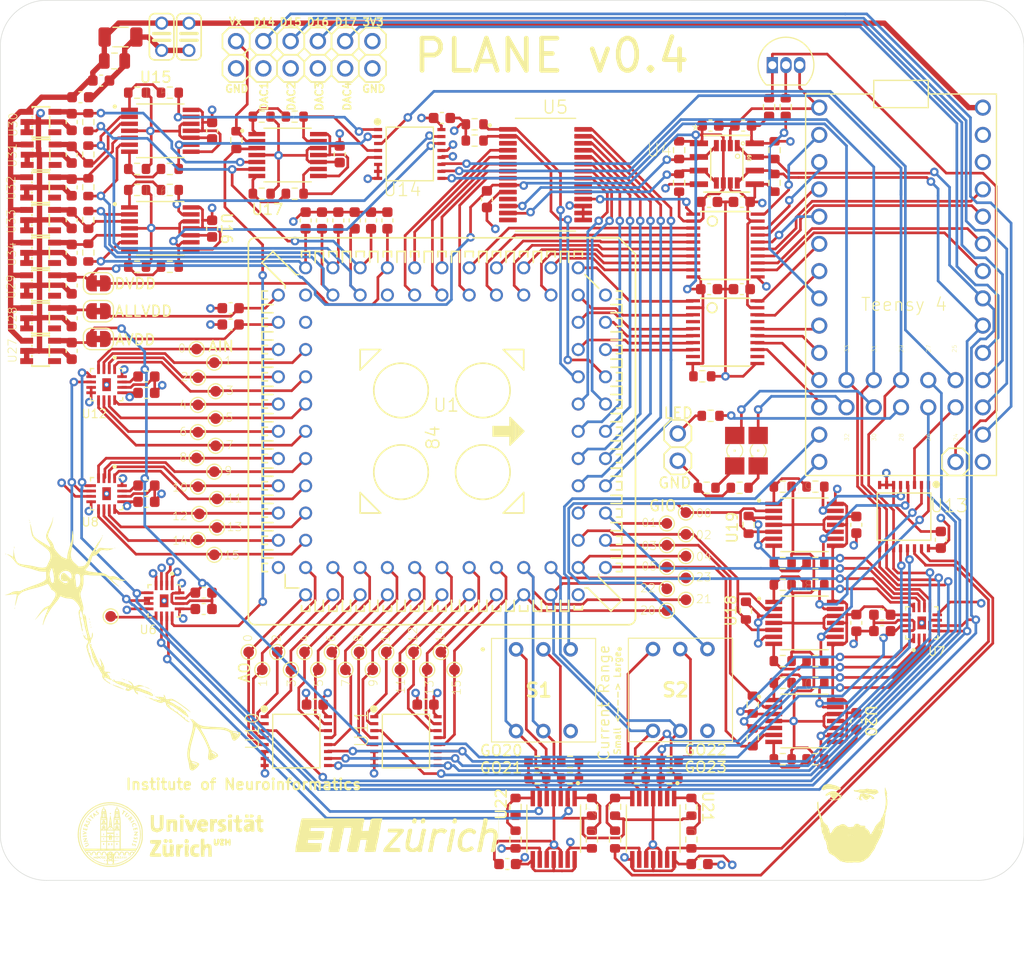
<source format=kicad_pcb>
(kicad_pcb (version 20171130) (host pcbnew 5.1.10-88a1d61d58~90~ubuntu20.04.1)
  (layers (0 Top signal) (1 Route2 signal hide) (2 Route15 signal hide) (31 Bottom signal) (34 B.Paste user) (35 F.Paste user) (36 B.SilkS user) (37 F.SilkS user) (38 B.Mask user) (39 F.Mask user) (44 Edge.Cuts user))
  (net 0 "")
  (net 1 DVDD)
  (net 2 AIN1)
  (net 3 AIN2)
  (net 4 AIN3)
  (net 5 AIN4)
  (net 6 AIN5)
  (net 7 AIN6)
  (net 8 AIN7)
  (net 9 AIN8)
  (net 10 AIN9)
  (net 11 AIN10)
  (net 12 AIN11)
  (net 13 AIN12)
  (net 14 AIN13)
  (net 15 AIN14)
  (net 16 AIN15)
  (net 17 IID0)
  (net 18 IID1)
  (net 19 IID2)
  (net 20 IID3)
  (net 21 IID4)
  (net 22 IIDLY1)
  (net 23 IIDLY0)
  (net 24 IID10)
  (net 25 IID9)
  (net 26 IID8)
  (net 27 IID7)
  (net 28 C2FREQB)
  (net 29 C2FO3)
  (net 30 C2FO2)
  (net 31 C2FO1)
  (net 32 C2FO0)
  (net 33 AIN0)
  (net 34 IIREQB)
  (net 35 C2FACKB)
  (net 36 AERACKB)
  (net 37 IID6)
  (net 38 IID5)
  (net 39 PRST)
  (net 40 IIACKB)
  (net 41 AERO0)
  (net 42 AERO1)
  (net 43 AERO2)
  (net 44 AERREQB)
  (net 45 ALLVDD)
  (net 46 AVDD)
  (net 47 GND)
  (net 48 SRST)
  (net 49 D10)
  (net 50 D9)
  (net 51 D8)
  (net 52 D7)
  (net 53 D5)
  (net 54 D4)
  (net 55 D3)
  (net 56 D0)
  (net 57 D1)
  (net 58 D2)
  (net 59 D23)
  (net 60 D22)
  (net 61 D21)
  (net 62 D20)
  (net 63 MUX1_5)
  (net 64 MUX1_7)
  (net 65 MUX1_6)
  (net 66 MUX1_4)
  (net 67 MUX1_1)
  (net 68 MUX1_2)
  (net 69 MUX1_0)
  (net 70 MUX1_3)
  (net 71 MUX2_5)
  (net 72 MUX2_7)
  (net 73 MUX2_4)
  (net 74 MUX2_6)
  (net 75 MUX2_2)
  (net 76 MUX2_1)
  (net 77 MUX2_0)
  (net 78 MUX2_3)
  (net 79 "Net-(LED1-PadC)")
  (net 80 "Net-(LED2-PadC)")
  (net 81 NCVDD5_)
  (net 82 NCVDD4_)
  (net 83 NCVDD3_)
  (net 84 NCVDD2_)
  (net 85 NCVDD1_)
  (net 86 VIN)
  (net 87 3V3)
  (net 88 MUX1_OUT)
  (net 89 MUX2_OUT)
  (net 90 MUX_S0)
  (net 91 MUX_S2)
  (net 92 MUX_S1)
  (net 93 G020)
  (net 94 G022)
  (net 95 G023)
  (net 96 G05)
  (net 97 G04)
  (net 98 G03)
  (net 99 G02)
  (net 100 G01)
  (net 101 G00)
  (net 102 SCL_3V3)
  (net 103 SDA_3V3)
  (net 104 SCL_1V8)
  (net 105 SDA_1V8)
  (net 106 EXPAMDER_RST)
  (net 107 NCVDD1)
  (net 108 NCVDD2)
  (net 109 NCVDD3)
  (net 110 NCVDD4)
  (net 111 NCVDD5)
  (net 112 G021)
  (net 113 "Net-(C12-Pad1)")
  (net 114 "Net-(C16-Pad2)")
  (net 115 "Net-(C17-Pad2)")
  (net 116 MUX4_OUT)
  (net 117 MUX5_2)
  (net 118 MUX5_1)
  (net 119 MUX5_5)
  (net 120 MUX5_7)
  (net 121 MUX5_OUT)
  (net 122 MUX5_6)
  (net 123 MUX5_4)
  (net 124 I_SENS_1_RGA)
  (net 125 I_SENS_1_RGB)
  (net 126 I_SENS_2_RGA)
  (net 127 I_SENS_2_RGB)
  (net 128 PLUG_)
  (net 129 PLUG)
  (net 130 I_SENS_3_RGA)
  (net 131 I_SENS_3_RGB)
  (net 132 MUX4_2)
  (net 133 MUX4_1)
  (net 134 MUX4_0)
  (net 135 MUX4_3)
  (net 136 MUX4_5)
  (net 137 MUX4_7)
  (net 138 MUX4_6)
  (net 139 MUX4_4)
  (net 140 MUX5_0)
  (net 141 MUX5_3)
  (net 142 I_SENS_5_RGA)
  (net 143 I_SENS_5_RGB)
  (net 144 I_SENS_4_RGA)
  (net 145 I_SENS_6_RGA)
  (net 146 I_SENS_7_RGA)
  (net 147 I_SENS_8_RGA)
  (net 148 I_SENS_4_RGB)
  (net 149 I_SENS_6_RGB)
  (net 150 I_SENS_7_RGB)
  (net 151 I_SENS_8_RGB)
  (net 152 G03_)
  (net 153 G02_)
  (net 154 G00_)
  (net 155 G05_)
  (net 156 "Net-(JP4-Pad1)")
  (net 157 GO20_)
  (net 158 GO21_)
  (net 159 G022_)
  (net 160 G023_)
  (net 161 G020_switch)
  (net 162 G021_switch)
  (net 163 G022_switch)
  (net 164 G023_switch)
  (net 165 D11)
  (net 166 LED2)
  (net 167 LED1)
  (net 168 DAC1)
  (net 169 DAC2)
  (net 170 DAC3)
  (net 171 DAC4)
  (net 172 D17)
  (net 173 D16)
  (net 174 D15)
  (net 175 D14)
  (net 176 D28)
  (net 177 "Net-(TP43-Pad1)")
  (net 178 D12)
  (net 179 "Net-(JP3-Pad1)")
  (net 180 D6)
  (net 181 "Net-(Q1-Pad2)")
  (module kicadlibs:SOP65P640X120-14N (layer Top) (at 146.8119 139.0192 270)
    (fp_text reference U22 (at -0.595 -3.435 90) (layer F.SilkS) (effects (font (thickness 0.015))))
    (fp_text value INA2331AIPWT)
    (pad 14 smd rect (at 2.87 -1.95 270) (size 1.57 0.41) (layers Top F.Paste F.Mask) (net 87 3V3))
    (pad 13 smd rect (at 2.87 -1.3 270) (size 1.57 0.41) (layers Top F.Paste F.Mask) (net 140 MUX5_0))
    (pad 12 smd rect (at 2.87 -0.65 270) (size 1.57 0.41) (layers Top F.Paste F.Mask) (net 47 GND))
    (pad 11 smd rect (at 2.87 0 270) (size 1.57 0.41) (layers Top F.Paste F.Mask) (net 87 3V3))
    (pad 10 smd rect (at 2.87 0.65 270) (size 1.57 0.41) (layers Top F.Paste F.Mask) (net 47 GND))
    (pad 9 smd rect (at 2.87 1.3 270) (size 1.57 0.41) (layers Top F.Paste F.Mask) (net 141 MUX5_3))
    (pad 8 smd rect (at 2.87 1.95 270) (size 1.57 0.41) (layers Top F.Paste F.Mask) (net 87 3V3))
    (pad 7 smd rect (at -2.87 1.95 270) (size 1.57 0.41) (layers Top F.Paste F.Mask) (net 151 I_SENS_8_RGB))
    (pad 6 smd rect (at -2.87 1.3 270) (size 1.57 0.41) (layers Top F.Paste F.Mask) (net 157 GO20_))
    (pad 5 smd rect (at -2.87 0.65 270) (size 1.57 0.41) (layers Top F.Paste F.Mask) (net 93 G020))
    (pad 4 smd rect (at -2.87 0 270) (size 1.57 0.41) (layers Top F.Paste F.Mask) (net 47 GND))
    (pad 3 smd rect (at -2.87 -0.65 270) (size 1.57 0.41) (layers Top F.Paste F.Mask) (net 112 G021))
    (pad 2 smd rect (at -2.87 -1.3 270) (size 1.57 0.41) (layers Top F.Paste F.Mask) (net 158 GO21_))
    (pad 1 smd rect (at -2.87 -1.95 270) (size 1.57 0.41) (layers Top F.Paste F.Mask) (net 147 I_SENS_8_RGA))
  )
  (module kicadlibs:SOP65P640X120-14N (layer Top) (at 156.0829 139.0192 270)
    (fp_text reference U21 (at -0.595 -3.435 90) (layer F.SilkS) (effects (font (thickness 0.015))))
    (fp_text value INA2331AIPWT)
    (pad 14 smd rect (at 2.87 -1.95 270) (size 1.57 0.41) (layers Top F.Paste F.Mask) (net 87 3V3))
    (pad 13 smd rect (at 2.87 -1.3 270) (size 1.57 0.41) (layers Top F.Paste F.Mask) (net 133 MUX4_1))
    (pad 12 smd rect (at 2.87 -0.65 270) (size 1.57 0.41) (layers Top F.Paste F.Mask) (net 47 GND))
    (pad 11 smd rect (at 2.87 0 270) (size 1.57 0.41) (layers Top F.Paste F.Mask) (net 87 3V3))
    (pad 10 smd rect (at 2.87 0.65 270) (size 1.57 0.41) (layers Top F.Paste F.Mask) (net 47 GND))
    (pad 9 smd rect (at 2.87 1.3 270) (size 1.57 0.41) (layers Top F.Paste F.Mask) (net 132 MUX4_2))
    (pad 8 smd rect (at 2.87 1.95 270) (size 1.57 0.41) (layers Top F.Paste F.Mask) (net 87 3V3))
    (pad 7 smd rect (at -2.87 1.95 270) (size 1.57 0.41) (layers Top F.Paste F.Mask) (net 150 I_SENS_7_RGB))
    (pad 6 smd rect (at -2.87 1.3 270) (size 1.57 0.41) (layers Top F.Paste F.Mask) (net 94 G022))
    (pad 5 smd rect (at -2.87 0.65 270) (size 1.57 0.41) (layers Top F.Paste F.Mask) (net 159 G022_))
    (pad 4 smd rect (at -2.87 0 270) (size 1.57 0.41) (layers Top F.Paste F.Mask) (net 47 GND))
    (pad 3 smd rect (at -2.87 -0.65 270) (size 1.57 0.41) (layers Top F.Paste F.Mask) (net 160 G023_))
    (pad 2 smd rect (at -2.87 -1.3 270) (size 1.57 0.41) (layers Top F.Paste F.Mask) (net 95 G023))
    (pad 1 smd rect (at -2.87 -1.95 270) (size 1.57 0.41) (layers Top F.Paste F.Mask) (net 146 I_SENS_7_RGA))
  )
  (module kicadlibs:SOP65P640X120-14N (layer Top) (at 170.1799 128.9862)
    (fp_text reference U20 (at -0.595 -3.435) (layer F.SilkS) (effects (font (thickness 0.015))))
    (fp_text value INA2331AIPWT)
    (pad 14 smd rect (at 2.87 -1.95) (size 1.57 0.41) (layers Top F.Paste F.Mask) (net 87 3V3))
    (pad 13 smd rect (at 2.87 -1.3) (size 1.57 0.41) (layers Top F.Paste F.Mask) (net 135 MUX4_3))
    (pad 12 smd rect (at 2.87 -0.65) (size 1.57 0.41) (layers Top F.Paste F.Mask) (net 47 GND))
    (pad 11 smd rect (at 2.87 0) (size 1.57 0.41) (layers Top F.Paste F.Mask) (net 87 3V3))
    (pad 10 smd rect (at 2.87 0.65) (size 1.57 0.41) (layers Top F.Paste F.Mask) (net 47 GND))
    (pad 9 smd rect (at 2.87 1.3) (size 1.57 0.41) (layers Top F.Paste F.Mask) (net 134 MUX4_0))
    (pad 8 smd rect (at 2.87 1.95) (size 1.57 0.41) (layers Top F.Paste F.Mask) (net 87 3V3))
    (pad 7 smd rect (at -2.87 1.95) (size 1.57 0.41) (layers Top F.Paste F.Mask) (net 149 I_SENS_6_RGB))
    (pad 6 smd rect (at -2.87 1.3) (size 1.57 0.41) (layers Top F.Paste F.Mask) (net 96 G05))
    (pad 5 smd rect (at -2.87 0.65) (size 1.57 0.41) (layers Top F.Paste F.Mask) (net 155 G05_))
    (pad 4 smd rect (at -2.87 0) (size 1.57 0.41) (layers Top F.Paste F.Mask) (net 47 GND))
    (pad 3 smd rect (at -2.87 -0.65) (size 1.57 0.41) (layers Top F.Paste F.Mask) (net 152 G03_))
    (pad 2 smd rect (at -2.87 -1.3) (size 1.57 0.41) (layers Top F.Paste F.Mask) (net 98 G03))
    (pad 1 smd rect (at -2.87 -1.95) (size 1.57 0.41) (layers Top F.Paste F.Mask) (net 145 I_SENS_6_RGA))
  )
  (module kicadlibs:SOP65P640X120-14N (layer Top) (at 170.1799 110.6982)
    (fp_text reference U19 (at -0.595 -3.435) (layer F.SilkS) (effects (font (thickness 0.015))))
    (fp_text value INA2331AIPWT)
    (pad 14 smd rect (at 2.87 -1.95) (size 1.57 0.41) (layers Top F.Paste F.Mask) (net 87 3V3))
    (pad 13 smd rect (at 2.87 -1.3) (size 1.57 0.41) (layers Top F.Paste F.Mask) (net 136 MUX4_5))
    (pad 12 smd rect (at 2.87 -0.65) (size 1.57 0.41) (layers Top F.Paste F.Mask) (net 47 GND))
    (pad 11 smd rect (at 2.87 0) (size 1.57 0.41) (layers Top F.Paste F.Mask) (net 87 3V3))
    (pad 10 smd rect (at 2.87 0.65) (size 1.57 0.41) (layers Top F.Paste F.Mask) (net 47 GND))
    (pad 9 smd rect (at 2.87 1.3) (size 1.57 0.41) (layers Top F.Paste F.Mask) (net 137 MUX4_7))
    (pad 8 smd rect (at 2.87 1.95) (size 1.57 0.41) (layers Top F.Paste F.Mask) (net 87 3V3))
    (pad 7 smd rect (at -2.87 1.95) (size 1.57 0.41) (layers Top F.Paste F.Mask) (net 148 I_SENS_4_RGB))
    (pad 6 smd rect (at -2.87 1.3) (size 1.57 0.41) (layers Top F.Paste F.Mask) (net 154 G00_))
    (pad 5 smd rect (at -2.87 0.65) (size 1.57 0.41) (layers Top F.Paste F.Mask) (net 101 G00))
    (pad 4 smd rect (at -2.87 0) (size 1.57 0.41) (layers Top F.Paste F.Mask) (net 47 GND))
    (pad 3 smd rect (at -2.87 -0.65) (size 1.57 0.41) (layers Top F.Paste F.Mask) (net 154 G00_))
    (pad 2 smd rect (at -2.87 -1.3) (size 1.57 0.41) (layers Top F.Paste F.Mask) (net 101 G00))
    (pad 1 smd rect (at -2.87 -1.95) (size 1.57 0.41) (layers Top F.Paste F.Mask) (net 144 I_SENS_4_RGA))
  )
  (module kicadlibs:SOP65P640X120-14N (layer Top) (at 170.1799 119.8422)
    (fp_text reference U18 (at -0.595 -3.435) (layer F.SilkS) (effects (font (thickness 0.015))))
    (fp_text value INA2331AIPWT)
    (pad 14 smd rect (at 2.87 -1.95) (size 1.57 0.41) (layers Top F.Paste F.Mask) (net 87 3V3))
    (pad 13 smd rect (at 2.87 -1.3) (size 1.57 0.41) (layers Top F.Paste F.Mask) (net 138 MUX4_6))
    (pad 12 smd rect (at 2.87 -0.65) (size 1.57 0.41) (layers Top F.Paste F.Mask) (net 47 GND))
    (pad 11 smd rect (at 2.87 0) (size 1.57 0.41) (layers Top F.Paste F.Mask) (net 87 3V3))
    (pad 10 smd rect (at 2.87 0.65) (size 1.57 0.41) (layers Top F.Paste F.Mask) (net 47 GND))
    (pad 9 smd rect (at 2.87 1.3) (size 1.57 0.41) (layers Top F.Paste F.Mask) (net 139 MUX4_4))
    (pad 8 smd rect (at 2.87 1.95) (size 1.57 0.41) (layers Top F.Paste F.Mask) (net 87 3V3))
    (pad 7 smd rect (at -2.87 1.95) (size 1.57 0.41) (layers Top F.Paste F.Mask) (net 143 I_SENS_5_RGB))
    (pad 6 smd rect (at -2.87 1.3) (size 1.57 0.41) (layers Top F.Paste F.Mask) (net 153 G02_))
    (pad 5 smd rect (at -2.87 0.65) (size 1.57 0.41) (layers Top F.Paste F.Mask) (net 99 G02))
    (pad 4 smd rect (at -2.87 0) (size 1.57 0.41) (layers Top F.Paste F.Mask) (net 47 GND))
    (pad 3 smd rect (at -2.87 -0.65) (size 1.57 0.41) (layers Top F.Paste F.Mask) (net 153 G02_))
    (pad 2 smd rect (at -2.87 -1.3) (size 1.57 0.41) (layers Top F.Paste F.Mask) (net 99 G02))
    (pad 1 smd rect (at -2.87 -1.95) (size 1.57 0.41) (layers Top F.Paste F.Mask) (net 142 I_SENS_5_RGA))
  )
  (module kicadlibs:SOP65P640X120-14N (layer Top) (at 122.0215 76.2304)
    (fp_text reference U17 (at -0.595 -3.435) (layer F.SilkS) (effects (font (thickness 0.015))))
    (fp_text value INA2331AIPWT)
    (pad 14 smd rect (at 2.87 -1.95) (size 1.57 0.41) (layers Top F.Paste F.Mask) (net 87 3V3))
    (pad 13 smd rect (at 2.87 -1.3) (size 1.57 0.41) (layers Top F.Paste F.Mask) (net 120 MUX5_7))
    (pad 12 smd rect (at 2.87 -0.65) (size 1.57 0.41) (layers Top F.Paste F.Mask) (net 47 GND))
    (pad 11 smd rect (at 2.87 0) (size 1.57 0.41) (layers Top F.Paste F.Mask) (net 87 3V3))
    (pad 10 smd rect (at 2.87 0.65) (size 1.57 0.41) (layers Top F.Paste F.Mask) (net 47 GND))
    (pad 9 smd rect (at 2.87 1.3) (size 1.57 0.41) (layers Top F.Paste F.Mask) (net 119 MUX5_5))
    (pad 8 smd rect (at 2.87 1.95) (size 1.57 0.41) (layers Top F.Paste F.Mask) (net 87 3V3))
    (pad 7 smd rect (at -2.87 1.95) (size 1.57 0.41) (layers Top F.Paste F.Mask) (net 131 I_SENS_3_RGB))
    (pad 6 smd rect (at -2.87 1.3) (size 1.57 0.41) (layers Top F.Paste F.Mask) (net 107 NCVDD1))
    (pad 5 smd rect (at -2.87 0.65) (size 1.57 0.41) (layers Top F.Paste F.Mask) (net 85 NCVDD1_))
    (pad 4 smd rect (at -2.87 0) (size 1.57 0.41) (layers Top F.Paste F.Mask) (net 47 GND))
    (pad 3 smd rect (at -2.87 -0.65) (size 1.57 0.41) (layers Top F.Paste F.Mask) (net 128 PLUG_))
    (pad 2 smd rect (at -2.87 -1.3) (size 1.57 0.41) (layers Top F.Paste F.Mask) (net 129 PLUG))
    (pad 1 smd rect (at -2.87 -1.95) (size 1.57 0.41) (layers Top F.Paste F.Mask) (net 130 I_SENS_3_RGA))
  )
  (module kicadlibs:SOP65P640X120-14N (layer Top) (at 110.1597 83.063)
    (fp_text reference U16 (at -0.595 -3.435) (layer F.SilkS) (effects (font (thickness 0.015))))
    (fp_text value INA2331AIPWT)
    (pad 14 smd rect (at 2.87 -1.95) (size 1.57 0.41) (layers Top F.Paste F.Mask) (net 87 3V3))
    (pad 13 smd rect (at 2.87 -1.3) (size 1.57 0.41) (layers Top F.Paste F.Mask) (net 117 MUX5_2))
    (pad 12 smd rect (at 2.87 -0.65) (size 1.57 0.41) (layers Top F.Paste F.Mask) (net 47 GND))
    (pad 11 smd rect (at 2.87 0) (size 1.57 0.41) (layers Top F.Paste F.Mask) (net 87 3V3))
    (pad 10 smd rect (at 2.87 0.65) (size 1.57 0.41) (layers Top F.Paste F.Mask) (net 47 GND))
    (pad 9 smd rect (at 2.87 1.3) (size 1.57 0.41) (layers Top F.Paste F.Mask) (net 118 MUX5_1))
    (pad 8 smd rect (at 2.87 1.95) (size 1.57 0.41) (layers Top F.Paste F.Mask) (net 87 3V3))
    (pad 7 smd rect (at -2.87 1.95) (size 1.57 0.41) (layers Top F.Paste F.Mask) (net 127 I_SENS_2_RGB))
    (pad 6 smd rect (at -2.87 1.3) (size 1.57 0.41) (layers Top F.Paste F.Mask) (net 111 NCVDD5))
    (pad 5 smd rect (at -2.87 0.65) (size 1.57 0.41) (layers Top F.Paste F.Mask) (net 81 NCVDD5_))
    (pad 4 smd rect (at -2.87 0) (size 1.57 0.41) (layers Top F.Paste F.Mask) (net 47 GND))
    (pad 3 smd rect (at -2.87 -0.65) (size 1.57 0.41) (layers Top F.Paste F.Mask) (net 82 NCVDD4_))
    (pad 2 smd rect (at -2.87 -1.3) (size 1.57 0.41) (layers Top F.Paste F.Mask) (net 110 NCVDD4))
    (pad 1 smd rect (at -2.87 -1.95) (size 1.57 0.41) (layers Top F.Paste F.Mask) (net 126 I_SENS_2_RGA))
  )
  (module kicadlibs:SOP65P640X120-14N (layer Top) (at 110.1597 73.9698)
    (fp_text reference U15 (at -0.595 -3.435) (layer F.SilkS) (effects (font (thickness 0.015))))
    (fp_text value INA2331AIPWT)
    (pad 14 smd rect (at 2.87 -1.95) (size 1.57 0.41) (layers Top F.Paste F.Mask) (net 87 3V3))
    (pad 13 smd rect (at 2.87 -1.3) (size 1.57 0.41) (layers Top F.Paste F.Mask) (net 123 MUX5_4))
    (pad 12 smd rect (at 2.87 -0.65) (size 1.57 0.41) (layers Top F.Paste F.Mask) (net 47 GND))
    (pad 11 smd rect (at 2.87 0) (size 1.57 0.41) (layers Top F.Paste F.Mask) (net 87 3V3))
    (pad 10 smd rect (at 2.87 0.65) (size 1.57 0.41) (layers Top F.Paste F.Mask) (net 47 GND))
    (pad 9 smd rect (at 2.87 1.3) (size 1.57 0.41) (layers Top F.Paste F.Mask) (net 122 MUX5_6))
    (pad 8 smd rect (at 2.87 1.95) (size 1.57 0.41) (layers Top F.Paste F.Mask) (net 87 3V3))
    (pad 7 smd rect (at -2.87 1.95) (size 1.57 0.41) (layers Top F.Paste F.Mask) (net 125 I_SENS_1_RGB))
    (pad 6 smd rect (at -2.87 1.3) (size 1.57 0.41) (layers Top F.Paste F.Mask) (net 109 NCVDD3))
    (pad 5 smd rect (at -2.87 0.65) (size 1.57 0.41) (layers Top F.Paste F.Mask) (net 83 NCVDD3_))
    (pad 4 smd rect (at -2.87 0) (size 1.57 0.41) (layers Top F.Paste F.Mask) (net 47 GND))
    (pad 3 smd rect (at -2.87 -0.65) (size 1.57 0.41) (layers Top F.Paste F.Mask) (net 84 NCVDD2_))
    (pad 2 smd rect (at -2.87 -1.3) (size 1.57 0.41) (layers Top F.Paste F.Mask) (net 108 NCVDD2))
    (pad 1 smd rect (at -2.87 -1.95) (size 1.57 0.41) (layers Top F.Paste F.Mask) (net 124 I_SENS_1_RGA))
  )
  (module kicadlibs:SOP8P65_300X400X110L40X30N (layer Top) (at 162.9409 77.094 270)
    (fp_text reference U9 (at -0.58444 -2.104772 90) (layer F.SilkS) (effects (font (size 0.320239 0.320239))))
    (fp_text value NTS0102DP,125)
    (pad 8 smd rect (at 1.74 -0.975 270) (size 1.05 0.46) (layers Top F.Paste F.Mask) (net 103 SDA_3V3))
    (pad 7 smd rect (at 1.74 -0.325 270) (size 1.05 0.46) (layers Top F.Paste F.Mask) (net 87 3V3))
    (pad 6 smd rect (at 1.74 0.325 270) (size 1.05 0.46) (layers Top F.Paste F.Mask) (net 1 DVDD))
    (pad 5 smd rect (at 1.74 0.975 270) (size 1.05 0.46) (layers Top F.Paste F.Mask) (net 105 SDA_1V8))
    (pad 4 smd rect (at -1.74 0.975 270) (size 1.05 0.46) (layers Top F.Paste F.Mask) (net 104 SCL_1V8))
    (pad 3 smd rect (at -1.74 0.325 270) (size 1.05 0.46) (layers Top F.Paste F.Mask) (net 1 DVDD))
    (pad 2 smd rect (at -1.74 -0.325 270) (size 1.05 0.46) (layers Top F.Paste F.Mask) (net 47 GND))
    (pad 1 smd rect (at -1.74 -0.975 270) (size 1.05 0.46) (layers Top F.Paste F.Mask) (net 102 SCL_3V3))
  )
  (module kicadlibs:78G01T (layer Top) (at 156.0575 122.2806)
    (fp_text reference S2 (at 2.105 3.81) (layer F.SilkS) (effects (font (size 1.27 1.27) (thickness 0.254))))
    (fp_text value 78G01T hide)
    (pad B3 thru_hole circle (at 5.08 7.62) (size 1.354 1.354) (drill 0.79) (layers *.Cu *.Mask) (net 47 GND))
    (pad B2 thru_hole circle (at 2.54 7.62) (size 1.354 1.354) (drill 0.79) (layers *.Cu *.Mask) (net 95 G023))
    (pad B1 thru_hole circle (at 0 7.62) (size 1.354 1.354) (drill 0.79) (layers *.Cu *.Mask) (net 94 G022))
    (pad A3 thru_hole circle (at 5.08 0) (size 1.354 1.354) (drill 0.79) (layers *.Cu *.Mask) (net 178 D12))
    (pad A2 thru_hole circle (at 2.54 0) (size 1.354 1.354) (drill 0.79) (layers *.Cu *.Mask) (net 164 G023_switch))
    (pad A1 thru_hole circle (at 0 0) (size 1.354 1.354) (drill 0.79) (layers *.Cu *.Mask) (net 163 G022_switch))
  )
  (module kicadlibs:78G01T (layer Top) (at 143.3067 122.306)
    (fp_text reference S1 (at 2.105 3.81) (layer F.SilkS) (effects (font (size 1.27 1.27) (thickness 0.254))))
    (fp_text value 78G01T hide)
    (pad B3 thru_hole circle (at 5.08 7.62) (size 1.354 1.354) (drill 0.79) (layers *.Cu *.Mask) (net 47 GND))
    (pad B2 thru_hole circle (at 2.54 7.62) (size 1.354 1.354) (drill 0.79) (layers *.Cu *.Mask) (net 112 G021))
    (pad B1 thru_hole circle (at 0 7.62) (size 1.354 1.354) (drill 0.79) (layers *.Cu *.Mask) (net 93 G020))
    (pad A3 thru_hole circle (at 5.08 0) (size 1.354 1.354) (drill 0.79) (layers *.Cu *.Mask) (net 165 D11))
    (pad A2 thru_hole circle (at 2.54 0) (size 1.354 1.354) (drill 0.79) (layers *.Cu *.Mask) (net 162 G021_switch))
    (pad A1 thru_hole circle (at 0 0) (size 1.354 1.354) (drill 0.79) (layers *.Cu *.Mask) (net 161 G020_switch))
  )
  (module classchip:TSSOP20 (layer Top) (at 162.8139 84.6632 270)
    (fp_text reference U3 hide)
    (fp_text value TXB0108PWR hide)
    (pad 11 smd rect (at 2.925 -3 270) (size 0.3048 1.3) (layers Top F.Paste F.Mask) (net 47 GND))
    (pad 12 smd rect (at 2.275 -3 270) (size 0.3048 1.3) (layers Top F.Paste F.Mask) (net 62 D20))
    (pad 10 smd rect (at 2.925 3 270) (size 0.3048 1.3) (layers Top F.Paste F.Mask) (net 1 DVDD))
    (pad 9 smd rect (at 2.275 3 270) (size 0.3048 1.3) (layers Top F.Paste F.Mask) (net 32 C2FO0))
    (pad 20 smd rect (at -2.925 -3 270) (size 0.3048 1.3) (layers Top F.Paste F.Mask) (net 56 D0))
    (pad 19 smd rect (at -2.275 -3 270) (size 0.3048 1.3) (layers Top F.Paste F.Mask) (net 87 3V3))
    (pad 18 smd rect (at -1.625 -3 270) (size 0.3048 1.3) (layers Top F.Paste F.Mask) (net 57 D1))
    (pad 17 smd rect (at -0.975 -3 270) (size 0.3048 1.3) (layers Top F.Paste F.Mask) (net 58 D2))
    (pad 16 smd rect (at -0.325 -3 270) (size 0.3048 1.3) (layers Top F.Paste F.Mask) (net 55 D3))
    (pad 15 smd rect (at 0.325 -3 270) (size 0.3048 1.3) (layers Top F.Paste F.Mask) (net 59 D23))
    (pad 14 smd rect (at 0.975 -3 270) (size 0.3048 1.3) (layers Top F.Paste F.Mask) (net 60 D22))
    (pad 13 smd rect (at 1.625 -3 270) (size 0.3048 1.3) (layers Top F.Paste F.Mask) (net 61 D21))
    (pad 8 smd rect (at 1.625 3 270) (size 0.3048 1.3) (layers Top F.Paste F.Mask) (net 31 C2FO1))
    (pad 7 smd rect (at 0.975 3 270) (size 0.3048 1.3) (layers Top F.Paste F.Mask) (net 30 C2FO2))
    (pad 6 smd rect (at 0.325 3 270) (size 0.3048 1.3) (layers Top F.Paste F.Mask) (net 29 C2FO3))
    (pad 5 smd rect (at -0.325 3 270) (size 0.3048 1.3) (layers Top F.Paste F.Mask) (net 28 C2FREQB))
    (pad 4 smd rect (at -0.975 3 270) (size 0.3048 1.3) (layers Top F.Paste F.Mask) (net 35 C2FACKB))
    (pad 3 smd rect (at -1.625 3 270) (size 0.3048 1.3) (layers Top F.Paste F.Mask) (net 34 IIREQB))
    (pad 2 smd rect (at -2.275 3 270) (size 0.3048 1.3) (layers Top F.Paste F.Mask) (net 1 DVDD))
    (pad 1 smd rect (at -2.925 3 270) (size 0.3048 1.3) (layers Top F.Paste F.Mask) (net 106 EXPAMDER_RST))
  )
  (module classchip:TSSOP20 (layer Top) (at 162.7885 92.7404 270)
    (fp_text reference U2 hide)
    (fp_text value TXB0108PWR hide)
    (pad 11 smd rect (at 2.925 -3 270) (size 0.3048 1.3) (layers Top F.Paste F.Mask) (net 47 GND))
    (pad 12 smd rect (at 2.275 -3 270) (size 0.3048 1.3) (layers Top F.Paste F.Mask))
    (pad 10 smd rect (at 2.925 3 270) (size 0.3048 1.3) (layers Top F.Paste F.Mask) (net 1 DVDD))
    (pad 9 smd rect (at 2.275 3 270) (size 0.3048 1.3) (layers Top F.Paste F.Mask))
    (pad 20 smd rect (at -2.925 -3 270) (size 0.3048 1.3) (layers Top F.Paste F.Mask) (net 54 D4))
    (pad 19 smd rect (at -2.275 -3 270) (size 0.3048 1.3) (layers Top F.Paste F.Mask) (net 87 3V3))
    (pad 18 smd rect (at -1.625 -3 270) (size 0.3048 1.3) (layers Top F.Paste F.Mask) (net 53 D5))
    (pad 17 smd rect (at -0.975 -3 270) (size 0.3048 1.3) (layers Top F.Paste F.Mask))
    (pad 16 smd rect (at -0.325 -3 270) (size 0.3048 1.3) (layers Top F.Paste F.Mask) (net 52 D7))
    (pad 15 smd rect (at 0.325 -3 270) (size 0.3048 1.3) (layers Top F.Paste F.Mask) (net 51 D8))
    (pad 14 smd rect (at 0.975 -3 270) (size 0.3048 1.3) (layers Top F.Paste F.Mask) (net 50 D9))
    (pad 13 smd rect (at 1.625 -3 270) (size 0.3048 1.3) (layers Top F.Paste F.Mask) (net 49 D10))
    (pad 8 smd rect (at 1.625 3 270) (size 0.3048 1.3) (layers Top F.Paste F.Mask) (net 40 IIACKB))
    (pad 7 smd rect (at 0.975 3 270) (size 0.3048 1.3) (layers Top F.Paste F.Mask) (net 41 AERO0))
    (pad 6 smd rect (at 0.325 3 270) (size 0.3048 1.3) (layers Top F.Paste F.Mask) (net 42 AERO1))
    (pad 5 smd rect (at -0.325 3 270) (size 0.3048 1.3) (layers Top F.Paste F.Mask) (net 43 AERO2))
    (pad 4 smd rect (at -0.975 3 270) (size 0.3048 1.3) (layers Top F.Paste F.Mask))
    (pad 3 smd rect (at -1.625 3 270) (size 0.3048 1.3) (layers Top F.Paste F.Mask) (net 44 AERREQB))
    (pad 2 smd rect (at -2.275 3 270) (size 0.3048 1.3) (layers Top F.Paste F.Mask) (net 1 DVDD))
    (pad 1 smd rect (at -2.925 3 270) (size 0.3048 1.3) (layers Top F.Paste F.Mask) (net 36 AERACKB))
  )
  (module classchip:MY_TEENSY (layer Top) (at 179.1715 88.3208)
    (fp_text reference TEENSY1 hide)
    (fp_text value MY_TEENSY hide)
    (fp_text user 33 (at -4.826 6.35 90) (layer F.SilkS) (effects (font (size 0.38608 0.38608) (thickness 0.032512)) (justify left bottom)))
    (fp_text user 31 (at -2.286 6.35 90) (layer F.SilkS) (effects (font (size 0.38608 0.38608) (thickness 0.032512)) (justify left bottom)))
    (fp_text user 25 (at 5.207 6.35 90) (layer F.SilkS) (effects (font (size 0.38608 0.38608) (thickness 0.032512)) (justify left bottom)))
    (fp_text user 27 (at 2.794 6.35 90) (layer F.SilkS) (effects (font (size 0.38608 0.38608) (thickness 0.032512)) (justify left bottom)))
    (fp_text user 32 (at -4.826 14.605 90) (layer F.SilkS) (effects (font (size 0.38608 0.38608) (thickness 0.032512)) (justify left bottom)))
    (fp_text user 29 (at 0.254 6.35 90) (layer F.SilkS) (effects (font (size 0.38608 0.38608) (thickness 0.032512)) (justify left bottom)))
    (fp_text user 30 (at -2.286 14.605 90) (layer F.SilkS) (effects (font (size 0.38608 0.38608) (thickness 0.032512)) (justify left bottom)))
    (fp_text user 28 (at 0.254 14.605 90) (layer F.SilkS) (effects (font (size 0.38608 0.38608) (thickness 0.032512)) (justify left bottom)))
    (fp_text user 26 (at 2.794 14.605 90) (layer F.SilkS) (effects (font (size 0.38608 0.38608) (thickness 0.032512)) (justify left bottom)))
    (fp_text user 24 (at 5.334 14.605 90) (layer F.SilkS) (effects (font (size 0.38608 0.38608) (thickness 0.032512)) (justify left bottom)))
    (fp_text user "Teensy 4" (at -3.81 2.54) (layer F.SilkS) (effects (font (size 1.2065 1.2065) (thickness 0.1016)) (justify left bottom)))
    (pad D27 thru_hole circle (at 2.54 8.89 180) (size 1.5 1.5) (drill 1) (layers *.Cu *.Mask) (net 88 MUX1_OUT))
    (pad D30 thru_hole circle (at -2.54 11.4235 180) (size 1.5 1.5) (drill 1) (layers *.Cu *.Mask) (net 166 LED2))
    (pad D24 thru_hole circle (at 5.08 11.4235 180) (size 1.5 1.5) (drill 1) (layers *.Cu *.Mask) (net 116 MUX4_OUT))
    (pad D32 thru_hole circle (at -5.08 11.4235) (size 1.5 1.5) (drill 1) (layers *.Cu *.Mask) (net 167 LED1))
    (pad D26 thru_hole circle (at 2.54 11.4235 180) (size 1.5 1.5) (drill 1) (layers *.Cu *.Mask) (net 89 MUX2_OUT))
    (pad D28 thru_hole circle (at 0 11.4235 180) (size 1.5 1.5) (drill 1) (layers *.Cu *.Mask) (net 176 D28))
    (pad D25 thru_hole circle (at 5.08 8.89 180) (size 1.5 1.5) (drill 1) (layers *.Cu *.Mask) (net 121 MUX5_OUT))
    (pad D29 thru_hole circle (at 0 8.89) (size 1.5 1.5) (drill 1) (layers *.Cu *.Mask) (net 90 MUX_S0))
    (pad D33 thru_hole circle (at -5.08 8.89) (size 1.5 1.5) (drill 1) (layers *.Cu *.Mask) (net 91 MUX_S2))
    (pad D31 thru_hole circle (at -2.54 8.89) (size 1.5 1.5) (drill 1) (layers *.Cu *.Mask) (net 92 MUX_S1))
    (pad VIN thru_hole circle (at 7.62 -16.51) (size 1.5 1.5) (drill 1) (layers *.Cu *.Mask) (net 86 VIN))
    (pad AGND thru_hole circle (at 7.62 -13.97) (size 1.5 1.5) (drill 1) (layers *.Cu *.Mask) (net 47 GND))
    (pad 3.3V@1 thru_hole circle (at 7.62 -11.43) (size 1.5 1.5) (drill 1) (layers *.Cu *.Mask) (net 87 3V3))
    (pad D23/A9 thru_hole circle (at 7.62 -8.89) (size 1.5 1.5) (drill 1) (layers *.Cu *.Mask) (net 59 D23))
    (pad D22/A8 thru_hole circle (at 7.62 -6.35) (size 1.5 1.5) (drill 1) (layers *.Cu *.Mask) (net 60 D22))
    (pad D21/A7 thru_hole circle (at 7.62 -3.81) (size 1.5 1.5) (drill 1) (layers *.Cu *.Mask) (net 61 D21))
    (pad D20/A6 thru_hole circle (at 7.62 -1.27) (size 1.5 1.5) (drill 1) (layers *.Cu *.Mask) (net 62 D20))
    (pad D19/A5 thru_hole circle (at 7.62 1.27) (size 1.5 1.5) (drill 1) (layers *.Cu *.Mask) (net 102 SCL_3V3))
    (pad D18/A4 thru_hole circle (at 7.62 3.81) (size 1.5 1.5) (drill 1) (layers *.Cu *.Mask) (net 103 SDA_3V3))
    (pad D17/A3 thru_hole circle (at 7.62 6.35 90) (size 1.5 1.5) (drill 1) (layers *.Cu *.Mask) (net 172 D17))
    (pad D16/A2 thru_hole circle (at 7.62 8.89) (size 1.5 1.5) (drill 1) (layers *.Cu *.Mask) (net 173 D16))
    (pad D15/A1 thru_hole circle (at 7.62 11.43) (size 1.5 1.5) (drill 1) (layers *.Cu *.Mask) (net 174 D15))
    (pad D14/A0 thru_hole circle (at 7.62 13.97) (size 1.5 1.5) (drill 1) (layers *.Cu *.Mask) (net 175 D14))
    (pad D13/LED thru_hole circle (at 7.62 16.51) (size 1.5 1.5) (drill 1) (layers *.Cu *.Mask))
    (pad D12 thru_hole circle (at -7.62 16.51) (size 1.5 1.5) (drill 1) (layers *.Cu *.Mask) (net 178 D12))
    (pad D11 thru_hole circle (at -7.62 13.97) (size 1.5 1.5) (drill 1) (layers *.Cu *.Mask) (net 165 D11))
    (pad D10 thru_hole circle (at -7.62 11.43) (size 1.5 1.5) (drill 1) (layers *.Cu *.Mask) (net 49 D10))
    (pad D9 thru_hole circle (at -7.62 8.89) (size 1.5 1.5) (drill 1) (layers *.Cu *.Mask) (net 50 D9))
    (pad D8 thru_hole circle (at -7.62 6.35) (size 1.5 1.5) (drill 1) (layers *.Cu *.Mask) (net 51 D8))
    (pad D7 thru_hole circle (at -7.62 3.81) (size 1.5 1.5) (drill 1) (layers *.Cu *.Mask) (net 52 D7))
    (pad D6 thru_hole circle (at -7.62 1.27) (size 1.5 1.5) (drill 1) (layers *.Cu *.Mask) (net 180 D6))
    (pad D5 thru_hole circle (at -7.62 -1.27) (size 1.5 1.5) (drill 1) (layers *.Cu *.Mask) (net 53 D5))
    (pad D4 thru_hole circle (at -7.62 -3.81) (size 1.5 1.5) (drill 1) (layers *.Cu *.Mask) (net 54 D4))
    (pad D3 thru_hole circle (at -7.62 -6.35) (size 1.5 1.5) (drill 1) (layers *.Cu *.Mask) (net 55 D3))
    (pad D2 thru_hole circle (at -7.62 -8.89) (size 1.5 1.5) (drill 1) (layers *.Cu *.Mask) (net 58 D2))
    (pad D1 thru_hole circle (at -7.62 -11.43) (size 1.5 1.5) (drill 1) (layers *.Cu *.Mask) (net 57 D1))
    (pad D0 thru_hole circle (at -7.62 -13.97) (size 1.5 1.5) (drill 1) (layers *.Cu *.Mask) (net 56 D0))
    (pad GND@1 thru_hole circle (at -7.62 -16.51) (size 1.5 1.5) (drill 1) (layers *.Cu *.Mask) (net 47 GND))
  )
  (module classchip:1X01 (layer Top) (at 184.2515 104.8308)
    (fp_text reference JP3 hide)
    (fp_text value PINHD-1X1 hide)
    (pad 1 thru_hole circle (at 0 0) (size 1.524 1.524) (drill 1.016) (layers *.Cu *.Mask) (net 179 "Net-(JP3-Pad1)"))
  )
  (module kicadlibs:UZHETH (layer Top) (at 121.9199 139.4637)
    (fp_text reference G*** hide)
    (fp_text value LOGO hide)
  )
  (module Resistor_SMD:R_0603_1608Metric (layer Top) (at 166.8779 71.76 270)
    (fp_text reference R66 hide)
    (fp_text value 1k hide)
    (pad 2 smd roundrect (at 0.825 0 270) (size 0.8 0.95) (layers Top F.Paste F.Mask) (net 87 3V3))
    (pad 1 smd roundrect (at -0.825 0 270) (size 0.8 0.95) (layers Top F.Paste F.Mask) (net 179 "Net-(JP3-Pad1)"))
  )
  (module Resistor_SMD:R_0603_1608Metric (layer Top) (at 168.4273 71.76 90)
    (fp_text reference R29 hide)
    (fp_text value 1k hide)
    (pad 2 smd roundrect (at 0.825 0 90) (size 0.8 0.95) (layers Top F.Paste F.Mask) (net 181 "Net-(Q1-Pad2)"))
    (pad 1 smd roundrect (at -0.825 0 90) (size 0.8 0.95) (layers Top F.Paste F.Mask) (net 180 D6))
  )
  (module Package_TO_SOT_THT:TO-92_Inline (layer Top) (at 167.1827 67.8484)
    (fp_text reference Q1 hide)
    (fp_text value BC547 hide)
    (pad 1 thru_hole rect (at 0 0) (size 1.05 1.5) (drill 0.75) (layers *.Cu *.Mask) (net 179 "Net-(JP3-Pad1)"))
    (pad 3 thru_hole oval (at 2.54 0) (size 1.05 1.5) (drill 0.75) (layers *.Cu *.Mask) (net 47 GND))
    (pad 2 thru_hole oval (at 1.27 0) (size 1.05 1.5) (drill 0.75) (layers *.Cu *.Mask) (net 181 "Net-(Q1-Pad2)"))
  )
  (module Capacitor_SMD:C_0603_1608Metric (layer Top) (at 124.5616 127.4572 180)
    (fp_text reference C10 hide)
    (fp_text value 0.1u hide)
    (pad 2 smd roundrect (at 0.775 0 180) (size 0.9 0.95) (layers Top F.Paste F.Mask) (net 47 GND))
    (pad 1 smd roundrect (at -0.775 0 180) (size 0.9 0.95) (layers Top F.Paste F.Mask) (net 87 3V3))
  )
  (module Capacitor_SMD:C_0603_1608Metric (layer Top) (at 134.874 127.4572 180)
    (fp_text reference C11 hide)
    (fp_text value 0.1u hide)
    (pad 2 smd roundrect (at 0.775 0 180) (size 0.9 0.95) (layers Top F.Paste F.Mask) (net 47 GND))
    (pad 1 smd roundrect (at -0.775 0 180) (size 0.9 0.95) (layers Top F.Paste F.Mask) (net 87 3V3))
  )
  (module TestPoint:TestPoint_Pad_D1.0mm (layer Top) (at 127.4063 124.211)
    (fp_text reference TP9 hide)
    (fp_text value TestPoint_Small hide)
    (pad 1 smd circle (at 0 0) (size 1 1) (layers Top F.Mask) (net 70 MUX1_3))
  )
  (module TestPoint:TestPoint_Pad_D1.0mm (layer Top) (at 128.6763 122.56)
    (fp_text reference TP10 hide)
    (fp_text value TestPoint_Small hide)
    (pad 1 smd circle (at 0 0) (size 1 1) (layers Top F.Mask) (net 71 MUX2_5))
  )
  (module classchip:TSSOP_16 (layer Top) (at 133.0452 130.8608 270)
    (fp_text reference U11 (at -1.1761 4.1403 90) (layer F.SilkS) (effects (font (size 1.208797 1.208797) (thickness 0.101793))))
    (fp_text value 74HC4051TSSOP hide)
    (pad 16 smd rect (at -2.275 -2.95 270) (size 0.3 0.75) (layers Top F.Paste F.Mask) (net 87 3V3))
    (pad 15 smd rect (at -1.625 -2.95 270) (size 0.3 0.75) (layers Top F.Paste F.Mask) (net 75 MUX2_2))
    (pad 14 smd rect (at -0.975 -2.95 270) (size 0.3 0.75) (layers Top F.Paste F.Mask) (net 76 MUX2_1))
    (pad 13 smd rect (at -0.325 -2.95 270) (size 0.3 0.75) (layers Top F.Paste F.Mask) (net 77 MUX2_0))
    (pad 12 smd rect (at 0.325 -2.95 270) (size 0.3 0.75) (layers Top F.Paste F.Mask) (net 78 MUX2_3))
    (pad 11 smd rect (at 0.975 -2.95 270) (size 0.3 0.75) (layers Top F.Paste F.Mask) (net 90 MUX_S0))
    (pad 10 smd rect (at 1.625 -2.95 270) (size 0.3 0.75) (layers Top F.Paste F.Mask) (net 92 MUX_S1))
    (pad 9 smd rect (at 2.275 -2.95 270) (size 0.3 0.75) (layers Top F.Paste F.Mask) (net 91 MUX_S2))
    (pad 8 smd rect (at 2.275 2.95 270) (size 0.3 0.75) (layers Top F.Paste F.Mask) (net 47 GND))
    (pad 7 smd rect (at 1.625 2.95 270) (size 0.3 0.75) (layers Top F.Paste F.Mask) (net 47 GND))
    (pad 6 smd rect (at 0.975 2.95 270) (size 0.3 0.75) (layers Top F.Paste F.Mask) (net 47 GND))
    (pad 5 smd rect (at 0.325 2.95 270) (size 0.3 0.75) (layers Top F.Paste F.Mask) (net 71 MUX2_5))
    (pad 4 smd rect (at -0.325 2.95 270) (size 0.3 0.75) (layers Top F.Paste F.Mask) (net 72 MUX2_7))
    (pad 3 smd rect (at -0.975 2.95 270) (size 0.3 0.75) (layers Top F.Paste F.Mask) (net 89 MUX2_OUT))
    (pad 2 smd rect (at -1.625 2.95 270) (size 0.3 0.75) (layers Top F.Paste F.Mask) (net 74 MUX2_6))
    (pad 1 smd rect (at -2.275 2.95 270) (size 0.3 0.75) (layers Top F.Paste F.Mask) (net 73 MUX2_4))
  )
  (module TestPoint:TestPoint_Pad_D1.0mm (layer Top) (at 122.3263 124.211)
    (fp_text reference TP5 hide)
    (fp_text value TestPoint_Small hide)
    (pad 1 smd circle (at 0 0) (size 1 1) (layers Top F.Mask) (net 66 MUX1_4))
  )
  (module TestPoint:TestPoint_Pad_D1.0mm (layer Top) (at 124.8663 124.211)
    (fp_text reference TP7 hide)
    (fp_text value TestPoint_Small hide)
    (pad 1 smd circle (at 0 0) (size 1 1) (layers Top F.Mask) (net 68 MUX1_2))
  )
  (module TestPoint:TestPoint_Pad_D1.0mm (layer Top) (at 121.0563 122.56)
    (fp_text reference TP4 hide)
    (fp_text value TestPoint_Small hide)
    (pad 1 smd circle (at 0 0) (size 1 1) (layers Top F.Mask) (net 65 MUX1_6))
  )
  (module TestPoint:TestPoint_Pad_D1.0mm (layer Top) (at 126.1363 122.56)
    (fp_text reference TP8 hide)
    (fp_text value TestPoint_Small hide)
    (pad 1 smd circle (at 0 0) (size 1 1) (layers Top F.Mask) (net 69 MUX1_0))
  )
  (module TestPoint:TestPoint_Pad_D1.0mm (layer Top) (at 131.2163 122.56)
    (fp_text reference TP12 hide)
    (fp_text value TestPoint_Small hide)
    (pad 1 smd circle (at 0 0) (size 1 1) (layers Top F.Mask) (net 74 MUX2_6))
  )
  (module TestPoint:TestPoint_Pad_D1.0mm (layer Top) (at 133.7563 122.56)
    (fp_text reference TP14 hide)
    (fp_text value TestPoint_Small hide)
    (pad 1 smd circle (at 0 0) (size 1 1) (layers Top F.Mask) (net 76 MUX2_1))
  )
  (module TestPoint:TestPoint_Pad_D1.0mm (layer Top) (at 137.5663 124.211)
    (fp_text reference TP17 hide)
    (fp_text value TestPoint_Small hide)
    (pad 1 smd circle (at 0 0) (size 1 1) (layers Top F.Mask) (net 78 MUX2_3))
  )
  (module TestPoint:TestPoint_Pad_D1.0mm (layer Top) (at 132.4863 124.211)
    (fp_text reference TP13 hide)
    (fp_text value TestPoint_Small hide)
    (pad 1 smd circle (at 0 0) (size 1 1) (layers Top F.Mask) (net 73 MUX2_4))
  )
  (module TestPoint:TestPoint_Pad_D1.0mm (layer Top) (at 119.6593 124.211)
    (fp_text reference TP3 hide)
    (fp_text value TestPoint_Small hide)
    (pad 1 smd circle (at 0 0) (size 1 1) (layers Top F.Mask) (net 64 MUX1_7))
  )
  (module TestPoint:TestPoint_Pad_D1.0mm (layer Top) (at 135.0263 124.211)
    (fp_text reference TP15 hide)
    (fp_text value TestPoint_Small hide)
    (pad 1 smd circle (at 0 0) (size 1 1) (layers Top F.Mask) (net 75 MUX2_2))
  )
  (module TestPoint:TestPoint_Pad_D1.0mm (layer Top) (at 123.5963 122.56)
    (fp_text reference TP6 hide)
    (fp_text value TestPoint_Small hide)
    (pad 1 smd circle (at 0 0) (size 1 1) (layers Top F.Mask) (net 67 MUX1_1))
  )
  (module TestPoint:TestPoint_Pad_D1.0mm (layer Top) (at 118.3893 122.56)
    (fp_text reference TP2 hide)
    (fp_text value TestPoint_Small hide)
    (pad 1 smd circle (at 0 0) (size 1 1) (layers Top F.Mask) (net 63 MUX1_5))
  )
  (module classchip:TSSOP_16 (layer Top) (at 122.8344 130.8608 270)
    (fp_text reference U10 (at -0.9221 4.0895 90) (layer F.SilkS) (effects (font (size 1.208797 1.208797) (thickness 0.101793))))
    (fp_text value 74HC4051TSSOP hide)
    (pad 16 smd rect (at -2.275 -2.95 270) (size 0.3 0.75) (layers Top F.Paste F.Mask) (net 87 3V3))
    (pad 15 smd rect (at -1.625 -2.95 270) (size 0.3 0.75) (layers Top F.Paste F.Mask) (net 68 MUX1_2))
    (pad 14 smd rect (at -0.975 -2.95 270) (size 0.3 0.75) (layers Top F.Paste F.Mask) (net 67 MUX1_1))
    (pad 13 smd rect (at -0.325 -2.95 270) (size 0.3 0.75) (layers Top F.Paste F.Mask) (net 69 MUX1_0))
    (pad 12 smd rect (at 0.325 -2.95 270) (size 0.3 0.75) (layers Top F.Paste F.Mask) (net 70 MUX1_3))
    (pad 11 smd rect (at 0.975 -2.95 270) (size 0.3 0.75) (layers Top F.Paste F.Mask) (net 90 MUX_S0))
    (pad 10 smd rect (at 1.625 -2.95 270) (size 0.3 0.75) (layers Top F.Paste F.Mask) (net 92 MUX_S1))
    (pad 9 smd rect (at 2.275 -2.95 270) (size 0.3 0.75) (layers Top F.Paste F.Mask) (net 91 MUX_S2))
    (pad 8 smd rect (at 2.275 2.95 270) (size 0.3 0.75) (layers Top F.Paste F.Mask) (net 47 GND))
    (pad 7 smd rect (at 1.625 2.95 270) (size 0.3 0.75) (layers Top F.Paste F.Mask) (net 47 GND))
    (pad 6 smd rect (at 0.975 2.95 270) (size 0.3 0.75) (layers Top F.Paste F.Mask) (net 47 GND))
    (pad 5 smd rect (at 0.325 2.95 270) (size 0.3 0.75) (layers Top F.Paste F.Mask) (net 63 MUX1_5))
    (pad 4 smd rect (at -0.325 2.95 270) (size 0.3 0.75) (layers Top F.Paste F.Mask) (net 64 MUX1_7))
    (pad 3 smd rect (at -0.975 2.95 270) (size 0.3 0.75) (layers Top F.Paste F.Mask) (net 88 MUX1_OUT))
    (pad 2 smd rect (at -1.625 2.95 270) (size 0.3 0.75) (layers Top F.Paste F.Mask) (net 65 MUX1_6))
    (pad 1 smd rect (at -2.275 2.95 270) (size 0.3 0.75) (layers Top F.Paste F.Mask) (net 66 MUX1_4))
  )
  (module TestPoint:TestPoint_Pad_D1.0mm (layer Top) (at 129.9463 124.211)
    (fp_text reference TP11 hide)
    (fp_text value TestPoint_Small hide)
    (pad 1 smd circle (at 0 0) (size 1 1) (layers Top F.Mask) (net 72 MUX2_7))
  )
  (module TestPoint:TestPoint_Pad_D1.0mm (layer Top) (at 136.2963 122.56)
    (fp_text reference TP16 hide)
    (fp_text value TestPoint_Small hide)
    (pad 1 smd circle (at 0 0) (size 1 1) (layers Top F.Mask) (net 77 MUX2_0))
  )
  (module kicadlibs:fatface (layer Top) (at 174.8789 137.3936)
    (fp_text reference G*** hide)
    (fp_text value LOGO hide)
  )
  (module MountingHole:MountingHole_4.3mm_M4_ISO14580 (layer Top) (at 186.3089 139.5272)
    (fp_text reference H4 hide)
    (fp_text value MountingHole_Pad hide)
    (pad 1 np_thru_hole circle (at 0 0) (size 4.3 4.3) (drill 4.3) (layers *.Cu *.Mask))
  )
  (module MountingHole:MountingHole_4.3mm_M4_ISO14580 (layer Top) (at 186.3089 66.1212)
    (fp_text reference H3 hide)
    (fp_text value MountingHole_Pad hide)
    (pad 1 np_thru_hole circle (at 0 0) (size 4.3 4.3) (drill 4.3) (layers *.Cu *.Mask))
  )
  (module MountingHole:MountingHole_4.3mm_M4_ISO14580 (layer Top) (at 99.5679 139.5272)
    (fp_text reference H2 hide)
    (fp_text value MountingHole_Pad hide)
    (pad 1 np_thru_hole circle (at 0 0) (size 4.3 4.3) (drill 4.3) (layers *.Cu *.Mask))
  )
  (module MountingHole:MountingHole_4.3mm_M4_ISO14580 (layer Top) (at 99.5679 66.1212)
    (fp_text reference H1 hide)
    (fp_text value MountingHole_Pad hide)
    (pad 1 np_thru_hole circle (at 0 0) (size 4.3 4.3) (drill 4.3) (layers *.Cu *.Mask))
  )
  (module TestPoint:TestPoint_Pad_D1.0mm (layer Top) (at 105.5369 119.2326)
    (fp_text reference TP43 hide)
    (fp_text value TestPoint_Small hide)
    (pad 1 smd circle (at 0 0) (size 1 1) (layers Top F.Mask) (net 177 "Net-(TP43-Pad1)"))
  )
  (module Resistor_SMD:R_0603_1608Metric (layer Top) (at 164.7189 118.6992 90)
    (fp_text reference R24 hide)
    (fp_text value 1k hide)
    (pad 2 smd roundrect (at 0.825 0 90) (size 0.8 0.95) (layers Top F.Paste F.Mask) (net 153 G02_))
    (pad 1 smd roundrect (at -0.825 0 90) (size 0.8 0.95) (layers Top F.Paste F.Mask) (net 99 G02))
  )
  (module classchip:1X01 (layer Top) (at 129.9209 65.6132)
    (fp_text reference JP25 hide)
    (fp_text value PINHD-1X1 hide)
    (pad 1 thru_hole circle (at 0 0) (size 1.524 1.524) (drill 1.016) (layers *.Cu *.Mask) (net 87 3V3))
  )
  (module classchip:1X01 (layer Top) (at 129.9209 68.1532)
    (fp_text reference JP24 hide)
    (fp_text value PINHD-1X1 hide)
    (pad 1 thru_hole circle (at 0 0) (size 1.524 1.524) (drill 1.016) (layers *.Cu *.Mask) (net 47 GND))
  )
  (module classchip:1X01 (layer Top) (at 119.7609 65.6132)
    (fp_text reference JP23 hide)
    (fp_text value PINHD-1X1 hide)
    (pad 1 thru_hole circle (at 0 0) (size 1.524 1.524) (drill 1.016) (layers *.Cu *.Mask) (net 175 D14))
  )
  (module classchip:1X01 (layer Top) (at 122.3009 65.6132 90)
    (fp_text reference JP22 hide)
    (fp_text value PINHD-1X1 hide)
    (pad 1 thru_hole circle (at 0 0 90) (size 1.524 1.524) (drill 1.016) (layers *.Cu *.Mask) (net 174 D15))
  )
  (module classchip:1X01 (layer Top) (at 124.8409 65.6132 90)
    (fp_text reference JP21 hide)
    (fp_text value PINHD-1X1 hide)
    (pad 1 thru_hole circle (at 0 0 90) (size 1.524 1.524) (drill 1.016) (layers *.Cu *.Mask) (net 173 D16))
  )
  (module classchip:1X01 (layer Top) (at 127.3809 65.6132 90)
    (fp_text reference JP20 hide)
    (fp_text value PINHD-1X1 hide)
    (pad 1 thru_hole circle (at 0 0 90) (size 1.524 1.524) (drill 1.016) (layers *.Cu *.Mask) (net 172 D17))
  )
  (module classchip:1X01 (layer Top) (at 127.3809 68.1532 270)
    (fp_text reference JP19 hide)
    (fp_text value PINHD-1X1 hide)
    (pad 1 thru_hole circle (at 0 0 270) (size 1.524 1.524) (drill 1.016) (layers *.Cu *.Mask) (net 171 DAC4))
  )
  (module classchip:1X01 (layer Top) (at 124.8409 68.1532 270)
    (fp_text reference JP18 hide)
    (fp_text value PINHD-1X1 hide)
    (pad 1 thru_hole circle (at 0 0 270) (size 1.524 1.524) (drill 1.016) (layers *.Cu *.Mask) (net 170 DAC3))
  )
  (module classchip:1X01 (layer Top) (at 122.3009 68.1532 270)
    (fp_text reference JP17 hide)
    (fp_text value PINHD-1X1 hide)
    (pad 1 thru_hole circle (at 0 0 270) (size 1.524 1.524) (drill 1.016) (layers *.Cu *.Mask) (net 169 DAC2))
  )
  (module classchip:1X01 (layer Top) (at 119.7609 68.1532 270)
    (fp_text reference JP16 hide)
    (fp_text value PINHD-1X1 hide)
    (pad 1 thru_hole circle (at 0 0 270) (size 1.524 1.524) (drill 1.016) (layers *.Cu *.Mask) (net 168 DAC1))
  )
  (module classchip:S84 (layer Top) (at 136.398 101.981 270)
    (fp_text reference U1 (at -1.7272 0.889) (layer F.SilkS) (effects (font (size 1.2065 1.2065) (thickness 0.12065)) (justify left bottom)))
    (fp_text value AE11110-ND)
    (fp_text user 84 (at -0.635 0.127 90) (layer F.SilkS) (effects (font (size 1.2065 1.2065) (thickness 0.127)) (justify right bottom)))
    (pad 1 thru_hole circle (at 0 -15.24 270) (size 1.2192 1.2192) (drill 0.8128) (layers *.Cu *.Mask) (net 25 IID9))
    (pad 2 thru_hole circle (at 0 -12.7 270) (size 1.2192 1.2192) (drill 0.8128) (layers *.Cu *.Mask) (net 24 IID10))
    (pad 3 thru_hole circle (at -2.54 -15.24 270) (size 1.2192 1.2192) (drill 0.8128) (layers *.Cu *.Mask) (net 23 IIDLY0))
    (pad 4 thru_hole circle (at -2.54 -12.7 270) (size 1.2192 1.2192) (drill 0.8128) (layers *.Cu *.Mask) (net 22 IIDLY1))
    (pad 5 thru_hole circle (at -5.08 -15.24 270) (size 1.2192 1.2192) (drill 0.8128) (layers *.Cu *.Mask) (net 39 PRST))
    (pad 6 thru_hole circle (at -5.08 -12.7 270) (size 1.2192 1.2192) (drill 0.8128) (layers *.Cu *.Mask) (net 48 SRST))
    (pad 7 thru_hole circle (at -7.62 -15.24 270) (size 1.2192 1.2192) (drill 0.8128) (layers *.Cu *.Mask) (net 40 IIACKB))
    (pad 8 thru_hole circle (at -7.62 -12.7 270) (size 1.2192 1.2192) (drill 0.8128) (layers *.Cu *.Mask) (net 41 AERO0))
    (pad 9 thru_hole circle (at -10.16 -15.24 270) (size 1.2192 1.2192) (drill 0.8128) (layers *.Cu *.Mask) (net 42 AERO1))
    (pad 10 thru_hole circle (at -10.16 -12.7 270) (size 1.2192 1.2192) (drill 0.8128) (layers *.Cu *.Mask) (net 43 AERO2))
    (pad 11 thru_hole circle (at -12.7 -15.24 270) (size 1.2192 1.2192) (drill 0.8128) (layers *.Cu *.Mask))
    (pad 12 thru_hole circle (at -15.24 -12.7 270) (size 1.2192 1.2192) (drill 0.8128) (layers *.Cu *.Mask) (net 36 AERACKB))
    (pad 13 thru_hole circle (at -12.7 -12.7 270) (size 1.2192 1.2192) (drill 0.8128) (layers *.Cu *.Mask) (net 44 AERREQB))
    (pad 14 thru_hole circle (at -15.24 -10.16 270) (size 1.2192 1.2192) (drill 0.8128) (layers *.Cu *.Mask) (net 32 C2FO0))
    (pad 15 thru_hole circle (at -12.7 -10.16 270) (size 1.2192 1.2192) (drill 0.8128) (layers *.Cu *.Mask) (net 31 C2FO1))
    (pad 16 thru_hole circle (at -15.24 -7.62 270) (size 1.2192 1.2192) (drill 0.8128) (layers *.Cu *.Mask) (net 30 C2FO2))
    (pad 17 thru_hole circle (at -12.7 -7.62 270) (size 1.2192 1.2192) (drill 0.8128) (layers *.Cu *.Mask) (net 29 C2FO3))
    (pad 18 thru_hole circle (at -15.24 -5.08 270) (size 1.2192 1.2192) (drill 0.8128) (layers *.Cu *.Mask) (net 28 C2FREQB))
    (pad 19 thru_hole circle (at -12.7 -5.08 270) (size 1.2192 1.2192) (drill 0.8128) (layers *.Cu *.Mask) (net 35 C2FACKB))
    (pad 20 thru_hole circle (at -15.24 -2.54 270) (size 1.2192 1.2192) (drill 0.8128) (layers *.Cu *.Mask) (net 34 IIREQB))
    (pad 21 thru_hole circle (at -12.7 -2.54 270) (size 1.2192 1.2192) (drill 0.8128) (layers *.Cu *.Mask) (net 17 IID0))
    (pad 22 thru_hole circle (at -15.24 0 270) (size 1.2192 1.2192) (drill 0.8128) (layers *.Cu *.Mask) (net 18 IID1))
    (pad 23 thru_hole circle (at -12.7 0 270) (size 1.2192 1.2192) (drill 0.8128) (layers *.Cu *.Mask) (net 19 IID2))
    (pad 24 thru_hole circle (at -15.24 2.54 270) (size 1.2192 1.2192) (drill 0.8128) (layers *.Cu *.Mask) (net 20 IID3))
    (pad 25 thru_hole circle (at -12.7 2.54 270) (size 1.2192 1.2192) (drill 0.8128) (layers *.Cu *.Mask) (net 21 IID4))
    (pad 26 thru_hole circle (at -15.24 5.08 270) (size 1.2192 1.2192) (drill 0.8128) (layers *.Cu *.Mask) (net 113 "Net-(C12-Pad1)"))
    (pad 27 thru_hole circle (at -12.7 5.08 270) (size 1.2192 1.2192) (drill 0.8128) (layers *.Cu *.Mask) (net 47 GND))
    (pad 28 thru_hole circle (at -15.24 7.62 270) (size 1.2192 1.2192) (drill 0.8128) (layers *.Cu *.Mask) (net 107 NCVDD1))
    (pad 29 thru_hole circle (at -12.7 7.62 270) (size 1.2192 1.2192) (drill 0.8128) (layers *.Cu *.Mask) (net 108 NCVDD2))
    (pad 30 thru_hole circle (at -15.24 10.16 270) (size 1.2192 1.2192) (drill 0.8128) (layers *.Cu *.Mask) (net 109 NCVDD3))
    (pad 32 thru_hole circle (at -15.24 12.7 270) (size 1.2192 1.2192) (drill 0.8128) (layers *.Cu *.Mask) (net 111 NCVDD5))
    (pad 31 thru_hole circle (at -12.7 10.16 270) (size 1.2192 1.2192) (drill 0.8128) (layers *.Cu *.Mask) (net 110 NCVDD4))
    (pad 33 thru_hole circle (at -12.7 15.24 270) (size 1.2192 1.2192) (drill 0.8128) (layers *.Cu *.Mask) (net 115 "Net-(C17-Pad2)"))
    (pad 34 thru_hole circle (at -12.7 12.7 270) (size 1.2192 1.2192) (drill 0.8128) (layers *.Cu *.Mask) (net 47 GND))
    (pad 36 thru_hole circle (at -10.16 12.7 270) (size 1.2192 1.2192) (drill 0.8128) (layers *.Cu *.Mask) (net 47 GND))
    (pad 35 thru_hole circle (at -10.16 15.24 270) (size 1.2192 1.2192) (drill 0.8128) (layers *.Cu *.Mask) (net 114 "Net-(C16-Pad2)"))
    (pad 38 thru_hole circle (at -7.62 12.7 270) (size 1.2192 1.2192) (drill 0.8128) (layers *.Cu *.Mask) (net 2 AIN1))
    (pad 37 thru_hole circle (at -7.62 15.24 270) (size 1.2192 1.2192) (drill 0.8128) (layers *.Cu *.Mask) (net 33 AIN0))
    (pad 40 thru_hole circle (at -5.08 12.7 270) (size 1.2192 1.2192) (drill 0.8128) (layers *.Cu *.Mask) (net 4 AIN3))
    (pad 39 thru_hole circle (at -5.08 15.24 270) (size 1.2192 1.2192) (drill 0.8128) (layers *.Cu *.Mask) (net 3 AIN2))
    (pad 41 thru_hole circle (at -2.54 15.24 270) (size 1.2192 1.2192) (drill 0.8128) (layers *.Cu *.Mask) (net 5 AIN4))
    (pad 42 thru_hole circle (at -2.54 12.7 270) (size 1.2192 1.2192) (drill 0.8128) (layers *.Cu *.Mask) (net 6 AIN5))
    (pad 43 thru_hole circle (at 0 15.24 270) (size 1.2192 1.2192) (drill 0.8128) (layers *.Cu *.Mask) (net 7 AIN6))
    (pad 44 thru_hole circle (at 0 12.7 270) (size 1.2192 1.2192) (drill 0.8128) (layers *.Cu *.Mask) (net 8 AIN7))
    (pad 45 thru_hole circle (at 2.54 15.24 270) (size 1.2192 1.2192) (drill 0.8128) (layers *.Cu *.Mask) (net 9 AIN8))
    (pad 46 thru_hole circle (at 2.54 12.7 270) (size 1.2192 1.2192) (drill 0.8128) (layers *.Cu *.Mask) (net 10 AIN9))
    (pad 47 thru_hole circle (at 5.08 15.24 270) (size 1.2192 1.2192) (drill 0.8128) (layers *.Cu *.Mask) (net 11 AIN10))
    (pad 48 thru_hole circle (at 5.08 12.7 270) (size 1.2192 1.2192) (drill 0.8128) (layers *.Cu *.Mask) (net 12 AIN11))
    (pad 50 thru_hole circle (at 7.62 12.7 270) (size 1.2192 1.2192) (drill 0.8128) (layers *.Cu *.Mask) (net 14 AIN13))
    (pad 49 thru_hole circle (at 7.62 15.24 270) (size 1.2192 1.2192) (drill 0.8128) (layers *.Cu *.Mask) (net 13 AIN12))
    (pad 52 thru_hole circle (at 10.16 12.7 270) (size 1.2192 1.2192) (drill 0.8128) (layers *.Cu *.Mask) (net 16 AIN15))
    (pad 51 thru_hole circle (at 10.16 15.24 270) (size 1.2192 1.2192) (drill 0.8128) (layers *.Cu *.Mask) (net 15 AIN14))
    (pad 53 thru_hole circle (at 12.7 15.24 270) (size 1.2192 1.2192) (drill 0.8128) (layers *.Cu *.Mask))
    (pad 76 thru_hole circle (at 12.7 -12.7 270) (size 1.2192 1.2192) (drill 0.8128) (layers *.Cu *.Mask) (net 97 G04))
    (pad 74 thru_hole circle (at 15.24 -12.7 270) (size 1.2192 1.2192) (drill 0.8128) (layers *.Cu *.Mask))
    (pad 73 thru_hole circle (at 12.7 -10.16 270) (size 1.2192 1.2192) (drill 0.8128) (layers *.Cu *.Mask) (net 95 G023))
    (pad 72 thru_hole circle (at 15.24 -10.16 270) (size 1.2192 1.2192) (drill 0.8128) (layers *.Cu *.Mask) (net 94 G022))
    (pad 71 thru_hole circle (at 12.7 -7.62 270) (size 1.2192 1.2192) (drill 0.8128) (layers *.Cu *.Mask) (net 112 G021))
    (pad 70 thru_hole circle (at 15.24 -7.62 270) (size 1.2192 1.2192) (drill 0.8128) (layers *.Cu *.Mask) (net 93 G020))
    (pad 69 thru_hole circle (at 12.7 -5.08 270) (size 1.2192 1.2192) (drill 0.8128) (layers *.Cu *.Mask) (net 78 MUX2_3))
    (pad 68 thru_hole circle (at 15.24 -5.08 270) (size 1.2192 1.2192) (drill 0.8128) (layers *.Cu *.Mask) (net 77 MUX2_0))
    (pad 67 thru_hole circle (at 12.7 -2.54 270) (size 1.2192 1.2192) (drill 0.8128) (layers *.Cu *.Mask) (net 75 MUX2_2))
    (pad 66 thru_hole circle (at 15.24 -2.54 270) (size 1.2192 1.2192) (drill 0.8128) (layers *.Cu *.Mask) (net 76 MUX2_1))
    (pad 65 thru_hole circle (at 12.7 0 270) (size 1.2192 1.2192) (drill 0.8128) (layers *.Cu *.Mask) (net 73 MUX2_4))
    (pad 64 thru_hole circle (at 15.24 0 270) (size 1.2192 1.2192) (drill 0.8128) (layers *.Cu *.Mask) (net 74 MUX2_6))
    (pad 63 thru_hole circle (at 12.7 2.54 270) (size 1.2192 1.2192) (drill 0.8128) (layers *.Cu *.Mask) (net 72 MUX2_7))
    (pad 62 thru_hole circle (at 15.24 2.54 270) (size 1.2192 1.2192) (drill 0.8128) (layers *.Cu *.Mask) (net 71 MUX2_5))
    (pad 61 thru_hole circle (at 12.7 5.08 270) (size 1.2192 1.2192) (drill 0.8128) (layers *.Cu *.Mask) (net 70 MUX1_3))
    (pad 60 thru_hole circle (at 15.24 5.08 270) (size 1.2192 1.2192) (drill 0.8128) (layers *.Cu *.Mask) (net 69 MUX1_0))
    (pad 59 thru_hole circle (at 12.7 7.62 270) (size 1.2192 1.2192) (drill 0.8128) (layers *.Cu *.Mask) (net 68 MUX1_2))
    (pad 58 thru_hole circle (at 15.24 7.62 270) (size 1.2192 1.2192) (drill 0.8128) (layers *.Cu *.Mask) (net 67 MUX1_1))
    (pad 57 thru_hole circle (at 12.7 10.16 270) (size 1.2192 1.2192) (drill 0.8128) (layers *.Cu *.Mask) (net 66 MUX1_4))
    (pad 55 thru_hole circle (at 12.7 12.7 270) (size 1.2192 1.2192) (drill 0.8128) (layers *.Cu *.Mask) (net 64 MUX1_7))
    (pad 56 thru_hole circle (at 15.24 10.16 270) (size 1.2192 1.2192) (drill 0.8128) (layers *.Cu *.Mask) (net 65 MUX1_6))
    (pad 54 thru_hole circle (at 15.24 12.7 270) (size 1.2192 1.2192) (drill 0.8128) (layers *.Cu *.Mask) (net 63 MUX1_5))
    (pad 82 thru_hole circle (at 5.08 -12.7 270) (size 1.2192 1.2192) (drill 0.8128) (layers *.Cu *.Mask) (net 37 IID6))
    (pad 81 thru_hole circle (at 5.08 -15.24 270) (size 1.2192 1.2192) (drill 0.8128) (layers *.Cu *.Mask) (net 38 IID5))
    (pad 80 thru_hole circle (at 7.62 -12.7 270) (size 1.2192 1.2192) (drill 0.8128) (layers *.Cu *.Mask) (net 101 G00))
    (pad 79 thru_hole circle (at 7.62 -15.24 270) (size 1.2192 1.2192) (drill 0.8128) (layers *.Cu *.Mask) (net 100 G01))
    (pad 78 thru_hole circle (at 10.16 -12.7 270) (size 1.2192 1.2192) (drill 0.8128) (layers *.Cu *.Mask) (net 99 G02))
    (pad 77 thru_hole circle (at 10.16 -15.24 270) (size 1.2192 1.2192) (drill 0.8128) (layers *.Cu *.Mask) (net 98 G03))
    (pad 75 thru_hole circle (at 12.7 -15.24 270) (size 1.2192 1.2192) (drill 0.8128) (layers *.Cu *.Mask) (net 96 G05))
    (pad 83 thru_hole circle (at 2.54 -15.24 270) (size 1.2192 1.2192) (drill 0.8128) (layers *.Cu *.Mask) (net 27 IID7))
    (pad 84 thru_hole circle (at 2.54 -12.7 270) (size 1.2192 1.2192) (drill 0.8128) (layers *.Cu *.Mask) (net 26 IID8))
  )
  (module Resistor_SMD:R_0603_1608Metric (layer Top) (at 154.5589 132.7962)
    (fp_text reference R62 hide)
    (fp_text value 330 hide)
    (pad 2 smd roundrect (at 0.825 0) (size 0.8 0.95) (layers Top F.Paste F.Mask) (net 159 G022_))
    (pad 1 smd roundrect (at -0.825 0) (size 0.8 0.95) (layers Top F.Paste F.Mask) (net 163 G022_switch))
  )
  (module Resistor_SMD:R_0603_1608Metric (layer Top) (at 157.6069 132.7962 180)
    (fp_text reference R61 hide)
    (fp_text value 330 hide)
    (pad 2 smd roundrect (at 0.825 0 180) (size 0.8 0.95) (layers Top F.Paste F.Mask) (net 160 G023_))
    (pad 1 smd roundrect (at -0.825 0 180) (size 0.8 0.95) (layers Top F.Paste F.Mask) (net 164 G023_switch))
  )
  (module Resistor_SMD:R_0603_1608Metric (layer Top) (at 145.2879 132.7962)
    (fp_text reference R60 hide)
    (fp_text value 330 hide)
    (pad 2 smd roundrect (at 0.825 0) (size 0.8 0.95) (layers Top F.Paste F.Mask) (net 161 G020_switch))
    (pad 1 smd roundrect (at -0.825 0) (size 0.8 0.95) (layers Top F.Paste F.Mask) (net 157 GO20_))
  )
  (module Resistor_SMD:R_0603_1608Metric (layer Top) (at 148.3359 132.7962 180)
    (fp_text reference R59 hide)
    (fp_text value 330 hide)
    (pad 2 smd roundrect (at 0.825 0 180) (size 0.8 0.95) (layers Top F.Paste F.Mask) (net 162 G021_switch))
    (pad 1 smd roundrect (at -0.825 0 180) (size 0.8 0.95) (layers Top F.Paste F.Mask) (net 158 GO21_))
  )
  (module Resistor_SMD:R_0603_1608Metric (layer Top) (at 161.4301 100.5382)
    (fp_text reference R58 hide)
    (fp_text value 200 hide)
    (pad 1 smd roundrect (at -0.825 0) (size 0.8 0.95) (layers Top F.Paste F.Mask) (net 156 "Net-(JP4-Pad1)"))
    (pad 2 smd roundrect (at 0.825 0) (size 0.8 0.95) (layers Top F.Paste F.Mask) (net 176 D28))
  )
  (module classchip:1X01 (layer Top) (at 158.3689 104.7292)
    (fp_text reference JP5 hide)
    (fp_text value PINHD-1X1 hide)
    (pad 1 thru_hole circle (at 0 0) (size 1.524 1.524) (drill 1.016) (layers *.Cu *.Mask) (net 47 GND))
  )
  (module classchip:1X01 (layer Top) (at 158.3689 102.1892)
    (fp_text reference JP4 hide)
    (fp_text value PINHD-1X1 hide)
    (pad 1 thru_hole circle (at 0 0) (size 1.524 1.524) (drill 1.016) (layers *.Cu *.Mask) (net 156 "Net-(JP4-Pad1)"))
  )
  (module Capacitor_SMD:C_0603_1608Metric (layer Top) (at 142.4939 142.3212 180)
    (fp_text reference C50 hide)
    (fp_text value 0.1u hide)
    (pad 2 smd roundrect (at 0.775 0 180) (size 0.9 0.95) (layers Top F.Paste F.Mask) (net 47 GND))
    (pad 1 smd roundrect (at -0.775 0 180) (size 0.9 0.95) (layers Top F.Paste F.Mask) (net 87 3V3))
  )
  (module Capacitor_SMD:C_0603_1608Metric (layer Top) (at 175.0059 128.9992 270)
    (fp_text reference C49 hide)
    (fp_text value 0.1u hide)
    (pad 2 smd roundrect (at 0.775 0 270) (size 0.9 0.95) (layers Top F.Paste F.Mask) (net 47 GND))
    (pad 1 smd roundrect (at -0.775 0 270) (size 0.9 0.95) (layers Top F.Paste F.Mask) (net 87 3V3))
  )
  (module Capacitor_SMD:C_0603_1608Metric (layer Top) (at 160.4009 142.3212)
    (fp_text reference C48 hide)
    (fp_text value 0.1u hide)
    (pad 2 smd roundrect (at 0.775 0) (size 0.9 0.95) (layers Top F.Paste F.Mask) (net 47 GND))
    (pad 1 smd roundrect (at -0.775 0) (size 0.9 0.95) (layers Top F.Paste F.Mask) (net 87 3V3))
  )
  (module Capacitor_SMD:C_0603_1608Metric (layer Top) (at 175.0059 119.8422 270)
    (fp_text reference C47 hide)
    (fp_text value 0.1u hide)
    (pad 2 smd roundrect (at 0.775 0 270) (size 0.9 0.95) (layers Top F.Paste F.Mask) (net 47 GND))
    (pad 1 smd roundrect (at -0.775 0 270) (size 0.9 0.95) (layers Top F.Paste F.Mask) (net 87 3V3))
  )
  (module Capacitor_SMD:C_0603_1608Metric (layer Top) (at 175.0059 110.6982 270)
    (fp_text reference C43 hide)
    (fp_text value 0.1u hide)
    (pad 2 smd roundrect (at 0.775 0 270) (size 0.9 0.95) (layers Top F.Paste F.Mask) (net 47 GND))
    (pad 1 smd roundrect (at -0.775 0 270) (size 0.9 0.95) (layers Top F.Paste F.Mask) (net 87 3V3))
  )
  (module Resistor_SMD:R_0603_1608Metric (layer Top) (at 143.2559 136.9872 90)
    (fp_text reference R57 hide)
    (fp_text value 10k hide)
    (pad 2 smd roundrect (at 0.825 0 90) (size 0.8 0.95) (layers Top F.Paste F.Mask) (net 151 I_SENS_8_RGB))
    (pad 1 smd roundrect (at -0.825 0 90) (size 0.8 0.95) (layers Top F.Paste F.Mask) (net 47 GND))
  )
  (module Resistor_SMD:R_0603_1608Metric (layer Top) (at 143.2559 140.0352 270)
    (fp_text reference R56 hide)
    (fp_text value 190k hide)
    (pad 1 smd roundrect (at -0.825 0 270) (size 0.8 0.95) (layers Top F.Paste F.Mask) (net 151 I_SENS_8_RGB))
    (pad 2 smd roundrect (at 0.825 0 270) (size 0.8 0.95) (layers Top F.Paste F.Mask) (net 141 MUX5_3))
  )
  (module Resistor_SMD:R_0603_1608Metric (layer Top) (at 152.5269 136.9872 90)
    (fp_text reference R55 hide)
    (fp_text value 10k hide)
    (pad 2 smd roundrect (at 0.825 0 90) (size 0.8 0.95) (layers Top F.Paste F.Mask) (net 150 I_SENS_7_RGB))
    (pad 1 smd roundrect (at -0.825 0 90) (size 0.8 0.95) (layers Top F.Paste F.Mask) (net 47 GND))
  )
  (module Resistor_SMD:R_0603_1608Metric (layer Top) (at 152.5269 140.0352 270)
    (fp_text reference R54 hide)
    (fp_text value 190k hide)
    (pad 1 smd roundrect (at -0.825 0 270) (size 0.8 0.95) (layers Top F.Paste F.Mask) (net 150 I_SENS_7_RGB))
    (pad 2 smd roundrect (at 0.825 0 270) (size 0.8 0.95) (layers Top F.Paste F.Mask) (net 132 MUX4_2))
  )
  (module Resistor_SMD:R_0603_1608Metric (layer Top) (at 168.1479 132.5422 180)
    (fp_text reference R53 hide)
    (fp_text value 10k hide)
    (pad 2 smd roundrect (at 0.825 0 180) (size 0.8 0.95) (layers Top F.Paste F.Mask) (net 149 I_SENS_6_RGB))
    (pad 1 smd roundrect (at -0.825 0 180) (size 0.8 0.95) (layers Top F.Paste F.Mask) (net 47 GND))
  )
  (module Resistor_SMD:R_0603_1608Metric (layer Top) (at 171.1959 132.5422)
    (fp_text reference R52 hide)
    (fp_text value 190k hide)
    (pad 1 smd roundrect (at -0.825 0) (size 0.8 0.95) (layers Top F.Paste F.Mask) (net 149 I_SENS_6_RGB))
    (pad 2 smd roundrect (at 0.825 0) (size 0.8 0.95) (layers Top F.Paste F.Mask) (net 134 MUX4_0))
  )
  (module Resistor_SMD:R_0603_1608Metric (layer Top) (at 168.1479 114.2542 180)
    (fp_text reference R51 hide)
    (fp_text value 10k hide)
    (pad 2 smd roundrect (at 0.825 0 180) (size 0.8 0.95) (layers Top F.Paste F.Mask) (net 148 I_SENS_4_RGB))
    (pad 1 smd roundrect (at -0.825 0 180) (size 0.8 0.95) (layers Top F.Paste F.Mask) (net 47 GND))
  )
  (module Resistor_SMD:R_0603_1608Metric (layer Top) (at 171.1959 114.2542)
    (fp_text reference R50 hide)
    (fp_text value 190k hide)
    (pad 2 smd roundrect (at 0.825 0) (size 0.8 0.95) (layers Top F.Paste F.Mask) (net 137 MUX4_7))
    (pad 1 smd roundrect (at -0.825 0) (size 0.8 0.95) (layers Top F.Paste F.Mask) (net 148 I_SENS_4_RGB))
  )
  (module Resistor_SMD:R_0603_1608Metric (layer Top) (at 150.3679 136.9872 90)
    (fp_text reference R49 hide)
    (fp_text value 10k hide)
    (pad 2 smd roundrect (at 0.825 0 90) (size 0.8 0.95) (layers Top F.Paste F.Mask) (net 147 I_SENS_8_RGA))
    (pad 1 smd roundrect (at -0.825 0 90) (size 0.8 0.95) (layers Top F.Paste F.Mask) (net 47 GND))
  )
  (module Resistor_SMD:R_0603_1608Metric (layer Top) (at 150.3679 140.0352 270)
    (fp_text reference R48 hide)
    (fp_text value 190k hide)
    (pad 1 smd roundrect (at -0.825 0 270) (size 0.8 0.95) (layers Top F.Paste F.Mask) (net 147 I_SENS_8_RGA))
    (pad 2 smd roundrect (at 0.825 0 270) (size 0.8 0.95) (layers Top F.Paste F.Mask) (net 140 MUX5_0))
  )
  (module Resistor_SMD:R_0603_1608Metric (layer Top) (at 159.6389 136.9872 90)
    (fp_text reference R47 hide)
    (fp_text value 10k hide)
    (pad 2 smd roundrect (at 0.825 0 90) (size 0.8 0.95) (layers Top F.Paste F.Mask) (net 146 I_SENS_7_RGA))
    (pad 1 smd roundrect (at -0.825 0 90) (size 0.8 0.95) (layers Top F.Paste F.Mask) (net 47 GND))
  )
  (module Resistor_SMD:R_0603_1608Metric (layer Top) (at 159.6389 140.0352 270)
    (fp_text reference R46 hide)
    (fp_text value 190k hide)
    (pad 1 smd roundrect (at -0.825 0 270) (size 0.8 0.95) (layers Top F.Paste F.Mask) (net 146 I_SENS_7_RGA))
    (pad 2 smd roundrect (at 0.825 0 270) (size 0.8 0.95) (layers Top F.Paste F.Mask) (net 133 MUX4_1))
  )
  (module Resistor_SMD:R_0603_1608Metric (layer Top) (at 168.1479 125.4302 180)
    (fp_text reference R45 hide)
    (fp_text value 10k hide)
    (pad 2 smd roundrect (at 0.825 0 180) (size 0.8 0.95) (layers Top F.Paste F.Mask) (net 145 I_SENS_6_RGA))
    (pad 1 smd roundrect (at -0.825 0 180) (size 0.8 0.95) (layers Top F.Paste F.Mask) (net 47 GND))
  )
  (module Resistor_SMD:R_0603_1608Metric (layer Top) (at 171.1959 125.4302)
    (fp_text reference R44 hide)
    (fp_text value 190k hide)
    (pad 1 smd roundrect (at -0.825 0) (size 0.8 0.95) (layers Top F.Paste F.Mask) (net 145 I_SENS_6_RGA))
    (pad 2 smd roundrect (at 0.825 0) (size 0.8 0.95) (layers Top F.Paste F.Mask) (net 135 MUX4_3))
  )
  (module Resistor_SMD:R_0603_1608Metric (layer Top) (at 168.1479 107.1422 180)
    (fp_text reference R43 hide)
    (fp_text value 10k hide)
    (pad 2 smd roundrect (at 0.825 0 180) (size 0.8 0.95) (layers Top F.Paste F.Mask) (net 144 I_SENS_4_RGA))
    (pad 1 smd roundrect (at -0.825 0 180) (size 0.8 0.95) (layers Top F.Paste F.Mask) (net 47 GND))
  )
  (module Resistor_SMD:R_0603_1608Metric (layer Top) (at 171.1959 107.1422)
    (fp_text reference R42 hide)
    (fp_text value 190k hide)
    (pad 2 smd roundrect (at 0.825 0) (size 0.8 0.95) (layers Top F.Paste F.Mask) (net 136 MUX4_5))
    (pad 1 smd roundrect (at -0.825 0) (size 0.8 0.95) (layers Top F.Paste F.Mask) (net 144 I_SENS_4_RGA))
  )
  (module Resistor_SMD:R_0603_1608Metric (layer Top) (at 154.5589 134.3202)
    (fp_text reference R41 hide)
    (fp_text value 33k hide)
    (pad 2 smd roundrect (at 0.825 0) (size 0.8 0.95) (layers Top F.Paste F.Mask) (net 159 G022_))
    (pad 1 smd roundrect (at -0.825 0) (size 0.8 0.95) (layers Top F.Paste F.Mask) (net 94 G022))
  )
  (module Resistor_SMD:R_0603_1608Metric (layer Top) (at 157.6069 134.3202 180)
    (fp_text reference R40 hide)
    (fp_text value 33k hide)
    (pad 2 smd roundrect (at 0.825 0 180) (size 0.8 0.95) (layers Top F.Paste F.Mask) (net 160 G023_))
    (pad 1 smd roundrect (at -0.825 0 180) (size 0.8 0.95) (layers Top F.Paste F.Mask) (net 95 G023))
  )
  (module Resistor_SMD:R_0603_1608Metric (layer Top) (at 145.2879 134.3202)
    (fp_text reference R39 hide)
    (fp_text value 33k hide)
    (pad 2 smd roundrect (at 0.825 0) (size 0.8 0.95) (layers Top F.Paste F.Mask) (net 93 G020))
    (pad 1 smd roundrect (at -0.825 0) (size 0.8 0.95) (layers Top F.Paste F.Mask) (net 157 GO20_))
  )
  (module Resistor_SMD:R_0603_1608Metric (layer Top) (at 148.3359 134.3202 180)
    (fp_text reference R38 hide)
    (fp_text value 33k hide)
    (pad 2 smd roundrect (at 0.825 0 180) (size 0.8 0.95) (layers Top F.Paste F.Mask) (net 112 G021))
    (pad 1 smd roundrect (at -0.825 0 180) (size 0.8 0.95) (layers Top F.Paste F.Mask) (net 158 GO21_))
  )
  (module Resistor_SMD:R_0603_1608Metric (layer Top) (at 165.3539 130.5102 90)
    (fp_text reference R37 hide)
    (fp_text value 10k hide)
    (pad 2 smd roundrect (at 0.825 0 90) (size 0.8 0.95) (layers Top F.Paste F.Mask) (net 155 G05_))
    (pad 1 smd roundrect (at -0.825 0 90) (size 0.8 0.95) (layers Top F.Paste F.Mask) (net 96 G05))
  )
  (module Resistor_SMD:R_0603_1608Metric (layer Top) (at 165.3539 127.4622 270)
    (fp_text reference R36 hide)
    (fp_text value 10k hide)
    (pad 2 smd roundrect (at 0.825 0 270) (size 0.8 0.95) (layers Top F.Paste F.Mask) (net 152 G03_))
    (pad 1 smd roundrect (at -0.825 0 270) (size 0.8 0.95) (layers Top F.Paste F.Mask) (net 98 G03))
  )
  (module Resistor_SMD:R_0603_1608Metric (layer Top) (at 164.9729 110.6982 90)
    (fp_text reference R34 hide)
    (fp_text value 1k hide)
    (pad 1 smd roundrect (at -0.825 0 90) (size 0.8 0.95) (layers Top F.Paste F.Mask) (net 101 G00))
    (pad 2 smd roundrect (at 0.825 0 90) (size 0.8 0.95) (layers Top F.Paste F.Mask) (net 154 G00_))
  )
  (module Resistor_SMD:R_0603_1608Metric (layer Top) (at 168.1479 123.3982 180)
    (fp_text reference R33 hide)
    (fp_text value 10k hide)
    (pad 2 smd roundrect (at 0.825 0 180) (size 0.8 0.95) (layers Top F.Paste F.Mask) (net 143 I_SENS_5_RGB))
    (pad 1 smd roundrect (at -0.825 0 180) (size 0.8 0.95) (layers Top F.Paste F.Mask) (net 47 GND))
  )
  (module Resistor_SMD:R_0603_1608Metric (layer Top) (at 171.1959 123.3982)
    (fp_text reference R32 hide)
    (fp_text value 190k hide)
    (pad 1 smd roundrect (at -0.825 0) (size 0.8 0.95) (layers Top F.Paste F.Mask) (net 143 I_SENS_5_RGB))
    (pad 2 smd roundrect (at 0.825 0) (size 0.8 0.95) (layers Top F.Paste F.Mask) (net 139 MUX4_4))
  )
  (module Resistor_SMD:R_0603_1608Metric (layer Top) (at 168.1479 116.2862 180)
    (fp_text reference R31 hide)
    (fp_text value 10k hide)
    (pad 2 smd roundrect (at 0.825 0 180) (size 0.8 0.95) (layers Top F.Paste F.Mask) (net 142 I_SENS_5_RGA))
    (pad 1 smd roundrect (at -0.825 0 180) (size 0.8 0.95) (layers Top F.Paste F.Mask) (net 47 GND))
  )
  (module Resistor_SMD:R_0603_1608Metric (layer Top) (at 171.1959 116.2862)
    (fp_text reference R30 hide)
    (fp_text value 190k hide)
    (pad 1 smd roundrect (at -0.825 0) (size 0.8 0.95) (layers Top F.Paste F.Mask) (net 142 I_SENS_5_RGA))
    (pad 2 smd roundrect (at 0.825 0) (size 0.8 0.95) (layers Top F.Paste F.Mask) (net 138 MUX4_6))
  )
  (module classchip:1X01 (layer Top) (at 117.2209 68.1532 90)
    (fp_text reference JP2 hide)
    (fp_text value PINHD-1X1 hide)
    (pad 1 thru_hole circle (at 0 0 90) (size 1.524 1.524) (drill 1.016) (layers *.Cu *.Mask) (net 47 GND))
  )
  (module classchip:1X01 (layer Top) (at 117.2209 65.6132 90)
    (fp_text reference JP1 hide)
    (fp_text value PINHD-1X1 hide)
    (pad 1 thru_hole circle (at 0 0 90) (size 1.524 1.524) (drill 1.016) (layers *.Cu *.Mask) (net 129 PLUG))
  )
  (module Resistor_SMD:R_0603_1608Metric (layer Top) (at 119.6085 79.8372 180)
    (fp_text reference R20 hide)
    (fp_text value 10k hide)
    (pad 2 smd roundrect (at 0.825 0 180) (size 0.8 0.95) (layers Top F.Paste F.Mask) (net 131 I_SENS_3_RGB))
    (pad 1 smd roundrect (at -0.825 0 180) (size 0.8 0.95) (layers Top F.Paste F.Mask) (net 47 GND))
  )
  (module Resistor_SMD:R_0603_1608Metric (layer Top) (at 122.6819 79.8372)
    (fp_text reference R19 hide)
    (fp_text value 190k hide)
    (pad 2 smd roundrect (at 0.825 0) (size 0.8 0.95) (layers Top F.Paste F.Mask) (net 119 MUX5_5))
    (pad 1 smd roundrect (at -0.825 0) (size 0.8 0.95) (layers Top F.Paste F.Mask) (net 131 I_SENS_3_RGB))
  )
  (module Resistor_SMD:R_0603_1608Metric (layer Top) (at 119.6085 72.649 180)
    (fp_text reference R18 hide)
    (fp_text value 10k hide)
    (pad 2 smd roundrect (at 0.825 0 180) (size 0.8 0.95) (layers Top F.Paste F.Mask) (net 130 I_SENS_3_RGA))
    (pad 1 smd roundrect (at -0.825 0 180) (size 0.8 0.95) (layers Top F.Paste F.Mask) (net 47 GND))
  )
  (module Resistor_SMD:R_0603_1608Metric (layer Top) (at 122.6819 72.649)
    (fp_text reference R15 hide)
    (fp_text value 190k hide)
    (pad 2 smd roundrect (at 0.825 0) (size 0.8 0.95) (layers Top F.Paste F.Mask) (net 120 MUX5_7))
    (pad 1 smd roundrect (at -0.825 0) (size 0.8 0.95) (layers Top F.Paste F.Mask) (net 130 I_SENS_3_RGA))
  )
  (module Resistor_SMD:R_0603_1608Metric (layer Top) (at 103.4541 73.157 90)
    (fp_text reference R14 hide)
    (fp_text value 330 hide)
    (pad 2 smd roundrect (at 0.825 0 90) (size 0.8 0.95) (layers Top F.Paste F.Mask) (net 85 NCVDD1_))
    (pad 1 smd roundrect (at -0.825 0 90) (size 0.8 0.95) (layers Top F.Paste F.Mask) (net 107 NCVDD1))
  )
  (module Resistor_SMD:R_0603_1608Metric (layer Top) (at 117.2463 74.8334 270)
    (fp_text reference R13 hide)
    (fp_text value 330 hide)
    (pad 2 smd roundrect (at 0.825 0 270) (size 0.8 0.95) (layers Top F.Paste F.Mask) (net 128 PLUG_))
    (pad 1 smd roundrect (at -0.825 0 270) (size 0.8 0.95) (layers Top F.Paste F.Mask) (net 129 PLUG))
  )
  (module Capacitor_SMD:C_0603_1608Metric (layer Top) (at 114.9857 83.0884 270)
    (fp_text reference C46 hide)
    (fp_text value 0.1u hide)
    (pad 2 smd roundrect (at 0.775 0 270) (size 0.9 0.95) (layers Top F.Paste F.Mask) (net 47 GND))
    (pad 1 smd roundrect (at -0.775 0 270) (size 0.9 0.95) (layers Top F.Paste F.Mask) (net 87 3V3))
  )
  (module Capacitor_SMD:C_0603_1608Metric (layer Top) (at 114.9857 73.9568 270)
    (fp_text reference C45 hide)
    (fp_text value 0.1u hide)
    (pad 2 smd roundrect (at 0.775 0 270) (size 0.9 0.95) (layers Top F.Paste F.Mask) (net 47 GND))
    (pad 1 smd roundrect (at -0.775 0 270) (size 0.9 0.95) (layers Top F.Paste F.Mask) (net 87 3V3))
  )
  (module Capacitor_SMD:C_0603_1608Metric (layer Top) (at 126.8729 76.1542 270)
    (fp_text reference C44 hide)
    (fp_text value 0.1u hide)
    (pad 2 smd roundrect (at 0.775 0 270) (size 0.9 0.95) (layers Top F.Paste F.Mask) (net 47 GND))
    (pad 1 smd roundrect (at -0.775 0 270) (size 0.9 0.95) (layers Top F.Paste F.Mask) (net 87 3V3))
  )
  (module Resistor_SMD:R_0603_1608Metric (layer Top) (at 108.0007 86.6444 180)
    (fp_text reference R12 hide)
    (fp_text value 10k hide)
    (pad 2 smd roundrect (at 0.825 0 180) (size 0.8 0.95) (layers Top F.Paste F.Mask) (net 127 I_SENS_2_RGB))
    (pad 1 smd roundrect (at -0.825 0 180) (size 0.8 0.95) (layers Top F.Paste F.Mask) (net 47 GND))
  )
  (module Resistor_SMD:R_0603_1608Metric (layer Top) (at 111.0487 86.6444)
    (fp_text reference R11 hide)
    (fp_text value 190k hide)
    (pad 2 smd roundrect (at 0.825 0) (size 0.8 0.95) (layers Top F.Paste F.Mask) (net 118 MUX5_1))
    (pad 1 smd roundrect (at -0.825 0) (size 0.8 0.95) (layers Top F.Paste F.Mask) (net 127 I_SENS_2_RGB))
  )
  (module Resistor_SMD:R_0603_1608Metric (layer Top) (at 108.0007 79.4816 180)
    (fp_text reference R10 hide)
    (fp_text value 10k hide)
    (pad 2 smd roundrect (at 0.825 0 180) (size 0.8 0.95) (layers Top F.Paste F.Mask) (net 126 I_SENS_2_RGA))
    (pad 1 smd roundrect (at -0.825 0 180) (size 0.8 0.95) (layers Top F.Paste F.Mask) (net 47 GND))
  )
  (module Resistor_SMD:R_0603_1608Metric (layer Top) (at 111.0487 79.4816)
    (fp_text reference R9 hide)
    (fp_text value 190k hide)
    (pad 2 smd roundrect (at 0.825 0) (size 0.8 0.95) (layers Top F.Paste F.Mask) (net 117 MUX5_2))
    (pad 1 smd roundrect (at -0.825 0) (size 0.8 0.95) (layers Top F.Paste F.Mask) (net 126 I_SENS_2_RGA))
  )
  (module Resistor_SMD:R_0603_1608Metric (layer Top) (at 103.4541 85.3236 90)
    (fp_text reference R8 hide)
    (fp_text value 330 hide)
    (pad 2 smd roundrect (at 0.825 0 90) (size 0.8 0.95) (layers Top F.Paste F.Mask) (net 81 NCVDD5_))
    (pad 1 smd roundrect (at -0.825 0 90) (size 0.8 0.95) (layers Top F.Paste F.Mask) (net 111 NCVDD5))
  )
  (module Resistor_SMD:R_0603_1608Metric (layer Top) (at 103.4541 82.2756 270)
    (fp_text reference R7 hide)
    (fp_text value 330 hide)
    (pad 2 smd roundrect (at 0.825 0 270) (size 0.8 0.95) (layers Top F.Paste F.Mask) (net 82 NCVDD4_))
    (pad 1 smd roundrect (at -0.825 0 270) (size 0.8 0.95) (layers Top F.Paste F.Mask) (net 110 NCVDD4))
  )
  (module Resistor_SMD:R_0603_1608Metric (layer Top) (at 108.0007 77.5258 180)
    (fp_text reference R6 hide)
    (fp_text value 10k hide)
    (pad 1 smd roundrect (at -0.825 0 180) (size 0.8 0.95) (layers Top F.Paste F.Mask) (net 47 GND))
    (pad 2 smd roundrect (at 0.825 0 180) (size 0.8 0.95) (layers Top F.Paste F.Mask) (net 125 I_SENS_1_RGB))
  )
  (module Resistor_SMD:R_0603_1608Metric (layer Top) (at 111.0487 77.5258)
    (fp_text reference R5 hide)
    (fp_text value 190k hide)
    (pad 1 smd roundrect (at -0.825 0) (size 0.8 0.95) (layers Top F.Paste F.Mask) (net 125 I_SENS_1_RGB))
    (pad 2 smd roundrect (at 0.825 0) (size 0.8 0.95) (layers Top F.Paste F.Mask) (net 122 MUX5_6))
  )
  (module Resistor_SMD:R_0603_1608Metric (layer Top) (at 108.0007 70.4138 180)
    (fp_text reference R4 hide)
    (fp_text value 10k hide)
    (pad 1 smd roundrect (at -0.825 0 180) (size 0.8 0.95) (layers Top F.Paste F.Mask) (net 47 GND))
    (pad 2 smd roundrect (at 0.825 0 180) (size 0.8 0.95) (layers Top F.Paste F.Mask) (net 124 I_SENS_1_RGA))
  )
  (module Resistor_SMD:R_0603_1608Metric (layer Top) (at 111.0487 70.4138)
    (fp_text reference R3 hide)
    (fp_text value 190k hide)
    (pad 1 smd roundrect (at -0.825 0) (size 0.8 0.95) (layers Top F.Paste F.Mask) (net 124 I_SENS_1_RGA))
    (pad 2 smd roundrect (at 0.825 0) (size 0.8 0.95) (layers Top F.Paste F.Mask) (net 123 MUX5_4))
  )
  (module Resistor_SMD:R_0603_1608Metric (layer Top) (at 103.4541 79.2276 90)
    (fp_text reference R2 hide)
    (fp_text value 330 hide)
    (pad 1 smd roundrect (at -0.825 0 90) (size 0.8 0.95) (layers Top F.Paste F.Mask) (net 109 NCVDD3))
    (pad 2 smd roundrect (at 0.825 0 90) (size 0.8 0.95) (layers Top F.Paste F.Mask) (net 83 NCVDD3_))
  )
  (module Resistor_SMD:R_0603_1608Metric (layer Top) (at 103.4541 76.1796 270)
    (fp_text reference R1 hide)
    (fp_text value 330 hide)
    (pad 1 smd roundrect (at -0.825 0 270) (size 0.8 0.95) (layers Top F.Paste F.Mask) (net 108 NCVDD2))
    (pad 2 smd roundrect (at 0.825 0 270) (size 0.8 0.95) (layers Top F.Paste F.Mask) (net 84 NCVDD2_))
  )
  (module Capacitor_SMD:C_0603_1608Metric (layer Top) (at 136.3979 72.776)
    (fp_text reference C42 hide)
    (fp_text value 0.1u hide)
    (pad 2 smd roundrect (at 0.775 0) (size 0.9 0.95) (layers Top F.Paste F.Mask) (net 47 GND))
    (pad 1 smd roundrect (at -0.775 0) (size 0.9 0.95) (layers Top F.Paste F.Mask) (net 87 3V3))
  )
  (module classchip:TSSOP_16 (layer Top) (at 133.4007 76.1288 270)
    (fp_text reference U14 (at 3.3274 0.6858) (layer F.SilkS) (effects (font (size 1.208797 1.208797) (thickness 0.101793))))
    (fp_text value 74HC4051TSSOP hide)
    (pad 16 smd rect (at -2.275 -2.95 270) (size 0.3 0.75) (layers Top F.Paste F.Mask) (net 87 3V3))
    (pad 15 smd rect (at -1.625 -2.95 270) (size 0.3 0.75) (layers Top F.Paste F.Mask) (net 117 MUX5_2))
    (pad 14 smd rect (at -0.975 -2.95 270) (size 0.3 0.75) (layers Top F.Paste F.Mask) (net 118 MUX5_1))
    (pad 13 smd rect (at -0.325 -2.95 270) (size 0.3 0.75) (layers Top F.Paste F.Mask) (net 140 MUX5_0))
    (pad 12 smd rect (at 0.325 -2.95 270) (size 0.3 0.75) (layers Top F.Paste F.Mask) (net 141 MUX5_3))
    (pad 11 smd rect (at 0.975 -2.95 270) (size 0.3 0.75) (layers Top F.Paste F.Mask) (net 90 MUX_S0))
    (pad 10 smd rect (at 1.625 -2.95 270) (size 0.3 0.75) (layers Top F.Paste F.Mask) (net 92 MUX_S1))
    (pad 9 smd rect (at 2.275 -2.95 270) (size 0.3 0.75) (layers Top F.Paste F.Mask) (net 91 MUX_S2))
    (pad 8 smd rect (at 2.275 2.95 270) (size 0.3 0.75) (layers Top F.Paste F.Mask) (net 47 GND))
    (pad 7 smd rect (at 1.625 2.95 270) (size 0.3 0.75) (layers Top F.Paste F.Mask) (net 47 GND))
    (pad 6 smd rect (at 0.975 2.95 270) (size 0.3 0.75) (layers Top F.Paste F.Mask) (net 47 GND))
    (pad 5 smd rect (at 0.325 2.95 270) (size 0.3 0.75) (layers Top F.Paste F.Mask) (net 119 MUX5_5))
    (pad 4 smd rect (at -0.325 2.95 270) (size 0.3 0.75) (layers Top F.Paste F.Mask) (net 120 MUX5_7))
    (pad 3 smd rect (at -0.975 2.95 270) (size 0.3 0.75) (layers Top F.Paste F.Mask) (net 121 MUX5_OUT))
    (pad 2 smd rect (at -1.625 2.95 270) (size 0.3 0.75) (layers Top F.Paste F.Mask) (net 122 MUX5_6))
    (pad 1 smd rect (at -2.275 2.95 270) (size 0.3 0.75) (layers Top F.Paste F.Mask) (net 123 MUX5_4))
  )
  (module classchip:TSSOP_16 (layer Top) (at 179.4509 109.9362 180)
    (fp_text reference U13 (at -4.191 1.016 180) (layer F.SilkS) (effects (font (size 1.208797 1.208797) (thickness 0.101793))))
    (fp_text value 74HC4051TSSOP hide)
    (pad 1 smd rect (at -2.275 2.95 180) (size 0.3 0.75) (layers Top F.Paste F.Mask) (net 139 MUX4_4))
    (pad 2 smd rect (at -1.625 2.95 180) (size 0.3 0.75) (layers Top F.Paste F.Mask) (net 138 MUX4_6))
    (pad 3 smd rect (at -0.975 2.95 180) (size 0.3 0.75) (layers Top F.Paste F.Mask) (net 116 MUX4_OUT))
    (pad 4 smd rect (at -0.325 2.95 180) (size 0.3 0.75) (layers Top F.Paste F.Mask) (net 137 MUX4_7))
    (pad 5 smd rect (at 0.325 2.95 180) (size 0.3 0.75) (layers Top F.Paste F.Mask) (net 136 MUX4_5))
    (pad 6 smd rect (at 0.975 2.95 180) (size 0.3 0.75) (layers Top F.Paste F.Mask) (net 47 GND))
    (pad 7 smd rect (at 1.625 2.95 180) (size 0.3 0.75) (layers Top F.Paste F.Mask) (net 47 GND))
    (pad 8 smd rect (at 2.275 2.95 180) (size 0.3 0.75) (layers Top F.Paste F.Mask) (net 47 GND))
    (pad 9 smd rect (at 2.275 -2.95 180) (size 0.3 0.75) (layers Top F.Paste F.Mask) (net 91 MUX_S2))
    (pad 10 smd rect (at 1.625 -2.95 180) (size 0.3 0.75) (layers Top F.Paste F.Mask) (net 92 MUX_S1))
    (pad 11 smd rect (at 0.975 -2.95 180) (size 0.3 0.75) (layers Top F.Paste F.Mask) (net 90 MUX_S0))
    (pad 12 smd rect (at 0.325 -2.95 180) (size 0.3 0.75) (layers Top F.Paste F.Mask) (net 135 MUX4_3))
    (pad 13 smd rect (at -0.325 -2.95 180) (size 0.3 0.75) (layers Top F.Paste F.Mask) (net 134 MUX4_0))
    (pad 14 smd rect (at -0.975 -2.95 180) (size 0.3 0.75) (layers Top F.Paste F.Mask) (net 133 MUX4_1))
    (pad 15 smd rect (at -1.625 -2.95 180) (size 0.3 0.75) (layers Top F.Paste F.Mask) (net 132 MUX4_2))
    (pad 16 smd rect (at -2.275 -2.95 180) (size 0.3 0.75) (layers Top F.Paste F.Mask) (net 87 3V3))
  )
  (module Capacitor_SMD:C_0603_1608Metric (layer Top) (at 182.8799 112.0952 90)
    (fp_text reference C41 hide)
    (fp_text value 0.1u hide)
    (pad 1 smd roundrect (at -0.775 0 90) (size 0.9 0.95) (layers Top F.Paste F.Mask) (net 87 3V3))
    (pad 2 smd roundrect (at 0.775 0 90) (size 0.9 0.95) (layers Top F.Paste F.Mask) (net 47 GND))
  )
  (module TestPoint:TestPoint_Pad_D1.0mm (layer Top) (at 115.1889 95.5852)
    (fp_text reference TP41 hide)
    (fp_text value TestPoint_Small hide)
    (pad 1 smd circle (at 0 0) (size 1 1) (layers Top F.Mask) (net 2 AIN1))
  )
  (module TestPoint:TestPoint_Pad_D1.0mm (layer Top) (at 113.6649 96.9822)
    (fp_text reference TP40 hide)
    (fp_text value TestPoint_Small hide)
    (pad 1 smd circle (at 0 0) (size 1 1) (layers Top F.Mask) (net 3 AIN2))
  )
  (module TestPoint:TestPoint_Pad_D1.0mm (layer Top) (at 115.3159 98.2522)
    (fp_text reference TP39 hide)
    (fp_text value TestPoint_Small hide)
    (pad 1 smd circle (at 0 0) (size 1 1) (layers Top F.Mask) (net 4 AIN3))
  )
  (module TestPoint:TestPoint_Pad_D1.0mm (layer Top) (at 113.6649 99.5222)
    (fp_text reference TP38 hide)
    (fp_text value TestPoint_Small hide)
    (pad 1 smd circle (at 0 0) (size 1 1) (layers Top F.Mask) (net 5 AIN4))
  )
  (module TestPoint:TestPoint_Pad_D1.0mm (layer Top) (at 115.3159 100.7922)
    (fp_text reference TP37 hide)
    (fp_text value TestPoint_Small hide)
    (pad 1 smd circle (at 0 0) (size 1 1) (layers Top F.Mask) (net 6 AIN5))
  )
  (module TestPoint:TestPoint_Pad_D1.0mm (layer Top) (at 113.6649 102.0622)
    (fp_text reference TP36 hide)
    (fp_text value TestPoint_Small hide)
    (pad 1 smd circle (at 0 0) (size 1 1) (layers Top F.Mask) (net 7 AIN6))
  )
  (module TestPoint:TestPoint_Pad_D1.0mm (layer Top) (at 113.5379 104.4752)
    (fp_text reference TP34 hide)
    (fp_text value TestPoint_Small hide)
    (pad 1 smd circle (at 0 0) (size 1 1) (layers Top F.Mask) (net 9 AIN8))
  )
  (module TestPoint:TestPoint_Pad_D1.0mm (layer Top) (at 115.1889 105.7452)
    (fp_text reference TP33 hide)
    (fp_text value TestPoint_Small hide)
    (pad 1 smd circle (at 0 0) (size 1 1) (layers Top F.Mask) (net 10 AIN9))
  )
  (module TestPoint:TestPoint_Pad_D1.0mm (layer Top) (at 113.7919 109.6822)
    (fp_text reference TP28 hide)
    (fp_text value TestPoint_Small hide)
    (pad 1 smd circle (at 0 0) (size 1 1) (layers Top F.Mask) (net 13 AIN12))
  )
  (module TestPoint:TestPoint_Pad_D1.0mm (layer Top) (at 113.6649 112.0952)
    (fp_text reference TP24 hide)
    (fp_text value TestPoint_Small hide)
    (pad 1 smd circle (at 0 0) (size 1 1) (layers Top F.Mask) (net 15 AIN14))
  )
  (module TestPoint:TestPoint_Pad_D1.0mm (layer Top) (at 113.5379 94.3152)
    (fp_text reference TP42 hide)
    (fp_text value TestPoint_Small hide)
    (pad 1 smd circle (at 0 0) (size 1 1) (layers Top F.Mask) (net 33 AIN0))
  )
  (module TestPoint:TestPoint_Pad_D1.0mm (layer Top) (at 115.3159 103.3322)
    (fp_text reference TP35 hide)
    (fp_text value TestPoint_Small hide)
    (pad 1 smd circle (at 0 0) (size 1 1) (layers Top F.Mask) (net 8 AIN7))
  )
  (module TestPoint:TestPoint_Pad_D1.0mm (layer Top) (at 113.6649 107.1422)
    (fp_text reference TP32 hide)
    (fp_text value TestPoint_Small hide)
    (pad 1 smd circle (at 0 0) (size 1 1) (layers Top F.Mask) (net 11 AIN10))
  )
  (module TestPoint:TestPoint_Pad_D1.0mm (layer Top) (at 159.1309 109.5552)
    (fp_text reference TP31 hide)
    (fp_text value TestPoint_Small hide)
    (pad 1 smd circle (at 0 0) (size 1 1) (layers Top F.Mask) (net 101 G00))
  )
  (module TestPoint:TestPoint_Pad_D1.0mm (layer Top) (at 115.4429 108.2852)
    (fp_text reference TP30 hide)
    (fp_text value TestPoint_Small hide)
    (pad 1 smd circle (at 0 0) (size 1 1) (layers Top F.Mask) (net 12 AIN11))
  )
  (module TestPoint:TestPoint_Pad_D1.0mm (layer Top) (at 157.3529 110.5712)
    (fp_text reference TP29 hide)
    (fp_text value TestPoint_Small hide)
    (pad 1 smd circle (at 0 0) (size 1 1) (layers Top F.Mask) (net 100 G01))
  )
  (module TestPoint:TestPoint_Pad_D1.0mm (layer Top) (at 159.1309 111.5872)
    (fp_text reference TP27 hide)
    (fp_text value TestPoint_Small hide)
    (pad 1 smd circle (at 0 0) (size 1 1) (layers Top F.Mask) (net 99 G02))
  )
  (module TestPoint:TestPoint_Pad_D1.0mm (layer Top) (at 115.4429 110.9522)
    (fp_text reference TP26 hide)
    (fp_text value TestPoint_Small hide)
    (pad 1 smd circle (at 0 0) (size 1 1) (layers Top F.Mask) (net 14 AIN13))
  )
  (module TestPoint:TestPoint_Pad_D1.0mm (layer Top) (at 157.3529 112.6032)
    (fp_text reference TP25 hide)
    (fp_text value TestPoint_Small hide)
    (pad 1 smd circle (at 0 0) (size 1 1) (layers Top F.Mask) (net 98 G03))
  )
  (module TestPoint:TestPoint_Pad_D1.0mm (layer Top) (at 159.1309 113.6192)
    (fp_text reference TP23 hide)
    (fp_text value TestPoint_Small hide)
    (pad 1 smd circle (at 0 0) (size 1 1) (layers Top F.Mask) (net 97 G04))
  )
  (module TestPoint:TestPoint_Pad_D1.0mm (layer Top) (at 157.3529 114.6352)
    (fp_text reference TP22 hide)
    (fp_text value TestPoint_Small hide)
    (pad 1 smd circle (at 0 0) (size 1 1) (layers Top F.Mask) (net 96 G05))
  )
  (module TestPoint:TestPoint_Pad_D1.0mm (layer Top) (at 159.1309 115.6512)
    (fp_text reference TP21 hide)
    (fp_text value TestPoint_Small hide)
    (pad 1 smd circle (at 0 0) (size 1 1) (layers Top F.Mask) (net 95 G023))
  )
  (module TestPoint:TestPoint_Pad_D1.0mm (layer Top) (at 157.3529 116.6672)
    (fp_text reference TP20 hide)
    (fp_text value TestPoint_Small hide)
    (pad 1 smd circle (at 0 0) (size 1 1) (layers Top F.Mask) (net 94 G022))
  )
  (module TestPoint:TestPoint_Pad_D1.0mm (layer Top) (at 159.1309 117.6832)
    (fp_text reference TP19 hide)
    (fp_text value TestPoint_Small hide)
    (pad 1 smd circle (at 0 0) (size 1 1) (layers Top F.Mask) (net 112 G021))
  )
  (module TestPoint:TestPoint_Pad_D1.0mm (layer Top) (at 157.3529 118.6992)
    (fp_text reference TP18 hide)
    (fp_text value TestPoint_Small hide)
    (pad 1 smd circle (at 0 0) (size 1 1) (layers Top F.Mask) (net 93 G020))
  )
  (module TestPoint:TestPoint_Pad_D1.0mm (layer Top) (at 115.1889 113.4922)
    (fp_text reference TP1 hide)
    (fp_text value TestPoint_Small hide)
    (pad 1 smd circle (at 0 0) (size 1 1) (layers Top F.Mask) (net 16 AIN15))
  )
  (module classchip:neuron (layer Top) (at 106.4259 121.3662)
    (fp_text reference G*** hide)
    (fp_text value LOGO hide)
  )
  (module Resistor_SMD:R_0603_1608Metric (layer Top) (at 139.4459 74.8842)
    (fp_text reference R26 hide)
    (fp_text value 100k hide)
    (pad 2 smd roundrect (at 0.825 0) (size 0.8 0.95) (layers Top F.Paste F.Mask) (net 39 PRST))
    (pad 1 smd roundrect (at -0.825 0) (size 0.8 0.95) (layers Top F.Paste F.Mask) (net 47 GND))
  )
  (module Resistor_SMD:R_0603_1608Metric (layer Top) (at 139.4459 73.3602)
    (fp_text reference R25 hide)
    (fp_text value 100k hide)
    (pad 2 smd roundrect (at 0.825 0) (size 0.8 0.95) (layers Top F.Paste F.Mask) (net 48 SRST))
    (pad 1 smd roundrect (at -0.825 0) (size 0.8 0.95) (layers Top F.Paste F.Mask) (net 47 GND))
  )
  (module Resistor_SMD:R_0603_1608Metric (layer Top) (at 161.0613 107.2438 180)
    (fp_text reference R28 hide)
    (fp_text value 1k hide)
    (pad 1 smd roundrect (at -0.825 0 180) (size 0.8 0.95) (layers Top F.Paste F.Mask) (net 79 "Net-(LED1-PadC)"))
    (pad 2 smd roundrect (at 0.825 0 180) (size 0.8 0.95) (layers Top F.Paste F.Mask) (net 47 GND))
  )
  (module Resistor_SMD:R_0603_1608Metric (layer Top) (at 164.1347 107.2438 180)
    (fp_text reference R27 hide)
    (fp_text value 1k hide)
    (pad 1 smd roundrect (at -0.825 0 180) (size 0.8 0.95) (layers Top F.Paste F.Mask) (net 80 "Net-(LED2-PadC)"))
    (pad 2 smd roundrect (at 0.825 0 180) (size 0.8 0.95) (layers Top F.Paste F.Mask) (net 47 GND))
  )
  (module Resistor_SMD:R_0603_1608Metric (layer Top) (at 158.4959 78.8212 270)
    (fp_text reference R23 hide)
    (fp_text value 10k hide)
    (pad 2 smd roundrect (at 0.825 0 270) (size 0.8 0.95) (layers Top F.Paste F.Mask) (net 1 DVDD))
    (pad 1 smd roundrect (at -0.825 0 270) (size 0.8 0.95) (layers Top F.Paste F.Mask) (net 105 SDA_1V8))
  )
  (module Resistor_SMD:R_0603_1608Metric (layer Top) (at 158.4959 75.7732 90)
    (fp_text reference R22 hide)
    (fp_text value 10k hide)
    (pad 2 smd roundrect (at 0.825 0 90) (size 0.8 0.95) (layers Top F.Paste F.Mask) (net 1 DVDD))
    (pad 1 smd roundrect (at -0.825 0 90) (size 0.8 0.95) (layers Top F.Paste F.Mask) (net 104 SCL_1V8))
  )
  (module Resistor_SMD:R_0603_1608Metric (layer Top) (at 160.6549 96.8552 180)
    (fp_text reference R21 hide)
    (fp_text value 100k hide)
    (pad 2 smd roundrect (at 0.825 0 180) (size 0.8 0.95) (layers Top F.Paste F.Mask) (net 1 DVDD))
    (pad 1 smd roundrect (at -0.825 0 180) (size 0.8 0.95) (layers Top F.Paste F.Mask) (net 47 GND))
  )
  (module Resistor_SMD:R_0603_1608Metric (layer Top) (at 167.3859 78.8212 270)
    (fp_text reference R17 hide)
    (fp_text value 10k hide)
    (pad 2 smd roundrect (at 0.825 0 270) (size 0.8 0.95) (layers Top F.Paste F.Mask) (net 87 3V3))
    (pad 1 smd roundrect (at -0.825 0 270) (size 0.8 0.95) (layers Top F.Paste F.Mask) (net 103 SDA_3V3))
  )
  (module Resistor_SMD:R_0603_1608Metric (layer Top) (at 167.3859 75.7732 90)
    (fp_text reference R16 hide)
    (fp_text value 10k hide)
    (pad 2 smd roundrect (at 0.825 0 90) (size 0.8 0.95) (layers Top F.Paste F.Mask) (net 87 3V3))
    (pad 1 smd roundrect (at -0.825 0 90) (size 0.8 0.95) (layers Top F.Paste F.Mask) (net 102 SCL_3V3))
  )
  (module Capacitor_SMD:C_1206_3216Metric (layer Top) (at 106.4514 65.2322)
    (fp_text reference C26 hide)
    (fp_text value 10u hide)
    (pad 2 smd roundrect (at 1.475 0) (size 1.15 1.8) (layers Top F.Paste F.Mask) (roundrect_rratio 0.217391) (net 47 GND))
    (pad 1 smd roundrect (at -1.475 0) (size 1.15 1.8) (layers Top F.Paste F.Mask) (roundrect_rratio 0.217391) (net 86 VIN))
  )
  (module Capacitor_SMD:C_0805_2012Metric (layer Top) (at 105.8926 67.4624)
    (fp_text reference C24 hide)
    (fp_text value 0.1u hide)
    (pad 2 smd roundrect (at 0.95 0) (size 1 1.45) (layers Top F.Paste F.Mask) (net 47 GND))
    (pad 1 smd roundrect (at -0.95 0) (size 1 1.45) (layers Top F.Paste F.Mask) (net 86 VIN))
  )
  (module classchip:SOT23-DBV (layer Top) (at 99.06 76.2 270)
    (fp_text reference U31 (at -1.1253 2.2226 270) (layer F.SilkS) (effects (font (size 0.77216 0.77216) (thickness 0.061772)) (justify right bottom)))
    (fp_text value TPS770 hide)
    (pad 1 smd rect (at -0.95 1.3 270) (size 0.55 1.2) (layers Top F.Paste F.Mask) (net 86 VIN))
    (pad 2 smd rect (at 0 1.3 270) (size 0.55 1.2) (layers Top F.Paste F.Mask) (net 47 GND))
    (pad 3 smd rect (at 0.95 1.3 270) (size 0.55 1.2) (layers Top F.Paste F.Mask) (net 47 GND))
    (pad 4 smd rect (at 0.95 -1.3 270) (size 0.55 1.2) (layers Top F.Paste F.Mask))
    (pad 5 smd rect (at -0.95 -1.3 270) (size 0.55 1.2) (layers Top F.Paste F.Mask) (net 84 NCVDD2_))
  )
  (module Capacitor_SMD:C_0603_1608Metric (layer Top) (at 102.7176 70.8406)
    (fp_text reference C25 hide)
    (fp_text value 0.01u hide)
    (pad 2 smd roundrect (at 0.775 0) (size 0.9 0.95) (layers Top F.Paste F.Mask) (net 47 GND))
    (pad 1 smd roundrect (at -0.775 0) (size 0.9 0.95) (layers Top F.Paste F.Mask) (net 86 VIN))
  )
  (module Capacitor_SMD:C_0603_1608Metric (layer Top) (at 104.648 69.2912)
    (fp_text reference C9 hide)
    (fp_text value 1u hide)
    (pad 2 smd roundrect (at 0.775 0) (size 0.9 0.95) (layers Top F.Paste F.Mask) (net 47 GND))
    (pad 1 smd roundrect (at -0.775 0) (size 0.9 0.95) (layers Top F.Paste F.Mask) (net 86 VIN))
  )
  (module classchip:C025-024X044 (layer Top) (at 110.2867 65.2068 270)
    (fp_text reference C33 hide)
    (fp_text value 100u hide)
    (pad 2 thru_hole circle (at 1.27 0 270) (size 1.2192 1.2192) (drill 0.8128) (layers *.Cu *.Mask) (net 47 GND))
    (pad 1 thru_hole circle (at -1.27 0 270) (size 1.2192 1.2192) (drill 0.8128) (layers *.Cu *.Mask) (net 86 VIN))
  )
  (module classchip:C025-024X044 (layer Top) (at 112.8267 65.2068 270)
    (fp_text reference C27 hide)
    (fp_text value 47u hide)
    (pad 2 thru_hole circle (at 1.27 0 270) (size 1.2192 1.2192) (drill 0.8128) (layers *.Cu *.Mask) (net 47 GND))
    (pad 1 thru_hole circle (at -1.27 0 270) (size 1.2192 1.2192) (drill 0.8128) (layers *.Cu *.Mask) (net 86 VIN))
  )
  (module Capacitor_SMD:C_0603_1608Metric (layer Top) (at 114.1983 117.0228)
    (fp_text reference C39 hide)
    (fp_text value 0.1u hide)
    (pad 2 smd roundrect (at 0.775 0) (size 0.9 0.95) (layers Top F.Paste F.Mask) (net 47 GND))
    (pad 1 smd roundrect (at -0.775 0) (size 0.9 0.95) (layers Top F.Paste F.Mask) (net 46 AVDD))
  )
  (module Capacitor_SMD:C_0603_1608Metric (layer Top) (at 177.4189 120.6042 180)
    (fp_text reference C38 hide)
    (fp_text value 0.1u hide)
    (pad 2 smd roundrect (at 0.775 0 180) (size 0.9 0.95) (layers Top F.Paste F.Mask) (net 47 GND))
    (pad 1 smd roundrect (at -0.775 0 180) (size 0.9 0.95) (layers Top F.Paste F.Mask) (net 46 AVDD))
  )
  (module Capacitor_SMD:C_0603_1608Metric (layer Top) (at 108.8644 107.0356)
    (fp_text reference C37 hide)
    (fp_text value 0.1u hide)
    (pad 2 smd roundrect (at 0.775 0) (size 0.9 0.95) (layers Top F.Paste F.Mask) (net 47 GND))
    (pad 1 smd roundrect (at -0.775 0) (size 0.9 0.95) (layers Top F.Paste F.Mask) (net 46 AVDD))
  )
  (module Capacitor_SMD:C_0603_1608Metric (layer Top) (at 108.8644 96.8756)
    (fp_text reference C36 hide)
    (fp_text value 0.1u hide)
    (pad 2 smd roundrect (at 0.775 0) (size 0.9 0.95) (layers Top F.Paste F.Mask) (net 47 GND))
    (pad 1 smd roundrect (at -0.775 0) (size 0.9 0.95) (layers Top F.Paste F.Mask) (net 46 AVDD))
  )
  (module Capacitor_SMD:C_0603_1608Metric (layer Top) (at 140.5889 80.3452 270)
    (fp_text reference C35 hide)
    (fp_text value 0.1u hide)
    (pad 2 smd roundrect (at 0.775 0 270) (size 0.9 0.95) (layers Top F.Paste F.Mask) (net 47 GND))
    (pad 1 smd roundrect (at -0.775 0 270) (size 0.9 0.95) (layers Top F.Paste F.Mask) (net 1 DVDD))
  )
  (module Capacitor_SMD:C_0603_1608Metric (layer Top) (at 161.2899 88.7272)
    (fp_text reference C34 hide)
    (fp_text value 0.1u hide)
    (pad 2 smd roundrect (at 0.775 0) (size 0.9 0.95) (layers Top F.Paste F.Mask) (net 47 GND))
    (pad 1 smd roundrect (at -0.775 0) (size 0.9 0.95) (layers Top F.Paste F.Mask) (net 1 DVDD))
  )
  (module Capacitor_SMD:C_0603_1608Metric (layer Top) (at 123.6979 82.3264 90)
    (fp_text reference C32 hide)
    (fp_text value 0.1u hide)
    (pad 2 smd roundrect (at 0.775 0 90) (size 0.9 0.95) (layers Top F.Paste F.Mask) (net 47 GND))
    (pad 1 smd roundrect (at -0.775 0 90) (size 0.9 0.95) (layers Top F.Paste F.Mask) (net 111 NCVDD5))
  )
  (module Capacitor_SMD:C_0603_1608Metric (layer Top) (at 164.4649 73.4872 180)
    (fp_text reference C31 hide)
    (fp_text value 0.1u hide)
    (pad 2 smd roundrect (at 0.775 0 180) (size 0.9 0.95) (layers Top F.Paste F.Mask) (net 47 GND))
    (pad 1 smd roundrect (at -0.775 0 180) (size 0.9 0.95) (layers Top F.Paste F.Mask) (net 87 3V3))
  )
  (module Capacitor_SMD:C_0603_1608Metric (layer Top) (at 177.4189 119.0802 180)
    (fp_text reference C30 hide)
    (fp_text value 0.1u hide)
    (pad 2 smd roundrect (at 0.775 0 180) (size 0.9 0.95) (layers Top F.Paste F.Mask) (net 47 GND))
    (pad 1 smd roundrect (at -0.775 0 180) (size 0.9 0.95) (layers Top F.Paste F.Mask) (net 87 3V3))
  )
  (module Capacitor_SMD:C_0603_1608Metric (layer Top) (at 114.1983 118.5468)
    (fp_text reference C29 hide)
    (fp_text value 0.1u hide)
    (pad 2 smd roundrect (at 0.775 0) (size 0.9 0.95) (layers Top F.Paste F.Mask) (net 47 GND))
    (pad 1 smd roundrect (at -0.775 0) (size 0.9 0.95) (layers Top F.Paste F.Mask) (net 87 3V3))
  )
  (module Capacitor_SMD:C_0603_1608Metric (layer Top) (at 125.2219 82.3264 90)
    (fp_text reference C28 hide)
    (fp_text value 0.1u hide)
    (pad 2 smd roundrect (at 0.775 0 90) (size 0.9 0.95) (layers Top F.Paste F.Mask) (net 47 GND))
    (pad 1 smd roundrect (at -0.775 0 90) (size 0.9 0.95) (layers Top F.Paste F.Mask) (net 110 NCVDD4))
  )
  (module Capacitor_SMD:C_0603_1608Metric (layer Top) (at 164.3379 88.7272 180)
    (fp_text reference C23 hide)
    (fp_text value 0.1u hide)
    (pad 2 smd roundrect (at 0.775 0 180) (size 0.9 0.95) (layers Top F.Paste F.Mask) (net 47 GND))
    (pad 1 smd roundrect (at -0.775 0 180) (size 0.9 0.95) (layers Top F.Paste F.Mask) (net 87 3V3))
  )
  (module Capacitor_SMD:C_0603_1608Metric (layer Top) (at 164.3379 80.5992 180)
    (fp_text reference C22 hide)
    (fp_text value 0.1u hide)
    (pad 2 smd roundrect (at 0.775 0 180) (size 0.9 0.95) (layers Top F.Paste F.Mask) (net 47 GND))
    (pad 1 smd roundrect (at -0.775 0 180) (size 0.9 0.95) (layers Top F.Paste F.Mask) (net 87 3V3))
  )
  (module Capacitor_SMD:C_0603_1608Metric (layer Top) (at 108.8644 108.5596)
    (fp_text reference C21 hide)
    (fp_text value 0.1u hide)
    (pad 2 smd roundrect (at 0.775 0) (size 0.9 0.95) (layers Top F.Paste F.Mask) (net 47 GND))
    (pad 1 smd roundrect (at -0.775 0) (size 0.9 0.95) (layers Top F.Paste F.Mask) (net 87 3V3))
  )
  (module Capacitor_SMD:C_0603_1608Metric (layer Top) (at 108.8644 98.3996)
    (fp_text reference C20 hide)
    (fp_text value 0.1u hide)
    (pad 2 smd roundrect (at 0.775 0) (size 0.9 0.95) (layers Top F.Paste F.Mask) (net 47 GND))
    (pad 1 smd roundrect (at -0.775 0) (size 0.9 0.95) (layers Top F.Paste F.Mask) (net 87 3V3))
  )
  (module Capacitor_SMD:C_0603_1608Metric (layer Top) (at 161.4169 73.4872)
    (fp_text reference C19 hide)
    (fp_text value 0.1u hide)
    (pad 2 smd roundrect (at 0.775 0) (size 0.9 0.95) (layers Top F.Paste F.Mask) (net 47 GND))
    (pad 1 smd roundrect (at -0.775 0) (size 0.9 0.95) (layers Top F.Paste F.Mask) (net 1 DVDD))
  )
  (module Capacitor_SMD:C_0603_1608Metric (layer Top) (at 161.2899 80.5992)
    (fp_text reference C18 hide)
    (fp_text value 0.1u hide)
    (pad 2 smd roundrect (at 0.775 0) (size 0.9 0.95) (layers Top F.Paste F.Mask) (net 47 GND))
    (pad 1 smd roundrect (at -0.775 0) (size 0.9 0.95) (layers Top F.Paste F.Mask) (net 1 DVDD))
  )
  (module Capacitor_SMD:C_0603_1608Metric (layer Top) (at 116.7129 90.5052)
    (fp_text reference C17 hide)
    (fp_text value 0.1u hide)
    (pad 2 smd roundrect (at 0.775 0) (size 0.9 0.95) (layers Top F.Paste F.Mask) (net 115 "Net-(C17-Pad2)"))
    (pad 1 smd roundrect (at -0.775 0) (size 0.9 0.95) (layers Top F.Paste F.Mask) (net 47 GND))
  )
  (module Capacitor_SMD:C_0603_1608Metric (layer Top) (at 116.7129 92.0292)
    (fp_text reference C16 hide)
    (fp_text value 0.1u hide)
    (pad 2 smd roundrect (at 0.775 0) (size 0.9 0.95) (layers Top F.Paste F.Mask) (net 114 "Net-(C16-Pad2)"))
    (pad 1 smd roundrect (at -0.775 0) (size 0.9 0.95) (layers Top F.Paste F.Mask) (net 47 GND))
  )
  (module Capacitor_SMD:C_0603_1608Metric (layer Top) (at 126.7459 82.3264 90)
    (fp_text reference C15 hide)
    (fp_text value 0.1u hide)
    (pad 2 smd roundrect (at 0.775 0 90) (size 0.9 0.95) (layers Top F.Paste F.Mask) (net 47 GND))
    (pad 1 smd roundrect (at -0.775 0 90) (size 0.9 0.95) (layers Top F.Paste F.Mask) (net 109 NCVDD3))
  )
  (module Capacitor_SMD:C_0603_1608Metric (layer Top) (at 128.2699 82.3264 90)
    (fp_text reference C14 hide)
    (fp_text value 0.1u hide)
    (pad 2 smd roundrect (at 0.775 0 90) (size 0.9 0.95) (layers Top F.Paste F.Mask) (net 47 GND))
    (pad 1 smd roundrect (at -0.775 0 90) (size 0.9 0.95) (layers Top F.Paste F.Mask) (net 108 NCVDD2))
  )
  (module Capacitor_SMD:C_0603_1608Metric (layer Top) (at 129.7939 82.3264 90)
    (fp_text reference C13 hide)
    (fp_text value 0.1u hide)
    (pad 2 smd roundrect (at 0.775 0 90) (size 0.9 0.95) (layers Top F.Paste F.Mask) (net 47 GND))
    (pad 1 smd roundrect (at -0.775 0 90) (size 0.9 0.95) (layers Top F.Paste F.Mask) (net 107 NCVDD1))
  )
  (module Capacitor_SMD:C_0603_1608Metric (layer Top) (at 131.3179 82.3264 90)
    (fp_text reference C12 hide)
    (fp_text value 0.1u hide)
    (pad 2 smd roundrect (at 0.775 0 90) (size 0.9 0.95) (layers Top F.Paste F.Mask) (net 47 GND))
    (pad 1 smd roundrect (at -0.775 0 90) (size 0.9 0.95) (layers Top F.Paste F.Mask) (net 113 "Net-(C12-Pad1)"))
  )
  (module Capacitor_SMD:C_0603_1608Metric (layer Top) (at 101.9048 94.488 270)
    (fp_text reference C8 hide)
    (fp_text value 10u hide)
    (pad 2 smd roundrect (at 0.775 0 270) (size 0.9 0.95) (layers Top F.Paste F.Mask) (net 47 GND))
    (pad 1 smd roundrect (at -0.775 0 270) (size 0.9 0.95) (layers Top F.Paste F.Mask) (net 46 AVDD))
  )
  (module Capacitor_SMD:C_0603_1608Metric (layer Top) (at 101.9048 91.44 270)
    (fp_text reference C7 hide)
    (fp_text value 10u hide)
    (pad 2 smd roundrect (at 0.775 0 270) (size 0.9 0.95) (layers Top F.Paste F.Mask) (net 47 GND))
    (pad 1 smd roundrect (at -0.775 0 270) (size 0.9 0.95) (layers Top F.Paste F.Mask) (net 45 ALLVDD))
  )
  (module Capacitor_SMD:C_0603_1608Metric (layer Top) (at 101.9048 88.392 270)
    (fp_text reference C6 hide)
    (fp_text value 10u hide)
    (pad 2 smd roundrect (at 0.775 0 270) (size 0.9 0.95) (layers Top F.Paste F.Mask) (net 47 GND))
    (pad 1 smd roundrect (at -0.775 0 270) (size 0.9 0.95) (layers Top F.Paste F.Mask) (net 1 DVDD))
  )
  (module Capacitor_SMD:C_0603_1608Metric (layer Top) (at 101.9048 73.152 270)
    (fp_text reference C5 hide)
    (fp_text value 10u hide)
    (pad 2 smd roundrect (at 0.775 0 270) (size 0.9 0.95) (layers Top F.Paste F.Mask) (net 47 GND))
    (pad 1 smd roundrect (at -0.775 0 270) (size 0.9 0.95) (layers Top F.Paste F.Mask) (net 85 NCVDD1_))
  )
  (module Capacitor_SMD:C_0603_1608Metric (layer Top) (at 101.9048 76.2 270)
    (fp_text reference C4 hide)
    (fp_text value 10u hide)
    (pad 2 smd roundrect (at 0.775 0 270) (size 0.9 0.95) (layers Top F.Paste F.Mask) (net 47 GND))
    (pad 1 smd roundrect (at -0.775 0 270) (size 0.9 0.95) (layers Top F.Paste F.Mask) (net 84 NCVDD2_))
  )
  (module Capacitor_SMD:C_0603_1608Metric (layer Top) (at 101.9048 79.248 270)
    (fp_text reference C3 hide)
    (fp_text value 10u hide)
    (pad 2 smd roundrect (at 0.775 0 270) (size 0.9 0.95) (layers Top F.Paste F.Mask) (net 47 GND))
    (pad 1 smd roundrect (at -0.775 0 270) (size 0.9 0.95) (layers Top F.Paste F.Mask) (net 83 NCVDD3_))
  )
  (module Capacitor_SMD:C_0603_1608Metric (layer Top) (at 101.9048 82.296 270)
    (fp_text reference C2 hide)
    (fp_text value 10u hide)
    (pad 2 smd roundrect (at 0.775 0 270) (size 0.9 0.95) (layers Top F.Paste F.Mask) (net 47 GND))
    (pad 1 smd roundrect (at -0.775 0 270) (size 0.9 0.95) (layers Top F.Paste F.Mask) (net 82 NCVDD4_))
  )
  (module Capacitor_SMD:C_0603_1608Metric (layer Top) (at 101.9048 85.344 270)
    (fp_text reference C1 hide)
    (fp_text value 10u hide)
    (pad 2 smd roundrect (at 0.775 0 270) (size 0.9 0.95) (layers Top F.Paste F.Mask) (net 47 GND))
    (pad 1 smd roundrect (at -0.775 0 270) (size 0.9 0.95) (layers Top F.Paste F.Mask) (net 81 NCVDD5_))
  )
  (module kicadlibs:QFN50P300X300X80-17N (layer Top) (at 105.156 107.7976 270)
    (fp_text reference U8 (at 2.6466 1.5241 180) (layer F.SilkS) (effects (font (size 0.8 0.8) (thickness 0.1))))
    (fp_text value dac53608 hide)
    (pad 5 smd rect (at -0.75 1.44 270) (size 0.26 0.89) (layers Top F.Paste F.Mask) (net 103 SDA_3V3))
    (pad 6 smd rect (at -0.25 1.44 270) (size 0.26 0.89) (layers Top F.Paste F.Mask) (net 102 SCL_3V3))
    (pad 7 smd rect (at 0.25 1.44 270) (size 0.26 0.89) (layers Top F.Paste F.Mask) (net 87 3V3))
    (pad 8 smd rect (at 0.75 1.44 270) (size 0.26 0.89) (layers Top F.Paste F.Mask) (net 47 GND))
    (pad 13 smd rect (at 0.75 -1.44 270) (size 0.26 0.89) (layers Top F.Paste F.Mask) (net 87 3V3))
    (pad 14 smd rect (at 0.25 -1.44 270) (size 0.26 0.89) (layers Top F.Paste F.Mask) (net 47 GND))
    (pad 15 smd rect (at -0.25 -1.44 270) (size 0.26 0.89) (layers Top F.Paste F.Mask) (net 46 AVDD))
    (pad 16 smd rect (at -0.75 -1.44 270) (size 0.26 0.89) (layers Top F.Paste F.Mask) (net 47 GND))
    (pad 1 smd rect (at -1.44 -0.75 270) (size 0.89 0.26) (layers Top F.Paste F.Mask) (net 12 AIN11))
    (pad 2 smd rect (at -1.44 -0.25 270) (size 0.89 0.26) (layers Top F.Paste F.Mask) (net 11 AIN10))
    (pad 3 smd rect (at -1.44 0.25 270) (size 0.89 0.26) (layers Top F.Paste F.Mask) (net 10 AIN9))
    (pad 4 smd rect (at -1.44 0.75 270) (size 0.89 0.26) (layers Top F.Paste F.Mask) (net 9 AIN8))
    (pad 9 smd rect (at 1.44 0.75 270) (size 0.89 0.26) (layers Top F.Paste F.Mask) (net 16 AIN15))
    (pad 10 smd rect (at 1.44 0.25 270) (size 0.89 0.26) (layers Top F.Paste F.Mask) (net 15 AIN14))
    (pad 11 smd rect (at 1.44 -0.25 270) (size 0.89 0.26) (layers Top F.Paste F.Mask) (net 14 AIN13))
    (pad 12 smd rect (at 1.44 -0.75 270) (size 0.89 0.26) (layers Top F.Paste F.Mask) (net 13 AIN12))
    (pad 17 smd rect (at 0 0 270) (size 1.2 0.8) (layers Top F.Mask))
    (pad 18 thru_hole circle (at 0 0 270) (size 0.5 0.5) (drill 0.3) (layers *.Cu *.Mask))
  )
  (module kicadlibs:QFN50P300X300X80-17N (layer Top) (at 181.1019 119.8422 90)
    (fp_text reference U7 (at -2.667 1.397 180) (layer F.SilkS) (effects (font (size 0.8 0.8) (thickness 0.1))))
    (fp_text value dac53608 hide)
    (pad 5 smd rect (at -0.75 1.44 90) (size 0.26 0.89) (layers Top F.Paste F.Mask) (net 103 SDA_3V3))
    (pad 6 smd rect (at -0.25 1.44 90) (size 0.26 0.89) (layers Top F.Paste F.Mask) (net 102 SCL_3V3))
    (pad 7 smd rect (at 0.25 1.44 90) (size 0.26 0.89) (layers Top F.Paste F.Mask) (net 103 SDA_3V3))
    (pad 8 smd rect (at 0.75 1.44 90) (size 0.26 0.89) (layers Top F.Paste F.Mask) (net 47 GND))
    (pad 13 smd rect (at 0.75 -1.44 90) (size 0.26 0.89) (layers Top F.Paste F.Mask) (net 87 3V3))
    (pad 14 smd rect (at 0.25 -1.44 90) (size 0.26 0.89) (layers Top F.Paste F.Mask) (net 47 GND))
    (pad 15 smd rect (at -0.25 -1.44 90) (size 0.26 0.89) (layers Top F.Paste F.Mask) (net 46 AVDD))
    (pad 16 smd rect (at -0.75 -1.44 90) (size 0.26 0.89) (layers Top F.Paste F.Mask) (net 47 GND))
    (pad 1 smd rect (at -1.44 -0.75 90) (size 0.89 0.26) (layers Top F.Paste F.Mask) (net 152 G03_))
    (pad 2 smd rect (at -1.44 -0.25 90) (size 0.89 0.26) (layers Top F.Paste F.Mask) (net 155 G05_))
    (pad 3 smd rect (at -1.44 0.25 90) (size 0.89 0.26) (layers Top F.Paste F.Mask) (net 159 G022_))
    (pad 4 smd rect (at -1.44 0.75 90) (size 0.89 0.26) (layers Top F.Paste F.Mask) (net 160 G023_))
    (pad 9 smd rect (at 1.44 0.75 90) (size 0.89 0.26) (layers Top F.Paste F.Mask) (net 154 G00_))
    (pad 10 smd rect (at 1.44 0.25 90) (size 0.89 0.26) (layers Top F.Paste F.Mask) (net 100 G01))
    (pad 11 smd rect (at 1.44 -0.25 90) (size 0.89 0.26) (layers Top F.Paste F.Mask) (net 97 G04))
    (pad 12 smd rect (at 1.44 -0.75 90) (size 0.89 0.26) (layers Top F.Paste F.Mask) (net 153 G02_))
    (pad 17 smd rect (at 0 0 90) (size 1.2 0.8) (layers Top F.Mask))
    (pad 18 thru_hole circle (at 0 0 90) (size 0.5 0.5) (drill 0.3) (layers *.Cu *.Mask))
  )
  (module kicadlibs:QFN50P300X300X80-17N (layer Top) (at 110.5153 117.7848 270)
    (fp_text reference U6 (at 2.6924 1.4859 180) (layer F.SilkS) (effects (font (size 0.8 0.8) (thickness 0.1))))
    (fp_text value dac53608 hide)
    (pad 5 smd rect (at -0.75 1.44 270) (size 0.26 0.89) (layers Top F.Paste F.Mask) (net 103 SDA_3V3))
    (pad 6 smd rect (at -0.25 1.44 270) (size 0.26 0.89) (layers Top F.Paste F.Mask) (net 102 SCL_3V3))
    (pad 7 smd rect (at 0.25 1.44 270) (size 0.26 0.89) (layers Top F.Paste F.Mask) (net 102 SCL_3V3))
    (pad 8 smd rect (at 0.75 1.44 270) (size 0.26 0.89) (layers Top F.Paste F.Mask) (net 47 GND))
    (pad 13 smd rect (at 0.75 -1.44 270) (size 0.26 0.89) (layers Top F.Paste F.Mask) (net 87 3V3))
    (pad 14 smd rect (at 0.25 -1.44 270) (size 0.26 0.89) (layers Top F.Paste F.Mask) (net 47 GND))
    (pad 15 smd rect (at -0.25 -1.44 270) (size 0.26 0.89) (layers Top F.Paste F.Mask) (net 46 AVDD))
    (pad 16 smd rect (at -0.75 -1.44 270) (size 0.26 0.89) (layers Top F.Paste F.Mask) (net 47 GND))
    (pad 1 smd rect (at -1.44 -0.75 270) (size 0.89 0.26) (layers Top F.Paste F.Mask) (net 171 DAC4))
    (pad 2 smd rect (at -1.44 -0.25 270) (size 0.89 0.26) (layers Top F.Paste F.Mask) (net 170 DAC3))
    (pad 3 smd rect (at -1.44 0.25 270) (size 0.89 0.26) (layers Top F.Paste F.Mask) (net 169 DAC2))
    (pad 4 smd rect (at -1.44 0.75 270) (size 0.89 0.26) (layers Top F.Paste F.Mask) (net 168 DAC1))
    (pad 9 smd rect (at 1.44 0.75 270) (size 0.89 0.26) (layers Top F.Paste F.Mask) (net 177 "Net-(TP43-Pad1)"))
    (pad 10 smd rect (at 1.44 0.25 270) (size 0.89 0.26) (layers Top F.Paste F.Mask) (net 157 GO20_))
    (pad 11 smd rect (at 1.44 -0.25 270) (size 0.89 0.26) (layers Top F.Paste F.Mask) (net 158 GO21_))
    (pad 12 smd rect (at 1.44 -0.75 270) (size 0.89 0.26) (layers Top F.Paste F.Mask) (net 128 PLUG_))
    (pad 17 smd rect (at 0 0 270) (size 1.2 0.8) (layers Top F.Mask))
    (pad 18 thru_hole circle (at 0 0 270) (size 0.5 0.5) (drill 0.3) (layers *.Cu *.Mask))
  )
  (module kicadlibs:QFN50P300X300X80-17N (layer Top) (at 105.156 97.6376 270)
    (fp_text reference U12 (at 2.7101 1.1431 180) (layer F.SilkS) (effects (font (size 0.8 0.8) (thickness 0.1))))
    (fp_text value dac53608 hide)
    (pad 5 smd rect (at -0.75 1.44 270) (size 0.26 0.89) (layers Top F.Paste F.Mask) (net 103 SDA_3V3))
    (pad 6 smd rect (at -0.25 1.44 270) (size 0.26 0.89) (layers Top F.Paste F.Mask) (net 102 SCL_3V3))
    (pad 7 smd rect (at 0.25 1.44 270) (size 0.26 0.89) (layers Top F.Paste F.Mask) (net 47 GND))
    (pad 8 smd rect (at 0.75 1.44 270) (size 0.26 0.89) (layers Top F.Paste F.Mask) (net 47 GND))
    (pad 13 smd rect (at 0.75 -1.44 270) (size 0.26 0.89) (layers Top F.Paste F.Mask) (net 87 3V3))
    (pad 14 smd rect (at 0.25 -1.44 270) (size 0.26 0.89) (layers Top F.Paste F.Mask) (net 47 GND))
    (pad 15 smd rect (at -0.25 -1.44 270) (size 0.26 0.89) (layers Top F.Paste F.Mask) (net 46 AVDD))
    (pad 16 smd rect (at -0.75 -1.44 270) (size 0.26 0.89) (layers Top F.Paste F.Mask) (net 47 GND))
    (pad 1 smd rect (at -1.44 -0.75 270) (size 0.89 0.26) (layers Top F.Paste F.Mask) (net 4 AIN3))
    (pad 2 smd rect (at -1.44 -0.25 270) (size 0.89 0.26) (layers Top F.Paste F.Mask) (net 3 AIN2))
    (pad 3 smd rect (at -1.44 0.25 270) (size 0.89 0.26) (layers Top F.Paste F.Mask) (net 2 AIN1))
    (pad 4 smd rect (at -1.44 0.75 270) (size 0.89 0.26) (layers Top F.Paste F.Mask) (net 33 AIN0))
    (pad 9 smd rect (at 1.44 0.75 270) (size 0.89 0.26) (layers Top F.Paste F.Mask) (net 8 AIN7))
    (pad 10 smd rect (at 1.44 0.25 270) (size 0.89 0.26) (layers Top F.Paste F.Mask) (net 7 AIN6))
    (pad 11 smd rect (at 1.44 -0.25 270) (size 0.89 0.26) (layers Top F.Paste F.Mask) (net 6 AIN5))
    (pad 12 smd rect (at 1.44 -0.75 270) (size 0.89 0.26) (layers Top F.Paste F.Mask) (net 5 AIN4))
    (pad 17 smd rect (at 0 0 270) (size 1.2 0.8) (layers Top F.Mask))
    (pad 18 thru_hole circle (at 0 0 270) (size 0.5 0.5) (drill 0.3) (layers *.Cu *.Mask))
  )
  (module Jumper:SolderJumper-2_P1.3mm_Bridged_RoundedPad1.0x1.5mm (layer Top) (at 104.3939 88.1938)
    (fp_text reference JP55 hide)
    (fp_text value SolderJumper_2_Bridged hide)
    (fp_poly (pts (xy 0.25 -0.3) (xy -0.25 -0.3) (xy -0.25 0.3) (xy 0.25 0.3)) (layer Top) (width 0))
    (pad 1 smd custom (at -0.65 0) (size 1 0.5) (layers Top F.Mask) (net 1 DVDD) (options (clearance outline) (anchor rect)) (primitives (gr_circle (center 0 0.25) (end 0.5 0.25) (width 0)) (gr_circle (center 0 -0.25) (end 0.5 -0.25) (width 0)) (gr_poly (pts (xy 0 -0.75) (xy 0.5 -0.75) (xy 0.5 0.75) (xy 0 0.75)) (width 0))))
    (pad 2 smd custom (at 0.65 0) (size 1 0.5) (layers Top F.Mask) (net 113 "Net-(C12-Pad1)") (options (clearance outline) (anchor rect)) (primitives (gr_circle (center 0 0.25) (end 0.5 0.25) (width 0)) (gr_circle (center 0 -0.25) (end 0.5 -0.25) (width 0)) (gr_poly (pts (xy 0 -0.75) (xy -0.5 -0.75) (xy -0.5 0.75) (xy 0 0.75)) (width 0))))
  )
  (module Jumper:SolderJumper-2_P1.3mm_Bridged_RoundedPad1.0x1.5mm (layer Top) (at 104.3939 90.7846)
    (fp_text reference JP54 hide)
    (fp_text value SolderJumper_2_Bridged hide)
    (fp_poly (pts (xy 0.25 -0.3) (xy -0.25 -0.3) (xy -0.25 0.3) (xy 0.25 0.3)) (layer Top) (width 0))
    (pad 1 smd custom (at -0.65 0) (size 1 0.5) (layers Top F.Mask) (net 45 ALLVDD) (options (clearance outline) (anchor rect)) (primitives (gr_circle (center 0 0.25) (end 0.5 0.25) (width 0)) (gr_circle (center 0 -0.25) (end 0.5 -0.25) (width 0)) (gr_poly (pts (xy 0 -0.75) (xy 0.5 -0.75) (xy 0.5 0.75) (xy 0 0.75)) (width 0))))
    (pad 2 smd custom (at 0.65 0) (size 1 0.5) (layers Top F.Mask) (net 115 "Net-(C17-Pad2)") (options (clearance outline) (anchor rect)) (primitives (gr_circle (center 0 0.25) (end 0.5 0.25) (width 0)) (gr_circle (center 0 -0.25) (end 0.5 -0.25) (width 0)) (gr_poly (pts (xy 0 -0.75) (xy -0.5 -0.75) (xy -0.5 0.75) (xy 0 0.75)) (width 0))))
  )
  (module Jumper:SolderJumper-2_P1.3mm_Bridged_RoundedPad1.0x1.5mm (layer Top) (at 104.3939 93.3754)
    (fp_text reference JP53 hide)
    (fp_text value SolderJumper_2_Bridged hide)
    (fp_poly (pts (xy 0.25 -0.3) (xy -0.25 -0.3) (xy -0.25 0.3) (xy 0.25 0.3)) (layer Top) (width 0))
    (pad 1 smd custom (at -0.65 0) (size 1 0.5) (layers Top F.Mask) (net 46 AVDD) (options (clearance outline) (anchor rect)) (primitives (gr_circle (center 0 0.25) (end 0.5 0.25) (width 0)) (gr_circle (center 0 -0.25) (end 0.5 -0.25) (width 0)) (gr_poly (pts (xy 0 -0.75) (xy 0.5 -0.75) (xy 0.5 0.75) (xy 0 0.75)) (width 0))))
    (pad 2 smd custom (at 0.65 0) (size 1 0.5) (layers Top F.Mask) (net 114 "Net-(C16-Pad2)") (options (clearance outline) (anchor rect)) (primitives (gr_circle (center 0 0.25) (end 0.5 0.25) (width 0)) (gr_circle (center 0 -0.25) (end 0.5 -0.25) (width 0)) (gr_poly (pts (xy 0 -0.75) (xy -0.5 -0.75) (xy -0.5 0.75) (xy 0 0.75)) (width 0))))
  )
  (module classchip:SOT23-DBV (layer Top) (at 99.0092 85.344 270)
    (fp_text reference U34 (at -1.0618 2.2353 270) (layer F.SilkS) (effects (font (size 0.77216 0.77216) (thickness 0.061772)) (justify right bottom)))
    (fp_text value TPS770 hide)
    (pad 1 smd rect (at -0.95 1.3 270) (size 0.55 1.2) (layers Top F.Paste F.Mask) (net 86 VIN))
    (pad 2 smd rect (at 0 1.3 270) (size 0.55 1.2) (layers Top F.Paste F.Mask) (net 47 GND))
    (pad 3 smd rect (at 0.95 1.3 270) (size 0.55 1.2) (layers Top F.Paste F.Mask) (net 47 GND))
    (pad 4 smd rect (at 0.95 -1.3 270) (size 0.55 1.2) (layers Top F.Paste F.Mask))
    (pad 5 smd rect (at -0.95 -1.3 270) (size 0.55 1.2) (layers Top F.Paste F.Mask) (net 81 NCVDD5_))
  )
  (module classchip:SOT23-DBV (layer Top) (at 99.0092 82.296 270)
    (fp_text reference U33 (at -1.0618 2.2988 270) (layer F.SilkS) (effects (font (size 0.77216 0.77216) (thickness 0.061772)) (justify right bottom)))
    (fp_text value TPS770 hide)
    (pad 1 smd rect (at -0.95 1.3 270) (size 0.55 1.2) (layers Top F.Paste F.Mask) (net 86 VIN))
    (pad 2 smd rect (at 0 1.3 270) (size 0.55 1.2) (layers Top F.Paste F.Mask) (net 47 GND))
    (pad 3 smd rect (at 0.95 1.3 270) (size 0.55 1.2) (layers Top F.Paste F.Mask) (net 47 GND))
    (pad 4 smd rect (at 0.95 -1.3 270) (size 0.55 1.2) (layers Top F.Paste F.Mask))
    (pad 5 smd rect (at -0.95 -1.3 270) (size 0.55 1.2) (layers Top F.Paste F.Mask) (net 82 NCVDD4_))
  )
  (module classchip:SOT23-DBV (layer Top) (at 99.0092 79.248 270)
    (fp_text reference U32 (at -1.1253 2.2988 270) (layer F.SilkS) (effects (font (size 0.77216 0.77216) (thickness 0.061772)) (justify right bottom)))
    (fp_text value TPS770 hide)
    (pad 1 smd rect (at -0.95 1.3 270) (size 0.55 1.2) (layers Top F.Paste F.Mask) (net 86 VIN))
    (pad 2 smd rect (at 0 1.3 270) (size 0.55 1.2) (layers Top F.Paste F.Mask) (net 47 GND))
    (pad 3 smd rect (at 0.95 1.3 270) (size 0.55 1.2) (layers Top F.Paste F.Mask) (net 47 GND))
    (pad 4 smd rect (at 0.95 -1.3 270) (size 0.55 1.2) (layers Top F.Paste F.Mask))
    (pad 5 smd rect (at -0.95 -1.3 270) (size 0.55 1.2) (layers Top F.Paste F.Mask) (net 83 NCVDD3_))
  )
  (module classchip:SOT23-DBV (layer Top) (at 99.0392 73.152 270)
    (fp_text reference U30 (at -0.9348 2.1383 270) (layer F.SilkS) (effects (font (size 0.77216 0.77216) (thickness 0.061772)) (justify right bottom)))
    (fp_text value TPS770 hide)
    (pad 1 smd rect (at -0.95 1.3 270) (size 0.55 1.2) (layers Top F.Paste F.Mask) (net 86 VIN))
    (pad 2 smd rect (at 0 1.3 270) (size 0.55 1.2) (layers Top F.Paste F.Mask) (net 47 GND))
    (pad 3 smd rect (at 0.95 1.3 270) (size 0.55 1.2) (layers Top F.Paste F.Mask) (net 47 GND))
    (pad 4 smd rect (at 0.95 -1.3 270) (size 0.55 1.2) (layers Top F.Paste F.Mask))
    (pad 5 smd rect (at -0.95 -1.3 270) (size 0.55 1.2) (layers Top F.Paste F.Mask) (net 85 NCVDD1_))
  )
  (module classchip:SOT23-DBV (layer Top) (at 99.0092 88.392 270)
    (fp_text reference U29 (at -1.0618 2.2988 270) (layer F.SilkS) (effects (font (size 0.77216 0.77216) (thickness 0.061772)) (justify right bottom)))
    (fp_text value TPS770 hide)
    (pad 1 smd rect (at -0.95 1.3 270) (size 0.55 1.2) (layers Top F.Paste F.Mask) (net 86 VIN))
    (pad 2 smd rect (at 0 1.3 270) (size 0.55 1.2) (layers Top F.Paste F.Mask) (net 47 GND))
    (pad 3 smd rect (at 0.95 1.3 270) (size 0.55 1.2) (layers Top F.Paste F.Mask) (net 47 GND))
    (pad 4 smd rect (at 0.95 -1.3 270) (size 0.55 1.2) (layers Top F.Paste F.Mask))
    (pad 5 smd rect (at -0.95 -1.3 270) (size 0.55 1.2) (layers Top F.Paste F.Mask) (net 1 DVDD))
  )
  (module classchip:SOT23-DBV (layer Top) (at 99.0092 91.44 270)
    (fp_text reference U28 (at -1.1253 2.1718 270) (layer F.SilkS) (effects (font (size 0.77216 0.77216) (thickness 0.061772)) (justify right bottom)))
    (fp_text value TPS770 hide)
    (pad 1 smd rect (at -0.95 1.3 270) (size 0.55 1.2) (layers Top F.Paste F.Mask) (net 86 VIN))
    (pad 2 smd rect (at 0 1.3 270) (size 0.55 1.2) (layers Top F.Paste F.Mask) (net 47 GND))
    (pad 3 smd rect (at 0.95 1.3 270) (size 0.55 1.2) (layers Top F.Paste F.Mask) (net 47 GND))
    (pad 4 smd rect (at 0.95 -1.3 270) (size 0.55 1.2) (layers Top F.Paste F.Mask))
    (pad 5 smd rect (at -0.95 -1.3 270) (size 0.55 1.2) (layers Top F.Paste F.Mask) (net 45 ALLVDD))
  )
  (module classchip:SOT23-DBV (layer Top) (at 99.0092 94.488 270)
    (fp_text reference U27 (at -1.1888 2.1718 270) (layer F.SilkS) (effects (font (size 0.77216 0.77216) (thickness 0.061772)) (justify right bottom)))
    (fp_text value TPS770 hide)
    (pad 1 smd rect (at -0.95 1.3 270) (size 0.55 1.2) (layers Top F.Paste F.Mask) (net 86 VIN))
    (pad 2 smd rect (at 0 1.3 270) (size 0.55 1.2) (layers Top F.Paste F.Mask) (net 47 GND))
    (pad 3 smd rect (at 0.95 1.3 270) (size 0.55 1.2) (layers Top F.Paste F.Mask) (net 47 GND))
    (pad 4 smd rect (at 0.95 -1.3 270) (size 0.55 1.2) (layers Top F.Paste F.Mask))
    (pad 5 smd rect (at -0.95 -1.3 270) (size 0.55 1.2) (layers Top F.Paste F.Mask) (net 46 AVDD))
  )
  (module classchip:SOP65P780X200-28N (layer Top) (at 146.0499 78.0592)
    (fp_text reference U5 (at -0.381 -5.588) (layer F.SilkS) (effects (font (size 1.2065 1.2065) (thickness 0.12065)) (justify left bottom)))
    (fp_text value MCP23017T-E_SS hide)
    (pad 28 smd roundrect (at 3.505 -4.225) (size 1.651 0.4318) (layers Top F.Paste F.Mask) (roundrect_rratio 0.15) (net 38 IID5))
    (pad 27 smd roundrect (at 3.505 -3.575) (size 1.651 0.4318) (layers Top F.Paste F.Mask) (roundrect_rratio 0.15) (net 37 IID6))
    (pad 26 smd roundrect (at 3.505 -2.925) (size 1.651 0.4318) (layers Top F.Paste F.Mask) (roundrect_rratio 0.15) (net 27 IID7))
    (pad 25 smd roundrect (at 3.505 -2.275) (size 1.651 0.4318) (layers Top F.Paste F.Mask) (roundrect_rratio 0.15) (net 26 IID8))
    (pad 24 smd roundrect (at 3.505 -1.625) (size 1.651 0.4318) (layers Top F.Paste F.Mask) (roundrect_rratio 0.15) (net 25 IID9))
    (pad 23 smd roundrect (at 3.505 -0.975) (size 1.651 0.4318) (layers Top F.Paste F.Mask) (roundrect_rratio 0.15) (net 24 IID10))
    (pad 22 smd roundrect (at 3.505 -0.325) (size 1.651 0.4318) (layers Top F.Paste F.Mask) (roundrect_rratio 0.15) (net 23 IIDLY0))
    (pad 21 smd roundrect (at 3.505 0.325) (size 1.651 0.4318) (layers Top F.Paste F.Mask) (roundrect_rratio 0.15) (net 22 IIDLY1))
    (pad 20 smd roundrect (at 3.505 0.975) (size 1.651 0.4318) (layers Top F.Paste F.Mask) (roundrect_rratio 0.15))
    (pad 19 smd roundrect (at 3.505 1.625) (size 1.651 0.4318) (layers Top F.Paste F.Mask) (roundrect_rratio 0.15))
    (pad 18 smd roundrect (at 3.505 2.275) (size 1.651 0.4318) (layers Top F.Paste F.Mask) (roundrect_rratio 0.15) (net 106 EXPAMDER_RST))
    (pad 17 smd roundrect (at 3.505 2.925) (size 1.651 0.4318) (layers Top F.Paste F.Mask) (roundrect_rratio 0.15) (net 47 GND))
    (pad 16 smd roundrect (at 3.505 3.575) (size 1.651 0.4318) (layers Top F.Paste F.Mask) (roundrect_rratio 0.15) (net 47 GND))
    (pad 15 smd roundrect (at 3.505 4.225) (size 1.651 0.4318) (layers Top F.Paste F.Mask) (roundrect_rratio 0.15) (net 47 GND))
    (pad 14 smd roundrect (at -3.505 4.225) (size 1.651 0.4318) (layers Top F.Paste F.Mask) (roundrect_rratio 0.15))
    (pad 13 smd roundrect (at -3.505 3.575) (size 1.651 0.4318) (layers Top F.Paste F.Mask) (roundrect_rratio 0.15) (net 105 SDA_1V8))
    (pad 12 smd roundrect (at -3.505 2.925) (size 1.651 0.4318) (layers Top F.Paste F.Mask) (roundrect_rratio 0.15) (net 104 SCL_1V8))
    (pad 11 smd roundrect (at -3.505 2.275) (size 1.651 0.4318) (layers Top F.Paste F.Mask) (roundrect_rratio 0.15))
    (pad 10 smd roundrect (at -3.505 1.625) (size 1.651 0.4318) (layers Top F.Paste F.Mask) (roundrect_rratio 0.15) (net 47 GND))
    (pad 9 smd roundrect (at -3.505 0.975) (size 1.651 0.4318) (layers Top F.Paste F.Mask) (roundrect_rratio 0.15) (net 1 DVDD))
    (pad 8 smd roundrect (at -3.505 0.325) (size 1.651 0.4318) (layers Top F.Paste F.Mask) (roundrect_rratio 0.15) (net 17 IID0))
    (pad 7 smd roundrect (at -3.505 -0.325) (size 1.651 0.4318) (layers Top F.Paste F.Mask) (roundrect_rratio 0.15) (net 18 IID1))
    (pad 6 smd roundrect (at -3.505 -0.975) (size 1.651 0.4318) (layers Top F.Paste F.Mask) (roundrect_rratio 0.15) (net 19 IID2))
    (pad 5 smd roundrect (at -3.505 -1.625) (size 1.651 0.4318) (layers Top F.Paste F.Mask) (roundrect_rratio 0.15) (net 20 IID3))
    (pad 4 smd roundrect (at -3.505 -2.275) (size 1.651 0.4318) (layers Top F.Paste F.Mask) (roundrect_rratio 0.15) (net 21 IID4))
    (pad 3 smd roundrect (at -3.505 -2.925) (size 1.651 0.4318) (layers Top F.Paste F.Mask) (roundrect_rratio 0.15))
    (pad 2 smd roundrect (at -3.505 -3.575) (size 1.651 0.4318) (layers Top F.Paste F.Mask) (roundrect_rratio 0.15) (net 39 PRST))
    (pad 1 smd roundrect (at -3.505 -4.225) (size 1.651 0.4318) (layers Top F.Paste F.Mask) (roundrect_rratio 0.15) (net 48 SRST))
  )
  (module classchip:SOT96-1_NXP (layer Top) (at 162.9409 77.0432)
    (fp_text reference U4 (at -6.2865 -1.27) (layer F.SilkS) (effects (font (size 1.2065 1.2065) (thickness 0.07239))))
    (fp_text value TCA9517DR hide)
    (fp_text user * (at -3.429 -2.3114) (layer F.SilkS) (effects (font (size 1.2065 1.2065) (thickness 0.0762)) (justify left bottom)))
    (pad 8 smd rect (at 2.6035 -1.905) (size 1.7018 0.5334) (layers Top F.Paste F.Mask) (net 87 3V3))
    (pad 7 smd rect (at 2.6035 -0.635) (size 1.7018 0.5334) (layers Top F.Paste F.Mask) (net 102 SCL_3V3))
    (pad 6 smd rect (at 2.6035 0.635) (size 1.7018 0.5334) (layers Top F.Paste F.Mask) (net 103 SDA_3V3))
    (pad 5 smd rect (at 2.6035 1.905) (size 1.7018 0.5334) (layers Top F.Paste F.Mask) (net 87 3V3))
    (pad 4 smd rect (at -2.6035 1.905) (size 1.7018 0.5334) (layers Top F.Paste F.Mask) (net 47 GND))
    (pad 3 smd rect (at -2.6035 0.635) (size 1.7018 0.5334) (layers Top F.Paste F.Mask) (net 105 SDA_1V8))
    (pad 2 smd rect (at -2.6035 -0.635) (size 1.7018 0.5334) (layers Top F.Paste F.Mask) (net 104 SCL_1V8))
    (pad 1 smd rect (at -2.6035 -1.905) (size 1.7018 0.5334) (layers Top F.Paste F.Mask) (net 1 DVDD))
  )
  (module classchip:LED_1206 (layer Top) (at 165.8619 103.7894 270)
    (fp_text reference LED2 hide)
    (fp_text value LED_E hide)
    (pad C smd rect (at 1.422 0 270) (size 1.6 1.803) (layers Top F.Paste F.Mask) (net 80 "Net-(LED2-PadC)"))
    (pad A smd rect (at -1.422 0 270) (size 1.6 1.803) (layers Top F.Paste F.Mask) (net 167 LED1))
  )
  (module classchip:LED_1206 (layer Top) (at 163.6775 103.7894 270)
    (fp_text reference LED1 hide)
    (fp_text value LED_E hide)
    (pad C smd rect (at 1.422 0 270) (size 1.6 1.803) (layers Top F.Paste F.Mask) (net 79 "Net-(LED1-PadC)"))
    (pad A smd rect (at -1.422 0 270) (size 1.6 1.803) (layers Top F.Paste F.Mask) (net 166 LED2))
  )
  (gr_text U15 (at 109.7279 68.9787) (layer F.SilkS) (effects (font (size 1 1))))
  (gr_text U16 (at 116.3319 83.0757 270) (layer F.SilkS) (effects (font (size 1 1))))
  (gr_text U17 (at 120.1419 81.2977) (layer F.SilkS) (effects (font (size 1 1))))
  (gr_text U22 (at 141.9224 136.7332 90) (layer F.SilkS) (effects (font (size 1 1))))
  (gr_text U21 (at 161.1629 136.9872 270) (layer F.SilkS) (effects (font (size 1 1))))
  (gr_text U20 (at 176.3394 128.9862 270) (layer F.SilkS) (effects (font (size 1 1))))
  (gr_text U18 (at 163.3219 118.6992 90) (layer F.SilkS) (effects (font (size 1 1))))
  (gr_text U19 (at 163.4489 110.9522 90) (layer F.SilkS) (effects (font (size 1 1))))
  (gr_text "GO22\nGO23" (at 160.9724 132.4787) (layer F.SilkS) (effects (font (size 1 1))))
  (gr_text "GO20\nGO21" (at 141.9224 132.5422) (layer F.SilkS) (effects (font (size 1 1))))
  (gr_text "Small <---> Large" (at 152.7555 132.212 90) (layer F.SilkS) (effects (font (size 0.6 0.6) (thickness 0.125)) (justify left)))
  (gr_line (start 190.6269 66.1212) (end 190.6269 139.5272) (layer Edge.Cuts) (width 0.05))
  (gr_line (start 95.2499 66.1212) (end 95.2499 139.5272) (layer Edge.Cuts) (width 0.05))
  (gr_text 1 (at 120.1673 125.862 90) (layer F.SilkS) (effects (font (size 0.77216 0.77216) (thickness 0.065024)) (justify left bottom)))
  (gr_text 3 (at 122.8343 125.862 90) (layer F.SilkS) (effects (font (size 0.77216 0.77216) (thickness 0.065024)) (justify left bottom)))
  (gr_text 11 (at 132.1053 124.973 90) (layer F.SilkS) (effects (font (size 0.77216 0.77216) (thickness 0.065024)) (justify right top)))
  (gr_text 14 (at 135.7883 120.147 90) (layer F.SilkS) (effects (font (size 0.77216 0.77216) (thickness 0.065024)) (justify right top)))
  (gr_text 5 (at 125.3743 125.862 90) (layer F.SilkS) (effects (font (size 0.77216 0.77216) (thickness 0.065024)) (justify left bottom)))
  (gr_text AO (at 118.0083 124.465 90) (layer F.SilkS) (effects (font (size 1 1))))
  (gr_text 0 (at 118.7703 121.671 90) (layer F.SilkS) (effects (font (size 0.77216 0.77216) (thickness 0.065024)) (justify left bottom)))
  (gr_text 2 (at 121.4373 121.671 90) (layer F.SilkS) (effects (font (size 0.77216 0.77216) (thickness 0.065024)) (justify left bottom)))
  (gr_text 4 (at 124.1043 121.671 90) (layer F.SilkS) (effects (font (size 0.77216 0.77216) (thickness 0.065024)) (justify left bottom)))
  (gr_text 13 (at 134.7723 125.1 90) (layer F.SilkS) (effects (font (size 0.77216 0.77216) (thickness 0.065024)) (justify right top)))
  (gr_text 7 (at 127.9143 125.862 90) (layer F.SilkS) (effects (font (size 0.77216 0.77216) (thickness 0.065024)) (justify left bottom)))
  (gr_text 6 (at 126.5173 121.671 90) (layer F.SilkS) (effects (font (size 0.77216 0.77216) (thickness 0.065024)) (justify left bottom)))
  (gr_text 9 (at 130.4543 125.862 90) (layer F.SilkS) (effects (font (size 0.77216 0.77216) (thickness 0.065024)) (justify left bottom)))
  (gr_text 12 (at 133.2483 120.147 90) (layer F.SilkS) (effects (font (size 0.77216 0.77216) (thickness 0.065024)) (justify right top)))
  (gr_text 15 (at 137.3123 125.1 90) (layer F.SilkS) (effects (font (size 0.77216 0.77216) (thickness 0.065024)) (justify right top)))
  (gr_text 10 (at 130.7083 120.147 90) (layer F.SilkS) (effects (font (size 0.77216 0.77216) (thickness 0.065024)) (justify right top)))
  (gr_text 8 (at 129.0573 121.671 90) (layer F.SilkS) (effects (font (size 0.77216 0.77216) (thickness 0.065024)) (justify left bottom)))
  (gr_text "Institute of Neuroinformatics" (at 117.9194 134.8917) (layer F.SilkS) (effects (font (size 1 1) (thickness 0.2))))
  (gr_text DAC4 (at 127.5714 70.7567 90) (layer F.SilkS) (effects (font (size 0.7 0.7))))
  (gr_text DAC3 (at 124.9679 70.7567 90) (layer F.SilkS) (effects (font (size 0.7 0.7))))
  (gr_text DAC2 (at 122.3644 70.7567 90) (layer F.SilkS) (effects (font (size 0.7 0.7))))
  (gr_text DAC1 (at 119.8244 70.7567 90) (layer F.SilkS) (effects (font (size 0.7 0.7))))
  (gr_text GND (at 130.0479 70.0582) (layer F.SilkS) (effects (font (size 0.7 0.7))))
  (gr_text GND (at 117.2844 70.0582) (layer F.SilkS) (effects (font (size 0.7 0.7))))
  (gr_text 3V3 (at 129.9844 63.8352) (layer F.SilkS) (effects (font (size 0.7 0.7))))
  (gr_text Vx (at 117.1574 63.7717) (layer F.SilkS) (effects (font (size 0.7 0.7))))
  (gr_text D17 (at 127.4444 63.8352) (layer F.SilkS) (effects (font (size 0.7 0.7))))
  (gr_text D16 (at 124.8409 63.8352) (layer F.SilkS) (effects (font (size 0.7 0.7))))
  (gr_text D15 (at 122.3009 63.8352) (layer F.SilkS) (effects (font (size 0.7 0.7))))
  (gr_text D14 (at 119.8244 63.8352) (layer F.SilkS) (effects (font (size 0.7 0.7))))
  (gr_text "Current Range" (at 151.4855 127.2844 90) (layer F.SilkS) (effects (font (size 1 1) (thickness 0.125))))
  (gr_text GND (at 158.0895 106.7866) (layer F.SilkS) (effects (font (size 1 1))))
  (gr_text LED (at 158.4197 100.2842) (layer F.SilkS) (effects (font (size 1 1))))
  (gr_text 12 (at 112.7759 109.4282) (layer F.SilkS) (effects (font (size 0.77216 0.77216) (thickness 0.065024)) (justify right top)))
  (gr_line (start 186.435845 61.805066) (end 99.5679 61.8032) (layer Edge.Cuts) (width 0.05))
  (gr_line (start 186.3089 143.8452) (end 99.5679 143.8452) (layer Edge.Cuts) (width 0.05))
  (gr_text DVDD (at 107.8229 88.2192) (layer F.SilkS) (effects (font (size 1 1))))
  (gr_text ALLVDD (at 108.5849 90.7846) (layer F.SilkS) (effects (font (size 1 1))))
  (gr_text AVDD (at 107.8229 93.4516) (layer F.SilkS) (effects (font (size 1 1))))
  (gr_arc (start 186.3089 139.5272) (end 186.3089 143.8452) (angle -90) (layer Edge.Cuts) (width 0.05))
  (gr_arc (start 99.5679 66.1212) (end 99.5679 61.8032) (angle -90) (layer Edge.Cuts) (width 0.05))
  (gr_arc (start 99.5679 139.5272) (end 95.2499 139.5272) (angle -90) (layer Edge.Cuts) (width 0.05))
  (gr_arc (start 186.3089 66.1212) (end 190.6269 66.1212) (angle -88.31531724) (layer Edge.Cuts) (width 0.05))
  (gr_text 20 (at 154.813 119.126) (layer F.SilkS) (effects (font (size 0.77216 0.77216) (thickness 0.065024)) (justify left bottom)))
  (gr_text 21 (at 160.0199 118.0642) (layer F.SilkS) (effects (font (size 0.77216 0.77216) (thickness 0.065024)) (justify left bottom)))
  (gr_text 22 (at 154.8129 117.0482) (layer F.SilkS) (effects (font (size 0.77216 0.77216) (thickness 0.065024)) (justify left bottom)))
  (gr_text 23 (at 160.0199 116.0322) (layer F.SilkS) (effects (font (size 0.77216 0.77216) (thickness 0.065024)) (justify left bottom)))
  (gr_text 05 (at 154.9399 115.0162) (layer F.SilkS) (effects (font (size 0.77216 0.77216) (thickness 0.065024)) (justify left bottom)))
  (gr_text 04 (at 160.0199 114.1272) (layer F.SilkS) (effects (font (size 0.77216 0.77216) (thickness 0.065024)) (justify left bottom)))
  (gr_text 03 (at 154.9399 113.1112) (layer F.SilkS) (effects (font (size 0.77216 0.77216) (thickness 0.065024)) (justify left bottom)))
  (gr_text 02 (at 160.0199 112.0952) (layer F.SilkS) (effects (font (size 0.77216 0.77216) (thickness 0.065024)) (justify left bottom)))
  (gr_text 01 (at 154.9399 110.9522) (layer F.SilkS) (effects (font (size 0.77216 0.77216) (thickness 0.065024)) (justify left bottom)))
  (gr_text 00 (at 160.0199 110.0632) (layer F.SilkS) (effects (font (size 0.77216 0.77216) (thickness 0.065024)) (justify left bottom)))
  (gr_text GIO (at 156.9719 108.9202) (layer F.SilkS) (effects (font (size 1 1))))
  (gr_text AIN (at 115.8239 94.0612) (layer F.SilkS) (effects (font (size 1 1))))
  (gr_text 0 (at 111.7599 94.6962) (layer F.SilkS) (effects (font (size 0.77216 0.77216) (thickness 0.065024)) (justify left bottom)))
  (gr_text 2 (at 112.0139 97.3632) (layer F.SilkS) (effects (font (size 0.77216 0.77216) (thickness 0.065024)) (justify left bottom)))
  (gr_text 1 (at 116.0779 95.8392) (layer F.SilkS) (effects (font (size 0.77216 0.77216) (thickness 0.065024)) (justify left bottom)))
  (gr_text 7 (at 116.2049 103.7132) (layer F.SilkS) (effects (font (size 0.77216 0.77216) (thickness 0.065024)) (justify left bottom)))
  (gr_text 14 (at 112.7759 111.7142) (layer F.SilkS) (effects (font (size 0.77216 0.77216) (thickness 0.065024)) (justify right top)))
  (gr_text 11 (at 117.8559 107.7772) (layer F.SilkS) (effects (font (size 0.77216 0.77216) (thickness 0.065024)) (justify right top)))
  (gr_text 4 (at 111.8869 99.9744) (layer F.SilkS) (effects (font (size 0.77216 0.77216) (thickness 0.065024)) (justify left bottom)))
  (gr_text 9 (at 116.0779 106.1262) (layer F.SilkS) (effects (font (size 0.77216 0.77216) (thickness 0.065024)) (justify left bottom)))
  (gr_text 6 (at 111.8869 102.4636) (layer F.SilkS) (effects (font (size 0.77216 0.77216) (thickness 0.065024)) (justify left bottom)))
  (gr_text 15 (at 117.6019 113.0808) (layer F.SilkS) (effects (font (size 0.77216 0.77216) (thickness 0.065024)) (justify right top)))
  (gr_text 13 (at 117.8559 110.4442) (layer F.SilkS) (effects (font (size 0.77216 0.77216) (thickness 0.065024)) (justify right top)))
  (gr_text 8 (at 111.8869 104.8562) (layer F.SilkS) (effects (font (size 0.77216 0.77216) (thickness 0.065024)) (justify left bottom)))
  (gr_text 3 (at 116.2304 98.6332) (layer F.SilkS) (effects (font (size 0.77216 0.77216) (thickness 0.065024)) (justify left bottom)))
  (gr_text 5 (at 116.1796 101.1428) (layer F.SilkS) (effects (font (size 0.77216 0.77216) (thickness 0.065024)) (justify left bottom)))
  (gr_text 10 (at 112.7759 106.7612) (layer F.SilkS) (effects (font (size 0.77216 0.77216) (thickness 0.065024)) (justify right top)))
  (gr_text "PLANE v0.4" (at 133.5404 68.7247) (layer F.SilkS) (effects (font (size 3 3) (thickness 0.43688)) (justify left bottom)))
  (segment (start 101.7298 87.442) (end 101.9048 87.617) (width 0.5) (layer Top) (net 1))
  (segment (start 100.3092 87.442) (end 101.7298 87.442) (width 0.5) (layer Top) (net 1))
  (segment (start 159.7691 82.3882) (end 159.272078 82.3882) (width 0.25) (layer Top) (net 1))
  (segment (start 160.1474 74.9482) (end 160.3374 75.1382) (width 0.25) (layer Top) (net 1))
  (segment (start 158.4959 74.9482) (end 160.1474 74.9482) (width 0.25) (layer Top) (net 1))
  (segment (start 141.1249 79.0342) (end 142.5449 79.0342) (width 0.25) (layer Top) (net 1))
  (segment (start 140.5889 79.5702) (end 141.1249 79.0342) (width 0.25) (layer Top) (net 1))
  (segment (start 159.7691 96.7944) (end 159.8299 96.8552) (width 0.25) (layer Top) (net 1))
  (segment (start 159.7691 95.7162) (end 159.7691 96.7944) (width 0.25) (layer Top) (net 1))
  (segment (start 160.3374 80.4217) (end 160.5149 80.5992) (width 0.25) (layer Top) (net 1))
  (segment (start 159.7691 87.5882) (end 160.266122 87.5882) (width 0.25) (layer Top) (net 1))
  (segment (start 160.5149 87.836978) (end 160.266122 87.5882) (width 0.25) (layer Top) (net 1))
  (segment (start 160.5149 88.7272) (end 160.5149 87.836978) (width 0.25) (layer Top) (net 1))
  (segment (start 160.6419 74.8337) (end 160.3374 75.1382) (width 0.25) (layer Top) (net 1))
  (via (at 159.2579 88.7272) (size 0.8) (drill 0.4) (layers Top Bottom) (net 1))
  (segment (start 160.5149 88.7272) (end 159.2579 88.7272) (width 0.25) (layer Top) (net 1))
  (segment (start 159.2579 88.7272) (end 159.850701 88.134399) (width 0.25) (layer Bottom) (net 1))
  (via (at 144.0179 79.0752) (size 0.8) (drill 0.4) (layers Top Bottom) (net 1))
  (segment (start 143.9769 79.0342) (end 144.0179 79.0752) (width 0.25) (layer Top) (net 1))
  (segment (start 142.5449 79.0342) (end 143.9769 79.0342) (width 0.25) (layer Top) (net 1))
  (segment (start 103.1671 87.617) (end 103.7439 88.1938) (width 0.25) (layer Top) (net 1))
  (segment (start 101.9048 87.617) (end 103.1671 87.617) (width 0.25) (layer Top) (net 1))
  (segment (start 144.0179 79.0752) (end 144.23852 78.85458) (width 0.25) (layer Bottom) (net 1))
  (segment (start 144.23852 78.85458) (end 153.86512 78.85458) (width 0.25) (layer Bottom) (net 1))
  (via (at 160.0453 74.3508) (size 0.8) (drill 0.4) (layers Top Bottom) (net 1))
  (segment (start 158.4959 74.9482) (end 159.4479 74.9482) (width 0.25) (layer Top) (net 1))
  (segment (start 160.0453 87.9398) (end 159.850701 88.134399) (width 0.25) (layer Bottom) (net 1))
  (segment (start 158.3689 74.3508) (end 160.0453 74.3508) (width 0.25) (layer Bottom) (net 1))
  (segment (start 153.86512 78.85458) (end 158.3689 74.3508) (width 0.25) (layer Bottom) (net 1))
  (segment (start 139.0649 81.0942) (end 139.0649 83.9012) (width 0.25) (layer Top) (net 1))
  (via (at 139.0649 83.9012) (size 0.8) (drill 0.4) (layers Top Bottom) (net 1))
  (segment (start 140.5889 79.5702) (end 139.0649 81.0942) (width 0.25) (layer Top) (net 1))
  (via (at 106.0449 86.8222) (size 0.8) (drill 0.4) (layers Top Bottom) (net 1))
  (segment (start 104.367908 86.8222) (end 106.0449 86.8222) (width 0.25) (layer Top) (net 1))
  (segment (start 103.7439 87.446208) (end 104.367908 86.8222) (width 0.25) (layer Top) (net 1))
  (segment (start 103.7439 88.1938) (end 103.7439 87.446208) (width 0.25) (layer Top) (net 1))
  (segment (start 137.285001 85.681099) (end 139.0649 83.9012) (width 0.25) (layer Bottom) (net 1))
  (segment (start 137.285001 89.706761) (end 137.285001 85.681099) (width 0.25) (layer Bottom) (net 1))
  (segment (start 124.585001 89.233301) (end 125.519701 90.168001) (width 0.25) (layer Bottom) (net 1))
  (segment (start 124.585001 88.855239) (end 124.585001 89.233301) (width 0.25) (layer Bottom) (net 1))
  (segment (start 123.357763 87.628001) (end 124.585001 88.855239) (width 0.25) (layer Bottom) (net 1))
  (segment (start 125.519701 90.168001) (end 136.823761 90.168001) (width 0.25) (layer Bottom) (net 1))
  (segment (start 123.233701 87.628001) (end 123.357763 87.628001) (width 0.25) (layer Bottom) (net 1))
  (segment (start 136.823761 90.168001) (end 137.285001 89.706761) (width 0.25) (layer Bottom) (net 1))
  (segment (start 106.32829 86.53881) (end 122.14451 86.53881) (width 0.25) (layer Bottom) (net 1))
  (segment (start 122.14451 86.53881) (end 123.233701 87.628001) (width 0.25) (layer Bottom) (net 1))
  (segment (start 106.0449 86.8222) (end 106.32829 86.53881) (width 0.25) (layer Bottom) (net 1))
  (segment (start 160.715901 88.928201) (end 160.5149 88.7272) (width 0.25) (layer Top) (net 1))
  (segment (start 160.715901 90.437999) (end 160.715901 88.928201) (width 0.25) (layer Top) (net 1))
  (segment (start 160.6885 90.4654) (end 160.715901 90.437999) (width 0.25) (layer Top) (net 1))
  (segment (start 159.7885 90.4654) (end 160.6885 90.4654) (width 0.25) (layer Top) (net 1))
  (segment (start 160.715901 95.637999) (end 160.715901 90.492801) (width 0.25) (layer Top) (net 1))
  (segment (start 160.6885 95.6654) (end 160.715901 95.637999) (width 0.25) (layer Top) (net 1))
  (segment (start 160.715901 90.492801) (end 160.6885 90.4654) (width 0.25) (layer Top) (net 1))
  (segment (start 159.7885 95.6654) (end 160.6885 95.6654) (width 0.25) (layer Top) (net 1))
  (segment (start 158.9139 82.3882) (end 159.8139 82.3882) (width 0.25) (layer Top) (net 1))
  (segment (start 158.4959 81.9702) (end 158.9139 82.3882) (width 0.25) (layer Top) (net 1))
  (segment (start 158.4959 79.6462) (end 158.4959 81.9702) (width 0.25) (layer Top) (net 1))
  (segment (start 160.465622 82.3882) (end 159.8139 82.3882) (width 0.25) (layer Top) (net 1))
  (segment (start 160.741301 80.825601) (end 160.741301 82.112521) (width 0.25) (layer Top) (net 1))
  (segment (start 160.5149 80.5992) (end 160.741301 80.825601) (width 0.25) (layer Top) (net 1))
  (segment (start 160.741301 82.112521) (end 160.629261 82.224561) (width 0.25) (layer Top) (net 1))
  (segment (start 160.629261 82.224561) (end 160.465622 82.3882) (width 0.25) (layer Top) (net 1))
  (segment (start 160.0453 83.1646) (end 160.0453 87.9398) (width 0.25) (layer Bottom) (net 1))
  (segment (start 160.0453 74.3508) (end 160.0453 83.1646) (width 0.25) (layer Bottom) (net 1))
  (segment (start 162.3747 74.3378) (end 160.6419 74.3378) (width 0.25) (layer Top) (net 1))
  (segment (start 162.6159 74.579) (end 162.3747 74.3378) (width 0.25) (layer Top) (net 1))
  (segment (start 160.6419 74.3378) (end 160.6419 74.8337) (width 0.25) (layer Top) (net 1))
  (segment (start 162.6159 75.354) (end 162.6159 74.579) (width 0.25) (layer Top) (net 1))
  (segment (start 160.6419 73.4872) (end 160.6419 74.3378) (width 0.25) (layer Top) (net 1))
  (segment (start 161.26731 79.84679) (end 160.5149 80.5992) (width 0.25) (layer Top) (net 1))
  (segment (start 162.207432 79.84679) (end 161.26731 79.84679) (width 0.25) (layer Top) (net 1))
  (segment (start 162.6159 79.438322) (end 162.207432 79.84679) (width 0.25) (layer Top) (net 1))
  (segment (start 162.6159 78.834) (end 162.6159 79.438322) (width 0.25) (layer Top) (net 1))
  (segment (start 162.6159 75.354) (end 162.6159 78.834) (width 0.25) (layer Top) (net 1))
  (segment (start 160.6289 74.3508) (end 160.6419 74.3378) (width 0.25) (layer Top) (net 1))
  (segment (start 160.0453 74.3508) (end 160.6289 74.3508) (width 0.25) (layer Top) (net 1))
  (segment (start 105.727206 94.732979) (end 104.906 95.554185) (width 0.25) (layer Top) (net 2))
  (segment (start 110.603164 94.732979) (end 105.727206 94.732979) (width 0.25) (layer Top) (net 2))
  (segment (start 111.455385 95.5852) (end 110.603164 94.732979) (width 0.25) (layer Top) (net 2))
  (segment (start 104.906 95.554185) (end 104.906 96.1976) (width 0.25) (layer Top) (net 2))
  (segment (start 122.4738 95.5852) (end 111.455385 95.5852) (width 0.25) (layer Top) (net 2))
  (segment (start 123.698 94.361) (end 122.4738 95.5852) (width 0.25) (layer Top) (net 2))
  (segment (start 110.436482 95.135389) (end 112.2172 96.916107) (width 0.25) (layer Top) (net 3))
  (segment (start 105.406 95.623278) (end 105.893889 95.135389) (width 0.25) (layer Top) (net 3))
  (segment (start 112.2172 96.916107) (end 112.2172 96.9264) (width 0.25) (layer Top) (net 3))
  (segment (start 105.893889 95.135389) (end 110.436482 95.135389) (width 0.25) (layer Top) (net 3))
  (segment (start 105.406 96.1976) (end 105.406 95.623278) (width 0.25) (layer Top) (net 3))
  (segment (start 121.1326 96.9264) (end 121.158 96.901) (width 0.25) (layer Top) (net 3))
  (segment (start 112.2172 96.9264) (end 121.1326 96.9264) (width 0.25) (layer Top) (net 3))
  (segment (start 106.263249 95.537799) (end 110.269799 95.537799) (width 0.25) (layer Top) (net 4))
  (segment (start 105.906 95.895048) (end 106.263249 95.537799) (width 0.25) (layer Top) (net 4))
  (segment (start 105.906 96.1976) (end 105.906 95.895048) (width 0.25) (layer Top) (net 4))
  (segment (start 110.269799 95.537799) (end 110.998 96.266) (width 0.25) (layer Top) (net 4))
  (segment (start 122.4026 98.1964) (end 123.698 96.901) (width 0.25) (layer Top) (net 4))
  (segment (start 114.9096 98.1964) (end 122.4026 98.1964) (width 0.25) (layer Top) (net 4))
  (segment (start 112.973907 98.2522) (end 115.3159 98.2522) (width 0.25) (layer Top) (net 4))
  (segment (start 110.998 96.276293) (end 112.973907 98.2522) (width 0.25) (layer Top) (net 4))
  (segment (start 110.998 96.266) (end 110.998 96.276293) (width 0.25) (layer Top) (net 4))
  (segment (start 106.2948 99.4664) (end 112.2172 99.4664) (width 0.25) (layer Top) (net 5))
  (segment (start 105.906 99.0776) (end 106.2948 99.4664) (width 0.25) (layer Top) (net 5))
  (segment (start 121.1326 99.4664) (end 121.158 99.441) (width 0.25) (layer Top) (net 5))
  (segment (start 112.2172 99.4664) (end 121.1326 99.4664) (width 0.25) (layer Top) (net 5))
  (segment (start 106.490478 100.7364) (end 114.9096 100.7364) (width 0.25) (layer Top) (net 6))
  (segment (start 105.406 99.651922) (end 106.490478 100.7364) (width 0.25) (layer Top) (net 6))
  (segment (start 105.406 99.0776) (end 105.406 99.651922) (width 0.25) (layer Top) (net 6))
  (segment (start 122.4026 100.7364) (end 123.698 99.441) (width 0.25) (layer Top) (net 6))
  (segment (start 114.9096 100.7364) (end 122.4026 100.7364) (width 0.25) (layer Top) (net 6))
  (segment (start 107.191386 102.0064) (end 112.2172 102.0064) (width 0.25) (layer Top) (net 7))
  (segment (start 104.906 99.721014) (end 107.191386 102.0064) (width 0.25) (layer Top) (net 7))
  (segment (start 104.906 99.0776) (end 104.906 99.721014) (width 0.25) (layer Top) (net 7))
  (segment (start 121.1326 102.0064) (end 121.158 101.981) (width 0.25) (layer Top) (net 7))
  (segment (start 112.2172 102.0064) (end 121.1326 102.0064) (width 0.25) (layer Top) (net 7))
  (segment (start 104.406 99.790107) (end 107.892293 103.2764) (width 0.25) (layer Top) (net 8))
  (segment (start 107.892293 103.2764) (end 114.9096 103.2764) (width 0.25) (layer Top) (net 8))
  (segment (start 104.406 99.0776) (end 104.406 99.790107) (width 0.25) (layer Top) (net 8))
  (segment (start 122.4026 103.2764) (end 123.698 101.981) (width 0.25) (layer Top) (net 8))
  (segment (start 114.9096 103.2764) (end 122.4026 103.2764) (width 0.25) (layer Top) (net 8))
  (segment (start 121.127569 104.490569) (end 121.158 104.521) (width 0.25) (layer Top) (net 9))
  (segment (start 105.113583 104.490569) (end 121.127569 104.490569) (width 0.25) (layer Top) (net 9))
  (segment (start 104.406 105.198152) (end 105.113583 104.490569) (width 0.25) (layer Top) (net 9))
  (segment (start 104.406 106.3576) (end 104.406 105.198152) (width 0.25) (layer Top) (net 9))
  (segment (start 105.606528 104.892979) (end 110.648863 104.892979) (width 0.25) (layer Top) (net 10))
  (segment (start 104.9986 105.500908) (end 105.606528 104.892979) (width 0.25) (layer Top) (net 10))
  (segment (start 104.998596 106.283504) (end 104.9986 105.500908) (width 0.25) (layer Top) (net 10))
  (segment (start 104.9245 106.3576) (end 104.998596 106.283504) (width 0.25) (layer Top) (net 10))
  (segment (start 104.906 106.3576) (end 104.9245 106.3576) (width 0.25) (layer Top) (net 10))
  (segment (start 110.648863 104.892979) (end 111.501084 105.7452) (width 0.25) (layer Top) (net 10))
  (segment (start 122.4738 105.7452) (end 123.698 104.521) (width 0.25) (layer Top) (net 10))
  (segment (start 111.501084 105.7452) (end 122.4738 105.7452) (width 0.25) (layer Top) (net 10))
  (segment (start 112.247792 107.061) (end 121.158 107.061) (width 0.25) (layer Top) (net 11))
  (segment (start 110.482181 105.295389) (end 112.247792 107.061) (width 0.25) (layer Top) (net 11))
  (segment (start 105.773211 105.295389) (end 110.482181 105.295389) (width 0.25) (layer Top) (net 11))
  (segment (start 105.406 105.6626) (end 105.773211 105.295389) (width 0.25) (layer Top) (net 11))
  (segment (start 105.406 106.3576) (end 105.406 105.6626) (width 0.25) (layer Top) (net 11))
  (segment (start 106.304047 105.697799) (end 110.188499 105.697799) (width 0.25) (layer Top) (net 12))
  (segment (start 105.906 106.095846) (end 106.304047 105.697799) (width 0.25) (layer Top) (net 12))
  (segment (start 105.906 106.3576) (end 105.906 106.095846) (width 0.25) (layer Top) (net 12))
  (segment (start 110.188499 105.697799) (end 112.7759 108.2852) (width 0.25) (layer Top) (net 12))
  (segment (start 122.4738 108.2852) (end 123.698 107.061) (width 0.25) (layer Top) (net 12))
  (segment (start 112.7759 108.2852) (end 122.4738 108.2852) (width 0.25) (layer Top) (net 12))
  (segment (start 106.2948 109.6264) (end 112.2172 109.6264) (width 0.25) (layer Top) (net 13))
  (segment (start 105.906 109.2376) (end 106.2948 109.6264) (width 0.25) (layer Top) (net 13))
  (segment (start 121.1326 109.6264) (end 121.158 109.601) (width 0.25) (layer Top) (net 13))
  (segment (start 112.2172 109.6264) (end 121.1326 109.6264) (width 0.25) (layer Top) (net 13))
  (segment (start 106.490478 110.8964) (end 114.9096 110.8964) (width 0.25) (layer Top) (net 14))
  (segment (start 105.406 109.811922) (end 106.490478 110.8964) (width 0.25) (layer Top) (net 14))
  (segment (start 105.406 109.2376) (end 105.406 109.811922) (width 0.25) (layer Top) (net 14))
  (segment (start 122.4026 110.8964) (end 123.698 109.601) (width 0.25) (layer Top) (net 14))
  (segment (start 114.9096 110.8964) (end 122.4026 110.8964) (width 0.25) (layer Top) (net 14))
  (segment (start 107.191385 112.1664) (end 112.2172 112.1664) (width 0.25) (layer Top) (net 15))
  (segment (start 104.906 109.881015) (end 107.191385 112.1664) (width 0.25) (layer Top) (net 15))
  (segment (start 104.906 109.2376) (end 104.906 109.881015) (width 0.25) (layer Top) (net 15))
  (segment (start 121.1326 112.1664) (end 121.158 112.141) (width 0.25) (layer Top) (net 15))
  (segment (start 112.2172 112.1664) (end 121.1326 112.1664) (width 0.25) (layer Top) (net 15))
  (segment (start 107.892292 113.4364) (end 114.9096 113.4364) (width 0.25) (layer Top) (net 16))
  (segment (start 104.406 109.950108) (end 107.892292 113.4364) (width 0.25) (layer Top) (net 16))
  (segment (start 104.406 109.2376) (end 104.406 109.950108) (width 0.25) (layer Top) (net 16))
  (segment (start 122.4026 113.4364) (end 123.698 112.141) (width 0.25) (layer Top) (net 16))
  (segment (start 114.9096 113.4364) (end 122.4026 113.4364) (width 0.25) (layer Top) (net 16))
  (segment (start 138.050999 80.922585) (end 138.050999 88.393999) (width 0.25) (layer Top) (net 17))
  (segment (start 140.589384 78.3842) (end 138.050999 80.922585) (width 0.25) (layer Top) (net 17))
  (segment (start 138.050999 88.393999) (end 138.938 89.281) (width 0.25) (layer Top) (net 17))
  (segment (start 142.5449 78.3842) (end 140.589384 78.3842) (width 0.25) (layer Top) (net 17))
  (segment (start 136.398 82.006492) (end 136.398 86.741) (width 0.25) (layer Top) (net 18))
  (segment (start 140.670292 77.7342) (end 136.398 82.006492) (width 0.25) (layer Top) (net 18))
  (segment (start 142.5449 77.7342) (end 140.670292 77.7342) (width 0.25) (layer Top) (net 18))
  (segment (start 135.510999 88.393999) (end 136.398 89.281) (width 0.25) (layer Top) (net 19))
  (segment (start 135.510999 82.324401) (end 135.510999 88.393999) (width 0.25) (layer Top) (net 19))
  (segment (start 140.7512 77.0842) (end 135.510999 82.324401) (width 0.25) (layer Top) (net 19))
  (segment (start 142.5449 77.0842) (end 140.7512 77.0842) (width 0.25) (layer Top) (net 19))
  (segment (start 133.858 83.408307) (end 133.858 86.741) (width 0.25) (layer Top) (net 20))
  (segment (start 140.832107 76.4342) (end 133.858 83.408307) (width 0.25) (layer Top) (net 20))
  (segment (start 142.5449 76.4342) (end 140.832107 76.4342) (width 0.25) (layer Top) (net 20))
  (segment (start 132.970999 88.393999) (end 133.858 89.281) (width 0.25) (layer Top) (net 21))
  (segment (start 132.970999 83.726216) (end 132.970999 88.393999) (width 0.25) (layer Top) (net 21))
  (segment (start 140.913015 75.7842) (end 132.970999 83.726216) (width 0.25) (layer Top) (net 21))
  (segment (start 142.5449 75.7842) (end 140.913015 75.7842) (width 0.25) (layer Top) (net 21))
  (via (at 151.0029 82.3608) (size 0.8) (drill 0.4) (layers Top Bottom) (net 22))
  (segment (start 151.807301 81.556399) (end 151.0029 82.3608) (width 0.25) (layer Top) (net 22))
  (segment (start 151.807301 79.811101) (end 151.807301 81.556399) (width 0.25) (layer Top) (net 22))
  (segment (start 150.3804 78.3842) (end 151.807301 79.811101) (width 0.25) (layer Top) (net 22))
  (segment (start 149.5549 78.3842) (end 150.3804 78.3842) (width 0.25) (layer Top) (net 22))
  (segment (start 151.0029 82.3608) (end 149.9869 83.3768) (width 0.25) (layer Bottom) (net 22))
  (segment (start 149.985001 98.553999) (end 149.098 99.441) (width 0.25) (layer Bottom) (net 22))
  (segment (start 149.985001 96.476099) (end 149.985001 98.553999) (width 0.25) (layer Bottom) (net 22))
  (segment (start 149.9869 96.4742) (end 149.985001 96.476099) (width 0.25) (layer Bottom) (net 22))
  (segment (start 149.9869 83.3768) (end 149.9869 96.4742) (width 0.25) (layer Bottom) (net 22))
  (via (at 152.0189 82.3608) (size 0.8) (drill 0.4) (layers Top Bottom) (net 23))
  (segment (start 152.209711 82.169989) (end 152.0189 82.3608) (width 0.25) (layer Top) (net 23))
  (segment (start 152.209711 79.563511) (end 152.209711 82.169989) (width 0.25) (layer Top) (net 23))
  (segment (start 150.3804 77.7342) (end 152.209711 79.563511) (width 0.25) (layer Top) (net 23))
  (segment (start 149.5549 77.7342) (end 150.3804 77.7342) (width 0.25) (layer Top) (net 23))
  (segment (start 152.0189 82.3608) (end 150.38931 83.99039) (width 0.25) (layer Bottom) (net 23))
  (segment (start 150.38931 98.19231) (end 151.638 99.441) (width 0.25) (layer Bottom) (net 23))
  (segment (start 150.38931 83.99039) (end 150.38931 98.19231) (width 0.25) (layer Bottom) (net 23))
  (via (at 152.971303 82.3608) (size 0.8) (drill 0.4) (layers Top Bottom) (net 24))
  (segment (start 152.971303 79.675103) (end 152.971303 82.3608) (width 0.25) (layer Top) (net 24))
  (segment (start 150.3804 77.0842) (end 152.971303 79.675103) (width 0.25) (layer Top) (net 24))
  (segment (start 149.5549 77.0842) (end 150.3804 77.0842) (width 0.25) (layer Top) (net 24))
  (segment (start 149.985001 101.093999) (end 149.098 101.981) (width 0.25) (layer Bottom) (net 24))
  (segment (start 151.297763 101.093999) (end 149.985001 101.093999) (width 0.25) (layer Bottom) (net 24))
  (segment (start 152.971303 99.420459) (end 151.297763 101.093999) (width 0.25) (layer Bottom) (net 24))
  (segment (start 152.971303 82.3608) (end 152.971303 99.420459) (width 0.25) (layer Bottom) (net 24))
  (segment (start 153.923706 79.977506) (end 153.923706 82.3608) (width 0.25) (layer Top) (net 25))
  (via (at 153.923706 82.3608) (size 0.8) (drill 0.4) (layers Top Bottom) (net 25))
  (segment (start 150.3804 76.4342) (end 153.923706 79.977506) (width 0.25) (layer Top) (net 25))
  (segment (start 149.5549 76.4342) (end 150.3804 76.4342) (width 0.25) (layer Top) (net 25))
  (segment (start 153.923706 99.695294) (end 153.923706 82.3608) (width 0.25) (layer Bottom) (net 25))
  (segment (start 151.638 101.981) (end 153.923706 99.695294) (width 0.25) (layer Bottom) (net 25))
  (via (at 154.876109 82.3608) (size 0.8) (drill 0.4) (layers Top Bottom) (net 26))
  (segment (start 154.876109 80.279909) (end 154.876109 82.3608) (width 0.25) (layer Top) (net 26))
  (segment (start 150.3804 75.7842) (end 154.876109 80.279909) (width 0.25) (layer Top) (net 26))
  (segment (start 149.5549 75.7842) (end 150.3804 75.7842) (width 0.25) (layer Top) (net 26))
  (segment (start 149.985001 103.633999) (end 149.098 104.521) (width 0.25) (layer Bottom) (net 26))
  (segment (start 151.590101 103.633999) (end 149.985001 103.633999) (width 0.25) (layer Bottom) (net 26))
  (segment (start 154.876109 100.347991) (end 151.590101 103.633999) (width 0.25) (layer Bottom) (net 26))
  (segment (start 154.876109 82.3608) (end 154.876109 100.347991) (width 0.25) (layer Bottom) (net 26))
  (via (at 155.828512 82.3608) (size 0.8) (drill 0.4) (layers Top Bottom) (net 27))
  (segment (start 155.828512 80.582312) (end 155.828512 82.3608) (width 0.25) (layer Top) (net 27))
  (segment (start 150.3804 75.1342) (end 155.828512 80.582312) (width 0.25) (layer Top) (net 27))
  (segment (start 149.5549 75.1342) (end 150.3804 75.1342) (width 0.25) (layer Top) (net 27))
  (segment (start 155.828512 100.330488) (end 155.828512 82.3608) (width 0.25) (layer Bottom) (net 27))
  (segment (start 151.638 104.521) (end 155.828512 100.330488) (width 0.25) (layer Bottom) (net 27))
  (segment (start 143.974641 84.244359) (end 141.478 86.741) (width 0.25) (layer Top) (net 28))
  (segment (start 151.143523 84.244359) (end 143.974641 84.244359) (width 0.25) (layer Top) (net 28))
  (segment (start 151.237364 84.3382) (end 151.143523 84.244359) (width 0.25) (layer Top) (net 28))
  (segment (start 159.8961 84.3382) (end 151.237364 84.3382) (width 0.25) (layer Top) (net 28))
  (segment (start 151.31827 84.9882) (end 150.97684 84.646769) (width 0.25) (layer Top) (net 29))
  (segment (start 143.130999 88.393999) (end 144.018 89.281) (width 0.25) (layer Top) (net 29))
  (segment (start 143.130999 86.315239) (end 143.130999 88.393999) (width 0.25) (layer Top) (net 29))
  (segment (start 144.799469 84.646769) (end 143.130999 86.315239) (width 0.25) (layer Top) (net 29))
  (segment (start 150.97684 84.646769) (end 144.799469 84.646769) (width 0.25) (layer Top) (net 29))
  (segment (start 159.8961 84.9882) (end 151.31827 84.9882) (width 0.25) (layer Top) (net 29))
  (segment (start 145.709821 85.049179) (end 144.018 86.741) (width 0.25) (layer Top) (net 30))
  (segment (start 150.810157 85.049179) (end 145.709821 85.049179) (width 0.25) (layer Top) (net 30))
  (segment (start 151.399177 85.6382) (end 150.810157 85.049179) (width 0.25) (layer Top) (net 30))
  (segment (start 159.8961 85.6382) (end 151.399177 85.6382) (width 0.25) (layer Top) (net 30))
  (segment (start 145.670999 88.393999) (end 146.558 89.281) (width 0.25) (layer Top) (net 31))
  (segment (start 145.670999 86.315239) (end 145.670999 88.393999) (width 0.25) (layer Top) (net 31))
  (segment (start 150.643474 85.451589) (end 146.534649 85.451589) (width 0.25) (layer Top) (net 31))
  (segment (start 151.480084 86.2882) (end 150.643474 85.451589) (width 0.25) (layer Top) (net 31))
  (segment (start 146.534649 85.451589) (end 145.670999 86.315239) (width 0.25) (layer Top) (net 31))
  (segment (start 159.8961 86.2882) (end 151.480084 86.2882) (width 0.25) (layer Top) (net 31))
  (segment (start 147.445001 85.853999) (end 146.558 86.741) (width 0.25) (layer Top) (net 32))
  (segment (start 150.476791 85.853999) (end 147.445001 85.853999) (width 0.25) (layer Top) (net 32))
  (segment (start 151.560992 86.9382) (end 150.476791 85.853999) (width 0.25) (layer Top) (net 32))
  (segment (start 159.8961 86.9382) (end 151.560992 86.9382) (width 0.25) (layer Top) (net 32))
  (segment (start 104.406 95.485092) (end 105.575892 94.3152) (width 0.25) (layer Top) (net 33))
  (segment (start 104.406 96.1976) (end 104.406 95.485092) (width 0.25) (layer Top) (net 33))
  (segment (start 121.1122 94.3152) (end 121.158 94.361) (width 0.25) (layer Top) (net 33))
  (segment (start 105.575892 94.3152) (end 121.1122 94.3152) (width 0.25) (layer Top) (net 33))
  (segment (start 142.6408 83.0382) (end 138.938 86.741) (width 0.25) (layer Top) (net 34))
  (segment (start 159.8961 83.0382) (end 142.6408 83.0382) (width 0.25) (layer Top) (net 34))
  (segment (start 140.590999 88.393999) (end 141.478 89.281) (width 0.25) (layer Top) (net 35))
  (segment (start 140.590999 86.315239) (end 140.590999 88.393999) (width 0.25) (layer Top) (net 35))
  (segment (start 143.218038 83.6882) (end 140.590999 86.315239) (width 0.25) (layer Top) (net 35))
  (segment (start 159.8961 83.6882) (end 143.218038 83.6882) (width 0.25) (layer Top) (net 35))
  (segment (start 159.7691 89.8662) (end 153.9199 89.8662) (width 0.25) (layer Top) (net 36))
  (segment (start 150.7947 86.741) (end 149.098 86.741) (width 0.25) (layer Top) (net 36))
  (segment (start 153.9199 89.8662) (end 150.7947 86.741) (width 0.25) (layer Top) (net 36))
  (via (at 156.780915 82.3608) (size 0.8) (drill 0.4) (layers Top Bottom) (net 37))
  (segment (start 156.780915 80.884715) (end 156.780915 82.3608) (width 0.25) (layer Top) (net 37))
  (segment (start 150.3804 74.4842) (end 156.780915 80.884715) (width 0.25) (layer Top) (net 37))
  (segment (start 149.5549 74.4842) (end 150.3804 74.4842) (width 0.25) (layer Top) (net 37))
  (segment (start 151.297763 106.173999) (end 149.985001 106.173999) (width 0.25) (layer Bottom) (net 37))
  (segment (start 156.780915 100.690847) (end 151.297763 106.173999) (width 0.25) (layer Bottom) (net 37))
  (segment (start 149.985001 106.173999) (end 149.098 107.061) (width 0.25) (layer Bottom) (net 37))
  (segment (start 156.780915 82.3608) (end 156.780915 100.690847) (width 0.25) (layer Bottom) (net 37))
  (segment (start 157.733318 81.187118) (end 157.733318 82.3608) (width 0.25) (layer Top) (net 38))
  (segment (start 150.3804 73.8342) (end 157.733318 81.187118) (width 0.25) (layer Top) (net 38))
  (via (at 157.733318 82.3608) (size 0.8) (drill 0.4) (layers Top Bottom) (net 38))
  (segment (start 149.5549 73.8342) (end 150.3804 73.8342) (width 0.25) (layer Top) (net 38))
  (segment (start 151.638 107.061) (end 157.7339 100.9651) (width 0.25) (layer Bottom) (net 38))
  (segment (start 157.733318 95.330618) (end 157.733318 82.3608) (width 0.25) (layer Bottom) (net 38))
  (segment (start 157.7339 95.3312) (end 157.733318 95.330618) (width 0.25) (layer Bottom) (net 38))
  (segment (start 157.7339 100.9651) (end 157.7339 95.3312) (width 0.25) (layer Bottom) (net 38))
  (segment (start 143.3704 74.4842) (end 146.5579 77.6717) (width 0.25) (layer Top) (net 39))
  (segment (start 142.5449 74.4842) (end 143.3704 74.4842) (width 0.25) (layer Top) (net 39))
  (via (at 148.1243 82.2502) (size 0.8) (drill 0.4) (layers Top Bottom) (net 39))
  (segment (start 147.333346 82.2502) (end 148.1243 82.2502) (width 0.25) (layer Top) (net 39))
  (segment (start 146.5579 81.474754) (end 147.333346 82.2502) (width 0.25) (layer Top) (net 39))
  (segment (start 146.5579 77.6717) (end 146.5579 81.474754) (width 0.25) (layer Top) (net 39))
  (via (at 148.1243 95.3312) (size 0.8) (drill 0.4) (layers Top Bottom) (net 39))
  (segment (start 148.1243 82.2502) (end 148.1243 95.3312) (width 0.25) (layer Bottom) (net 39))
  (segment (start 150.0682 95.3312) (end 151.638 96.901) (width 0.25) (layer Top) (net 39))
  (segment (start 148.1243 95.3312) (end 150.0682 95.3312) (width 0.25) (layer Top) (net 39))
  (segment (start 140.6709 74.4842) (end 140.2709 74.8842) (width 0.25) (layer Top) (net 39))
  (segment (start 142.5449 74.4842) (end 140.6709 74.4842) (width 0.25) (layer Top) (net 39))
  (segment (start 151.6932 94.4162) (end 151.638 94.361) (width 0.25) (layer Top) (net 40))
  (segment (start 159.7691 94.4162) (end 151.6932 94.4162) (width 0.25) (layer Top) (net 40))
  (segment (start 159.7691 93.7662) (end 153.7559 93.7662) (width 0.25) (layer Top) (net 41))
  (segment (start 149.985001 93.473999) (end 149.098 94.361) (width 0.25) (layer Top) (net 41))
  (segment (start 153.463699 93.473999) (end 149.985001 93.473999) (width 0.25) (layer Top) (net 41))
  (segment (start 153.7559 93.7662) (end 153.463699 93.473999) (width 0.25) (layer Top) (net 41))
  (segment (start 152.379793 91.821) (end 151.638 91.821) (width 0.25) (layer Top) (net 42))
  (segment (start 153.674993 93.1162) (end 152.379793 91.821) (width 0.25) (layer Top) (net 42))
  (segment (start 159.7691 93.1162) (end 153.674993 93.1162) (width 0.25) (layer Top) (net 42))
  (segment (start 159.7691 92.4662) (end 153.9799 92.4662) (width 0.25) (layer Top) (net 43))
  (segment (start 149.985001 90.933999) (end 149.098 91.821) (width 0.25) (layer Top) (net 43))
  (segment (start 152.447699 90.933999) (end 149.985001 90.933999) (width 0.25) (layer Top) (net 43))
  (segment (start 153.9799 92.4662) (end 152.447699 90.933999) (width 0.25) (layer Top) (net 43))
  (segment (start 153.248992 91.1662) (end 152.614382 90.531589) (width 0.25) (layer Top) (net 44))
  (segment (start 159.7691 91.1662) (end 153.248992 91.1662) (width 0.25) (layer Top) (net 44))
  (segment (start 150.348589 90.531589) (end 149.098 89.281) (width 0.25) (layer Top) (net 44))
  (segment (start 152.614382 90.531589) (end 150.348589 90.531589) (width 0.25) (layer Top) (net 44))
  (segment (start 101.7298 90.49) (end 101.9048 90.665) (width 0.5) (layer Top) (net 45))
  (segment (start 100.3092 90.49) (end 101.7298 90.49) (width 0.5) (layer Top) (net 45))
  (segment (start 103.6243 90.665) (end 103.7439 90.7846) (width 0.25) (layer Top) (net 45))
  (segment (start 101.9048 90.665) (end 103.6243 90.665) (width 0.25) (layer Top) (net 45))
  (segment (start 107.858791 96.8756) (end 108.0894 96.8756) (width 0.25) (layer Top) (net 46))
  (segment (start 107.346791 97.3876) (end 107.858791 96.8756) (width 0.25) (layer Top) (net 46))
  (segment (start 106.596 97.3876) (end 107.346791 97.3876) (width 0.25) (layer Top) (net 46))
  (via (at 108.712 96.215199) (size 0.8) (drill 0.4) (layers Top Bottom) (net 46))
  (segment (start 108.0894 96.837799) (end 108.712 96.215199) (width 0.25) (layer Top) (net 46))
  (segment (start 108.0894 96.8756) (end 108.0894 96.837799) (width 0.25) (layer Top) (net 46))
  (segment (start 107.858791 107.0356) (end 108.0894 107.0356) (width 0.25) (layer Top) (net 46))
  (segment (start 107.346791 107.5476) (end 107.858791 107.0356) (width 0.25) (layer Top) (net 46))
  (segment (start 106.596 107.5476) (end 107.346791 107.5476) (width 0.25) (layer Top) (net 46))
  (via (at 108.712 106.375199) (size 0.8) (drill 0.4) (layers Top Bottom) (net 46))
  (segment (start 108.0894 106.9978) (end 108.8644 106.2228) (width 0.25) (layer Top) (net 46))
  (segment (start 108.0894 107.0356) (end 108.0894 106.9978) (width 0.25) (layer Top) (net 46))
  (segment (start 108.8644 96.367599) (end 108.712 96.215199) (width 0.25) (layer Bottom) (net 46))
  (segment (start 108.8644 106.2228) (end 108.8644 96.367599) (width 0.25) (layer Bottom) (net 46))
  (segment (start 178.6439 120.6042) (end 179.1559 120.0922) (width 0.25) (layer Top) (net 46))
  (segment (start 179.1559 120.0922) (end 179.6619 120.0922) (width 0.25) (layer Top) (net 46))
  (segment (start 178.1939 120.6042) (end 178.6439 120.6042) (width 0.25) (layer Top) (net 46))
  (segment (start 113.041622 117.0228) (end 113.4233 117.0228) (width 0.25) (layer Top) (net 46))
  (segment (start 112.529622 117.5348) (end 113.041622 117.0228) (width 0.25) (layer Top) (net 46))
  (segment (start 111.9553 117.5348) (end 112.529622 117.5348) (width 0.25) (layer Top) (net 46))
  (via (at 114.0713 116.1338) (size 0.8) (drill 0.4) (layers Top Bottom) (net 46))
  (segment (start 114.0713 116.3748) (end 113.4233 117.0228) (width 0.25) (layer Top) (net 46))
  (segment (start 114.0713 116.1338) (end 114.0713 116.3748) (width 0.25) (layer Top) (net 46))
  (segment (start 101.7298 93.538) (end 101.9048 93.713) (width 0.5) (layer Top) (net 46))
  (segment (start 100.3092 93.538) (end 101.7298 93.538) (width 0.5) (layer Top) (net 46))
  (segment (start 103.4063 93.713) (end 103.7439 93.3754) (width 0.25) (layer Top) (net 46))
  (segment (start 101.9048 93.713) (end 103.4063 93.713) (width 0.25) (layer Top) (net 46))
  (via (at 177.5459 121.2392) (size 0.8) (drill 0.4) (layers Top Bottom) (net 46))
  (segment (start 178.1809 120.6042) (end 177.5459 121.2392) (width 0.25) (layer Top) (net 46))
  (segment (start 178.1939 120.6042) (end 178.1809 120.6042) (width 0.25) (layer Top) (net 46))
  (via (at 106.5529 92.4102) (size 0.8) (drill 0.4) (layers Top Bottom) (net 46))
  (segment (start 106.49069 92.34799) (end 106.5529 92.4102) (width 0.25) (layer Top) (net 46))
  (segment (start 104.023718 92.34799) (end 106.49069 92.34799) (width 0.25) (layer Top) (net 46))
  (segment (start 103.7439 92.627808) (end 104.023718 92.34799) (width 0.25) (layer Top) (net 46))
  (segment (start 103.7439 93.3754) (end 103.7439 92.627808) (width 0.25) (layer Top) (net 46))
  (segment (start 108.712 94.5693) (end 108.712 96.215199) (width 0.25) (layer Bottom) (net 46))
  (segment (start 106.5529 92.4102) (end 108.712 94.5693) (width 0.25) (layer Bottom) (net 46))
  (segment (start 108.712 110.7745) (end 108.712 106.375199) (width 0.25) (layer Bottom) (net 46))
  (segment (start 114.0713 116.1338) (end 108.712 110.7745) (width 0.25) (layer Bottom) (net 46))
  (segment (start 139.861778 132.348478) (end 138.627899 131.114599) (width 0.25) (layer Bottom) (net 46))
  (segment (start 169.648393 126.657799) (end 163.957715 132.348478) (width 0.25) (layer Bottom) (net 46))
  (segment (start 163.957715 132.348478) (end 139.861778 132.348478) (width 0.25) (layer Bottom) (net 46))
  (segment (start 173.701064 126.657799) (end 169.648393 126.657799) (width 0.25) (layer Bottom) (net 46))
  (segment (start 177.5459 122.812963) (end 173.701064 126.657799) (width 0.25) (layer Bottom) (net 46))
  (segment (start 177.5459 121.2392) (end 177.5459 122.812963) (width 0.25) (layer Bottom) (net 46))
  (segment (start 129.501446 131.114599) (end 138.627899 131.114599) (width 0.25) (layer Bottom) (net 46))
  (segment (start 114.520647 116.1338) (end 129.501446 131.114599) (width 0.25) (layer Bottom) (net 46))
  (segment (start 114.0713 116.1338) (end 114.520647 116.1338) (width 0.25) (layer Bottom) (net 46))
  (segment (start 103.716 97.8876) (end 103.716 98.3876) (width 0.25) (layer Top) (net 47))
  (segment (start 162.0779 80.5862) (end 162.0649 80.5992) (width 0.25) (layer Top) (net 47))
  (segment (start 108.88699 97.62801) (end 109.6394 96.8756) (width 0.25) (layer Top) (net 47))
  (segment (start 107.675474 97.62801) (end 108.88699 97.62801) (width 0.25) (layer Top) (net 47))
  (segment (start 107.415884 97.8876) (end 107.675474 97.62801) (width 0.25) (layer Top) (net 47))
  (segment (start 106.596 97.8876) (end 107.415884 97.8876) (width 0.25) (layer Top) (net 47))
  (segment (start 109.6394 98.3996) (end 109.6394 96.8756) (width 0.25) (layer Top) (net 47))
  (segment (start 108.88699 107.78801) (end 109.6394 107.0356) (width 0.25) (layer Top) (net 47))
  (segment (start 107.675474 107.78801) (end 108.88699 107.78801) (width 0.25) (layer Top) (net 47))
  (segment (start 107.415884 108.0476) (end 107.675474 107.78801) (width 0.25) (layer Top) (net 47))
  (segment (start 106.596 108.0476) (end 107.415884 108.0476) (width 0.25) (layer Top) (net 47))
  (segment (start 109.6394 108.5596) (end 109.6394 107.0356) (width 0.25) (layer Top) (net 47))
  (via (at 110.3376 97.6884) (size 0.8) (drill 0.4) (layers Top Bottom) (net 47))
  (segment (start 109.6394 98.3866) (end 110.3376 97.6884) (width 0.25) (layer Top) (net 47))
  (segment (start 109.6394 98.3996) (end 109.6394 98.3866) (width 0.25) (layer Top) (net 47))
  (via (at 110.272581 107.808129) (size 0.8) (drill 0.4) (layers Top Bottom) (net 47))
  (segment (start 109.6394 108.44131) (end 110.272581 107.808129) (width 0.25) (layer Top) (net 47))
  (segment (start 109.6394 108.5596) (end 109.6394 108.44131) (width 0.25) (layer Top) (net 47))
  (segment (start 97.7392 73.152) (end 97.7392 74.102) (width 0.5) (layer Top) (net 47))
  (segment (start 97.76 77.15) (end 97.76 76.2) (width 0.5) (layer Top) (net 47))
  (segment (start 97.7092 79.248) (end 97.7092 80.198) (width 0.5) (layer Top) (net 47))
  (segment (start 97.7092 83.246) (end 97.7092 82.296) (width 0.5) (layer Top) (net 47))
  (segment (start 97.7092 85.344) (end 97.7092 86.294) (width 0.5) (layer Top) (net 47))
  (segment (start 97.7092 89.342) (end 97.7092 88.392) (width 0.5) (layer Top) (net 47))
  (segment (start 97.7092 91.44) (end 97.7092 92.39) (width 0.5) (layer Top) (net 47))
  (segment (start 97.7092 95.438) (end 97.7092 94.488) (width 0.5) (layer Top) (net 47))
  (segment (start 97.7092 94.488) (end 98.358522 94.488) (width 0.5) (layer Top) (net 47))
  (segment (start 97.7392 73.152) (end 98.806 73.152) (width 0.5) (layer Top) (net 47))
  (segment (start 101.1298 73.152) (end 98.806 73.152) (width 0.5) (layer Top) (net 47))
  (segment (start 101.9048 73.927) (end 101.1298 73.152) (width 0.5) (layer Top) (net 47))
  (segment (start 98.8314 76.2) (end 98.9076 76.1238) (width 0.5) (layer Top) (net 47))
  (segment (start 97.76 76.2) (end 98.8314 76.2) (width 0.5) (layer Top) (net 47))
  (segment (start 101.1298 76.2) (end 98.8314 76.2) (width 0.5) (layer Top) (net 47))
  (segment (start 101.9048 76.975) (end 101.1298 76.2) (width 0.5) (layer Top) (net 47))
  (segment (start 98.7806 79.248) (end 98.9076 79.121) (width 0.5) (layer Top) (net 47))
  (segment (start 97.7092 79.248) (end 98.7806 79.248) (width 0.5) (layer Top) (net 47))
  (segment (start 98.9076 79.121) (end 98.9076 76.1238) (width 0.5) (layer Top) (net 47))
  (segment (start 101.1298 79.248) (end 98.7806 79.248) (width 0.5) (layer Top) (net 47))
  (segment (start 101.9048 80.023) (end 101.1298 79.248) (width 0.5) (layer Top) (net 47))
  (segment (start 101.1044 82.2706) (end 98.9076 82.2706) (width 0.5) (layer Top) (net 47))
  (segment (start 101.9048 83.071) (end 101.1044 82.2706) (width 0.5) (layer Top) (net 47))
  (segment (start 98.9076 82.2706) (end 98.9076 79.121) (width 0.5) (layer Top) (net 47))
  (segment (start 98.8822 82.296) (end 98.9076 82.2706) (width 0.5) (layer Top) (net 47))
  (segment (start 97.7092 82.296) (end 98.8822 82.296) (width 0.5) (layer Top) (net 47))
  (segment (start 98.8822 85.344) (end 98.9076 85.3186) (width 0.5) (layer Top) (net 47))
  (segment (start 97.7092 85.344) (end 98.8822 85.344) (width 0.5) (layer Top) (net 47))
  (segment (start 98.9076 85.3186) (end 98.9076 82.2706) (width 0.5) (layer Top) (net 47))
  (segment (start 101.1044 85.3186) (end 98.9076 85.3186) (width 0.5) (layer Top) (net 47))
  (segment (start 101.9048 86.119) (end 101.1044 85.3186) (width 0.5) (layer Top) (net 47))
  (segment (start 97.7092 88.392) (end 98.8822 88.392) (width 0.5) (layer Top) (net 47))
  (segment (start 98.9076 88.3666) (end 98.9076 85.3186) (width 0.5) (layer Top) (net 47))
  (segment (start 98.8822 88.392) (end 98.9076 88.3666) (width 0.5) (layer Top) (net 47))
  (segment (start 101.1044 88.3666) (end 98.9076 88.3666) (width 0.5) (layer Top) (net 47))
  (segment (start 101.9048 89.167) (end 101.1044 88.3666) (width 0.5) (layer Top) (net 47))
  (segment (start 98.8568 91.44) (end 98.9076 91.3892) (width 0.5) (layer Top) (net 47))
  (segment (start 97.7092 91.44) (end 98.8568 91.44) (width 0.5) (layer Top) (net 47))
  (segment (start 98.9076 91.3892) (end 98.9076 88.3666) (width 0.5) (layer Top) (net 47))
  (segment (start 101.079 91.3892) (end 98.9076 91.3892) (width 0.5) (layer Top) (net 47))
  (segment (start 101.9048 92.215) (end 101.079 91.3892) (width 0.5) (layer Top) (net 47))
  (segment (start 101.9048 95.263) (end 101.1298 94.488) (width 0.5) (layer Top) (net 47))
  (segment (start 98.9076 94.4372) (end 98.8568 94.488) (width 0.5) (layer Top) (net 47))
  (segment (start 98.9076 91.3892) (end 98.9076 94.4372) (width 0.5) (layer Top) (net 47))
  (segment (start 98.8568 94.488) (end 98.358522 94.488) (width 0.5) (layer Top) (net 47))
  (segment (start 101.1298 94.488) (end 98.8568 94.488) (width 0.5) (layer Top) (net 47))
  (segment (start 98.806 75.5904) (end 98.806 73.152) (width 0.5) (layer Top) (net 47))
  (segment (start 98.8314 75.6158) (end 98.806 75.5904) (width 0.5) (layer Top) (net 47))
  (segment (start 98.8314 76.2) (end 98.8314 75.6158) (width 0.5) (layer Top) (net 47))
  (via (at 99.0092 72.32699) (size 0.8) (drill 0.4) (layers Top Bottom) (net 47))
  (segment (start 98.806 72.53019) (end 99.0092 72.32699) (width 0.5) (layer Top) (net 47))
  (segment (start 98.806 73.152) (end 98.806 72.53019) (width 0.5) (layer Top) (net 47))
  (segment (start 103.8736 70.8406) (end 105.423 69.2912) (width 0.5) (layer Top) (net 47))
  (segment (start 103.4926 70.8406) (end 103.8736 70.8406) (width 0.5) (layer Top) (net 47))
  (segment (start 106.8426 67.8716) (end 106.8426 67.4624) (width 0.5) (layer Top) (net 47))
  (segment (start 105.423 69.2912) (end 106.8426 67.8716) (width 0.5) (layer Top) (net 47))
  (segment (start 106.8426 66.316) (end 107.9264 65.2322) (width 0.5) (layer Top) (net 47))
  (segment (start 106.8426 67.4624) (end 106.8426 66.316) (width 0.5) (layer Top) (net 47))
  (segment (start 141.799124 79.6842) (end 142.5449 79.6842) (width 0.25) (layer Top) (net 47))
  (segment (start 140.5889 80.894424) (end 141.799124 79.6842) (width 0.25) (layer Top) (net 47))
  (segment (start 140.5889 81.1202) (end 140.5889 80.894424) (width 0.25) (layer Top) (net 47))
  (segment (start 138.6209 73.3602) (end 138.6209 74.8842) (width 0.25) (layer Top) (net 47))
  (via (at 157.2259 79.3292) (size 0.8) (drill 0.4) (layers Top Bottom) (net 47))
  (segment (start 157.6069 78.9482) (end 157.2259 79.3292) (width 0.25) (layer Top) (net 47))
  (segment (start 160.3374 78.9482) (end 157.6069 78.9482) (width 0.25) (layer Top) (net 47))
  (segment (start 163.5629 80.5992) (end 162.9409 80.5992) (width 0.25) (layer Top) (net 47))
  (segment (start 162.8139 88.7272) (end 162.8139 80.5992) (width 0.25) (layer Top) (net 47))
  (segment (start 162.8139 80.5992) (end 162.0649 80.5992) (width 0.25) (layer Top) (net 47))
  (segment (start 162.9409 80.5992) (end 162.8139 80.5992) (width 0.25) (layer Top) (net 47))
  (segment (start 162.0649 88.7272) (end 162.8139 88.7272) (width 0.25) (layer Top) (net 47))
  (segment (start 162.8139 88.7272) (end 163.5629 88.7272) (width 0.25) (layer Top) (net 47))
  (segment (start 162.8139 73.4872) (end 162.9409 73.4872) (width 0.25) (layer Top) (net 47))
  (segment (start 162.1919 73.4872) (end 162.8139 73.4872) (width 0.25) (layer Top) (net 47))
  (segment (start 164.4657 96.8552) (end 165.6047 95.7162) (width 0.25) (layer Top) (net 47))
  (segment (start 162.8139 88.7272) (end 162.8139 96.8552) (width 0.25) (layer Top) (net 47))
  (segment (start 162.8139 96.8552) (end 164.4657 96.8552) (width 0.25) (layer Top) (net 47))
  (segment (start 161.4799 96.8552) (end 162.8139 96.8552) (width 0.25) (layer Top) (net 47))
  (via (at 166.6239 88.4732) (size 0.8) (drill 0.4) (layers Top Bottom) (net 47))
  (segment (start 165.7389 87.5882) (end 166.6239 88.4732) (width 0.25) (layer Top) (net 47))
  (segment (start 165.6047 87.5882) (end 165.7389 87.5882) (width 0.25) (layer Top) (net 47))
  (segment (start 149.5549 82.2842) (end 149.5549 81.6342) (width 0.25) (layer Top) (net 47))
  (segment (start 149.5549 80.9842) (end 149.5549 81.6342) (width 0.25) (layer Top) (net 47))
  (via (at 148.298755 80.935273) (size 0.8) (drill 0.4) (layers Top Bottom) (net 47))
  (segment (start 148.347682 80.9842) (end 148.298755 80.935273) (width 0.25) (layer Top) (net 47))
  (segment (start 149.5549 80.9842) (end 148.347682 80.9842) (width 0.25) (layer Top) (net 47))
  (segment (start 107.9264 65.2322) (end 109.0421 65.2322) (width 0.5) (layer Top) (net 47))
  (segment (start 109.0421 65.2322) (end 110.2867 66.4768) (width 0.5) (layer Top) (net 47))
  (segment (start 110.2867 66.4768) (end 112.8267 66.4768) (width 0.5) (layer Top) (net 47))
  (segment (start 123.6979 81.5514) (end 125.2219 81.5514) (width 0.25) (layer Top) (net 47))
  (segment (start 125.2219 81.5514) (end 126.7459 81.5514) (width 0.25) (layer Top) (net 47))
  (segment (start 126.7459 81.5514) (end 128.2699 81.5514) (width 0.25) (layer Top) (net 47))
  (segment (start 128.2699 81.5514) (end 129.7939 81.5514) (width 0.25) (layer Top) (net 47))
  (segment (start 129.7939 81.5514) (end 131.3179 81.5514) (width 0.25) (layer Top) (net 47))
  (via (at 122.5549 82.428) (size 0.8) (drill 0.4) (layers Top Bottom) (net 47))
  (segment (start 123.4315 81.5514) (end 122.5549 82.428) (width 0.25) (layer Top) (net 47))
  (segment (start 123.6979 81.5514) (end 123.4315 81.5514) (width 0.25) (layer Top) (net 47))
  (segment (start 130.4507 77.1038) (end 130.4507 77.7538) (width 0.25) (layer Top) (net 47))
  (segment (start 130.4507 77.7538) (end 130.4507 78.4038) (width 0.25) (layer Top) (net 47))
  (segment (start 138.0367 72.776) (end 138.6209 73.3602) (width 0.25) (layer Top) (net 47))
  (segment (start 137.1729 72.776) (end 138.0367 72.776) (width 0.25) (layer Top) (net 47))
  (via (at 137.5409 73.9698) (size 0.8) (drill 0.4) (layers Top Bottom) (net 47))
  (segment (start 138.1505 73.3602) (end 137.5409 73.9698) (width 0.25) (layer Top) (net 47))
  (segment (start 138.6209 73.3602) (end 138.1505 73.3602) (width 0.25) (layer Top) (net 47))
  (via (at 114.8333 92.0292) (size 0.8) (drill 0.4) (layers Top Bottom) (net 47))
  (segment (start 115.9379 92.0292) (end 114.8333 92.0292) (width 0.25) (layer Top) (net 47))
  (via (at 114.8333 90.5306) (size 0.8) (drill 0.4) (layers Top Bottom) (net 47))
  (segment (start 114.8587 90.5052) (end 114.8333 90.5306) (width 0.25) (layer Top) (net 47))
  (segment (start 115.9379 90.5052) (end 114.8587 90.5052) (width 0.25) (layer Top) (net 47))
  (via (at 129.4891 78.4402) (size 0.8) (drill 0.4) (layers Top Bottom) (net 47))
  (segment (start 129.5255 78.4038) (end 129.4891 78.4402) (width 0.25) (layer Top) (net 47))
  (segment (start 130.4507 78.4038) (end 129.5255 78.4038) (width 0.25) (layer Top) (net 47))
  (segment (start 103.716 109.2171) (end 103.5049 109.4282) (width 0.25) (layer Top) (net 47))
  (via (at 103.5049 109.4282) (size 0.8) (drill 0.4) (layers Top Bottom) (net 47))
  (segment (start 103.716 108.5476) (end 103.716 109.2171) (width 0.25) (layer Top) (net 47))
  (via (at 103.5474 99.2682) (size 0.8) (drill 0.4) (layers Top Bottom) (net 47))
  (segment (start 103.716 99.0996) (end 103.5474 99.2682) (width 0.25) (layer Top) (net 47))
  (segment (start 103.716 98.3876) (end 103.716 99.0996) (width 0.25) (layer Top) (net 47))
  (via (at 106.8069 96.215199) (size 0.8) (drill 0.4) (layers Top Bottom) (net 47))
  (segment (start 106.596 96.426099) (end 106.8069 96.215199) (width 0.25) (layer Top) (net 47))
  (segment (start 106.596 96.8876) (end 106.596 96.426099) (width 0.25) (layer Top) (net 47))
  (via (at 106.6799 106.375199) (size 0.8) (drill 0.4) (layers Top Bottom) (net 47))
  (segment (start 106.596 106.459099) (end 106.6799 106.375199) (width 0.25) (layer Top) (net 47))
  (segment (start 106.596 107.0476) (end 106.596 106.459099) (width 0.25) (layer Top) (net 47))
  (segment (start 112.190378 74.6198) (end 113.0297 74.6198) (width 0.25) (layer Top) (net 47))
  (segment (start 111.967299 74.396721) (end 112.190378 74.6198) (width 0.25) (layer Top) (net 47))
  (segment (start 112.190378 73.3198) (end 111.967299 73.542879) (width 0.25) (layer Top) (net 47))
  (segment (start 113.0297 73.3198) (end 112.190378 73.3198) (width 0.25) (layer Top) (net 47))
  (segment (start 111.967299 73.542879) (end 111.967299 73.999399) (width 0.25) (layer Top) (net 47))
  (segment (start 111.967299 73.999399) (end 111.967299 74.396721) (width 0.25) (layer Top) (net 47))
  (segment (start 111.967299 82.636079) (end 112.190378 82.413) (width 0.25) (layer Top) (net 47))
  (segment (start 112.190378 83.713) (end 111.967299 83.489921) (width 0.25) (layer Top) (net 47))
  (segment (start 112.190378 82.413) (end 113.0297 82.413) (width 0.25) (layer Top) (net 47))
  (segment (start 113.0297 83.713) (end 112.190378 83.713) (width 0.25) (layer Top) (net 47))
  (segment (start 111.967299 83.489921) (end 111.967299 83.058801) (width 0.25) (layer Top) (net 47))
  (segment (start 111.967299 83.058801) (end 111.967299 82.636079) (width 0.25) (layer Top) (net 47))
  (segment (start 109.313101 77.038399) (end 108.8257 77.5258) (width 0.25) (layer Top) (net 47))
  (segment (start 108.8257 70.4138) (end 109.313101 70.901201) (width 0.25) (layer Top) (net 47))
  (segment (start 109.376703 73.999399) (end 109.313101 74.063001) (width 0.25) (layer Top) (net 47))
  (segment (start 111.967299 73.999399) (end 109.376703 73.999399) (width 0.25) (layer Top) (net 47))
  (segment (start 109.313101 70.901201) (end 109.313101 74.063001) (width 0.25) (layer Top) (net 47))
  (segment (start 109.313101 86.156999) (end 108.8257 86.6444) (width 0.25) (layer Top) (net 47))
  (segment (start 108.8257 79.4816) (end 109.313101 79.969001) (width 0.25) (layer Top) (net 47))
  (segment (start 111.967299 83.058801) (end 109.342701 83.058801) (width 0.25) (layer Top) (net 47))
  (segment (start 109.342701 83.058801) (end 109.313101 83.029201) (width 0.25) (layer Top) (net 47))
  (segment (start 109.313101 83.029201) (end 109.313101 83.029201) (width 0.25) (layer Top) (net 47))
  (segment (start 121.174901 79.095799) (end 120.4335 79.8372) (width 0.25) (layer Top) (net 47))
  (segment (start 120.4335 72.649) (end 121.174901 73.390401) (width 0.25) (layer Top) (net 47))
  (segment (start 124.052178 76.8804) (end 124.8915 76.8804) (width 0.25) (layer Top) (net 47))
  (segment (start 123.829099 76.657321) (end 124.052178 76.8804) (width 0.25) (layer Top) (net 47))
  (segment (start 124.052178 75.5804) (end 123.829099 75.803479) (width 0.25) (layer Top) (net 47))
  (segment (start 124.8915 75.5804) (end 124.052178 75.5804) (width 0.25) (layer Top) (net 47))
  (segment (start 123.829099 76.259999) (end 121.187499 76.259999) (width 0.25) (layer Top) (net 47))
  (segment (start 121.187499 76.259999) (end 121.174901 76.247401) (width 0.25) (layer Top) (net 47))
  (segment (start 121.174901 73.390401) (end 121.174901 76.247401) (width 0.25) (layer Top) (net 47))
  (segment (start 123.829099 75.803479) (end 123.829099 76.259999) (width 0.25) (layer Top) (net 47))
  (segment (start 123.829099 76.259999) (end 123.829099 76.657321) (width 0.25) (layer Top) (net 47))
  (segment (start 109.313101 74.063001) (end 109.313101 76.289599) (width 0.25) (layer Top) (net 47))
  (segment (start 109.313101 76.289599) (end 109.313101 77.038399) (width 0.25) (layer Top) (net 47))
  (segment (start 109.313101 81.064799) (end 109.313101 83.029201) (width 0.25) (layer Top) (net 47))
  (segment (start 109.313101 79.969001) (end 109.313101 81.064799) (width 0.25) (layer Top) (net 47))
  (segment (start 121.174901 76.247401) (end 121.174901 76.264199) (width 0.25) (layer Top) (net 47))
  (segment (start 121.174901 78.609601) (end 121.174901 79.095799) (width 0.25) (layer Top) (net 47))
  (segment (start 109.279302 83.063) (end 109.313101 83.029201) (width 0.25) (layer Top) (net 47))
  (segment (start 107.2897 83.063) (end 109.279302 83.063) (width 0.25) (layer Top) (net 47))
  (segment (start 109.2199 73.9698) (end 109.2326 73.9825) (width 0.25) (layer Top) (net 47))
  (segment (start 107.2897 73.9698) (end 109.2199 73.9698) (width 0.25) (layer Top) (net 47))
  (segment (start 121.1579 76.2304) (end 121.174901 76.247401) (width 0.25) (layer Top) (net 47))
  (segment (start 119.1515 76.2304) (end 121.1579 76.2304) (width 0.25) (layer Top) (net 47))
  (segment (start 109.313101 83.029201) (end 109.313101 86.156999) (width 0.25) (layer Top) (net 47))
  (via (at 109.313101 83.029201) (size 0.8) (drill 0.4) (layers Top Bottom) (net 47))
  (segment (start 121.174901 76.264199) (end 121.174901 78.609601) (width 0.25) (layer Top) (net 47))
  (via (at 121.174901 76.264199) (size 0.8) (drill 0.4) (layers Top Bottom) (net 47))
  (segment (start 109.2326 73.9825) (end 109.313101 74.063001) (width 0.25) (layer Top) (net 47))
  (via (at 109.2326 73.9825) (size 0.8) (drill 0.4) (layers Top Bottom) (net 47))
  (segment (start 114.8353 83.713) (end 114.9857 83.8634) (width 0.25) (layer Top) (net 47))
  (segment (start 113.0297 83.713) (end 114.8353 83.713) (width 0.25) (layer Top) (net 47))
  (segment (start 126.8241 76.8804) (end 126.8729 76.9292) (width 0.25) (layer Top) (net 47))
  (segment (start 124.8915 76.8804) (end 126.8241 76.8804) (width 0.25) (layer Top) (net 47))
  (segment (start 114.8737 74.6198) (end 114.9857 74.7318) (width 0.25) (layer Top) (net 47))
  (segment (start 113.0297 74.6198) (end 114.8737 74.6198) (width 0.25) (layer Top) (net 47))
  (segment (start 178.646186 119.83261) (end 176.64731 119.83261) (width 0.25) (layer Top) (net 47))
  (segment (start 176.64731 119.83261) (end 176.6439 119.8292) (width 0.25) (layer Top) (net 47))
  (segment (start 178.886596 119.5922) (end 178.646186 119.83261) (width 0.25) (layer Top) (net 47))
  (segment (start 179.6619 119.5922) (end 178.886596 119.5922) (width 0.25) (layer Top) (net 47))
  (segment (start 176.6439 119.8292) (end 176.6439 120.6042) (width 0.25) (layer Top) (net 47))
  (segment (start 176.6439 119.0802) (end 176.6439 119.8292) (width 0.25) (layer Top) (net 47))
  (segment (start 112.90989 117.77521) (end 114.96989 117.77521) (width 0.25) (layer Top) (net 47))
  (segment (start 112.6503 118.0348) (end 112.90989 117.77521) (width 0.25) (layer Top) (net 47))
  (segment (start 111.9553 118.0348) (end 112.6503 118.0348) (width 0.25) (layer Top) (net 47))
  (segment (start 114.9733 117.7718) (end 114.9733 118.5468) (width 0.25) (layer Top) (net 47))
  (segment (start 114.96989 117.77521) (end 114.9733 117.7718) (width 0.25) (layer Top) (net 47))
  (segment (start 114.9733 117.0228) (end 114.9733 117.7718) (width 0.25) (layer Top) (net 47))
  (segment (start 178.4759 106.9862) (end 177.8259 106.9862) (width 0.25) (layer Top) (net 47))
  (segment (start 177.8259 106.9862) (end 177.1759 106.9862) (width 0.25) (layer Top) (net 47))
  (via (at 177.7999 105.8722) (size 0.8) (drill 0.4) (layers Top Bottom) (net 47))
  (segment (start 177.8259 105.8982) (end 177.7999 105.8722) (width 0.25) (layer Top) (net 47))
  (segment (start 177.8259 106.9862) (end 177.8259 105.8982) (width 0.25) (layer Top) (net 47))
  (segment (start 178.4759 108.773108) (end 181.022992 111.3202) (width 0.25) (layer Top) (net 47))
  (segment (start 181.022992 111.3202) (end 182.8799 111.3202) (width 0.25) (layer Top) (net 47))
  (segment (start 178.4759 106.9862) (end 178.4759 108.773108) (width 0.25) (layer Top) (net 47))
  (segment (start 175.0189 120.6042) (end 175.0059 120.6172) (width 0.25) (layer Top) (net 47))
  (segment (start 176.6439 120.6042) (end 175.0189 120.6042) (width 0.25) (layer Top) (net 47))
  (via (at 174.76488 112.606814) (size 0.8) (drill 0.4) (layers Top Bottom) (net 47))
  (segment (start 175.0059 112.365794) (end 174.76488 112.606814) (width 0.25) (layer Top) (net 47))
  (segment (start 175.0059 111.4732) (end 175.0059 112.365794) (width 0.25) (layer Top) (net 47))
  (via (at 174.752187 121.79142) (size 0.8) (drill 0.4) (layers Top Bottom) (net 47))
  (segment (start 175.0059 121.537707) (end 174.752187 121.79142) (width 0.25) (layer Top) (net 47))
  (segment (start 175.0059 120.6172) (end 175.0059 121.537707) (width 0.25) (layer Top) (net 47))
  (via (at 162.4329 142.400019) (size 0.8) (drill 0.4) (layers Top Bottom) (net 47))
  (segment (start 162.354081 142.3212) (end 162.4329 142.400019) (width 0.25) (layer Top) (net 47))
  (segment (start 161.1759 142.3212) (end 162.354081 142.3212) (width 0.25) (layer Top) (net 47))
  (segment (start 186.522873 117.894799) (end 186.639078 118.011004) (width 0.25) (layer Top) (net 47))
  (via (at 186.639078 118.011004) (size 0.8) (drill 0.4) (layers Top Bottom) (net 47))
  (segment (start 183.739301 117.894799) (end 186.522873 117.894799) (width 0.25) (layer Top) (net 47))
  (segment (start 182.5419 119.0922) (end 183.739301 117.894799) (width 0.25) (layer Top) (net 47))
  (via (at 107.042827 118.630001) (size 0.8) (drill 0.4) (layers Top Bottom) (net 47))
  (segment (start 107.138028 118.5348) (end 107.042827 118.630001) (width 0.25) (layer Top) (net 47))
  (segment (start 109.0753 118.5348) (end 107.138028 118.5348) (width 0.25) (layer Top) (net 47))
  (via (at 112.1663 116.1338) (size 0.8) (drill 0.4) (layers Top Bottom) (net 47))
  (segment (start 111.9553 116.3448) (end 112.1663 116.1338) (width 0.25) (layer Top) (net 47))
  (segment (start 111.9553 117.0348) (end 111.9553 116.3448) (width 0.25) (layer Top) (net 47))
  (segment (start 111.922899 117.067201) (end 111.9553 117.0348) (width 0.25) (layer Top) (net 47))
  (segment (start 111.348577 117.067201) (end 111.922899 117.067201) (width 0.25) (layer Top) (net 47))
  (segment (start 111.232899 117.182879) (end 111.348577 117.067201) (width 0.25) (layer Top) (net 47))
  (segment (start 111.232899 117.886721) (end 111.232899 117.182879) (width 0.25) (layer Top) (net 47))
  (segment (start 111.380978 118.0348) (end 111.232899 117.886721) (width 0.25) (layer Top) (net 47))
  (segment (start 111.9553 118.0348) (end 111.380978 118.0348) (width 0.25) (layer Top) (net 47))
  (segment (start 180.268623 120.559799) (end 179.694301 120.559799) (width 0.25) (layer Top) (net 47))
  (segment (start 180.384301 120.444121) (end 180.268623 120.559799) (width 0.25) (layer Top) (net 47))
  (segment (start 180.384301 119.740279) (end 180.384301 120.444121) (width 0.25) (layer Top) (net 47))
  (segment (start 180.236222 119.5922) (end 180.384301 119.740279) (width 0.25) (layer Top) (net 47))
  (segment (start 179.694301 120.559799) (end 179.6619 120.5922) (width 0.25) (layer Top) (net 47))
  (segment (start 179.6619 119.5922) (end 180.236222 119.5922) (width 0.25) (layer Top) (net 47))
  (segment (start 172.210578 129.6362) (end 173.0499 129.6362) (width 0.25) (layer Top) (net 47))
  (segment (start 171.987499 129.413121) (end 172.210578 129.6362) (width 0.25) (layer Top) (net 47))
  (segment (start 172.210578 128.3362) (end 171.987499 128.559279) (width 0.25) (layer Top) (net 47))
  (segment (start 173.0499 128.3362) (end 172.210578 128.3362) (width 0.25) (layer Top) (net 47))
  (segment (start 171.987499 128.559279) (end 171.987499 129.015799) (width 0.25) (layer Top) (net 47))
  (segment (start 171.987499 129.015799) (end 171.987499 129.413121) (width 0.25) (layer Top) (net 47))
  (segment (start 172.210578 111.3482) (end 173.0499 111.3482) (width 0.25) (layer Top) (net 47))
  (segment (start 171.987499 111.125121) (end 172.210578 111.3482) (width 0.25) (layer Top) (net 47))
  (segment (start 172.210578 110.0482) (end 171.987499 110.271279) (width 0.25) (layer Top) (net 47))
  (segment (start 173.0499 110.0482) (end 172.210578 110.0482) (width 0.25) (layer Top) (net 47))
  (segment (start 171.987499 110.271279) (end 171.987499 110.668601) (width 0.25) (layer Top) (net 47))
  (segment (start 171.987499 110.668601) (end 171.987499 111.125121) (width 0.25) (layer Top) (net 47))
  (segment (start 172.210578 120.4922) (end 173.0499 120.4922) (width 0.25) (layer Top) (net 47))
  (segment (start 172.210578 119.1922) (end 171.987499 119.415279) (width 0.25) (layer Top) (net 47))
  (segment (start 171.987499 120.269121) (end 172.210578 120.4922) (width 0.25) (layer Top) (net 47))
  (segment (start 173.0499 119.1922) (end 172.210578 119.1922) (width 0.25) (layer Top) (net 47))
  (segment (start 171.987499 119.415279) (end 171.987499 119.871799) (width 0.25) (layer Top) (net 47))
  (segment (start 171.987499 119.871799) (end 171.987499 120.269121) (width 0.25) (layer Top) (net 47))
  (segment (start 147.238821 140.826799) (end 147.4619 141.049878) (width 0.25) (layer Top) (net 47))
  (segment (start 147.4619 141.049878) (end 147.4619 141.8892) (width 0.25) (layer Top) (net 47))
  (segment (start 146.1619 141.049878) (end 146.384979 140.826799) (width 0.25) (layer Top) (net 47))
  (segment (start 146.1619 141.8892) (end 146.1619 141.049878) (width 0.25) (layer Top) (net 47))
  (segment (start 146.384979 140.826799) (end 146.841499 140.826799) (width 0.25) (layer Top) (net 47))
  (segment (start 146.841499 140.826799) (end 147.238821 140.826799) (width 0.25) (layer Top) (net 47))
  (segment (start 156.7329 141.049878) (end 156.7329 141.8892) (width 0.25) (layer Top) (net 47))
  (segment (start 156.509821 140.826799) (end 156.7329 141.049878) (width 0.25) (layer Top) (net 47))
  (segment (start 155.4329 141.049878) (end 155.655979 140.826799) (width 0.25) (layer Top) (net 47))
  (segment (start 155.4329 141.8892) (end 155.4329 141.049878) (width 0.25) (layer Top) (net 47))
  (segment (start 155.655979 140.826799) (end 156.053301 140.826799) (width 0.25) (layer Top) (net 47))
  (segment (start 156.053301 140.826799) (end 156.509821 140.826799) (width 0.25) (layer Top) (net 47))
  (segment (start 169.02631 117.03861) (end 168.9729 116.9852) (width 0.25) (layer Top) (net 47))
  (segment (start 170.76865 117.03861) (end 169.02631 117.03861) (width 0.25) (layer Top) (net 47))
  (segment (start 171.04831 116.75895) (end 170.76865 117.03861) (width 0.25) (layer Top) (net 47))
  (segment (start 168.9729 116.2862) (end 168.9729 116.9852) (width 0.25) (layer Top) (net 47))
  (segment (start 171.04831 113.78145) (end 171.04831 116.75895) (width 0.25) (layer Top) (net 47))
  (segment (start 170.69606 113.4292) (end 171.04831 113.78145) (width 0.25) (layer Top) (net 47))
  (segment (start 168.9729 113.4292) (end 170.69606 113.4292) (width 0.25) (layer Top) (net 47))
  (segment (start 168.9729 113.4292) (end 168.9729 114.2542) (width 0.25) (layer Top) (net 47))
  (segment (start 169.02631 126.18261) (end 168.9729 126.1292) (width 0.25) (layer Top) (net 47))
  (segment (start 170.76865 126.18261) (end 169.02631 126.18261) (width 0.25) (layer Top) (net 47))
  (segment (start 171.04831 122.92545) (end 171.04831 125.90295) (width 0.25) (layer Top) (net 47))
  (segment (start 170.69506 122.5722) (end 171.04831 122.92545) (width 0.25) (layer Top) (net 47))
  (segment (start 168.9729 122.5722) (end 170.69506 122.5722) (width 0.25) (layer Top) (net 47))
  (segment (start 168.9729 125.4302) (end 168.9729 126.1292) (width 0.25) (layer Top) (net 47))
  (segment (start 171.04831 125.90295) (end 170.76865 126.18261) (width 0.25) (layer Top) (net 47))
  (segment (start 168.9729 122.5722) (end 168.9729 123.3982) (width 0.25) (layer Top) (net 47))
  (segment (start 168.9729 131.7172) (end 168.9729 132.5422) (width 0.25) (layer Top) (net 47))
  (segment (start 169.099597 113.302503) (end 168.9729 113.4292) (width 0.25) (layer Top) (net 47))
  (segment (start 168.9729 107.1422) (end 169.099597 107.268897) (width 0.25) (layer Top) (net 47))
  (segment (start 169.134301 110.668601) (end 169.099597 110.633897) (width 0.25) (layer Top) (net 47))
  (segment (start 171.987499 110.668601) (end 169.134301 110.668601) (width 0.25) (layer Top) (net 47))
  (segment (start 169.099597 110.633897) (end 169.099597 113.302503) (width 0.25) (layer Top) (net 47))
  (segment (start 169.099597 107.268897) (end 169.099597 110.633897) (width 0.25) (layer Top) (net 47))
  (segment (start 169.099596 122.445504) (end 168.9729 122.5722) (width 0.25) (layer Top) (net 47))
  (segment (start 169.02631 117.03861) (end 169.099596 117.111896) (width 0.25) (layer Top) (net 47))
  (segment (start 169.134301 119.871799) (end 169.099596 119.906504) (width 0.25) (layer Top) (net 47))
  (segment (start 171.987499 119.871799) (end 169.134301 119.871799) (width 0.25) (layer Top) (net 47))
  (segment (start 169.099596 119.906504) (end 169.099596 122.445504) (width 0.25) (layer Top) (net 47))
  (segment (start 169.099596 117.111896) (end 169.099596 119.906504) (width 0.25) (layer Top) (net 47))
  (segment (start 169.206301 131.483799) (end 168.9729 131.7172) (width 0.25) (layer Top) (net 47))
  (segment (start 169.02631 126.18261) (end 169.206301 126.362601) (width 0.25) (layer Top) (net 47))
  (segment (start 169.219103 129.015799) (end 169.206301 129.028601) (width 0.25) (layer Top) (net 47))
  (segment (start 171.987499 129.015799) (end 169.219103 129.015799) (width 0.25) (layer Top) (net 47))
  (segment (start 169.206301 129.028601) (end 169.206301 131.483799) (width 0.25) (layer Top) (net 47))
  (segment (start 169.206301 126.362601) (end 169.206301 129.028601) (width 0.25) (layer Top) (net 47))
  (segment (start 159.351999 138.099101) (end 159.6389 137.8122) (width 0.25) (layer Top) (net 47))
  (segment (start 152.5269 137.8122) (end 152.813801 138.099101) (width 0.25) (layer Top) (net 47))
  (segment (start 158.845801 138.099101) (end 159.351999 138.099101) (width 0.25) (layer Top) (net 47))
  (segment (start 149.89515 139.88761) (end 149.5419 139.53436) (width 0.25) (layer Top) (net 47))
  (segment (start 152.99965 139.88761) (end 149.89515 139.88761) (width 0.25) (layer Top) (net 47))
  (segment (start 153.319999 139.567261) (end 152.99965 139.88761) (width 0.25) (layer Top) (net 47))
  (segment (start 153.319999 138.099101) (end 153.319999 139.567261) (width 0.25) (layer Top) (net 47))
  (segment (start 152.813801 138.099101) (end 153.319999 138.099101) (width 0.25) (layer Top) (net 47))
  (segment (start 158.754424 138.190478) (end 158.845801 138.099101) (width 0.25) (layer Top) (net 47))
  (segment (start 153.319999 138.099101) (end 153.411376 138.190478) (width 0.25) (layer Top) (net 47))
  (segment (start 156.053301 138.227601) (end 156.016178 138.190478) (width 0.25) (layer Top) (net 47))
  (segment (start 156.053301 140.826799) (end 156.053301 140.496599) (width 0.25) (layer Top) (net 47))
  (segment (start 156.016178 138.190478) (end 158.754424 138.190478) (width 0.25) (layer Top) (net 47))
  (segment (start 153.411376 138.190478) (end 156.016178 138.190478) (width 0.25) (layer Top) (net 47))
  (segment (start 150.134499 138.045601) (end 150.3679 137.8122) (width 0.25) (layer Top) (net 47))
  (segment (start 143.2559 137.8122) (end 143.489301 138.045601) (width 0.25) (layer Top) (net 47))
  (segment (start 149.5419 139.53436) (end 149.5419 138.0672) (width 0.25) (layer Top) (net 47))
  (segment (start 149.5419 138.0672) (end 149.563499 138.045601) (width 0.25) (layer Top) (net 47))
  (segment (start 149.563499 138.045601) (end 150.134499 138.045601) (width 0.25) (layer Top) (net 47))
  (segment (start 146.841499 138.058403) (end 146.854301 138.045601) (width 0.25) (layer Top) (net 47))
  (segment (start 146.854301 138.045601) (end 149.563499 138.045601) (width 0.25) (layer Top) (net 47))
  (segment (start 146.841499 140.191799) (end 146.841499 138.058403) (width 0.25) (layer Top) (net 47))
  (segment (start 146.841499 140.826799) (end 146.841499 140.513601) (width 0.25) (layer Top) (net 47))
  (segment (start 146.8119 138.0032) (end 146.854301 138.045601) (width 0.25) (layer Top) (net 47))
  (segment (start 146.8119 136.1492) (end 146.8119 138.0032) (width 0.25) (layer Top) (net 47))
  (segment (start 156.0829 138.123756) (end 156.016178 138.190478) (width 0.25) (layer Top) (net 47))
  (segment (start 156.0829 136.1492) (end 156.0829 138.123756) (width 0.25) (layer Top) (net 47))
  (segment (start 169.1639 128.9862) (end 169.1639 128.9862) (width 0.25) (layer Top) (net 47))
  (segment (start 167.3099 128.9862) (end 169.1639 128.9862) (width 0.25) (layer Top) (net 47))
  (segment (start 169.035294 110.6982) (end 169.099597 110.633897) (width 0.25) (layer Top) (net 47))
  (segment (start 167.3099 110.6982) (end 169.035294 110.6982) (width 0.25) (layer Top) (net 47))
  (segment (start 169.035292 119.8422) (end 169.099596 119.906504) (width 0.25) (layer Top) (net 47))
  (segment (start 167.3099 119.8422) (end 169.035292 119.8422) (width 0.25) (layer Top) (net 47))
  (segment (start 170.462659 131.483799) (end 169.206301 131.483799) (width 0.25) (layer Top) (net 47))
  (segment (start 171.04831 132.06945) (end 170.462659 131.483799) (width 0.25) (layer Top) (net 47))
  (segment (start 171.04831 132.71977) (end 171.04831 132.06945) (width 0.25) (layer Top) (net 47))
  (segment (start 171.62315 133.29461) (end 171.04831 132.71977) (width 0.25) (layer Top) (net 47))
  (segment (start 172.41865 133.29461) (end 171.62315 133.29461) (width 0.25) (layer Top) (net 47))
  (segment (start 175.0059 130.70736) (end 172.41865 133.29461) (width 0.25) (layer Top) (net 47))
  (segment (start 175.0059 129.7742) (end 175.0059 130.70736) (width 0.25) (layer Top) (net 47))
  (segment (start 169.1639 128.9862) (end 169.206301 129.028601) (width 0.25) (layer Top) (net 47))
  (via (at 169.1639 128.9862) (size 0.8) (drill 0.4) (layers Top Bottom) (net 47))
  (segment (start 144.060301 138.045601) (end 146.854301 138.045601) (width 0.25) (layer Top) (net 47))
  (segment (start 143.489301 138.045601) (end 144.060301 138.045601) (width 0.25) (layer Top) (net 47))
  (segment (start 163.1441 73.4872) (end 163.6899 73.4872) (width 0.25) (layer Top) (net 47))
  (segment (start 162.9409 73.4872) (end 163.1441 73.4872) (width 0.25) (layer Top) (net 47))
  (segment (start 130.0952 131.8358) (end 130.0952 132.4858) (width 0.25) (layer Top) (net 47))
  (segment (start 119.8844 133.1358) (end 119.8844 132.4858) (width 0.25) (layer Top) (net 47))
  (segment (start 119.8844 131.8358) (end 119.8844 132.4858) (width 0.25) (layer Top) (net 47))
  (via (at 119.9133 133.863) (size 0.8) (drill 0.4) (layers Top Bottom) (net 47))
  (segment (start 119.8844 133.8341) (end 119.9133 133.863) (width 0.25) (layer Top) (net 47))
  (segment (start 119.8844 133.1358) (end 119.8844 133.8341) (width 0.25) (layer Top) (net 47))
  (segment (start 134.099 126.527899) (end 133.946695 126.375594) (width 0.25) (layer Top) (net 47))
  (via (at 133.946695 126.375594) (size 0.8) (drill 0.4) (layers Top Bottom) (net 47))
  (segment (start 130.0952 133.1358) (end 130.0952 133.8411) (width 0.25) (layer Top) (net 47))
  (segment (start 130.0952 133.8411) (end 130.0733 133.863) (width 0.25) (layer Top) (net 47))
  (via (at 130.0733 133.863) (size 0.8) (drill 0.4) (layers Top Bottom) (net 47))
  (segment (start 130.0952 133.1358) (end 130.0952 132.4858) (width 0.25) (layer Top) (net 47))
  (segment (start 123.7866 127.4572) (end 123.7866 126.42001) (width 0.25) (layer Top) (net 47))
  (segment (start 123.7866 126.42001) (end 123.73659 126.37) (width 0.25) (layer Top) (net 47))
  (via (at 123.73659 126.37) (size 0.8) (drill 0.4) (layers Top Bottom) (net 47))
  (segment (start 134.099 127.4572) (end 134.099 126.527899) (width 0.25) (layer Top) (net 47))
  (segment (start 156.053301 140.496599) (end 156.053301 138.227601) (width 0.25) (layer Top) (net 47))
  (via (at 156.053301 140.496599) (size 0.8) (drill 0.4) (layers Top Bottom) (net 47))
  (segment (start 146.841499 140.513601) (end 146.841499 140.191799) (width 0.25) (layer Top) (net 47))
  (via (at 146.841499 140.513601) (size 0.8) (drill 0.4) (layers Top Bottom) (net 47))
  (segment (start 146.510688 140.18279) (end 146.841499 140.513601) (width 0.25) (layer Top) (net 47))
  (segment (start 141.648556 140.18279) (end 146.510688 140.18279) (width 0.25) (layer Top) (net 47))
  (segment (start 141.283099 140.548247) (end 141.648556 140.18279) (width 0.25) (layer Top) (net 47))
  (segment (start 141.283099 141.885399) (end 141.283099 140.548247) (width 0.25) (layer Top) (net 47))
  (segment (start 141.7189 142.3212) (end 141.283099 141.885399) (width 0.25) (layer Top) (net 47))
  (via (at 141.3763 83.1138) (size 0.8) (drill 0.4) (layers Top Bottom) (net 47))
  (segment (start 140.5889 82.3264) (end 141.3763 83.1138) (width 0.25) (layer Top) (net 47))
  (segment (start 140.5889 81.1202) (end 140.5889 82.3264) (width 0.25) (layer Top) (net 47))
  (segment (start 160.98871 107.99621) (end 160.2363 107.2438) (width 0.25) (layer Top) (net 47))
  (segment (start 162.55729 107.99621) (end 160.98871 107.99621) (width 0.25) (layer Top) (net 47))
  (segment (start 163.3097 107.2438) (end 162.55729 107.99621) (width 0.25) (layer Top) (net 47))
  (segment (start 160.2363 106.5966) (end 160.2363 107.2438) (width 0.25) (layer Top) (net 47))
  (segment (start 158.3689 104.7292) (end 160.2363 106.5966) (width 0.25) (layer Top) (net 47))
  (segment (start 169.7227 69.982) (end 171.5515 71.8108) (width 0.25) (layer Top) (net 47))
  (segment (start 169.7227 67.8484) (end 169.7227 69.982) (width 0.25) (layer Top) (net 47))
  (segment (start 162.8139 96.8552) (end 162.8139 96.8552) (width 0.25) (layer Top) (net 47))
  (via (at 162.8139 96.8552) (size 0.8) (drill 0.4) (layers Top Bottom) (net 47))
  (segment (start 163.2659 73.9112) (end 163.6899 73.4872) (width 0.25) (layer Top) (net 47))
  (segment (start 163.2659 75.354) (end 163.2659 73.9112) (width 0.25) (layer Top) (net 47))
  (segment (start 171.45471 71.90759) (end 171.5515 71.8108) (width 0.25) (layer Top) (net 47))
  (segment (start 165.26951 71.90759) (end 171.45471 71.90759) (width 0.25) (layer Top) (net 47))
  (segment (start 163.6899 73.4872) (end 165.26951 71.90759) (width 0.25) (layer Top) (net 47))
  (via (at 147.4469 81.3612) (size 0.8) (drill 0.4) (layers Top Bottom) (net 48))
  (segment (start 148.691546 96.901) (end 149.098 96.901) (width 0.25) (layer Bottom) (net 48))
  (segment (start 147.446899 95.656353) (end 148.691546 96.901) (width 0.25) (layer Bottom) (net 48))
  (segment (start 147.4469 81.761199) (end 147.446899 95.656353) (width 0.25) (layer Bottom) (net 48))
  (segment (start 147.4469 77.9107) (end 147.4469 81.3612) (width 0.25) (layer Top) (net 48))
  (segment (start 143.3704 73.8342) (end 147.4469 77.9107) (width 0.25) (layer Top) (net 48))
  (segment (start 142.5449 73.8342) (end 143.3704 73.8342) (width 0.25) (layer Top) (net 48))
  (segment (start 140.7449 73.8342) (end 140.2709 73.3602) (width 0.25) (layer Top) (net 48))
  (segment (start 142.5449 73.8342) (end 140.7449 73.8342) (width 0.25) (layer Top) (net 48))
  (segment (start 171.5515 99.510246) (end 171.5515 99.7508) (width 0.25) (layer Top) (net 49))
  (segment (start 171.5515 99.2284) (end 171.5515 99.7508) (width 0.25) (layer Top) (net 49))
  (segment (start 166.6885 94.3654) (end 171.5515 99.2284) (width 0.25) (layer Top) (net 49))
  (segment (start 165.7885 94.3654) (end 166.6885 94.3654) (width 0.25) (layer Top) (net 49))
  (segment (start 168.1069 93.7662) (end 171.5515 97.2108) (width 0.25) (layer Top) (net 50))
  (segment (start 165.6047 93.7662) (end 168.1069 93.7662) (width 0.25) (layer Top) (net 50))
  (segment (start 169.9969 93.1162) (end 171.5515 94.6708) (width 0.25) (layer Top) (net 51))
  (segment (start 165.6047 93.1162) (end 169.9969 93.1162) (width 0.25) (layer Top) (net 51))
  (segment (start 171.2161 92.4662) (end 171.5515 92.1308) (width 0.25) (layer Top) (net 52))
  (segment (start 165.6047 92.4662) (end 171.2161 92.4662) (width 0.25) (layer Top) (net 52))
  (segment (start 167.4361 91.1662) (end 171.5515 87.0508) (width 0.25) (layer Top) (net 53))
  (segment (start 165.6047 91.1662) (end 167.4361 91.1662) (width 0.25) (layer Top) (net 53))
  (segment (start 166.1961 89.8662) (end 171.5515 84.5108) (width 0.25) (layer Top) (net 54))
  (segment (start 165.6047 89.8662) (end 166.1961 89.8662) (width 0.25) (layer Top) (net 54))
  (via (at 167.803459 83.683759) (size 0.8) (drill 0.4) (layers Top Bottom) (net 55))
  (segment (start 167.149018 84.3382) (end 167.803459 83.683759) (width 0.25) (layer Top) (net 55))
  (segment (start 165.6047 84.3382) (end 167.149018 84.3382) (width 0.25) (layer Top) (net 55))
  (segment (start 169.516418 81.9708) (end 171.5515 81.9708) (width 0.25) (layer Bottom) (net 55))
  (segment (start 167.803459 83.683759) (end 169.516418 81.9708) (width 0.25) (layer Bottom) (net 55))
  (segment (start 166.44406 81.7382) (end 168.7067 79.47556) (width 0.25) (layer Top) (net 56))
  (segment (start 165.6047 81.7382) (end 166.44406 81.7382) (width 0.25) (layer Top) (net 56))
  (segment (start 168.7067 77.1956) (end 171.5515 74.3508) (width 0.25) (layer Bottom) (net 56))
  (segment (start 168.7067 78.848011) (end 168.7067 77.1956) (width 0.25) (layer Bottom) (net 56))
  (via (at 168.7067 78.998011) (size 0.8) (drill 0.4) (layers Top Bottom) (net 56))
  (segment (start 168.7067 79.47556) (end 168.7067 78.998011) (width 0.25) (layer Top) (net 56))
  (via (at 168.7575 80.4468) (size 0.8) (drill 0.4) (layers Top Bottom) (net 57))
  (segment (start 168.678218 80.4468) (end 168.7575 80.4468) (width 0.25) (layer Top) (net 57))
  (segment (start 165.6047 83.0382) (end 166.086818 83.0382) (width 0.25) (layer Top) (net 57))
  (segment (start 171.5515 77.6528) (end 171.5515 76.8908) (width 0.25) (layer Bottom) (net 57))
  (segment (start 168.7575 80.4468) (end 171.5515 77.6528) (width 0.25) (layer Bottom) (net 57))
  (segment (start 168.7575 80.9946) (end 168.7575 80.4468) (width 0.25) (layer Top) (net 57))
  (segment (start 166.7139 83.0382) (end 168.7575 80.9946) (width 0.25) (layer Top) (net 57))
  (segment (start 165.8139 83.0382) (end 166.7139 83.0382) (width 0.25) (layer Top) (net 57))
  (segment (start 171.053864 79.4308) (end 171.5515 79.4308) (width 0.25) (layer Top) (net 58))
  (segment (start 166.796464 83.6882) (end 171.053864 79.4308) (width 0.25) (layer Top) (net 58))
  (segment (start 165.6047 83.6882) (end 166.796464 83.6882) (width 0.25) (layer Top) (net 58))
  (segment (start 169.39649 82.036163) (end 170.891664 80.540989) (width 0.25) (layer Top) (net 59))
  (segment (start 185.681311 80.540989) (end 186.7915 79.4308) (width 0.25) (layer Top) (net 59))
  (segment (start 169.39649 83.048718) (end 169.39649 82.036163) (width 0.25) (layer Top) (net 59))
  (segment (start 167.457008 84.9882) (end 169.39649 83.048718) (width 0.25) (layer Top) (net 59))
  (segment (start 170.891664 80.540989) (end 185.681311 80.540989) (width 0.25) (layer Top) (net 59))
  (segment (start 165.6047 84.9882) (end 167.457008 84.9882) (width 0.25) (layer Top) (net 59))
  (segment (start 185.764099 80.943399) (end 186.7915 81.9708) (width 0.25) (layer Top) (net 60))
  (segment (start 171.058347 80.943399) (end 185.764099 80.943399) (width 0.25) (layer Top) (net 60))
  (segment (start 169.7989 82.202846) (end 171.058347 80.943399) (width 0.25) (layer Top) (net 60))
  (segment (start 169.7989 83.2154) (end 169.7989 82.202846) (width 0.25) (layer Top) (net 60))
  (segment (start 167.3761 85.6382) (end 169.7989 83.2154) (width 0.25) (layer Top) (net 60))
  (segment (start 165.6047 85.6382) (end 167.3761 85.6382) (width 0.25) (layer Top) (net 60))
  (segment (start 185.511689 83.230989) (end 186.7915 84.5108) (width 0.25) (layer Top) (net 61))
  (segment (start 167.684454 86.2882) (end 170.891664 83.080989) (width 0.25) (layer Top) (net 61))
  (segment (start 165.6047 86.2882) (end 167.684454 86.2882) (width 0.25) (layer Top) (net 61))
  (segment (start 185.361689 83.080989) (end 185.511689 83.230989) (width 0.25) (layer Top) (net 61))
  (segment (start 170.891664 83.080989) (end 185.361689 83.080989) (width 0.25) (layer Top) (net 61))
  (segment (start 183.374099 83.633399) (end 186.7915 87.0508) (width 0.25) (layer Top) (net 62))
  (segment (start 183.224099 83.483399) (end 183.374099 83.633399) (width 0.25) (layer Top) (net 62))
  (segment (start 171.058347 83.483399) (end 183.224099 83.483399) (width 0.25) (layer Top) (net 62))
  (segment (start 167.603546 86.9382) (end 171.058347 83.483399) (width 0.25) (layer Top) (net 62))
  (segment (start 165.6047 86.9382) (end 167.603546 86.9382) (width 0.25) (layer Top) (net 62))
  (segment (start 124.116779 117.639779) (end 123.698 117.221) (width 0.25) (layer Top) (net 63))
  (segment (start 123.608779 117.310221) (end 123.698 117.221) (width 0.25) (layer Top) (net 63))
  (segment (start 119.2594 131.1858) (end 119.8844 131.1858) (width 0.25) (layer Top) (net 63))
  (segment (start 118.3893 130.3157) (end 119.2594 131.1858) (width 0.25) (layer Top) (net 63))
  (segment (start 118.3893 122.56) (end 118.3893 130.3157) (width 0.25) (layer Top) (net 63))
  (segment (start 123.698 117.2513) (end 123.698 117.221) (width 0.25) (layer Top) (net 63))
  (segment (start 118.3893 122.56) (end 123.698 117.2513) (width 0.25) (layer Top) (net 63))
  (segment (start 119.510078 130.5358) (end 119.8844 130.5358) (width 0.25) (layer Top) (net 64))
  (segment (start 119.6593 124.211) (end 118.829589 125.040711) (width 0.25) (layer Top) (net 64))
  (segment (start 118.829589 125.040711) (end 118.829589 129.855311) (width 0.25) (layer Top) (net 64))
  (segment (start 118.829589 129.855311) (end 119.510078 130.5358) (width 0.25) (layer Top) (net 64))
  (segment (start 124.585001 115.568001) (end 123.698 114.681) (width 0.25) (layer Top) (net 64))
  (segment (start 124.585001 117.740649) (end 124.585001 115.568001) (width 0.25) (layer Top) (net 64))
  (segment (start 119.6593 122.66635) (end 124.585001 117.740649) (width 0.25) (layer Top) (net 64))
  (segment (start 119.6593 124.211) (end 119.6593 122.66635) (width 0.25) (layer Top) (net 64))
  (segment (start 119.231999 128.990699) (end 119.4771 129.2358) (width 0.25) (layer Top) (net 65))
  (segment (start 119.4771 129.2358) (end 119.8844 129.2358) (width 0.25) (layer Top) (net 65))
  (segment (start 121.0563 122.56) (end 121.0563 126.389578) (width 0.25) (layer Top) (net 65))
  (segment (start 121.0563 126.389578) (end 119.231999 128.213879) (width 0.25) (layer Top) (net 65))
  (segment (start 119.231999 128.213879) (end 119.231999 128.990699) (width 0.25) (layer Top) (net 65))
  (segment (start 126.238 117.3783) (end 126.238 117.221) (width 0.25) (layer Top) (net 65))
  (segment (start 121.0563 122.56) (end 126.238 117.3783) (width 0.25) (layer Top) (net 65))
  (segment (start 122.3263 126.1439) (end 119.8844 128.5858) (width 0.25) (layer Top) (net 66))
  (segment (start 122.3263 124.211) (end 122.3263 126.1439) (width 0.25) (layer Top) (net 66))
  (segment (start 127.125001 115.568001) (end 126.238 114.681) (width 0.25) (layer Top) (net 66))
  (segment (start 127.125001 117.646761) (end 127.125001 115.568001) (width 0.25) (layer Top) (net 66))
  (segment (start 122.3263 122.445462) (end 127.125001 117.646761) (width 0.25) (layer Top) (net 66))
  (segment (start 122.3263 124.211) (end 122.3263 122.445462) (width 0.25) (layer Top) (net 66))
  (segment (start 128.74879 117.25021) (end 128.778 117.221) (width 0.25) (layer Top) (net 67))
  (segment (start 123.5963 125.354) (end 123.05919 125.89111) (width 0.25) (layer Top) (net 67))
  (segment (start 123.05919 125.89111) (end 123.05919 127.915306) (width 0.25) (layer Top) (net 67))
  (segment (start 123.05919 127.915306) (end 125.029684 129.8858) (width 0.25) (layer Top) (net 67))
  (segment (start 125.029684 129.8858) (end 125.7844 129.8858) (width 0.25) (layer Top) (net 67))
  (segment (start 123.5963 122.56) (end 123.5963 125.354) (width 0.25) (layer Top) (net 67))
  (segment (start 128.778 117.3783) (end 128.778 117.221) (width 0.25) (layer Top) (net 67))
  (segment (start 123.5963 122.56) (end 128.778 117.3783) (width 0.25) (layer Top) (net 67))
  (segment (start 124.8663 124.211) (end 124.60919 124.46811) (width 0.25) (layer Top) (net 68))
  (segment (start 124.60919 124.46811) (end 124.60919 128.434912) (width 0.25) (layer Top) (net 68))
  (segment (start 124.60919 128.434912) (end 125.410078 129.2358) (width 0.25) (layer Top) (net 68))
  (segment (start 125.410078 129.2358) (end 125.7844 129.2358) (width 0.25) (layer Top) (net 68))
  (segment (start 129.665001 115.568001) (end 128.778 114.681) (width 0.25) (layer Top) (net 68))
  (segment (start 129.665001 117.646761) (end 129.665001 115.568001) (width 0.25) (layer Top) (net 68))
  (segment (start 124.8663 122.445462) (end 129.665001 117.646761) (width 0.25) (layer Top) (net 68))
  (segment (start 124.8663 124.211) (end 124.8663 122.445462) (width 0.25) (layer Top) (net 68))
  (segment (start 126.1363 122.56) (end 126.436801 122.860501) (width 0.25) (layer Top) (net 69))
  (segment (start 126.436801 122.860501) (end 126.436801 130.257721) (width 0.25) (layer Top) (net 69))
  (segment (start 126.436801 130.257721) (end 126.158722 130.5358) (width 0.25) (layer Top) (net 69))
  (segment (start 126.158722 130.5358) (end 125.7844 130.5358) (width 0.25) (layer Top) (net 69))
  (segment (start 131.318 117.3783) (end 131.318 117.221) (width 0.25) (layer Top) (net 69))
  (segment (start 126.1363 122.56) (end 131.318 117.3783) (width 0.25) (layer Top) (net 69))
  (segment (start 126.4094 131.1858) (end 125.7844 131.1858) (width 0.25) (layer Top) (net 70))
  (segment (start 127.906299 129.688901) (end 126.4094 131.1858) (width 0.25) (layer Top) (net 70))
  (segment (start 127.906299 124.710999) (end 127.906299 129.688901) (width 0.25) (layer Top) (net 70))
  (segment (start 127.4063 124.211) (end 127.906299 124.710999) (width 0.25) (layer Top) (net 70))
  (segment (start 132.205001 115.568001) (end 131.318 114.681) (width 0.25) (layer Top) (net 70))
  (segment (start 132.205001 117.646761) (end 132.205001 115.568001) (width 0.25) (layer Top) (net 70))
  (segment (start 127.4063 122.445462) (end 132.205001 117.646761) (width 0.25) (layer Top) (net 70))
  (segment (start 127.4063 124.211) (end 127.4063 122.445462) (width 0.25) (layer Top) (net 70))
  (segment (start 130.0952 131.1858) (end 129.4702 131.1858) (width 0.25) (layer Top) (net 71))
  (segment (start 129.4702 131.1858) (end 128.637979 130.353579) (width 0.25) (layer Top) (net 71))
  (segment (start 128.637979 130.353579) (end 128.637979 122.598321) (width 0.25) (layer Top) (net 71))
  (segment (start 128.637979 122.598321) (end 128.6763 122.56) (width 0.25) (layer Top) (net 71))
  (segment (start 133.858 117.3783) (end 133.858 117.221) (width 0.25) (layer Top) (net 71))
  (segment (start 128.6763 122.56) (end 133.858 117.3783) (width 0.25) (layer Top) (net 71))
  (segment (start 130.0952 130.5358) (end 129.720878 130.5358) (width 0.25) (layer Top) (net 72))
  (segment (start 129.720878 130.5358) (end 129.040389 129.855311) (width 0.25) (layer Top) (net 72))
  (segment (start 129.040389 129.855311) (end 129.040389 125.116911) (width 0.25) (layer Top) (net 72))
  (segment (start 129.040389 125.116911) (end 129.9463 124.211) (width 0.25) (layer Top) (net 72))
  (segment (start 134.745001 115.568001) (end 133.858 114.681) (width 0.25) (layer Top) (net 72))
  (segment (start 134.745001 117.646761) (end 134.745001 115.568001) (width 0.25) (layer Top) (net 72))
  (segment (start 129.9463 122.445462) (end 134.745001 117.646761) (width 0.25) (layer Top) (net 72))
  (segment (start 129.9463 124.211) (end 129.9463 122.445462) (width 0.25) (layer Top) (net 72))
  (segment (start 132.4863 124.211) (end 132.4863 126.1947) (width 0.25) (layer Top) (net 73))
  (segment (start 132.4863 126.1947) (end 130.0952 128.5858) (width 0.25) (layer Top) (net 73))
  (segment (start 137.285001 117.880745) (end 137.285001 115.568001) (width 0.25) (layer Top) (net 73))
  (segment (start 137.285001 115.568001) (end 136.398 114.681) (width 0.25) (layer Top) (net 73))
  (segment (start 132.4863 122.679446) (end 137.285001 117.880745) (width 0.25) (layer Top) (net 73))
  (segment (start 132.4863 124.211) (end 132.4863 122.679446) (width 0.25) (layer Top) (net 73))
  (segment (start 130.0952 129.2358) (end 129.720878 129.2358) (width 0.25) (layer Top) (net 74))
  (segment (start 129.442799 128.957721) (end 129.442799 128.213879) (width 0.25) (layer Top) (net 74))
  (segment (start 129.720878 129.2358) (end 129.442799 128.957721) (width 0.25) (layer Top) (net 74))
  (segment (start 131.2163 126.440378) (end 131.2163 122.56) (width 0.25) (layer Top) (net 74))
  (segment (start 129.442799 128.213879) (end 131.2163 126.440378) (width 0.25) (layer Top) (net 74))
  (segment (start 136.398 117.3783) (end 136.398 117.221) (width 0.25) (layer Top) (net 74))
  (segment (start 131.2163 122.56) (end 136.398 117.3783) (width 0.25) (layer Top) (net 74))
  (segment (start 134.92159 128.536512) (end 134.92159 124.31571) (width 0.25) (layer Top) (net 75))
  (segment (start 134.92159 124.31571) (end 135.0263 124.211) (width 0.25) (layer Top) (net 75))
  (segment (start 135.620878 129.2358) (end 134.92159 128.536512) (width 0.25) (layer Top) (net 75))
  (segment (start 135.9952 129.2358) (end 135.620878 129.2358) (width 0.25) (layer Top) (net 75))
  (segment (start 139.825001 115.568001) (end 138.938 114.681) (width 0.25) (layer Top) (net 75))
  (segment (start 139.825001 117.880745) (end 139.825001 115.568001) (width 0.25) (layer Top) (net 75))
  (segment (start 135.0263 122.679446) (end 139.825001 117.880745) (width 0.25) (layer Top) (net 75))
  (segment (start 135.0263 124.211) (end 135.0263 122.679446) (width 0.25) (layer Top) (net 75))
  (segment (start 133.263701 126.100599) (end 133.7563 125.608) (width 0.25) (layer Top) (net 76))
  (segment (start 133.7563 125.608) (end 133.7563 122.56) (width 0.25) (layer Top) (net 76))
  (segment (start 135.9952 129.8858) (end 135.342084 129.8858) (width 0.25) (layer Top) (net 76))
  (segment (start 135.342084 129.8858) (end 133.263701 127.807417) (width 0.25) (layer Top) (net 76))
  (segment (start 133.263701 127.807417) (end 133.263701 126.100599) (width 0.25) (layer Top) (net 76))
  (segment (start 138.938 117.3783) (end 138.938 117.221) (width 0.25) (layer Top) (net 76))
  (segment (start 133.7563 122.56) (end 138.938 117.3783) (width 0.25) (layer Top) (net 76))
  (segment (start 135.9952 130.5358) (end 136.6202 130.5358) (width 0.25) (layer Top) (net 77))
  (segment (start 136.6202 130.5358) (end 136.647601 130.508399) (width 0.25) (layer Top) (net 77))
  (segment (start 136.647601 130.508399) (end 136.647601 122.911301) (width 0.25) (layer Top) (net 77))
  (segment (start 136.647601 122.911301) (end 136.2963 122.56) (width 0.25) (layer Top) (net 77))
  (segment (start 141.478 117.3783) (end 141.478 117.221) (width 0.25) (layer Top) (net 77))
  (segment (start 136.2963 122.56) (end 141.478 117.3783) (width 0.25) (layer Top) (net 77))
  (segment (start 135.9952 131.1858) (end 136.6202 131.1858) (width 0.25) (layer Top) (net 78))
  (segment (start 136.6202 131.1858) (end 137.5663 130.2397) (width 0.25) (layer Top) (net 78))
  (segment (start 137.5663 130.2397) (end 137.5663 124.211) (width 0.25) (layer Top) (net 78))
  (segment (start 137.5663 124.211) (end 137.5663 122.445462) (width 0.25) (layer Top) (net 78))
  (segment (start 142.365001 115.568001) (end 141.478 114.681) (width 0.25) (layer Top) (net 78))
  (segment (start 142.365001 117.646761) (end 142.365001 115.568001) (width 0.25) (layer Top) (net 78))
  (segment (start 137.5663 122.445462) (end 142.365001 117.646761) (width 0.25) (layer Top) (net 78))
  (segment (start 163.6775 105.4526) (end 161.8863 107.2438) (width 0.25) (layer Top) (net 79))
  (segment (start 163.6775 105.2114) (end 163.6775 105.4526) (width 0.25) (layer Top) (net 79))
  (segment (start 165.8619 106.3416) (end 164.9597 107.2438) (width 0.25) (layer Top) (net 80))
  (segment (start 165.8619 105.2114) (end 165.8619 106.3416) (width 0.25) (layer Top) (net 80))
  (segment (start 101.7298 84.394) (end 101.9048 84.569) (width 0.5) (layer Top) (net 81))
  (segment (start 100.3092 84.394) (end 101.7298 84.394) (width 0.5) (layer Top) (net 81))
  (segment (start 104.2397 83.713) (end 107.2897 83.713) (width 0.25) (layer Top) (net 81))
  (segment (start 103.4541 84.4986) (end 104.2397 83.713) (width 0.25) (layer Top) (net 81))
  (segment (start 103.3837 84.569) (end 103.4541 84.4986) (width 0.25) (layer Top) (net 81))
  (segment (start 101.9048 84.569) (end 103.3837 84.569) (width 0.25) (layer Top) (net 81))
  (segment (start 101.7298 81.346) (end 101.9048 81.521) (width 0.5) (layer Top) (net 82))
  (segment (start 100.3092 81.346) (end 101.7298 81.346) (width 0.5) (layer Top) (net 82))
  (segment (start 104.1417 82.413) (end 107.2897 82.413) (width 0.25) (layer Top) (net 82))
  (segment (start 103.4541 83.1006) (end 104.1417 82.413) (width 0.25) (layer Top) (net 82))
  (segment (start 101.9048 81.5513) (end 103.4541 83.1006) (width 0.25) (layer Top) (net 82))
  (segment (start 101.9048 81.521) (end 101.9048 81.5513) (width 0.25) (layer Top) (net 82))
  (segment (start 101.7298 78.298) (end 101.9048 78.473) (width 0.5) (layer Top) (net 83))
  (segment (start 100.3092 78.298) (end 101.7298 78.298) (width 0.5) (layer Top) (net 83))
  (segment (start 103.3837 78.473) (end 103.4541 78.4026) (width 0.25) (layer Top) (net 83))
  (segment (start 101.9048 78.473) (end 103.3837 78.473) (width 0.25) (layer Top) (net 83))
  (segment (start 106.2547 74.6198) (end 107.2897 74.6198) (width 0.25) (layer Top) (net 83))
  (segment (start 105.71947 75.15503) (end 106.2547 74.6198) (width 0.25) (layer Top) (net 83))
  (segment (start 105.71947 75.88939) (end 105.71947 75.15503) (width 0.25) (layer Top) (net 83))
  (segment (start 103.20626 78.4026) (end 105.71947 75.88939) (width 0.25) (layer Top) (net 83))
  (segment (start 103.4541 78.4026) (end 103.20626 78.4026) (width 0.25) (layer Top) (net 83))
  (segment (start 101.7298 75.25) (end 101.9048 75.425) (width 0.5) (layer Top) (net 84))
  (segment (start 100.36 75.25) (end 101.7298 75.25) (width 0.5) (layer Top) (net 84))
  (segment (start 101.9048 75.4553) (end 103.4541 77.0046) (width 0.25) (layer Top) (net 84))
  (segment (start 101.9048 75.425) (end 101.9048 75.4553) (width 0.25) (layer Top) (net 84))
  (segment (start 105.299901 74.470277) (end 105.299901 75.666553) (width 0.25) (layer Top) (net 84))
  (segment (start 106.450378 73.3198) (end 105.299901 74.470277) (width 0.25) (layer Top) (net 84))
  (segment (start 107.2897 73.3198) (end 106.450378 73.3198) (width 0.25) (layer Top) (net 84))
  (segment (start 103.961854 77.0046) (end 103.4541 77.0046) (width 0.25) (layer Top) (net 84))
  (segment (start 105.299901 75.666553) (end 103.961854 77.0046) (width 0.25) (layer Top) (net 84))
  (segment (start 101.7298 72.202) (end 101.9048 72.377) (width 0.5) (layer Top) (net 85))
  (segment (start 100.3392 72.202) (end 101.7298 72.202) (width 0.5) (layer Top) (net 85))
  (segment (start 103.4091 72.377) (end 103.4541 72.332) (width 0.25) (layer Top) (net 85))
  (segment (start 101.9048 72.377) (end 103.4091 72.377) (width 0.25) (layer Top) (net 85))
  (via (at 104.6225 72.3188) (size 0.8) (drill 0.4) (layers Top Bottom) (net 85))
  (segment (start 104.6093 72.332) (end 104.6225 72.3188) (width 0.25) (layer Top) (net 85))
  (segment (start 103.4541 72.332) (end 104.6093 72.332) (width 0.25) (layer Top) (net 85))
  (via (at 117.6019 76.8908) (size 0.8) (drill 0.4) (layers Top Bottom) (net 85))
  (segment (start 119.1411 76.8908) (end 119.1515 76.8804) (width 0.25) (layer Top) (net 85))
  (segment (start 117.6019 76.8908) (end 119.1411 76.8908) (width 0.25) (layer Top) (net 85))
  (segment (start 112.533854 76.8908) (end 117.6019 76.8908) (width 0.25) (layer Bottom) (net 85))
  (segment (start 111.230335 75.587281) (end 112.533854 76.8908) (width 0.25) (layer Bottom) (net 85))
  (segment (start 111.230335 74.977681) (end 111.230335 75.587281) (width 0.25) (layer Bottom) (net 85))
  (segment (start 108.571454 72.3188) (end 111.230335 74.977681) (width 0.25) (layer Bottom) (net 85))
  (segment (start 104.6225 72.3188) (end 108.571454 72.3188) (width 0.25) (layer Bottom) (net 85))
  (segment (start 97.257878 93.538) (end 96.2152 92.495322) (width 0.5) (layer Top) (net 86))
  (segment (start 97.7092 93.538) (end 97.257878 93.538) (width 0.5) (layer Top) (net 86))
  (segment (start 96.2762 90.49) (end 96.2152 90.551) (width 0.5) (layer Top) (net 86))
  (segment (start 97.7092 90.49) (end 96.2762 90.49) (width 0.5) (layer Top) (net 86))
  (segment (start 96.2152 92.495322) (end 96.2152 90.551) (width 0.5) (layer Top) (net 86))
  (segment (start 96.2304 87.442) (end 96.2152 87.4268) (width 0.5) (layer Top) (net 86))
  (segment (start 97.7092 87.442) (end 96.2304 87.442) (width 0.5) (layer Top) (net 86))
  (segment (start 96.2152 90.551) (end 96.2152 87.4268) (width 0.5) (layer Top) (net 86))
  (segment (start 97.7092 84.394) (end 96.2508 84.394) (width 0.5) (layer Top) (net 86))
  (segment (start 96.2508 84.394) (end 96.2152 84.4296) (width 0.5) (layer Top) (net 86))
  (segment (start 96.2152 87.4268) (end 96.2152 84.4296) (width 0.5) (layer Top) (net 86))
  (segment (start 96.3066 81.346) (end 96.2152 81.2546) (width 0.5) (layer Top) (net 86))
  (segment (start 97.7092 81.346) (end 96.3066 81.346) (width 0.5) (layer Top) (net 86))
  (segment (start 96.2152 84.4296) (end 96.2152 81.2546) (width 0.5) (layer Top) (net 86))
  (segment (start 96.2812 78.298) (end 96.2152 78.232) (width 0.5) (layer Top) (net 86))
  (segment (start 97.7092 78.298) (end 96.2812 78.298) (width 0.5) (layer Top) (net 86))
  (segment (start 96.2152 81.2546) (end 96.2152 78.232) (width 0.5) (layer Top) (net 86))
  (segment (start 96.2762 75.25) (end 96.2152 75.311) (width 0.5) (layer Top) (net 86))
  (segment (start 97.76 75.25) (end 96.2762 75.25) (width 0.5) (layer Top) (net 86))
  (segment (start 96.2152 78.232) (end 96.2152 75.311) (width 0.5) (layer Top) (net 86))
  (segment (start 97.089878 72.202) (end 97.7392 72.202) (width 0.5) (layer Top) (net 86))
  (segment (start 96.2152 73.076678) (end 97.089878 72.202) (width 0.5) (layer Top) (net 86))
  (segment (start 96.2152 75.311) (end 96.2152 73.076678) (width 0.5) (layer Top) (net 86))
  (segment (start 99.1006 70.8406) (end 101.9426 70.8406) (width 0.5) (layer Top) (net 86))
  (segment (start 97.7392 72.202) (end 99.1006 70.8406) (width 0.5) (layer Top) (net 86))
  (segment (start 103.492 69.2912) (end 103.873 69.2912) (width 0.5) (layer Top) (net 86))
  (segment (start 101.9426 70.8406) (end 103.492 69.2912) (width 0.5) (layer Top) (net 86))
  (segment (start 103.873 68.532) (end 104.9426 67.4624) (width 0.5) (layer Top) (net 86))
  (segment (start 103.873 69.2912) (end 103.873 68.532) (width 0.5) (layer Top) (net 86))
  (segment (start 104.9426 65.266) (end 104.9764 65.2322) (width 0.5) (layer Top) (net 86))
  (segment (start 104.9426 67.4624) (end 104.9426 65.266) (width 0.5) (layer Top) (net 86))
  (segment (start 110.27969 63.92979) (end 110.2867 63.9368) (width 0.5) (layer Top) (net 86))
  (segment (start 104.9764 65.2322) (end 106.27881 63.92979) (width 0.5) (layer Top) (net 86))
  (segment (start 106.27881 63.92979) (end 110.27969 63.92979) (width 0.5) (layer Top) (net 86))
  (segment (start 110.2867 63.9368) (end 112.8267 63.9368) (width 0.5) (layer Top) (net 86))
  (segment (start 185.482946 71.8108) (end 186.7915 71.8108) (width 0.5) (layer Top) (net 86))
  (segment (start 177.608946 63.9368) (end 185.482946 71.8108) (width 0.5) (layer Top) (net 86))
  (segment (start 171.0943 63.9368) (end 177.608946 63.9368) (width 0.5) (layer Top) (net 86))
  (segment (start 112.8267 63.9368) (end 171.0943 63.9368) (width 0.5) (layer Top) (net 86))
  (segment (start 108.0774 98.3876) (end 108.0894 98.3996) (width 0.25) (layer Top) (net 87))
  (segment (start 106.596 98.3876) (end 108.0774 98.3876) (width 0.25) (layer Top) (net 87))
  (segment (start 108.0774 108.5476) (end 108.0894 108.5596) (width 0.25) (layer Top) (net 87))
  (segment (start 106.596 108.5476) (end 108.0774 108.5476) (width 0.25) (layer Top) (net 87))
  (segment (start 165.5444 78.9482) (end 165.2139 78.9482) (width 0.25) (layer Top) (net 87))
  (segment (start 167.1959 75.1382) (end 167.3859 74.9482) (width 0.25) (layer Top) (net 87))
  (segment (start 165.5444 75.1382) (end 167.1959 75.1382) (width 0.25) (layer Top) (net 87))
  (segment (start 166.6879 78.9482) (end 167.3859 79.6462) (width 0.25) (layer Top) (net 87))
  (segment (start 165.5444 78.9482) (end 166.6879 78.9482) (width 0.25) (layer Top) (net 87))
  (segment (start 165.2399 74.8337) (end 165.5444 75.1382) (width 0.25) (layer Top) (net 87))
  (segment (start 165.2399 73.4872) (end 165.2399 74.8337) (width 0.25) (layer Top) (net 87))
  (segment (start 165.5444 80.1677) (end 165.1129 80.5992) (width 0.25) (layer Top) (net 87))
  (segment (start 165.5444 78.9482) (end 165.5444 80.1677) (width 0.25) (layer Top) (net 87))
  (via (at 107.3066 98.789) (size 0.8) (drill 0.4) (layers Top Bottom) (net 87))
  (segment (start 107.696 98.3996) (end 107.3066 98.789) (width 0.25) (layer Top) (net 87))
  (segment (start 108.0894 98.3996) (end 107.696 98.3996) (width 0.25) (layer Top) (net 87))
  (via (at 107.0609 108.949) (size 0.8) (drill 0.4) (layers Top Bottom) (net 87))
  (segment (start 107.4503 108.5596) (end 107.0609 108.949) (width 0.25) (layer Top) (net 87))
  (segment (start 108.0894 108.5596) (end 107.4503 108.5596) (width 0.25) (layer Top) (net 87))
  (segment (start 114.0647 73.9698) (end 113.0297 73.9698) (width 0.25) (layer Top) (net 87))
  (segment (start 114.092101 73.942399) (end 114.0647 73.9698) (width 0.25) (layer Top) (net 87))
  (segment (start 113.869022 72.0198) (end 114.092101 72.242879) (width 0.25) (layer Top) (net 87))
  (segment (start 113.0297 72.0198) (end 113.869022 72.0198) (width 0.25) (layer Top) (net 87))
  (segment (start 114.092101 73.720399) (end 114.092101 73.942399) (width 0.25) (layer Top) (net 87))
  (segment (start 114.9857 73.1818) (end 114.1227 73.1818) (width 0.25) (layer Top) (net 87))
  (segment (start 114.1227 73.1818) (end 114.092101 73.212399) (width 0.25) (layer Top) (net 87))
  (segment (start 114.092101 73.212399) (end 114.092101 73.720399) (width 0.25) (layer Top) (net 87))
  (segment (start 114.092101 72.242879) (end 114.092101 73.212399) (width 0.25) (layer Top) (net 87))
  (segment (start 114.0647 83.063) (end 113.0297 83.063) (width 0.25) (layer Top) (net 87))
  (segment (start 114.092101 83.035599) (end 114.0647 83.063) (width 0.25) (layer Top) (net 87))
  (segment (start 113.869022 81.113) (end 114.092101 81.336079) (width 0.25) (layer Top) (net 87))
  (segment (start 113.0297 81.113) (end 113.869022 81.113) (width 0.25) (layer Top) (net 87))
  (segment (start 114.092101 82.864399) (end 114.092101 83.035599) (width 0.25) (layer Top) (net 87))
  (segment (start 114.099902 82.3134) (end 114.092101 82.305599) (width 0.25) (layer Top) (net 87))
  (segment (start 114.9857 82.3134) (end 114.099902 82.3134) (width 0.25) (layer Top) (net 87))
  (segment (start 114.092101 82.305599) (end 114.092101 82.864399) (width 0.25) (layer Top) (net 87))
  (segment (start 114.092101 81.336079) (end 114.092101 82.305599) (width 0.25) (layer Top) (net 87))
  (segment (start 125.730822 74.2804) (end 125.953901 74.503479) (width 0.25) (layer Top) (net 87))
  (segment (start 124.8915 74.2804) (end 125.730822 74.2804) (width 0.25) (layer Top) (net 87))
  (segment (start 125.923902 76.2304) (end 125.953901 76.200401) (width 0.25) (layer Top) (net 87))
  (segment (start 124.8915 76.2304) (end 125.923902 76.2304) (width 0.25) (layer Top) (net 87))
  (segment (start 125.987102 75.3792) (end 125.953901 75.345999) (width 0.25) (layer Top) (net 87))
  (segment (start 126.8729 75.3792) (end 125.987102 75.3792) (width 0.25) (layer Top) (net 87))
  (segment (start 125.953901 75.345999) (end 125.953901 76.200401) (width 0.25) (layer Top) (net 87))
  (segment (start 125.953901 74.503479) (end 125.953901 75.345999) (width 0.25) (layer Top) (net 87))
  (via (at 114.9857 72.014) (size 0.8) (drill 0.4) (layers Top Bottom) (net 87))
  (segment (start 114.9857 73.1818) (end 114.9857 72.014) (width 0.25) (layer Top) (net 87))
  (via (at 114.9857 81.158) (size 0.8) (drill 0.4) (layers Top Bottom) (net 87))
  (segment (start 114.9857 82.3134) (end 114.9857 81.158) (width 0.25) (layer Top) (net 87))
  (via (at 126.8729 74.2238) (size 0.8) (drill 0.4) (layers Top Bottom) (net 87))
  (segment (start 126.8729 75.3792) (end 126.8729 74.2238) (width 0.25) (layer Top) (net 87))
  (segment (start 136.3507 73.5038) (end 135.6229 72.776) (width 0.25) (layer Top) (net 87))
  (segment (start 136.3507 73.8538) (end 136.3507 73.5038) (width 0.25) (layer Top) (net 87))
  (via (at 134.4929 72.776) (size 0.8) (drill 0.4) (layers Top Bottom) (net 87))
  (segment (start 135.6229 72.776) (end 134.4929 72.776) (width 0.25) (layer Top) (net 87))
  (via (at 168.8591 74.9604) (size 0.8) (drill 0.4) (layers Top Bottom) (net 87))
  (segment (start 168.8469 74.9482) (end 168.8591 74.9604) (width 0.25) (layer Top) (net 87))
  (segment (start 167.3859 74.9482) (end 168.8469 74.9482) (width 0.25) (layer Top) (net 87))
  (segment (start 103.716 108.0476) (end 102.231843 108.0476) (width 0.25) (layer Top) (net 87))
  (segment (start 102.231843 108.0476) (end 100.967145 106.782902) (width 0.25) (layer Top) (net 87))
  (via (at 100.966621 106.782902) (size 0.8) (drill 0.4) (layers Top Bottom) (net 87))
  (segment (start 100.967145 106.782902) (end 100.966621 106.782902) (width 0.25) (layer Top) (net 87))
  (segment (start 115.370816 83.063) (end 114.0647 83.063) (width 0.25) (layer Top) (net 87))
  (segment (start 115.73811 83.430294) (end 115.370816 83.063) (width 0.25) (layer Top) (net 87))
  (segment (start 115.73811 84.296506) (end 115.73811 83.430294) (width 0.25) (layer Top) (net 87))
  (segment (start 115.021616 85.013) (end 115.73811 84.296506) (width 0.25) (layer Top) (net 87))
  (segment (start 113.0297 85.013) (end 115.021616 85.013) (width 0.25) (layer Top) (net 87))
  (segment (start 126.807216 78.1804) (end 124.8915 78.1804) (width 0.25) (layer Top) (net 87))
  (segment (start 127.62531 77.362306) (end 126.807216 78.1804) (width 0.25) (layer Top) (net 87))
  (segment (start 127.62531 76.496094) (end 127.62531 77.362306) (width 0.25) (layer Top) (net 87))
  (segment (start 127.329617 76.200401) (end 127.62531 76.496094) (width 0.25) (layer Top) (net 87))
  (segment (start 125.953901 76.200401) (end 127.329617 76.200401) (width 0.25) (layer Top) (net 87))
  (segment (start 114.983216 75.9198) (end 113.0297 75.9198) (width 0.25) (layer Top) (net 87))
  (segment (start 115.73811 74.298694) (end 115.73811 75.164906) (width 0.25) (layer Top) (net 87))
  (segment (start 115.73811 75.164906) (end 114.983216 75.9198) (width 0.25) (layer Top) (net 87))
  (segment (start 115.409216 73.9698) (end 115.73811 74.298694) (width 0.25) (layer Top) (net 87))
  (segment (start 113.0297 73.9698) (end 115.409216 73.9698) (width 0.25) (layer Top) (net 87))
  (segment (start 173.889222 112.6482) (end 173.0499 112.6482) (width 0.25) (layer Top) (net 87))
  (segment (start 174.112301 112.425121) (end 173.889222 112.6482) (width 0.25) (layer Top) (net 87))
  (segment (start 173.889222 108.7482) (end 174.112301 108.971279) (width 0.25) (layer Top) (net 87))
  (segment (start 173.0499 108.7482) (end 173.889222 108.7482) (width 0.25) (layer Top) (net 87))
  (segment (start 173.9899 110.6982) (end 174.112301 110.575799) (width 0.25) (layer Top) (net 87))
  (segment (start 174.112301 110.575799) (end 174.112301 112.425121) (width 0.25) (layer Top) (net 87))
  (segment (start 173.0499 110.6982) (end 173.9899 110.6982) (width 0.25) (layer Top) (net 87))
  (segment (start 173.889222 121.7922) (end 173.0499 121.7922) (width 0.25) (layer Top) (net 87))
  (segment (start 174.112301 121.569121) (end 173.889222 121.7922) (width 0.25) (layer Top) (net 87))
  (segment (start 173.889222 117.8922) (end 174.112301 118.115279) (width 0.25) (layer Top) (net 87))
  (segment (start 173.0499 117.8922) (end 173.889222 117.8922) (width 0.25) (layer Top) (net 87))
  (segment (start 174.107702 119.8422) (end 174.112301 119.846799) (width 0.25) (layer Top) (net 87))
  (segment (start 174.112301 119.846799) (end 174.112301 121.569121) (width 0.25) (layer Top) (net 87))
  (segment (start 173.0499 119.8422) (end 174.107702 119.8422) (width 0.25) (layer Top) (net 87))
  (segment (start 173.889222 130.9362) (end 173.0499 130.9362) (width 0.25) (layer Top) (net 87))
  (segment (start 174.112301 130.713121) (end 173.889222 130.9362) (width 0.25) (layer Top) (net 87))
  (segment (start 173.889222 127.0362) (end 174.112301 127.259279) (width 0.25) (layer Top) (net 87))
  (segment (start 173.0499 127.0362) (end 173.889222 127.0362) (width 0.25) (layer Top) (net 87))
  (segment (start 174.107702 128.9862) (end 174.112301 128.990799) (width 0.25) (layer Top) (net 87))
  (segment (start 173.0499 128.9862) (end 174.107702 128.9862) (width 0.25) (layer Top) (net 87))
  (segment (start 174.112301 128.990799) (end 174.112301 130.713121) (width 0.25) (layer Top) (net 87))
  (segment (start 158.0329 142.728522) (end 158.0329 141.8892) (width 0.25) (layer Top) (net 87))
  (segment (start 157.809821 142.951601) (end 158.0329 142.728522) (width 0.25) (layer Top) (net 87))
  (segment (start 154.1329 142.728522) (end 154.355979 142.951601) (width 0.25) (layer Top) (net 87))
  (segment (start 154.1329 141.8892) (end 154.1329 142.728522) (width 0.25) (layer Top) (net 87))
  (segment (start 156.0829 142.947002) (end 156.078301 142.951601) (width 0.25) (layer Top) (net 87))
  (segment (start 156.0829 141.8892) (end 156.0829 142.947002) (width 0.25) (layer Top) (net 87))
  (segment (start 154.355979 142.951601) (end 156.078301 142.951601) (width 0.25) (layer Top) (net 87))
  (segment (start 148.7619 142.728522) (end 148.7619 141.8892) (width 0.25) (layer Top) (net 87))
  (segment (start 148.538821 142.951601) (end 148.7619 142.728522) (width 0.25) (layer Top) (net 87))
  (segment (start 144.8619 142.728522) (end 145.084979 142.951601) (width 0.25) (layer Top) (net 87))
  (segment (start 144.8619 141.8892) (end 144.8619 142.728522) (width 0.25) (layer Top) (net 87))
  (segment (start 146.8119 142.947002) (end 146.816499 142.951601) (width 0.25) (layer Top) (net 87))
  (segment (start 146.8119 141.8892) (end 146.8119 142.947002) (width 0.25) (layer Top) (net 87))
  (segment (start 145.084979 142.951601) (end 146.816499 142.951601) (width 0.25) (layer Top) (net 87))
  (segment (start 174.120702 109.9232) (end 174.112301 109.931601) (width 0.25) (layer Top) (net 87))
  (segment (start 175.0059 109.9232) (end 174.120702 109.9232) (width 0.25) (layer Top) (net 87))
  (segment (start 174.112301 109.931601) (end 174.112301 110.575799) (width 0.25) (layer Top) (net 87))
  (segment (start 174.112301 108.971279) (end 174.112301 109.931601) (width 0.25) (layer Top) (net 87))
  (segment (start 174.120702 119.0672) (end 174.112301 119.075601) (width 0.25) (layer Top) (net 87))
  (segment (start 175.0059 119.0672) (end 174.120702 119.0672) (width 0.25) (layer Top) (net 87))
  (segment (start 174.112301 119.075601) (end 174.112301 119.846799) (width 0.25) (layer Top) (net 87))
  (segment (start 174.112301 118.115279) (end 174.112301 119.075601) (width 0.25) (layer Top) (net 87))
  (segment (start 174.1169 128.2242) (end 174.112301 128.219601) (width 0.25) (layer Top) (net 87))
  (segment (start 174.112301 128.219601) (end 174.112301 128.990799) (width 0.25) (layer Top) (net 87))
  (segment (start 175.0059 128.2242) (end 174.1169 128.2242) (width 0.25) (layer Top) (net 87))
  (segment (start 174.112301 127.259279) (end 174.112301 128.219601) (width 0.25) (layer Top) (net 87))
  (segment (start 156.722499 142.951601) (end 157.809821 142.951601) (width 0.25) (layer Top) (net 87))
  (segment (start 156.078301 142.951601) (end 156.722499 142.951601) (width 0.25) (layer Top) (net 87))
  (segment (start 147.5869 142.960002) (end 147.578499 142.951601) (width 0.25) (layer Top) (net 87))
  (segment (start 147.578499 142.951601) (end 148.538821 142.951601) (width 0.25) (layer Top) (net 87))
  (segment (start 146.816499 142.951601) (end 147.578499 142.951601) (width 0.25) (layer Top) (net 87))
  (segment (start 178.2059 119.0922) (end 178.1939 119.0802) (width 0.25) (layer Top) (net 87))
  (segment (start 179.6619 119.0922) (end 178.2059 119.0922) (width 0.25) (layer Top) (net 87))
  (segment (start 113.4113 118.5348) (end 113.4233 118.5468) (width 0.25) (layer Top) (net 87))
  (segment (start 111.9553 118.5348) (end 113.4113 118.5348) (width 0.25) (layer Top) (net 87))
  (segment (start 182.8639 112.8862) (end 182.8799 112.8702) (width 0.25) (layer Top) (net 87))
  (segment (start 181.7259 112.8862) (end 182.8639 112.8862) (width 0.25) (layer Top) (net 87))
  (segment (start 175.74531 118.32779) (end 175.0059 119.0672) (width 0.25) (layer Top) (net 87))
  (segment (start 177.44149 118.32779) (end 175.74531 118.32779) (width 0.25) (layer Top) (net 87))
  (segment (start 178.1939 119.0802) (end 177.44149 118.32779) (width 0.25) (layer Top) (net 87))
  (segment (start 173.0499 127.0362) (end 173.0499 127.0302) (width 0.25) (layer Top) (net 87))
  (segment (start 172.804499 122.037601) (end 173.0499 121.7922) (width 0.25) (layer Top) (net 87))
  (segment (start 172.804499 126.784799) (end 172.804499 122.037601) (width 0.25) (layer Top) (net 87))
  (segment (start 173.0499 127.0302) (end 172.804499 126.784799) (width 0.25) (layer Top) (net 87))
  (segment (start 173.0499 112.6482) (end 173.0499 112.6542) (width 0.25) (layer Top) (net 87))
  (segment (start 172.804499 117.646799) (end 173.0499 117.8922) (width 0.25) (layer Top) (net 87))
  (segment (start 172.804499 112.899601) (end 172.804499 117.646799) (width 0.25) (layer Top) (net 87))
  (segment (start 173.0499 112.6542) (end 172.804499 112.899601) (width 0.25) (layer Top) (net 87))
  (via (at 182.8799 110.0632) (size 0.8) (drill 0.4) (layers Top Bottom) (net 87))
  (segment (start 183.63231 110.81561) (end 182.8799 110.0632) (width 0.25) (layer Top) (net 87))
  (segment (start 183.63231 112.11779) (end 183.63231 110.81561) (width 0.25) (layer Top) (net 87))
  (segment (start 182.8799 112.8702) (end 183.63231 112.11779) (width 0.25) (layer Top) (net 87))
  (segment (start 158.4649 142.3212) (end 158.0329 141.8892) (width 0.25) (layer Top) (net 87))
  (segment (start 159.6259 142.3212) (end 158.4649 142.3212) (width 0.25) (layer Top) (net 87))
  (via (at 163.4489 142.400019) (size 0.8) (drill 0.4) (layers Top Bottom) (net 87))
  (segment (start 162.617671 141.56879) (end 163.4489 142.400019) (width 0.25) (layer Top) (net 87))
  (segment (start 160.37831 141.56879) (end 162.617671 141.56879) (width 0.25) (layer Top) (net 87))
  (segment (start 159.6259 142.3212) (end 160.37831 141.56879) (width 0.25) (layer Top) (net 87))
  (via (at 112.2933 119.4358) (size 0.8) (drill 0.4) (layers Top Bottom) (net 87))
  (segment (start 111.9553 119.0978) (end 112.2933 119.4358) (width 0.25) (layer Top) (net 87))
  (segment (start 111.9553 118.5348) (end 111.9553 119.0978) (width 0.25) (layer Top) (net 87))
  (segment (start 148.7619 141.8892) (end 148.7619 142.4932) (width 0.25) (layer Top) (net 87))
  (segment (start 135.649 128.2396) (end 135.9952 128.5858) (width 0.25) (layer Top) (net 87))
  (segment (start 125.3366 127.4572) (end 125.3366 128.138) (width 0.25) (layer Top) (net 87))
  (segment (start 125.3366 128.138) (end 125.7844 128.5858) (width 0.25) (layer Top) (net 87))
  (segment (start 135.649 127.4572) (end 135.649 126.691201) (width 0.25) (layer Top) (net 87))
  (segment (start 135.649 126.691201) (end 135.970201 126.37) (width 0.25) (layer Top) (net 87))
  (via (at 135.970201 126.37) (size 0.8) (drill 0.4) (layers Top Bottom) (net 87))
  (segment (start 125.3366 127.4572) (end 125.3366 126.792801) (width 0.25) (layer Top) (net 87))
  (segment (start 125.3366 126.792801) (end 125.759401 126.37) (width 0.25) (layer Top) (net 87))
  (via (at 125.759401 126.37) (size 0.8) (drill 0.4) (layers Top Bottom) (net 87))
  (segment (start 135.649 127.4572) (end 135.649 128.2396) (width 0.25) (layer Top) (net 87))
  (segment (start 144.4299 142.3212) (end 144.8619 141.8892) (width 0.25) (layer Top) (net 87))
  (segment (start 143.2689 142.3212) (end 144.4299 142.3212) (width 0.25) (layer Top) (net 87))
  (via (at 153.407234 141.694866) (size 0.8) (drill 0.4) (layers Top Bottom) (net 87))
  (segment (start 153.601568 141.8892) (end 153.407234 141.694866) (width 0.25) (layer Top) (net 87))
  (segment (start 154.1329 141.8892) (end 153.601568 141.8892) (width 0.25) (layer Top) (net 87))
  (via (at 144.1195 141.6862) (size 0.8) (drill 0.4) (layers Top Bottom) (net 87))
  (segment (start 143.4845 142.3212) (end 144.1195 141.6862) (width 0.25) (layer Top) (net 87))
  (segment (start 143.2689 142.3212) (end 143.4845 142.3212) (width 0.25) (layer Top) (net 87))
  (segment (start 165.9757 73.4872) (end 166.8779 72.585) (width 0.25) (layer Top) (net 87))
  (segment (start 165.2399 73.4872) (end 165.9757 73.4872) (width 0.25) (layer Top) (net 87))
  (segment (start 173.0499 108.7482) (end 173.0499 107.531331) (width 0.25) (layer Top) (net 87))
  (segment (start 173.0499 107.531331) (end 173.22738 107.353851) (width 0.25) (layer Top) (net 87))
  (via (at 173.22738 107.353851) (size 0.8) (drill 0.4) (layers Top Bottom) (net 87))
  (segment (start 165.162178 82.3882) (end 165.8139 82.3882) (width 0.25) (layer Top) (net 87))
  (segment (start 164.886499 82.112521) (end 165.162178 82.3882) (width 0.25) (layer Top) (net 87))
  (segment (start 164.886499 80.825601) (end 164.886499 82.112521) (width 0.25) (layer Top) (net 87))
  (segment (start 165.1129 80.5992) (end 164.886499 80.825601) (width 0.25) (layer Top) (net 87))
  (segment (start 164.886499 88.500799) (end 165.1129 88.7272) (width 0.25) (layer Top) (net 87))
  (segment (start 164.886499 82.663879) (end 164.886499 88.500799) (width 0.25) (layer Top) (net 87))
  (segment (start 165.162178 82.3882) (end 164.886499 82.663879) (width 0.25) (layer Top) (net 87))
  (segment (start 165.136778 90.4654) (end 165.7885 90.4654) (width 0.25) (layer Top) (net 87))
  (segment (start 164.861099 90.189721) (end 165.136778 90.4654) (width 0.25) (layer Top) (net 87))
  (segment (start 164.861099 88.979001) (end 164.861099 90.189721) (width 0.25) (layer Top) (net 87))
  (segment (start 165.1129 88.7272) (end 164.861099 88.979001) (width 0.25) (layer Top) (net 87))
  (via (at 166.2429 80.7008) (size 0.8) (drill 0.4) (layers Top Bottom) (net 87))
  (segment (start 166.1413 80.5992) (end 166.2429 80.7008) (width 0.25) (layer Top) (net 87))
  (segment (start 165.1129 80.5992) (end 166.1413 80.5992) (width 0.25) (layer Top) (net 87))
  (segment (start 163.2659 79.438322) (end 163.463979 79.636401) (width 0.25) (layer Top) (net 87))
  (segment (start 163.2659 78.834) (end 163.2659 79.438322) (width 0.25) (layer Top) (net 87))
  (segment (start 164.150101 79.636401) (end 165.1129 80.5992) (width 0.25) (layer Top) (net 87))
  (segment (start 163.463979 79.636401) (end 164.150101 79.636401) (width 0.25) (layer Top) (net 87))
  (segment (start 119.8844 129.8858) (end 120.9653 129.8858) (width 0.25) (layer Top) (net 88))
  (segment (start 120.9653 129.8858) (end 125.2981 134.2186) (width 0.25) (layer Top) (net 88))
  (via (at 125.2981 134.2186) (size 0.8) (drill 0.4) (layers Top Bottom) (net 88))
  (segment (start 125.645301 134.565801) (end 125.2981 134.2186) (width 0.25) (layer Bottom) (net 88))
  (segment (start 170.800224 134.565801) (end 125.645301 134.565801) (width 0.25) (layer Bottom) (net 88))
  (segment (start 184.649332 120.716692) (end 170.800224 134.565801) (width 0.25) (layer Bottom) (net 88))
  (segment (start 184.649332 110.260985) (end 184.649332 120.716692) (width 0.25) (layer Bottom) (net 88))
  (segment (start 182.9307 108.542353) (end 184.649332 110.260985) (width 0.25) (layer Bottom) (net 88))
  (segment (start 182.9307 98.43) (end 182.9307 108.542353) (width 0.25) (layer Bottom) (net 88))
  (segment (start 181.7115 97.2108) (end 182.9307 98.43) (width 0.25) (layer Bottom) (net 88))
  (segment (start 130.0952 129.8858) (end 130.7202 129.8858) (width 0.25) (layer Top) (net 89))
  (via (at 136.3217 133.8884) (size 0.8) (drill 0.4) (layers Top Bottom) (net 89))
  (segment (start 130.7202 129.8858) (end 134.7228 133.8884) (width 0.25) (layer Top) (net 89))
  (segment (start 134.7228 133.8884) (end 136.3217 133.8884) (width 0.25) (layer Top) (net 89))
  (segment (start 184.246922 120.550009) (end 170.785522 134.01141) (width 0.25) (layer Bottom) (net 89))
  (segment (start 136.44471 134.01141) (end 136.3217 133.8884) (width 0.25) (layer Bottom) (net 89))
  (segment (start 170.785522 134.01141) (end 136.44471 134.01141) (width 0.25) (layer Bottom) (net 89))
  (segment (start 181.7115 107.892246) (end 181.7115 99.7443) (width 0.25) (layer Bottom) (net 89))
  (segment (start 184.246922 110.427668) (end 181.7115 107.892246) (width 0.25) (layer Bottom) (net 89))
  (segment (start 184.246922 120.550009) (end 184.246922 110.427668) (width 0.25) (layer Bottom) (net 89))
  (via (at 138.68909 77.0346) (size 0.8) (drill 0.4) (layers Top Bottom) (net 90))
  (segment (start 136.3507 77.1038) (end 136.4199 77.0346) (width 0.25) (layer Top) (net 90))
  (segment (start 136.4199 77.0346) (end 138.68909 77.0346) (width 0.25) (layer Top) (net 90))
  (segment (start 179.1715 79.9388) (end 179.1715 97.2108) (width 0.25) (layer Bottom) (net 90))
  (segment (start 179.1715 79.534062) (end 179.1715 79.9388) (width 0.25) (layer Bottom) (net 90))
  (segment (start 178.4759 109.3422) (end 178.4759 112.8862) (width 0.25) (layer Top) (net 90))
  (segment (start 176.156509 107.022809) (end 178.4759 109.3422) (width 0.25) (layer Top) (net 90))
  (via (at 181.8639 115.1432) (size 0.8) (drill 0.4) (layers Top Bottom) (net 90))
  (segment (start 181.818832 115.188268) (end 181.8639 115.1432) (width 0.25) (layer Top) (net 90))
  (segment (start 178.874413 115.188268) (end 181.818832 115.188268) (width 0.25) (layer Top) (net 90))
  (segment (start 178.4759 114.789755) (end 178.874413 115.188268) (width 0.25) (layer Top) (net 90))
  (segment (start 178.4759 112.8862) (end 178.4759 114.789755) (width 0.25) (layer Top) (net 90))
  (segment (start 181.8639 121.225754) (end 170.338766 132.750888) (width 0.25) (layer Bottom) (net 90))
  (segment (start 181.8639 115.1432) (end 181.8639 121.225754) (width 0.25) (layer Bottom) (net 90))
  (segment (start 138.4618 131.958) (end 138.3037 131.7999) (width 0.25) (layer Bottom) (net 90))
  (segment (start 138.2958 131.792) (end 138.3037 131.7999) (width 0.25) (layer Bottom) (net 90))
  (via (at 138.3037 131.7999) (size 0.8) (drill 0.4) (layers Top Bottom) (net 90))
  (segment (start 125.7844 131.8358) (end 125.8282 131.792) (width 0.25) (layer Top) (net 90))
  (segment (start 125.8282 131.792) (end 128.096794 131.792) (width 0.25) (layer Top) (net 90))
  (via (at 128.096794 131.792) (size 0.8) (drill 0.4) (layers Top Bottom) (net 90))
  (segment (start 138.3037 131.7999) (end 138.299749 131.795949) (width 0.25) (layer Top) (net 90))
  (segment (start 138.299749 131.795949) (end 136.035051 131.795949) (width 0.25) (layer Top) (net 90))
  (segment (start 136.035051 131.795949) (end 135.9952 131.8358) (width 0.25) (layer Top) (net 90))
  (segment (start 128.096794 131.792) (end 138.2958 131.792) (width 0.25) (layer Bottom) (net 90))
  (segment (start 170.338764 132.750886) (end 170.338766 132.750888) (width 0.25) (layer Bottom) (net 90))
  (segment (start 139.254686 132.750886) (end 170.338764 132.750886) (width 0.25) (layer Bottom) (net 90))
  (segment (start 138.3037 131.7999) (end 139.254686 132.750886) (width 0.25) (layer Bottom) (net 90))
  (segment (start 177.658901 98.723399) (end 177.658901 100.780799) (width 0.25) (layer Top) (net 90))
  (segment (start 179.1715 97.2108) (end 177.658901 98.723399) (width 0.25) (layer Top) (net 90))
  (segment (start 176.156509 102.283191) (end 176.156509 107.022809) (width 0.25) (layer Top) (net 90))
  (segment (start 177.658901 100.780799) (end 176.156509 102.283191) (width 0.25) (layer Top) (net 90))
  (segment (start 160.31475 70.697673) (end 153.977823 77.0346) (width 0.25) (layer Bottom) (net 90))
  (segment (start 172.419574 70.697673) (end 160.31475 70.697673) (width 0.25) (layer Bottom) (net 90))
  (segment (start 153.977823 77.0346) (end 138.68909 77.0346) (width 0.25) (layer Bottom) (net 90))
  (segment (start 179.1715 77.4496) (end 172.419574 70.697673) (width 0.25) (layer Bottom) (net 90))
  (segment (start 179.1715 79.9388) (end 179.1715 77.4496) (width 0.25) (layer Bottom) (net 90))
  (via (at 137.3123 78.3894) (size 0.8) (drill 0.4) (layers Top Bottom) (net 91))
  (segment (start 137.2979 78.4038) (end 137.3123 78.3894) (width 0.25) (layer Top) (net 91))
  (segment (start 136.3507 78.4038) (end 137.2979 78.4038) (width 0.25) (layer Top) (net 91))
  (segment (start 170.618839 133.609) (end 183.569521 120.658317) (width 0.25) (layer Bottom) (net 91))
  (segment (start 183.569521 120.658317) (end 183.569521 115.97504) (width 0.25) (layer Bottom) (net 91))
  (segment (start 177.1759 112.8862) (end 177.1759 114.627941) (width 0.25) (layer Top) (net 91))
  (segment (start 177.1759 114.627941) (end 178.858567 116.310608) (width 0.25) (layer Top) (net 91))
  (segment (start 178.858567 116.310608) (end 183.233953 116.310608) (width 0.25) (layer Top) (net 91))
  (segment (start 183.233953 116.310608) (end 183.569521 115.97504) (width 0.25) (layer Top) (net 91))
  (via (at 183.569521 115.97504) (size 0.8) (drill 0.4) (layers Top Bottom) (net 91))
  (segment (start 136.9568 133.1468) (end 136.0062 133.1468) (width 0.25) (layer Top) (net 91))
  (segment (start 136.0062 133.1468) (end 135.9952 133.1358) (width 0.25) (layer Top) (net 91))
  (segment (start 126.746 133.1468) (end 136.9568 133.1468) (width 0.25) (layer Bottom) (net 91))
  (via (at 136.9568 133.1468) (size 0.8) (drill 0.4) (layers Top Bottom) (net 91))
  (segment (start 125.7844 133.1358) (end 126.735 133.1358) (width 0.25) (layer Top) (net 91))
  (segment (start 126.735 133.1358) (end 126.746 133.1468) (width 0.25) (layer Top) (net 91))
  (via (at 126.746 133.1468) (size 0.8) (drill 0.4) (layers Top Bottom) (net 91))
  (segment (start 137.984685 133.609) (end 170.618839 133.609) (width 0.25) (layer Bottom) (net 91))
  (segment (start 137.522485 133.1468) (end 137.984685 133.609) (width 0.25) (layer Bottom) (net 91))
  (segment (start 136.9568 133.1468) (end 137.522485 133.1468) (width 0.25) (layer Bottom) (net 91))
  (segment (start 177.1759 109.180384) (end 177.1759 112.8862) (width 0.25) (layer Top) (net 91))
  (segment (start 175.118901 107.123386) (end 177.1759 109.180384) (width 0.25) (layer Top) (net 91))
  (segment (start 175.118901 98.238201) (end 175.118901 107.123386) (width 0.25) (layer Top) (net 91))
  (segment (start 174.0915 97.2108) (end 175.118901 98.238201) (width 0.25) (layer Top) (net 91))
  (segment (start 158.827209 73.323399) (end 153.761208 78.3894) (width 0.25) (layer Bottom) (net 91))
  (segment (start 153.761208 78.3894) (end 137.3123 78.3894) (width 0.25) (layer Bottom) (net 91))
  (segment (start 172.044653 73.323399) (end 158.827209 73.323399) (width 0.25) (layer Bottom) (net 91))
  (segment (start 174.0915 75.370246) (end 172.044653 73.323399) (width 0.25) (layer Bottom) (net 91))
  (segment (start 174.0915 97.2108) (end 174.0915 75.370246) (width 0.25) (layer Bottom) (net 91))
  (via (at 138.004251 77.712) (size 0.8) (drill 0.4) (layers Top Bottom) (net 92))
  (segment (start 136.3925 77.712) (end 138.004251 77.712) (width 0.25) (layer Top) (net 92))
  (segment (start 136.3507 77.7538) (end 136.3925 77.712) (width 0.25) (layer Top) (net 92))
  (via (at 182.680578 115.633207) (size 0.8) (drill 0.4) (layers Top Bottom) (net 92))
  (segment (start 177.8259 112.8862) (end 177.8259 114.708848) (width 0.25) (layer Top) (net 92))
  (segment (start 182.493184 115.820601) (end 182.680578 115.633207) (width 0.25) (layer Top) (net 92))
  (segment (start 178.937653 115.820601) (end 182.493184 115.820601) (width 0.25) (layer Top) (net 92))
  (segment (start 177.8259 114.708848) (end 178.937653 115.820601) (width 0.25) (layer Top) (net 92))
  (segment (start 182.680578 120.978168) (end 170.505449 133.153298) (width 0.25) (layer Bottom) (net 92))
  (segment (start 182.680578 115.633207) (end 182.680578 120.978168) (width 0.25) (layer Bottom) (net 92))
  (via (at 127.41945 132.4694) (size 0.8) (drill 0.4) (layers Top Bottom) (net 92))
  (segment (start 137.63025 132.47335) (end 137.634201 132.477301) (width 0.25) (layer Bottom) (net 92))
  (segment (start 136.011601 132.469399) (end 135.9952 132.4858) (width 0.25) (layer Top) (net 92))
  (segment (start 127.41945 132.4694) (end 137.281953 132.469399) (width 0.25) (layer Bottom) (net 92))
  (segment (start 137.281953 132.469399) (end 137.285904 132.47335) (width 0.25) (layer Bottom) (net 92))
  (segment (start 137.285904 132.47335) (end 137.63025 132.47335) (width 0.25) (layer Bottom) (net 92))
  (via (at 137.63025 132.47335) (size 0.8) (drill 0.4) (layers Top Bottom) (net 92))
  (segment (start 125.7844 132.4858) (end 125.8008 132.4694) (width 0.25) (layer Top) (net 92))
  (segment (start 125.8008 132.4694) (end 127.41945 132.4694) (width 0.25) (layer Top) (net 92))
  (segment (start 137.63025 132.47335) (end 137.626299 132.469399) (width 0.25) (layer Top) (net 92))
  (segment (start 137.626299 132.469399) (end 136.011601 132.469399) (width 0.25) (layer Top) (net 92))
  (segment (start 138.310198 133.153298) (end 137.63025 132.47335) (width 0.25) (layer Bottom) (net 92))
  (segment (start 170.505449 133.153298) (end 138.310198 133.153298) (width 0.25) (layer Bottom) (net 92))
  (segment (start 175.521311 98.320989) (end 176.6315 97.2108) (width 0.25) (layer Top) (net 92))
  (segment (start 175.521311 106.956703) (end 175.521311 98.320989) (width 0.25) (layer Top) (net 92))
  (segment (start 177.8259 109.261292) (end 175.521311 106.956703) (width 0.25) (layer Top) (net 92))
  (segment (start 177.8259 112.8862) (end 177.8259 109.261292) (width 0.25) (layer Top) (net 92))
  (segment (start 158.660526 72.920989) (end 153.869516 77.712) (width 0.25) (layer Bottom) (net 92))
  (segment (start 172.211336 72.920989) (end 158.660526 72.920989) (width 0.25) (layer Bottom) (net 92))
  (segment (start 176.6315 77.341154) (end 172.211336 72.920989) (width 0.25) (layer Bottom) (net 92))
  (segment (start 153.869516 77.712) (end 138.004251 77.712) (width 0.25) (layer Bottom) (net 92))
  (segment (start 176.6315 97.2108) (end 176.6315 77.341154) (width 0.25) (layer Bottom) (net 92))
  (segment (start 157.3529 118.6992) (end 145.4962 118.6992) (width 0.25) (layer Top) (net 93))
  (segment (start 145.4962 118.6992) (end 144.018 117.221) (width 0.25) (layer Top) (net 93))
  (segment (start 146.1129 136.1002) (end 146.1619 136.1492) (width 0.25) (layer Top) (net 93))
  (segment (start 146.1129 134.3202) (end 146.1129 136.1002) (width 0.25) (layer Top) (net 93))
  (segment (start 145.14031 133.34761) (end 146.1129 134.3202) (width 0.25) (layer Top) (net 93))
  (segment (start 143.3067 129.926) (end 145.14031 131.75961) (width 0.25) (layer Top) (net 93))
  (segment (start 142.352299 118.886701) (end 144.018 117.221) (width 0.25) (layer Bottom) (net 93))
  (segment (start 142.352299 128.971599) (end 142.352299 118.886701) (width 0.25) (layer Bottom) (net 93))
  (segment (start 143.3067 129.926) (end 142.352299 128.971599) (width 0.25) (layer Bottom) (net 93))
  (segment (start 145.14031 131.75961) (end 145.14031 133.34761) (width 0.25) (layer Top) (net 93))
  (segment (start 157.3529 116.6672) (end 156.852901 116.167201) (width 0.25) (layer Top) (net 94))
  (segment (start 147.611799 116.167201) (end 146.558 117.221) (width 0.25) (layer Top) (net 94))
  (segment (start 156.852901 116.167201) (end 147.611799 116.167201) (width 0.25) (layer Top) (net 94))
  (segment (start 154.8129 136.1792) (end 154.7829 136.1492) (width 0.25) (layer Top) (net 94))
  (segment (start 154.7829 135.3692) (end 153.7339 134.3202) (width 0.25) (layer Top) (net 94))
  (segment (start 154.7829 136.1492) (end 154.7829 135.3692) (width 0.25) (layer Top) (net 94))
  (segment (start 154.41131 133.64279) (end 153.7339 134.3202) (width 0.25) (layer Top) (net 94))
  (segment (start 156.0575 129.9006) (end 154.41131 131.54679) (width 0.25) (layer Top) (net 94))
  (segment (start 146.801101 117.464101) (end 146.558 117.221) (width 0.25) (layer Bottom) (net 94))
  (segment (start 146.801101 122.702007) (end 146.801101 117.464101) (width 0.25) (layer Bottom) (net 94))
  (segment (start 153.999694 129.9006) (end 146.801101 122.702007) (width 0.25) (layer Bottom) (net 94))
  (segment (start 156.0575 129.9006) (end 153.999694 129.9006) (width 0.25) (layer Bottom) (net 94))
  (segment (start 154.41131 131.54679) (end 154.41131 133.64279) (width 0.25) (layer Top) (net 94))
  (segment (start 159.1309 115.6512) (end 147.5282 115.6512) (width 0.25) (layer Top) (net 95))
  (segment (start 147.5282 115.6512) (end 146.558 114.681) (width 0.25) (layer Top) (net 95))
  (segment (start 157.3829 135.3692) (end 158.4319 134.3202) (width 0.25) (layer Top) (net 95))
  (segment (start 157.3829 136.1492) (end 157.3829 135.3692) (width 0.25) (layer Top) (net 95))
  (segment (start 157.75449 133.64279) (end 158.4319 134.3202) (width 0.25) (layer Top) (net 95))
  (segment (start 158.5975 129.9006) (end 157.75449 130.74361) (width 0.25) (layer Top) (net 95))
  (segment (start 153.614385 128.946199) (end 147.432299 122.764113) (width 0.25) (layer Bottom) (net 95))
  (segment (start 157.643099 128.946199) (end 153.614385 128.946199) (width 0.25) (layer Bottom) (net 95))
  (segment (start 158.5975 129.9006) (end 157.643099 128.946199) (width 0.25) (layer Bottom) (net 95))
  (segment (start 147.445001 115.568001) (end 146.558 114.681) (width 0.25) (layer Bottom) (net 95))
  (segment (start 147.445001 117.646761) (end 147.445001 115.568001) (width 0.25) (layer Bottom) (net 95))
  (segment (start 147.432299 117.659463) (end 147.445001 117.646761) (width 0.25) (layer Bottom) (net 95))
  (segment (start 147.432299 122.764113) (end 147.432299 117.659463) (width 0.25) (layer Bottom) (net 95))
  (segment (start 157.75449 133.64279) (end 157.75449 130.74361) (width 0.25) (layer Top) (net 95))
  (segment (start 151.6838 114.6352) (end 151.638 114.681) (width 0.25) (layer Top) (net 96))
  (segment (start 157.3529 114.6352) (end 151.6838 114.6352) (width 0.25) (layer Top) (net 96))
  (segment (start 166.4029 130.2862) (end 165.3539 131.3352) (width 0.25) (layer Top) (net 96))
  (segment (start 167.3099 130.2862) (end 166.4029 130.2862) (width 0.25) (layer Top) (net 96))
  (segment (start 161.748766 114.6352) (end 157.3529 114.6352) (width 0.25) (layer Top) (net 96))
  (segment (start 162.855679 129.903533) (end 162.855679 115.742113) (width 0.25) (layer Top) (net 96))
  (segment (start 162.855679 115.742113) (end 161.748766 114.6352) (width 0.25) (layer Top) (net 96))
  (segment (start 164.287346 131.3352) (end 162.855679 129.903533) (width 0.25) (layer Top) (net 96))
  (segment (start 165.3539 131.3352) (end 164.287346 131.3352) (width 0.25) (layer Top) (net 96))
  (segment (start 150.1598 113.6192) (end 149.098 114.681) (width 0.25) (layer Top) (net 97))
  (segment (start 159.1309 113.6192) (end 150.1598 113.6192) (width 0.25) (layer Top) (net 97))
  (via (at 173.4819 115.714797) (size 0.8) (drill 0.4) (layers Top Bottom) (net 97))
  (segment (start 173.405051 115.714797) (end 173.3549 115.714797) (width 0.25) (layer Top) (net 97))
  (segment (start 176.555478 115.714797) (end 173.3549 115.714797) (width 0.25) (layer Top) (net 97))
  (segment (start 178.358518 117.517838) (end 176.555478 115.714797) (width 0.25) (layer Top) (net 97))
  (segment (start 180.8519 117.827878) (end 180.54186 117.517838) (width 0.25) (layer Top) (net 97))
  (segment (start 180.54186 117.517838) (end 178.358518 117.517838) (width 0.25) (layer Top) (net 97))
  (segment (start 180.8519 118.4022) (end 180.8519 117.827878) (width 0.25) (layer Top) (net 97))
  (segment (start 150.131797 115.714797) (end 149.098 114.681) (width 0.25) (layer Bottom) (net 97))
  (segment (start 173.4819 115.714797) (end 150.131797 115.714797) (width 0.25) (layer Bottom) (net 97))
  (segment (start 152.1002 112.6032) (end 151.638 112.141) (width 0.25) (layer Top) (net 98))
  (segment (start 157.3529 112.6032) (end 152.1002 112.6032) (width 0.25) (layer Top) (net 98))
  (segment (start 166.4029 127.6862) (end 165.3539 126.6372) (width 0.25) (layer Top) (net 98))
  (segment (start 167.3099 127.6862) (end 166.4029 127.6862) (width 0.25) (layer Top) (net 98))
  (segment (start 160.285859 112.6032) (end 157.3529 112.6032) (width 0.25) (layer Top) (net 98))
  (segment (start 163.258089 124.541389) (end 163.258089 115.57543) (width 0.25) (layer Top) (net 98))
  (segment (start 163.258089 115.57543) (end 160.285859 112.6032) (width 0.25) (layer Top) (net 98))
  (segment (start 165.3539 126.6372) (end 163.258089 124.541389) (width 0.25) (layer Top) (net 98))
  (segment (start 149.985001 111.253999) (end 149.098 112.141) (width 0.25) (layer Top) (net 99))
  (segment (start 152.063761 111.253999) (end 149.985001 111.253999) (width 0.25) (layer Top) (net 99))
  (segment (start 152.396962 111.5872) (end 152.063761 111.253999) (width 0.25) (layer Top) (net 99))
  (segment (start 159.1309 111.5872) (end 152.396962 111.5872) (width 0.25) (layer Top) (net 99))
  (segment (start 167.23449 118.46679) (end 167.3099 118.5422) (width 0.25) (layer Top) (net 99))
  (segment (start 159.83895 111.5872) (end 159.1309 111.5872) (width 0.25) (layer Top) (net 99))
  (segment (start 165.2869 120.4922) (end 167.3099 120.4922) (width 0.25) (layer Top) (net 99))
  (segment (start 164.7189 119.9242) (end 165.2869 120.4922) (width 0.25) (layer Top) (net 99))
  (segment (start 164.7189 119.5242) (end 164.7189 119.9242) (width 0.25) (layer Top) (net 99))
  (segment (start 163.96649 115.71474) (end 159.83895 111.5872) (width 0.25) (layer Top) (net 99))
  (segment (start 164.7189 119.5242) (end 163.96649 118.77179) (width 0.25) (layer Top) (net 99))
  (segment (start 165.12885 117.13399) (end 163.96649 117.13399) (width 0.25) (layer Top) (net 99))
  (segment (start 166.53706 118.5422) (end 165.12885 117.13399) (width 0.25) (layer Top) (net 99))
  (segment (start 167.3099 118.5422) (end 166.53706 118.5422) (width 0.25) (layer Top) (net 99))
  (segment (start 163.96649 117.13399) (end 163.96649 115.71474) (width 0.25) (layer Top) (net 99))
  (segment (start 163.96649 118.77179) (end 163.96649 117.13399) (width 0.25) (layer Top) (net 99))
  (segment (start 152.6082 110.5712) (end 151.638 109.601) (width 0.25) (layer Top) (net 100))
  (segment (start 157.3529 110.5712) (end 152.6082 110.5712) (width 0.25) (layer Top) (net 100))
  (segment (start 176.172166 114.762394) (end 173.4819 114.762394) (width 0.25) (layer Top) (net 100))
  (segment (start 178.5252 117.115428) (end 176.172166 114.762394) (width 0.25) (layer Top) (net 100))
  (segment (start 180.708543 117.115428) (end 178.5252 117.115428) (width 0.25) (layer Top) (net 100))
  (segment (start 181.3519 117.758785) (end 180.708543 117.115428) (width 0.25) (layer Top) (net 100))
  (via (at 173.4819 114.762394) (size 0.8) (drill 0.4) (layers Top Bottom) (net 100))
  (segment (start 181.3519 118.4022) (end 181.3519 117.758785) (width 0.25) (layer Top) (net 100))
  (segment (start 166.116094 114.762394) (end 166.1159 114.7622) (width 0.25) (layer Bottom) (net 100))
  (segment (start 173.4819 114.762394) (end 166.116094 114.762394) (width 0.25) (layer Bottom) (net 100))
  (segment (start 156.799394 114.762394) (end 151.638 109.601) (width 0.25) (layer Bottom) (net 100))
  (segment (start 166.116094 114.762394) (end 156.799394 114.762394) (width 0.25) (layer Bottom) (net 100))
  (segment (start 149.985001 108.713999) (end 149.098 109.601) (width 0.25) (layer Top) (net 101))
  (segment (start 158.289699 108.713999) (end 149.985001 108.713999) (width 0.25) (layer Top) (net 101))
  (segment (start 159.1309 109.5552) (end 158.289699 108.713999) (width 0.25) (layer Top) (net 101))
  (segment (start 165.1479 111.3482) (end 164.9729 111.5232) (width 0.25) (layer Top) (net 101))
  (segment (start 167.3099 111.3482) (end 165.1479 111.3482) (width 0.25) (layer Top) (net 101))
  (segment (start 164.22049 110.77079) (end 164.9729 111.5232) (width 0.25) (layer Top) (net 101))
  (segment (start 164.22049 109.47545) (end 164.22049 110.77079) (width 0.25) (layer Top) (net 101))
  (segment (start 164.50015 109.19579) (end 164.22049 109.47545) (width 0.25) (layer Top) (net 101))
  (segment (start 165.44565 109.19579) (end 164.50015 109.19579) (width 0.25) (layer Top) (net 101))
  (segment (start 165.64806 109.3982) (end 165.44565 109.19579) (width 0.25) (layer Top) (net 101))
  (segment (start 167.3099 109.3982) (end 165.64806 109.3982) (width 0.25) (layer Top) (net 101))
  (segment (start 164.14074 109.5552) (end 164.22049 109.47545) (width 0.25) (layer Top) (net 101))
  (segment (start 159.1309 109.5552) (end 164.14074 109.5552) (width 0.25) (layer Top) (net 101))
  (segment (start 101.917597 106.780951) (end 101.917597 106.7308) (width 0.25) (layer Top) (net 102))
  (via (at 101.917597 106.7308) (size 0.8) (drill 0.4) (layers Top Bottom) (net 102))
  (segment (start 102.684246 107.5476) (end 101.917597 106.780951) (width 0.25) (layer Top) (net 102))
  (segment (start 103.716 107.5476) (end 102.684246 107.5476) (width 0.25) (layer Top) (net 102))
  (via (at 102.108 97.3836) (size 0.8) (drill 0.4) (layers Top Bottom) (net 102))
  (segment (start 101.917597 97.574003) (end 102.108 97.3836) (width 0.25) (layer Bottom) (net 102))
  (segment (start 101.917597 106.7308) (end 101.917597 97.574003) (width 0.25) (layer Bottom) (net 102))
  (segment (start 103.712 97.3836) (end 103.716 97.3876) (width 0.25) (layer Top) (net 102))
  (segment (start 102.108 97.3836) (end 103.712 97.3836) (width 0.25) (layer Top) (net 102))
  (segment (start 167.1959 76.4082) (end 167.3859 76.5982) (width 0.25) (layer Top) (net 102))
  (segment (start 165.5444 76.4082) (end 167.1959 76.4082) (width 0.25) (layer Top) (net 102))
  (segment (start 167.3859 76.5982) (end 168.555901 77.768201) (width 0.25) (layer Top) (net 102))
  (segment (start 109.0753 117.5348) (end 109.0753 118.0348) (width 0.25) (layer Top) (net 102))
  (segment (start 185.38109 119.547288) (end 186.140988 119.547288) (width 0.25) (layer Top) (net 102))
  (via (at 186.140988 119.547288) (size 0.8) (drill 0.4) (layers Top Bottom) (net 102))
  (segment (start 184.836178 120.0922) (end 185.38109 119.547288) (width 0.25) (layer Top) (net 102))
  (segment (start 182.5419 120.0922) (end 184.836178 120.0922) (width 0.25) (layer Top) (net 102))
  (via (at 106.993957 117.623143) (size 0.8) (drill 0.4) (layers Top Bottom) (net 102))
  (segment (start 107.134612 117.763798) (end 106.993957 117.623143) (width 0.25) (layer Top) (net 102))
  (segment (start 109.0753 117.5348) (end 108.846302 117.763798) (width 0.25) (layer Top) (net 102))
  (segment (start 108.846302 117.763798) (end 107.134612 117.763798) (width 0.25) (layer Top) (net 102))
  (segment (start 186.140988 120.792498) (end 186.140988 119.547288) (width 0.25) (layer Bottom) (net 102))
  (segment (start 101.917597 112.546783) (end 101.917597 106.7308) (width 0.25) (layer Bottom) (net 102))
  (segment (start 106.993957 117.623143) (end 101.917597 112.546783) (width 0.25) (layer Bottom) (net 102))
  (segment (start 186.140988 120.792498) (end 171.562865 135.370621) (width 0.25) (layer Bottom) (net 102))
  (segment (start 124.878474 135.370621) (end 122.3263 132.818446) (width 0.25) (layer Bottom) (net 102))
  (segment (start 171.562865 135.370621) (end 124.878474 135.370621) (width 0.25) (layer Bottom) (net 102))
  (segment (start 107.038523 117.623143) (end 106.993957 117.623143) (width 0.25) (layer Bottom) (net 102))
  (segment (start 107.58118 118.1658) (end 107.038523 117.623143) (width 0.25) (layer Bottom) (net 102))
  (segment (start 107.673654 118.1658) (end 107.58118 118.1658) (width 0.25) (layer Bottom) (net 102))
  (segment (start 122.3263 132.818446) (end 107.673654 118.1658) (width 0.25) (layer Bottom) (net 102))
  (via (at 182.2703 77.8052) (size 0.8) (drill 0.4) (layers Top Bottom) (net 102))
  (segment (start 182.157299 77.918201) (end 182.2703 77.8052) (width 0.25) (layer Top) (net 102))
  (segment (start 168.705901 77.918201) (end 182.157299 77.918201) (width 0.25) (layer Top) (net 102))
  (segment (start 168.555901 77.768201) (end 168.705901 77.918201) (width 0.25) (layer Top) (net 102))
  (segment (start 183.6927 86.492) (end 186.7915 89.5908) (width 0.25) (layer Bottom) (net 102))
  (segment (start 183.6927 79.2276) (end 183.6927 86.492) (width 0.25) (layer Bottom) (net 102))
  (segment (start 182.2703 77.8052) (end 183.6927 79.2276) (width 0.25) (layer Bottom) (net 102))
  (segment (start 187.818901 90.618201) (end 187.818901 92.623953) (width 0.25) (layer Bottom) (net 102))
  (segment (start 186.7915 89.5908) (end 187.818901 90.618201) (width 0.25) (layer Bottom) (net 102))
  (segment (start 185.729142 119.135442) (end 186.140988 119.547288) (width 0.25) (layer Bottom) (net 102))
  (segment (start 185.729142 94.212604) (end 185.729142 119.135442) (width 0.25) (layer Bottom) (net 102))
  (segment (start 187.818901 92.623953) (end 187.067454 93.3754) (width 0.25) (layer Bottom) (net 102))
  (segment (start 186.566346 93.3754) (end 185.729142 94.212604) (width 0.25) (layer Bottom) (net 102))
  (segment (start 187.067454 93.3754) (end 186.566346 93.3754) (width 0.25) (layer Bottom) (net 102))
  (segment (start 164.9701 76.4082) (end 163.9159 75.354) (width 0.25) (layer Top) (net 102))
  (segment (start 165.5444 76.4082) (end 164.9701 76.4082) (width 0.25) (layer Top) (net 102))
  (via (at 102.87 106.7308) (size 0.8) (drill 0.4) (layers Top Bottom) (net 103))
  (segment (start 103.1868 107.0476) (end 102.87 106.7308) (width 0.25) (layer Top) (net 103))
  (segment (start 103.716 107.0476) (end 103.1868 107.0476) (width 0.25) (layer Top) (net 103))
  (via (at 102.87 96.52) (size 0.8) (drill 0.4) (layers Top Bottom) (net 103))
  (segment (start 102.87 106.7308) (end 102.87 96.52) (width 0.25) (layer Bottom) (net 103))
  (segment (start 103.3484 96.52) (end 103.716 96.8876) (width 0.25) (layer Top) (net 103))
  (segment (start 102.87 96.52) (end 103.3484 96.52) (width 0.25) (layer Top) (net 103))
  (segment (start 167.0679 77.6782) (end 167.3859 77.9962) (width 0.25) (layer Top) (net 103))
  (segment (start 165.5444 77.6782) (end 167.0679 77.6782) (width 0.25) (layer Top) (net 103))
  (segment (start 167.3859 77.9962) (end 167.560311 78.170611) (width 0.25) (layer Top) (net 103))
  (segment (start 182.6259 87.9652) (end 186.7915 92.1308) (width 0.25) (layer Bottom) (net 103))
  (segment (start 182.6259 80.013589) (end 182.6259 87.9652) (width 0.25) (layer Bottom) (net 103))
  (segment (start 182.509499 120.559799) (end 182.5419 120.5922) (width 0.25) (layer Top) (net 103))
  (segment (start 181.935177 120.559799) (end 182.509499 120.559799) (width 0.25) (layer Top) (net 103))
  (segment (start 181.819499 120.444121) (end 181.935177 120.559799) (width 0.25) (layer Top) (net 103))
  (segment (start 181.819499 119.740279) (end 181.819499 120.444121) (width 0.25) (layer Top) (net 103))
  (segment (start 181.967578 119.5922) (end 181.819499 119.740279) (width 0.25) (layer Top) (net 103))
  (segment (start 182.5419 119.5922) (end 181.967578 119.5922) (width 0.25) (layer Top) (net 103))
  (segment (start 182.5539 120.6042) (end 182.5419 120.5922) (width 0.25) (layer Top) (net 103))
  (segment (start 185.3437 120.6042) (end 185.326732 120.6042) (width 0.25) (layer Top) (net 103))
  (segment (start 185.326732 120.6042) (end 182.5539 120.6042) (width 0.25) (layer Top) (net 103))
  (via (at 185.326732 120.6042) (size 0.8) (drill 0.4) (layers Top Bottom) (net 103))
  (via (at 107.9753 117.086397) (size 0.8) (drill 0.4) (layers Top Bottom) (net 103))
  (segment (start 108.026897 117.0348) (end 107.9753 117.086397) (width 0.25) (layer Top) (net 103))
  (segment (start 109.0753 117.0348) (end 108.026897 117.0348) (width 0.25) (layer Top) (net 103))
  (segment (start 185.326732 120.6042) (end 185.326732 120.608383) (width 0.25) (layer Bottom) (net 103))
  (segment (start 102.827499 111.938596) (end 107.9753 117.086397) (width 0.25) (layer Bottom) (net 103))
  (segment (start 102.827499 107.338986) (end 102.827499 111.938596) (width 0.25) (layer Bottom) (net 103))
  (segment (start 102.87 107.296485) (end 102.827499 107.338986) (width 0.25) (layer Bottom) (net 103))
  (segment (start 102.87 106.7308) (end 102.87 107.296485) (width 0.25) (layer Bottom) (net 103))
  (segment (start 185.326732 120.608386) (end 170.966907 134.968211) (width 0.25) (layer Bottom) (net 103))
  (segment (start 185.326732 120.6042) (end 185.326732 120.608386) (width 0.25) (layer Bottom) (net 103))
  (segment (start 107.9753 117.898354) (end 125.045157 134.968211) (width 0.25) (layer Bottom) (net 103))
  (segment (start 107.9753 117.086397) (end 107.9753 117.898354) (width 0.25) (layer Bottom) (net 103))
  (segment (start 125.045157 134.968211) (end 170.966907 134.968211) (width 0.25) (layer Bottom) (net 103))
  (segment (start 185.326732 93.595568) (end 186.7915 92.1308) (width 0.25) (layer Bottom) (net 103))
  (segment (start 185.326732 120.6042) (end 185.326732 93.595568) (width 0.25) (layer Bottom) (net 103))
  (segment (start 182.6259 80.013589) (end 182.6259 79.432083) (width 0.25) (layer Bottom) (net 103))
  (via (at 181.955674 78.704132) (size 0.8) (drill 0.4) (layers Top Bottom) (net 103))
  (segment (start 182.6259 79.374358) (end 181.955674 78.704132) (width 0.25) (layer Bottom) (net 103))
  (segment (start 182.6259 79.432083) (end 182.6259 79.374358) (width 0.25) (layer Bottom) (net 103))
  (segment (start 181.955674 78.704132) (end 181.572153 78.320611) (width 0.25) (layer Top) (net 103))
  (segment (start 168.214807 77.9962) (end 167.3859 77.9962) (width 0.25) (layer Top) (net 103))
  (segment (start 168.539218 78.320611) (end 168.214807 77.9962) (width 0.25) (layer Top) (net 103))
  (segment (start 169.613689 78.320611) (end 168.539218 78.320611) (width 0.25) (layer Top) (net 103))
  (segment (start 181.572153 78.320611) (end 169.613689 78.320611) (width 0.25) (layer Top) (net 103))
  (segment (start 165.0717 77.6782) (end 165.5444 77.6782) (width 0.25) (layer Top) (net 103))
  (segment (start 163.9159 78.834) (end 165.0717 77.6782) (width 0.25) (layer Top) (net 103))
  (segment (start 160.1474 76.5982) (end 160.3374 76.4082) (width 0.25) (layer Top) (net 104))
  (segment (start 158.4959 76.5982) (end 160.1474 76.5982) (width 0.25) (layer Top) (net 104))
  (via (at 143.8909 80.9802) (size 0.8) (drill 0.4) (layers Top Bottom) (net 104))
  (segment (start 143.8869 80.9842) (end 143.8909 80.9802) (width 0.25) (layer Top) (net 104))
  (segment (start 142.5449 80.9842) (end 143.8869 80.9842) (width 0.25) (layer Top) (net 104))
  (via (at 157.3529 76.6622) (size 0.8) (drill 0.4) (layers Top Bottom) (net 104))
  (segment (start 158.4319 76.6622) (end 158.4959 76.5982) (width 0.25) (layer Top) (net 104))
  (segment (start 157.3529 76.6622) (end 158.4319 76.6622) (width 0.25) (layer Top) (net 104))
  (segment (start 143.8909 80.9802) (end 145.61411 79.25699) (width 0.25) (layer Bottom) (net 104))
  (segment (start 154.75811 79.25699) (end 157.3529 76.6622) (width 0.25) (layer Bottom) (net 104))
  (segment (start 145.61411 79.25699) (end 154.75811 79.25699) (width 0.25) (layer Bottom) (net 104))
  (segment (start 160.9117 76.4082) (end 161.9659 75.354) (width 0.25) (layer Top) (net 104))
  (segment (start 160.3374 76.4082) (end 160.9117 76.4082) (width 0.25) (layer Top) (net 104))
  (segment (start 158.8139 77.6782) (end 158.4959 77.9962) (width 0.25) (layer Top) (net 105))
  (segment (start 160.3374 77.6782) (end 158.8139 77.6782) (width 0.25) (layer Top) (net 105))
  (via (at 144.652822 81.551641) (size 0.8) (drill 0.4) (layers Top Bottom) (net 105))
  (segment (start 144.546862 81.657601) (end 144.652822 81.551641) (width 0.25) (layer Top) (net 105))
  (segment (start 142.568301 81.657601) (end 144.546862 81.657601) (width 0.25) (layer Top) (net 105))
  (segment (start 142.5449 81.6342) (end 142.568301 81.657601) (width 0.25) (layer Top) (net 105))
  (via (at 157.3529 78.0592) (size 0.8) (drill 0.4) (layers Top Bottom) (net 105))
  (segment (start 158.4329 78.0592) (end 158.4959 77.9962) (width 0.25) (layer Top) (net 105))
  (segment (start 157.3529 78.0592) (end 158.4329 78.0592) (width 0.25) (layer Top) (net 105))
  (segment (start 144.652822 81.551641) (end 146.545063 79.6594) (width 0.25) (layer Bottom) (net 105))
  (segment (start 155.7527 79.6594) (end 157.3529 78.0592) (width 0.25) (layer Bottom) (net 105))
  (segment (start 146.545063 79.6594) (end 155.7527 79.6594) (width 0.25) (layer Bottom) (net 105))
  (segment (start 160.8101 77.6782) (end 161.9659 78.834) (width 0.25) (layer Top) (net 105))
  (segment (start 160.3374 77.6782) (end 160.8101 77.6782) (width 0.25) (layer Top) (net 105))
  (via (at 151.1299 80.3452) (size 0.8) (drill 0.4) (layers Top Bottom) (net 106))
  (segment (start 151.1189 80.3342) (end 151.1299 80.3452) (width 0.25) (layer Top) (net 106))
  (segment (start 149.5549 80.3342) (end 151.1189 80.3342) (width 0.25) (layer Top) (net 106))
  (via (at 159.1733 80.5992) (size 0.8) (drill 0.4) (layers Top Bottom) (net 106))
  (segment (start 158.9193 80.3452) (end 159.1733 80.5992) (width 0.25) (layer Bottom) (net 106))
  (segment (start 151.1299 80.3452) (end 158.9193 80.3452) (width 0.25) (layer Bottom) (net 106))
  (segment (start 159.1733 81.1424) (end 159.7691 81.7382) (width 0.25) (layer Top) (net 106))
  (segment (start 159.1733 80.5992) (end 159.1733 81.1424) (width 0.25) (layer Top) (net 106))
  (segment (start 129.7939 85.7251) (end 128.778 86.741) (width 0.25) (layer Top) (net 107))
  (segment (start 129.7939 83.1014) (end 129.7939 85.7251) (width 0.25) (layer Top) (net 107))
  (via (at 104.623344 73.538844) (size 0.8) (drill 0.4) (layers Top Bottom) (net 107))
  (segment (start 104.180188 73.982) (end 104.623344 73.538844) (width 0.25) (layer Top) (net 107))
  (segment (start 103.4541 73.982) (end 104.180188 73.982) (width 0.25) (layer Top) (net 107))
  (via (at 116.855173 77.5682) (size 0.8) (drill 0.4) (layers Top Bottom) (net 107))
  (segment (start 119.1137 77.5682) (end 119.1515 77.5304) (width 0.25) (layer Top) (net 107))
  (segment (start 116.855173 77.5682) (end 119.1137 77.5682) (width 0.25) (layer Top) (net 107))
  (segment (start 105.757101 74.672601) (end 104.623344 73.538844) (width 0.25) (layer Bottom) (net 107))
  (segment (start 108.960853 74.672601) (end 105.757101 74.672601) (width 0.25) (layer Bottom) (net 107))
  (segment (start 111.856452 77.5682) (end 108.960853 74.672601) (width 0.25) (layer Bottom) (net 107))
  (segment (start 116.855173 77.5682) (end 111.856452 77.5682) (width 0.25) (layer Bottom) (net 107))
  (via (at 122.7073 84.25177) (size 0.8) (drill 0.4) (layers Top Bottom) (net 107))
  (segment (start 122.04791 84.25177) (end 122.7073 84.25177) (width 0.25) (layer Top) (net 107))
  (segment (start 116.855173 79.059033) (end 122.04791 84.25177) (width 0.25) (layer Top) (net 107))
  (segment (start 116.855173 77.5682) (end 116.855173 79.059033) (width 0.25) (layer Top) (net 107))
  (segment (start 126.28877 84.25177) (end 128.778 86.741) (width 0.25) (layer Bottom) (net 107))
  (segment (start 122.7073 84.25177) (end 126.28877 84.25177) (width 0.25) (layer Bottom) (net 107))
  (segment (start 127.890999 88.393999) (end 128.778 89.281) (width 0.25) (layer Top) (net 108))
  (segment (start 127.890999 83.480301) (end 127.890999 88.393999) (width 0.25) (layer Top) (net 108))
  (segment (start 128.2699 83.1014) (end 127.890999 83.480301) (width 0.25) (layer Top) (net 108))
  (via (at 104.6225 75.3414) (size 0.8) (drill 0.4) (layers Top Bottom) (net 108))
  (segment (start 104.6093 75.3546) (end 104.6225 75.3414) (width 0.25) (layer Top) (net 108))
  (segment (start 103.4541 75.3546) (end 104.6093 75.3546) (width 0.25) (layer Top) (net 108))
  (segment (start 104.6225 75.3414) (end 105.83372 76.55262) (width 0.25) (layer Bottom) (net 108))
  (segment (start 105.83372 84.40122) (end 106.36167 84.92917) (width 0.25) (layer Bottom) (net 108))
  (segment (start 105.83372 76.55262) (end 105.83372 84.40122) (width 0.25) (layer Bottom) (net 108))
  (segment (start 127.890999 87.081237) (end 127.890999 88.393999) (width 0.25) (layer Bottom) (net 108))
  (segment (start 127.890999 88.393999) (end 128.778 89.281) (width 0.25) (layer Bottom) (net 108))
  (segment (start 125.738932 84.92917) (end 127.890999 87.081237) (width 0.25) (layer Bottom) (net 108))
  (segment (start 106.36167 84.92917) (end 125.738932 84.92917) (width 0.25) (layer Bottom) (net 108))
  (segment (start 106.450378 72.6698) (end 107.2897 72.6698) (width 0.25) (layer Top) (net 108))
  (segment (start 104.6225 74.497678) (end 106.450378 72.6698) (width 0.25) (layer Top) (net 108))
  (segment (start 104.6225 75.3414) (end 104.6225 74.497678) (width 0.25) (layer Top) (net 108))
  (segment (start 126.7459 86.2331) (end 126.238 86.741) (width 0.25) (layer Top) (net 109))
  (segment (start 126.7459 83.1014) (end 126.7459 86.2331) (width 0.25) (layer Top) (net 109))
  (via (at 104.6225 80.0404) (size 0.8) (drill 0.4) (layers Top Bottom) (net 109))
  (segment (start 104.6103 80.0526) (end 104.6225 80.0404) (width 0.25) (layer Top) (net 109))
  (segment (start 103.4541 80.0526) (end 104.6103 80.0526) (width 0.25) (layer Top) (net 109))
  (segment (start 106.12188 78.54102) (end 104.6225 80.0404) (width 0.25) (layer Top) (net 109))
  (segment (start 106.12188 75.598298) (end 106.12188 78.54102) (width 0.25) (layer Top) (net 109))
  (segment (start 106.450378 75.2698) (end 106.12188 75.598298) (width 0.25) (layer Top) (net 109))
  (segment (start 107.2897 75.2698) (end 106.450378 75.2698) (width 0.25) (layer Top) (net 109))
  (segment (start 124.82858 85.33158) (end 126.238 86.741) (width 0.25) (layer Bottom) (net 109))
  (segment (start 105.43131 84.567903) (end 106.194987 85.33158) (width 0.25) (layer Bottom) (net 109))
  (segment (start 105.43131 80.84921) (end 105.43131 84.567903) (width 0.25) (layer Bottom) (net 109))
  (segment (start 106.194987 85.33158) (end 124.82858 85.33158) (width 0.25) (layer Bottom) (net 109))
  (segment (start 104.6225 80.0404) (end 105.43131 80.84921) (width 0.25) (layer Bottom) (net 109))
  (segment (start 125.2219 88.2649) (end 126.238 89.281) (width 0.25) (layer Top) (net 110))
  (segment (start 125.2219 83.1014) (end 125.2219 88.2649) (width 0.25) (layer Top) (net 110))
  (segment (start 104.6103 81.4506) (end 104.6225 81.4628) (width 0.25) (layer Top) (net 110))
  (segment (start 103.4541 81.4506) (end 104.6103 81.4506) (width 0.25) (layer Top) (net 110))
  (segment (start 104.9227 81.763) (end 104.6225 81.4628) (width 0.25) (layer Top) (net 110))
  (segment (start 107.2897 81.763) (end 104.9227 81.763) (width 0.25) (layer Top) (net 110))
  (segment (start 124.26069 85.73399) (end 125.350999 86.824299) (width 0.25) (layer Bottom) (net 110))
  (via (at 104.6225 81.4628) (size 0.8) (drill 0.4) (layers Top Bottom) (net 110))
  (segment (start 125.350999 88.393999) (end 126.238 89.281) (width 0.25) (layer Bottom) (net 110))
  (segment (start 104.6225 81.4628) (end 105.0289 81.8692) (width 0.25) (layer Bottom) (net 110))
  (segment (start 125.350999 86.824299) (end 125.350999 88.393999) (width 0.25) (layer Bottom) (net 110))
  (segment (start 105.0289 84.734586) (end 106.028304 85.73399) (width 0.25) (layer Bottom) (net 110))
  (segment (start 105.0289 81.8692) (end 105.0289 84.734586) (width 0.25) (layer Bottom) (net 110))
  (segment (start 106.028304 85.73399) (end 124.26069 85.73399) (width 0.25) (layer Bottom) (net 110))
  (segment (start 123.6979 86.7409) (end 123.698 86.741) (width 0.25) (layer Top) (net 111))
  (segment (start 123.6979 83.1014) (end 123.6979 86.7409) (width 0.25) (layer Top) (net 111))
  (via (at 104.6225 86.1364) (size 0.8) (drill 0.4) (layers Top Bottom) (net 111))
  (segment (start 104.6103 86.1486) (end 104.6225 86.1364) (width 0.25) (layer Top) (net 111))
  (segment (start 103.4541 86.1486) (end 104.6103 86.1486) (width 0.25) (layer Top) (net 111))
  (segment (start 106.3959 84.363) (end 104.6225 86.1364) (width 0.25) (layer Top) (net 111))
  (segment (start 107.2897 84.363) (end 106.3959 84.363) (width 0.25) (layer Top) (net 111))
  (segment (start 123.0934 86.1364) (end 123.698 86.741) (width 0.25) (layer Bottom) (net 111))
  (segment (start 104.6225 86.1364) (end 123.0934 86.1364) (width 0.25) (layer Bottom) (net 111))
  (segment (start 159.1309 117.6832) (end 149.948562 117.6832) (width 0.25) (layer Top) (net 112))
  (segment (start 149.948562 117.6832) (end 149.523761 118.108001) (width 0.25) (layer Top) (net 112))
  (segment (start 149.523761 118.108001) (end 146.132239 118.108001) (width 0.25) (layer Top) (net 112))
  (segment (start 146.132239 118.108001) (end 144.905001 116.880763) (width 0.25) (layer Top) (net 112))
  (segment (start 144.905001 116.880763) (end 144.905001 115.568001) (width 0.25) (layer Top) (net 112))
  (segment (start 144.905001 115.568001) (end 144.018 114.681) (width 0.25) (layer Top) (net 112))
  (segment (start 147.5109 136.1002) (end 147.4619 136.1492) (width 0.25) (layer Top) (net 112))
  (segment (start 147.4619 134.3692) (end 147.5109 134.3202) (width 0.25) (layer Top) (net 112))
  (segment (start 147.4619 136.1492) (end 147.4619 134.3692) (width 0.25) (layer Top) (net 112))
  (segment (start 146.83349 133.64279) (end 147.5109 134.3202) (width 0.25) (layer Top) (net 112))
  (segment (start 145.8467 129.926) (end 146.83349 130.91279) (width 0.25) (layer Top) (net 112))
  (segment (start 144.905001 115.568001) (end 144.018 114.681) (width 0.25) (layer Bottom) (net 112))
  (segment (start 144.892299 117.659463) (end 144.905001 117.646761) (width 0.25) (layer Bottom) (net 112))
  (segment (start 144.905001 117.646761) (end 144.905001 115.568001) (width 0.25) (layer Bottom) (net 112))
  (segment (start 144.892299 128.971599) (end 144.892299 117.659463) (width 0.25) (layer Bottom) (net 112))
  (segment (start 145.8467 129.926) (end 144.892299 128.971599) (width 0.25) (layer Bottom) (net 112))
  (segment (start 146.83349 130.91279) (end 146.83349 133.64279) (width 0.25) (layer Top) (net 112))
  (segment (start 131.3179 86.7409) (end 131.318 86.741) (width 0.25) (layer Top) (net 113))
  (segment (start 131.3179 83.1014) (end 131.3179 86.7409) (width 0.25) (layer Top) (net 113))
  (segment (start 130.430999 87.628001) (end 131.318 86.741) (width 0.25) (layer Top) (net 113))
  (segment (start 130.430999 89.664901) (end 130.430999 87.628001) (width 0.25) (layer Top) (net 113))
  (segment (start 129.927899 90.168001) (end 130.430999 89.664901) (width 0.25) (layer Top) (net 113))
  (segment (start 125.812239 90.168001) (end 129.927899 90.168001) (width 0.25) (layer Top) (net 113))
  (segment (start 125.350999 89.706761) (end 125.812239 90.168001) (width 0.25) (layer Top) (net 113))
  (segment (start 125.350999 89.621237) (end 125.350999 89.706761) (width 0.25) (layer Top) (net 113))
  (segment (start 123.923562 88.1938) (end 125.350999 89.621237) (width 0.25) (layer Top) (net 113))
  (segment (start 105.0439 88.1938) (end 123.923562 88.1938) (width 0.25) (layer Top) (net 113))
  (segment (start 120.9498 92.0292) (end 121.158 91.821) (width 0.25) (layer Top) (net 114))
  (segment (start 117.4879 92.0292) (end 120.9498 92.0292) (width 0.25) (layer Top) (net 114))
  (segment (start 116.1417 93.3754) (end 117.4879 92.0292) (width 0.25) (layer Top) (net 114))
  (segment (start 105.0439 93.3754) (end 116.1417 93.3754) (width 0.25) (layer Top) (net 114))
  (segment (start 119.9338 90.5052) (end 121.158 89.281) (width 0.25) (layer Top) (net 115))
  (segment (start 117.4879 90.5052) (end 119.9338 90.5052) (width 0.25) (layer Top) (net 115))
  (segment (start 116.73549 91.25761) (end 117.4879 90.5052) (width 0.25) (layer Top) (net 115))
  (segment (start 105.51691 91.25761) (end 116.73549 91.25761) (width 0.25) (layer Top) (net 115))
  (segment (start 105.0439 90.7846) (end 105.51691 91.25761) (width 0.25) (layer Top) (net 115))
  (segment (start 180.4259 103.5699) (end 184.2515 99.7443) (width 0.25) (layer Top) (net 116))
  (segment (start 180.4259 106.9862) (end 180.4259 103.5699) (width 0.25) (layer Top) (net 116))
  (segment (start 112.190378 81.763) (end 113.0297 81.763) (width 0.25) (layer Top) (net 117))
  (segment (start 111.8737 81.446322) (end 112.190378 81.763) (width 0.25) (layer Top) (net 117))
  (via (at 135.23837 74.421753) (size 0.8) (drill 0.4) (layers Top Bottom) (net 117))
  (segment (start 135.320417 74.5038) (end 135.23837 74.421753) (width 0.25) (layer Top) (net 117))
  (segment (start 136.3507 74.5038) (end 135.320417 74.5038) (width 0.25) (layer Top) (net 117))
  (via (at 111.70135 80.808411) (size 0.8) (drill 0.4) (layers Top Bottom) (net 117))
  (segment (start 112.029162 80.480599) (end 111.70135 80.808411) (width 0.25) (layer Bottom) (net 117))
  (segment (start 129.179524 80.480599) (end 112.029162 80.480599) (width 0.25) (layer Bottom) (net 117))
  (segment (start 135.23837 74.421753) (end 129.179524 80.480599) (width 0.25) (layer Bottom) (net 117))
  (segment (start 111.8737 80.8664) (end 111.8737 81.446322) (width 0.25) (layer Top) (net 117))
  (segment (start 111.815711 80.808411) (end 111.8737 80.8664) (width 0.25) (layer Top) (net 117))
  (segment (start 111.70135 80.808411) (end 111.815711 80.808411) (width 0.25) (layer Top) (net 117))
  (segment (start 111.8737 79.4816) (end 111.8737 80.8664) (width 0.25) (layer Top) (net 117))
  (segment (start 112.190378 84.363) (end 113.0297 84.363) (width 0.25) (layer Top) (net 118))
  (segment (start 111.8737 84.679678) (end 112.190378 84.363) (width 0.25) (layer Top) (net 118))
  (segment (start 111.8737 86.6444) (end 111.8737 84.679678) (width 0.25) (layer Top) (net 118))
  (via (at 135.3565 75.3668) (size 0.8) (drill 0.4) (layers Top Bottom) (net 118))
  (segment (start 135.5695 75.1538) (end 135.3565 75.3668) (width 0.25) (layer Top) (net 118))
  (segment (start 136.3507 75.1538) (end 135.5695 75.1538) (width 0.25) (layer Top) (net 118))
  (via (at 111.38208 84.25177) (size 0.8) (drill 0.4) (layers Top Bottom) (net 118))
  (segment (start 112.460851 83.172999) (end 111.38208 84.25177) (width 0.25) (layer Bottom) (net 118))
  (segment (start 127.550301 83.172999) (end 112.460851 83.172999) (width 0.25) (layer Bottom) (net 118))
  (segment (start 135.3565 75.3668) (end 127.550301 83.172999) (width 0.25) (layer Bottom) (net 118))
  (segment (start 111.809988 84.679678) (end 111.8737 84.679678) (width 0.25) (layer Top) (net 118))
  (segment (start 111.38208 84.25177) (end 111.809988 84.679678) (width 0.25) (layer Top) (net 118))
  (segment (start 123.5069 78.075678) (end 123.5069 79.8372) (width 0.25) (layer Top) (net 119))
  (segment (start 124.052178 77.5304) (end 123.5069 78.075678) (width 0.25) (layer Top) (net 119))
  (segment (start 124.8915 77.5304) (end 124.052178 77.5304) (width 0.25) (layer Top) (net 119))
  (segment (start 126.122854 79.8372) (end 123.5069 79.8372) (width 0.25) (layer Top) (net 119))
  (segment (start 129.506254 76.4538) (end 126.122854 79.8372) (width 0.25) (layer Top) (net 119))
  (segment (start 130.4507 76.4538) (end 129.506254 76.4538) (width 0.25) (layer Top) (net 119))
  (segment (start 123.5069 74.5808) (end 123.5069 72.649) (width 0.25) (layer Top) (net 120))
  (segment (start 123.8565 74.9304) (end 123.5069 74.5808) (width 0.25) (layer Top) (net 120))
  (segment (start 124.8915 74.9304) (end 123.8565 74.9304) (width 0.25) (layer Top) (net 120))
  (segment (start 126.300654 72.649) (end 123.5069 72.649) (width 0.25) (layer Top) (net 120))
  (segment (start 129.455454 75.8038) (end 126.300654 72.649) (width 0.25) (layer Top) (net 120))
  (segment (start 130.4507 75.8038) (end 129.455454 75.8038) (width 0.25) (layer Top) (net 120))
  (via (at 133.2229 72.7252) (size 0.8) (drill 0.4) (layers Top Bottom) (net 121))
  (segment (start 130.7943 75.1538) (end 130.4507 75.1538) (width 0.25) (layer Top) (net 121))
  (segment (start 133.2229 72.7252) (end 130.7943 75.1538) (width 0.25) (layer Top) (net 121))
  (segment (start 135.417111 70.530989) (end 133.2229 72.7252) (width 0.25) (layer Bottom) (net 121))
  (segment (start 172.586257 70.295263) (end 135.652837 70.295263) (width 0.25) (layer Bottom) (net 121))
  (segment (start 179.57391 77.282917) (end 172.586257 70.295263) (width 0.25) (layer Bottom) (net 121))
  (segment (start 179.57391 92.53321) (end 179.57391 77.282917) (width 0.25) (layer Bottom) (net 121))
  (segment (start 135.652837 70.295263) (end 135.417111 70.530989) (width 0.25) (layer Bottom) (net 121))
  (segment (start 184.2515 97.2108) (end 179.57391 92.53321) (width 0.25) (layer Bottom) (net 121))
  (segment (start 111.8737 75.586478) (end 112.190378 75.2698) (width 0.25) (layer Top) (net 122))
  (segment (start 112.190378 75.2698) (end 113.0297 75.2698) (width 0.25) (layer Top) (net 122))
  (segment (start 111.8737 77.5258) (end 111.8737 75.586478) (width 0.25) (layer Top) (net 122))
  (via (at 129.4891 74.5286) (size 0.8) (drill 0.4) (layers Top Bottom) (net 122))
  (segment (start 129.5139 74.5038) (end 129.4891 74.5286) (width 0.25) (layer Top) (net 122))
  (segment (start 130.4507 74.5038) (end 129.5139 74.5038) (width 0.25) (layer Top) (net 122))
  (via (at 111.907736 75.277075) (size 0.8) (drill 0.4) (layers Top Bottom) (net 122))
  (segment (start 112.038212 75.146599) (end 111.907736 75.277075) (width 0.25) (layer Bottom) (net 122))
  (segment (start 128.871101 75.146599) (end 112.038212 75.146599) (width 0.25) (layer Bottom) (net 122))
  (segment (start 129.4891 74.5286) (end 128.871101 75.146599) (width 0.25) (layer Bottom) (net 122))
  (segment (start 111.8737 72.5488) (end 111.8737 71.316) (width 0.25) (layer Top) (net 123))
  (segment (start 111.9947 72.6698) (end 111.8737 72.5488) (width 0.25) (layer Top) (net 123))
  (segment (start 113.0297 72.6698) (end 111.9947 72.6698) (width 0.25) (layer Top) (net 123))
  (segment (start 111.8737 70.4138) (end 111.8737 71.316) (width 0.25) (layer Top) (net 123))
  (via (at 128.672422 74.038594) (size 0.8) (drill 0.4) (layers Top Bottom) (net 123))
  (segment (start 128.859817 73.851199) (end 128.672422 74.038594) (width 0.25) (layer Top) (net 123))
  (segment (start 130.448099 73.851199) (end 128.859817 73.851199) (width 0.25) (layer Top) (net 123))
  (segment (start 130.4507 73.8538) (end 130.448099 73.851199) (width 0.25) (layer Top) (net 123))
  (via (at 111.8107 72.6998) (size 0.8) (drill 0.4) (layers Top Bottom) (net 123))
  (segment (start 127.333628 72.6998) (end 111.8107 72.6998) (width 0.25) (layer Bottom) (net 123))
  (segment (start 128.672422 74.038594) (end 127.333628 72.6998) (width 0.25) (layer Bottom) (net 123))
  (segment (start 107.2897 70.5278) (end 107.1757 70.4138) (width 0.25) (layer Top) (net 124))
  (segment (start 107.2897 72.0198) (end 107.2897 70.5278) (width 0.25) (layer Top) (net 124))
  (segment (start 109.47129 69.66139) (end 107.92811 69.66139) (width 0.25) (layer Top) (net 124))
  (segment (start 110.2237 70.4138) (end 109.47129 69.66139) (width 0.25) (layer Top) (net 124))
  (segment (start 107.92811 69.66139) (end 107.1757 70.4138) (width 0.25) (layer Top) (net 124))
  (segment (start 107.92811 78.27821) (end 107.1757 77.5258) (width 0.25) (layer Top) (net 125))
  (segment (start 109.47129 78.27821) (end 107.92811 78.27821) (width 0.25) (layer Top) (net 125))
  (segment (start 110.2237 77.5258) (end 109.47129 78.27821) (width 0.25) (layer Top) (net 125))
  (segment (start 107.2897 75.9198) (end 107.2897 77.4118) (width 0.25) (layer Top) (net 125))
  (segment (start 107.2897 77.4118) (end 107.1757 77.5258) (width 0.25) (layer Top) (net 125))
  (segment (start 107.92811 78.72919) (end 107.1757 79.4816) (width 0.25) (layer Top) (net 126))
  (segment (start 109.47129 78.72919) (end 107.92811 78.72919) (width 0.25) (layer Top) (net 126))
  (segment (start 110.2237 79.4816) (end 109.47129 78.72919) (width 0.25) (layer Top) (net 126))
  (segment (start 107.2897 79.5956) (end 107.1757 79.4816) (width 0.25) (layer Top) (net 126))
  (segment (start 107.2897 81.113) (end 107.2897 79.5956) (width 0.25) (layer Top) (net 126))
  (segment (start 107.2897 86.5304) (end 107.1757 86.6444) (width 0.25) (layer Top) (net 127))
  (segment (start 107.2897 85.013) (end 107.2897 86.5304) (width 0.25) (layer Top) (net 127))
  (segment (start 107.92811 87.39681) (end 107.1757 86.6444) (width 0.25) (layer Top) (net 127))
  (segment (start 109.47129 87.39681) (end 107.92811 87.39681) (width 0.25) (layer Top) (net 127))
  (segment (start 110.2237 86.6444) (end 109.47129 87.39681) (width 0.25) (layer Top) (net 127))
  (segment (start 119.0735 75.6584) (end 119.1515 75.5804) (width 0.25) (layer Top) (net 128))
  (segment (start 117.2463 75.6584) (end 119.0735 75.6584) (width 0.25) (layer Top) (net 128))
  (segment (start 116.177772 76.726928) (end 116.177772 81.080072) (width 0.25) (layer Top) (net 128))
  (segment (start 117.2463 75.6584) (end 116.177772 76.726928) (width 0.25) (layer Top) (net 128))
  (via (at 119.69444 87.44263) (size 0.8) (drill 0.4) (layers Top Bottom) (net 128))
  (segment (start 119.69444 84.59674) (end 119.69444 87.44263) (width 0.25) (layer Top) (net 128))
  (segment (start 116.177772 81.080072) (end 119.69444 84.59674) (width 0.25) (layer Top) (net 128))
  (segment (start 119.7609 87.50909) (end 119.69444 87.44263) (width 0.25) (layer Bottom) (net 128))
  (via (at 119.7101 117.861) (size 0.8) (drill 0.4) (layers Top Bottom) (net 128))
  (segment (start 117.457899 120.113201) (end 119.7101 117.861) (width 0.25) (layer Top) (net 128))
  (segment (start 111.458701 120.113201) (end 117.457899 120.113201) (width 0.25) (layer Top) (net 128))
  (segment (start 111.2653 119.9198) (end 111.458701 120.113201) (width 0.25) (layer Top) (net 128))
  (segment (start 111.2653 119.2248) (end 111.2653 119.9198) (width 0.25) (layer Top) (net 128))
  (segment (start 119.69444 91.940478) (end 119.69444 87.44263) (width 0.25) (layer Bottom) (net 128))
  (segment (start 119.7101 91.956138) (end 119.69444 91.940478) (width 0.25) (layer Bottom) (net 128))
  (segment (start 119.7101 117.861) (end 119.7101 91.956138) (width 0.25) (layer Bottom) (net 128))
  (segment (start 118.1683 74.9304) (end 119.1515 74.9304) (width 0.25) (layer Top) (net 129))
  (segment (start 117.2463 74.0084) (end 118.1683 74.9304) (width 0.25) (layer Top) (net 129))
  (segment (start 117.2463 74.0084) (end 117.2463 72.5093) (width 0.25) (layer Top) (net 129))
  (segment (start 118.260301 66.652601) (end 117.2209 65.6132) (width 0.25) (layer Top) (net 129))
  (segment (start 118.260301 71.495299) (end 118.260301 66.652601) (width 0.25) (layer Top) (net 129))
  (segment (start 117.2463 72.5093) (end 118.260301 71.495299) (width 0.25) (layer Top) (net 129))
  (segment (start 118.7835 73.9124) (end 119.1515 74.2804) (width 0.25) (layer Top) (net 130))
  (segment (start 118.7835 72.649) (end 118.7835 73.9124) (width 0.25) (layer Top) (net 130))
  (segment (start 121.10449 71.89659) (end 121.8569 72.649) (width 0.25) (layer Top) (net 130))
  (segment (start 119.53591 71.89659) (end 121.10449 71.89659) (width 0.25) (layer Top) (net 130))
  (segment (start 118.7835 72.649) (end 119.53591 71.89659) (width 0.25) (layer Top) (net 130))
  (segment (start 118.7835 78.5484) (end 119.1515 78.1804) (width 0.25) (layer Top) (net 131))
  (segment (start 118.7835 79.8372) (end 118.7835 78.5484) (width 0.25) (layer Top) (net 131))
  (segment (start 121.10449 80.58961) (end 121.8569 79.8372) (width 0.25) (layer Top) (net 131))
  (segment (start 119.53591 80.58961) (end 121.10449 80.58961) (width 0.25) (layer Top) (net 131))
  (segment (start 118.7835 79.8372) (end 119.53591 80.58961) (width 0.25) (layer Top) (net 131))
  (segment (start 152.560301 140.826799) (end 152.5269 140.8602) (width 0.25) (layer Top) (net 132))
  (segment (start 154.755499 140.826799) (end 152.560301 140.826799) (width 0.25) (layer Top) (net 132))
  (segment (start 154.7829 140.8542) (end 154.755499 140.826799) (width 0.25) (layer Top) (net 132))
  (segment (start 154.7829 141.8892) (end 154.7829 140.8542) (width 0.25) (layer Top) (net 132))
  (segment (start 152.5269 141.772522) (end 152.5269 140.8602) (width 0.25) (layer Top) (net 132))
  (segment (start 154.108389 143.354011) (end 152.5269 141.772522) (width 0.25) (layer Top) (net 132))
  (segment (start 187.718889 121.744234) (end 166.109112 143.354011) (width 0.25) (layer Top) (net 132))
  (segment (start 187.718889 117.519168) (end 187.718889 121.744234) (width 0.25) (layer Top) (net 132))
  (segment (start 184.26311 114.063389) (end 187.718889 117.519168) (width 0.25) (layer Top) (net 132))
  (segment (start 181.878767 114.063389) (end 184.26311 114.063389) (width 0.25) (layer Top) (net 132))
  (segment (start 181.0759 113.260522) (end 181.878767 114.063389) (width 0.25) (layer Top) (net 132))
  (segment (start 166.109112 143.354011) (end 154.108389 143.354011) (width 0.25) (layer Top) (net 132))
  (segment (start 181.0759 112.8862) (end 181.0759 113.260522) (width 0.25) (layer Top) (net 132))
  (segment (start 159.605499 140.826799) (end 159.6389 140.8602) (width 0.25) (layer Top) (net 133))
  (segment (start 157.410301 140.826799) (end 159.605499 140.826799) (width 0.25) (layer Top) (net 133))
  (segment (start 157.3829 140.8542) (end 157.410301 140.826799) (width 0.25) (layer Top) (net 133))
  (segment (start 157.3829 141.8892) (end 157.3829 140.8542) (width 0.25) (layer Top) (net 133))
  (segment (start 168.03383 140.8602) (end 159.6389 140.8602) (width 0.25) (layer Top) (net 133))
  (segment (start 187.316479 121.577551) (end 168.03383 140.8602) (width 0.25) (layer Top) (net 133))
  (segment (start 187.316479 117.685851) (end 187.316479 121.577551) (width 0.25) (layer Top) (net 133))
  (segment (start 181.440499 114.465799) (end 184.096427 114.465799) (width 0.25) (layer Top) (net 133))
  (segment (start 181.440499 114.414786) (end 181.440499 114.465799) (width 0.25) (layer Top) (net 133))
  (segment (start 184.096427 114.465799) (end 187.316479 117.685851) (width 0.25) (layer Top) (net 133))
  (segment (start 180.4259 113.400187) (end 181.440499 114.414786) (width 0.25) (layer Top) (net 133))
  (segment (start 180.4259 112.8862) (end 180.4259 113.400187) (width 0.25) (layer Top) (net 133))
  (segment (start 172.9529 130.3832) (end 173.0499 130.2862) (width 0.25) (layer Top) (net 134))
  (segment (start 171.7039 130.3832) (end 172.9529 130.3832) (width 0.25) (layer Top) (net 134))
  (segment (start 171.7039 132.2252) (end 171.7039 130.3832) (width 0.25) (layer Top) (net 134))
  (segment (start 172.0209 132.5422) (end 171.7039 132.2252) (width 0.25) (layer Top) (net 134))
  (via (at 179.958112 113.934953) (size 0.8) (drill 0.4) (layers Top Bottom) (net 134))
  (segment (start 179.7759 113.752741) (end 179.958112 113.934953) (width 0.25) (layer Top) (net 134))
  (segment (start 179.7759 112.8862) (end 179.7759 113.752741) (width 0.25) (layer Top) (net 134))
  (via (at 171.7039 130.3832) (size 0.8) (drill 0.4) (layers Top Bottom) (net 134))
  (segment (start 179.958112 122.128988) (end 171.7039 130.3832) (width 0.25) (layer Bottom) (net 134))
  (segment (start 179.958112 113.934953) (end 179.958112 122.128988) (width 0.25) (layer Bottom) (net 134))
  (via (at 179.199566 114.510867) (size 0.8) (drill 0.4) (layers Top Bottom) (net 135))
  (segment (start 179.1259 114.437201) (end 179.199566 114.510867) (width 0.25) (layer Top) (net 135))
  (segment (start 179.1259 112.8862) (end 179.1259 114.437201) (width 0.25) (layer Top) (net 135))
  (segment (start 173.048995 127.687105) (end 173.0499 127.6862) (width 0.25) (layer Top) (net 135))
  (segment (start 171.9279 127.6862) (end 173.0499 127.6862) (width 0.25) (layer Top) (net 135))
  (segment (start 171.5769 127.3352) (end 171.9279 127.6862) (width 0.25) (layer Top) (net 135))
  (segment (start 171.5769 125.8742) (end 171.5769 127.3352) (width 0.25) (layer Top) (net 135))
  (segment (start 172.0209 125.4302) (end 171.5769 125.8742) (width 0.25) (layer Top) (net 135))
  (via (at 171.5769 127.3352) (size 0.8) (drill 0.4) (layers Top Bottom) (net 135))
  (segment (start 174.182808 127.3352) (end 173.023663 127.3352) (width 0.25) (layer Bottom) (net 135))
  (segment (start 173.023663 127.3352) (end 171.5769 127.3352) (width 0.25) (layer Bottom) (net 135))
  (segment (start 179.199566 122.318442) (end 174.182808 127.3352) (width 0.25) (layer Bottom) (net 135))
  (segment (start 179.199566 114.510867) (end 179.199566 122.318442) (width 0.25) (layer Bottom) (net 135))
  (segment (start 171.930212 109.3982) (end 171.899458 109.367446) (width 0.25) (layer Top) (net 136))
  (segment (start 173.0499 109.3982) (end 171.930212 109.3982) (width 0.25) (layer Top) (net 136))
  (segment (start 171.899458 107.263642) (end 171.899458 109.367446) (width 0.25) (layer Top) (net 136))
  (segment (start 172.0209 107.1422) (end 171.899458 107.263642) (width 0.25) (layer Top) (net 136))
  (via (at 179.1533 108.0312) (size 0.8) (drill 0.4) (layers Top Bottom) (net 136))
  (segment (start 179.1259 108.0038) (end 179.1533 108.0312) (width 0.25) (layer Top) (net 136))
  (segment (start 179.1259 106.9862) (end 179.1259 108.0038) (width 0.25) (layer Top) (net 136))
  (via (at 171.899458 109.367446) (size 0.8) (drill 0.4) (layers Top Bottom) (net 136))
  (segment (start 173.235704 108.0312) (end 171.899458 109.367446) (width 0.25) (layer Bottom) (net 136))
  (segment (start 179.1533 108.0312) (end 173.235704 108.0312) (width 0.25) (layer Bottom) (net 136))
  (segment (start 171.937606 111.9982) (end 171.937605 111.998201) (width 0.25) (layer Top) (net 137))
  (segment (start 173.0499 111.9982) (end 171.937606 111.9982) (width 0.25) (layer Top) (net 137))
  (segment (start 171.937605 114.170905) (end 171.937605 111.998201) (width 0.25) (layer Top) (net 137))
  (segment (start 172.0209 114.2542) (end 171.937605 114.170905) (width 0.25) (layer Top) (net 137))
  (via (at 179.555358 108.894576) (size 0.8) (drill 0.4) (layers Top Bottom) (net 137))
  (segment (start 179.830701 108.619233) (end 179.555358 108.894576) (width 0.25) (layer Top) (net 137))
  (segment (start 179.830701 107.041001) (end 179.830701 108.619233) (width 0.25) (layer Top) (net 137))
  (segment (start 179.7759 106.9862) (end 179.830701 107.041001) (width 0.25) (layer Top) (net 137))
  (segment (start 175.04123 108.894576) (end 171.937606 111.9982) (width 0.25) (layer Bottom) (net 137))
  (segment (start 179.555358 108.894576) (end 175.04123 108.894576) (width 0.25) (layer Bottom) (net 137))
  (via (at 171.937606 111.9982) (size 0.8) (drill 0.4) (layers Top Bottom) (net 137))
  (segment (start 172.0209 116.2862) (end 171.936377 116.370723) (width 0.25) (layer Top) (net 138))
  (via (at 180.228807 109.568026) (size 0.8) (drill 0.4) (layers Top Bottom) (net 138))
  (segment (start 181.0759 108.720933) (end 180.228807 109.568026) (width 0.25) (layer Top) (net 138))
  (segment (start 181.0759 106.9862) (end 181.0759 108.720933) (width 0.25) (layer Top) (net 138))
  (segment (start 172.0209 116.2862) (end 171.5769 116.7302) (width 0.25) (layer Top) (net 138))
  (segment (start 172.0149 118.5422) (end 173.0499 118.5422) (width 0.25) (layer Top) (net 138))
  (segment (start 171.5769 118.1042) (end 172.0149 118.5422) (width 0.25) (layer Top) (net 138))
  (segment (start 171.5769 116.7302) (end 171.5769 118.1042) (width 0.25) (layer Top) (net 138))
  (via (at 171.5769 118.1042) (size 0.8) (drill 0.4) (layers Top Bottom) (net 138))
  (segment (start 173.1879 118.1042) (end 171.5769 118.1042) (width 0.25) (layer Bottom) (net 138))
  (segment (start 174.159301 115.637532) (end 174.159301 117.132799) (width 0.25) (layer Bottom) (net 138))
  (segment (start 174.159301 117.132799) (end 173.1879 118.1042) (width 0.25) (layer Bottom) (net 138))
  (segment (start 180.228807 109.568026) (end 174.159301 115.637532) (width 0.25) (layer Bottom) (net 138))
  (segment (start 171.7339 121.1422) (end 171.7039 121.1122) (width 0.25) (layer Top) (net 139))
  (segment (start 173.0499 121.1422) (end 171.7339 121.1422) (width 0.25) (layer Top) (net 139))
  (segment (start 171.7039 123.0812) (end 171.7039 121.1122) (width 0.25) (layer Top) (net 139))
  (segment (start 172.0209 123.3982) (end 171.7039 123.0812) (width 0.25) (layer Top) (net 139))
  (via (at 180.902257 110.241475) (size 0.8) (drill 0.4) (layers Top Bottom) (net 139))
  (segment (start 181.7259 109.417832) (end 180.902257 110.241475) (width 0.25) (layer Top) (net 139))
  (segment (start 181.7259 106.9862) (end 181.7259 109.417832) (width 0.25) (layer Top) (net 139))
  (via (at 171.7339 121.1422) (size 0.8) (drill 0.4) (layers Top Bottom) (net 139))
  (segment (start 180.902257 110.241475) (end 174.561711 116.582021) (width 0.25) (layer Bottom) (net 139))
  (segment (start 174.561711 118.314389) (end 171.7339 121.1422) (width 0.25) (layer Bottom) (net 139))
  (segment (start 174.561711 116.582021) (end 174.561711 118.314389) (width 0.25) (layer Bottom) (net 139))
  (segment (start 150.334499 140.826799) (end 150.3679 140.8602) (width 0.25) (layer Top) (net 140))
  (segment (start 148.334979 140.826799) (end 150.334499 140.826799) (width 0.25) (layer Top) (net 140))
  (segment (start 148.1119 141.049878) (end 148.334979 140.826799) (width 0.25) (layer Top) (net 140))
  (segment (start 148.1119 141.8892) (end 148.1119 141.049878) (width 0.25) (layer Top) (net 140))
  (segment (start 148.334979 140.290121) (end 148.3613 140.2638) (width 0.25) (layer Top) (net 140))
  (via (at 148.3613 140.2638) (size 0.8) (drill 0.4) (layers Top Bottom) (net 140))
  (segment (start 148.334979 140.826799) (end 148.334979 140.290121) (width 0.25) (layer Top) (net 140))
  (via (at 137.429574 75.251075) (size 0.8) (drill 0.4) (layers Top Bottom) (net 140))
  (segment (start 136.876849 75.8038) (end 136.3507 75.8038) (width 0.25) (layer Top) (net 140))
  (segment (start 137.429574 75.251075) (end 136.876849 75.8038) (width 0.25) (layer Top) (net 140))
  (segment (start 143.289301 140.826799) (end 143.2559 140.8602) (width 0.25) (layer Top) (net 141))
  (segment (start 145.484499 140.826799) (end 143.289301 140.826799) (width 0.25) (layer Top) (net 141))
  (segment (start 145.5119 140.8542) (end 145.484499 140.826799) (width 0.25) (layer Top) (net 141))
  (segment (start 145.5119 141.8892) (end 145.5119 140.8542) (width 0.25) (layer Top) (net 141))
  (segment (start 141.9737 140.8602) (end 141.9605 140.8734) (width 0.25) (layer Top) (net 141))
  (via (at 141.9605 140.8734) (size 0.8) (drill 0.4) (layers Top Bottom) (net 141))
  (segment (start 143.2559 140.8602) (end 141.9737 140.8602) (width 0.25) (layer Top) (net 141))
  (via (at 137.4139 76.3572) (size 0.8) (drill 0.4) (layers Top Bottom) (net 141))
  (segment (start 136.4473 76.3572) (end 136.3507 76.4538) (width 0.25) (layer Top) (net 141))
  (segment (start 137.4139 76.3572) (end 136.4473 76.3572) (width 0.25) (layer Top) (net 141))
  (segment (start 169.61849 115.53379) (end 170.3709 116.2862) (width 0.25) (layer Top) (net 142))
  (segment (start 168.07531 115.53379) (end 169.61849 115.53379) (width 0.25) (layer Top) (net 142))
  (segment (start 167.3229 116.2862) (end 168.07531 115.53379) (width 0.25) (layer Top) (net 142))
  (segment (start 167.3229 117.8792) (end 167.3099 117.8922) (width 0.25) (layer Top) (net 142))
  (segment (start 167.3229 116.2862) (end 167.3229 117.8792) (width 0.25) (layer Top) (net 142))
  (segment (start 169.61849 124.15061) (end 170.3709 123.3982) (width 0.25) (layer Top) (net 143))
  (segment (start 168.07531 124.15061) (end 169.61849 124.15061) (width 0.25) (layer Top) (net 143))
  (segment (start 167.3229 123.3982) (end 168.07531 124.15061) (width 0.25) (layer Top) (net 143))
  (segment (start 167.3099 123.3852) (end 167.3229 123.3982) (width 0.25) (layer Top) (net 143))
  (segment (start 167.3099 121.7922) (end 167.3099 123.3852) (width 0.25) (layer Top) (net 143))
  (segment (start 167.3229 108.7352) (end 167.3099 108.7482) (width 0.25) (layer Top) (net 144))
  (segment (start 167.3229 107.1422) (end 167.3229 108.7352) (width 0.25) (layer Top) (net 144))
  (segment (start 169.61849 106.38979) (end 170.3709 107.1422) (width 0.25) (layer Top) (net 144))
  (segment (start 168.07531 106.38979) (end 169.61849 106.38979) (width 0.25) (layer Top) (net 144))
  (segment (start 167.3229 107.1422) (end 168.07531 106.38979) (width 0.25) (layer Top) (net 144))
  (segment (start 169.61849 124.67779) (end 170.3709 125.4302) (width 0.25) (layer Top) (net 145))
  (segment (start 168.07531 124.67779) (end 169.61849 124.67779) (width 0.25) (layer Top) (net 145))
  (segment (start 167.3229 125.4302) (end 168.07531 124.67779) (width 0.25) (layer Top) (net 145))
  (segment (start 167.3229 127.0232) (end 167.3099 127.0362) (width 0.25) (layer Top) (net 145))
  (segment (start 167.3229 125.4302) (end 167.3229 127.0232) (width 0.25) (layer Top) (net 145))
  (segment (start 159.6259 136.1492) (end 159.6389 136.1622) (width 0.25) (layer Top) (net 146))
  (segment (start 158.0329 136.1492) (end 159.6259 136.1492) (width 0.25) (layer Top) (net 146))
  (segment (start 160.39131 138.45779) (end 159.6389 139.2102) (width 0.25) (layer Top) (net 146))
  (segment (start 160.39131 136.91461) (end 160.39131 138.45779) (width 0.25) (layer Top) (net 146))
  (segment (start 159.6389 136.1622) (end 160.39131 136.91461) (width 0.25) (layer Top) (net 146))
  (segment (start 151.12031 136.91461) (end 151.12031 138.45779) (width 0.25) (layer Top) (net 147))
  (segment (start 151.12031 138.45779) (end 150.3679 139.2102) (width 0.25) (layer Top) (net 147))
  (segment (start 150.3679 136.1622) (end 151.12031 136.91461) (width 0.25) (layer Top) (net 147))
  (segment (start 150.3549 136.1492) (end 150.3679 136.1622) (width 0.25) (layer Top) (net 147))
  (segment (start 148.7619 136.1492) (end 150.3549 136.1492) (width 0.25) (layer Top) (net 147))
  (segment (start 167.3099 114.2412) (end 167.3229 114.2542) (width 0.25) (layer Top) (net 148))
  (segment (start 167.3099 112.6482) (end 167.3099 114.2412) (width 0.25) (layer Top) (net 148))
  (segment (start 168.07531 115.00661) (end 167.3229 114.2542) (width 0.25) (layer Top) (net 148))
  (segment (start 169.61849 115.00661) (end 168.07531 115.00661) (width 0.25) (layer Top) (net 148))
  (segment (start 170.3709 114.2542) (end 169.61849 115.00661) (width 0.25) (layer Top) (net 148))
  (segment (start 168.07531 133.29461) (end 169.61849 133.29461) (width 0.25) (layer Top) (net 149))
  (segment (start 169.61849 133.29461) (end 170.3709 132.5422) (width 0.25) (layer Top) (net 149))
  (segment (start 167.3229 132.5422) (end 168.07531 133.29461) (width 0.25) (layer Top) (net 149))
  (segment (start 167.3099 132.5292) (end 167.3229 132.5422) (width 0.25) (layer Top) (net 149))
  (segment (start 167.3099 130.9362) (end 167.3099 132.5292) (width 0.25) (layer Top) (net 149))
  (segment (start 151.77449 138.45779) (end 152.5269 139.2102) (width 0.25) (layer Top) (net 150))
  (segment (start 151.77449 136.91461) (end 151.77449 138.45779) (width 0.25) (layer Top) (net 150))
  (segment (start 152.5269 136.1622) (end 151.77449 136.91461) (width 0.25) (layer Top) (net 150))
  (segment (start 152.5399 136.1492) (end 152.5269 136.1622) (width 0.25) (layer Top) (net 150))
  (segment (start 154.1329 136.1492) (end 152.5399 136.1492) (width 0.25) (layer Top) (net 150))
  (segment (start 144.8489 136.1622) (end 144.8619 136.1492) (width 0.25) (layer Top) (net 151))
  (segment (start 143.2559 136.1622) (end 144.8489 136.1622) (width 0.25) (layer Top) (net 151))
  (segment (start 142.50349 138.45779) (end 143.2559 139.2102) (width 0.25) (layer Top) (net 151))
  (segment (start 142.50349 136.91461) (end 142.50349 138.45779) (width 0.25) (layer Top) (net 151))
  (segment (start 143.2559 136.1622) (end 142.50349 136.91461) (width 0.25) (layer Top) (net 151))
  (segment (start 165.4029 128.3362) (end 165.3539 128.2872) (width 0.25) (layer Top) (net 152))
  (segment (start 167.3099 128.3362) (end 165.4029 128.3362) (width 0.25) (layer Top) (net 152))
  (via (at 173.4819 123.0172) (size 0.8) (drill 0.4) (layers Top Bottom) (net 152))
  (segment (start 178.6169 123.0172) (end 173.4819 123.0172) (width 0.25) (layer Top) (net 152))
  (segment (start 180.3519 121.2822) (end 178.6169 123.0172) (width 0.25) (layer Top) (net 152))
  (segment (start 165.153059 128.086359) (end 165.3539 128.2872) (width 0.25) (layer Top) (net 152))
  (via (at 164.2109 128.0972) (size 0.8) (drill 0.4) (layers Top Bottom) (net 152))
  (segment (start 168.9099 123.3982) (end 164.2109 128.0972) (width 0.25) (layer Bottom) (net 152))
  (segment (start 165.1639 128.0972) (end 165.3539 128.2872) (width 0.25) (layer Top) (net 152))
  (segment (start 164.2109 128.0972) (end 165.1639 128.0972) (width 0.25) (layer Top) (net 152))
  (segment (start 169.2909 123.0172) (end 168.9099 123.3982) (width 0.25) (layer Bottom) (net 152))
  (segment (start 173.4819 123.0172) (end 169.2909 123.0172) (width 0.25) (layer Bottom) (net 152))
  (via (at 173.4819 116.6672) (size 0.8) (drill 0.4) (layers Top Bottom) (net 153))
  (segment (start 176.938788 116.6672) (end 173.3549 116.6672) (width 0.25) (layer Top) (net 153))
  (segment (start 178.191835 117.920248) (end 176.938788 116.6672) (width 0.25) (layer Top) (net 153))
  (segment (start 179.869948 117.920248) (end 178.191835 117.920248) (width 0.25) (layer Top) (net 153))
  (segment (start 180.3519 118.4022) (end 179.869948 117.920248) (width 0.25) (layer Top) (net 153))
  (via (at 165.8619 119.8148) (size 0.8) (drill 0.4) (layers Top Bottom) (net 153))
  (segment (start 165.958958 119.911858) (end 165.8619 119.8148) (width 0.25) (layer Bottom) (net 153))
  (segment (start 169.0095 116.6672) (end 165.8619 119.8148) (width 0.25) (layer Bottom) (net 153))
  (segment (start 173.4819 116.6672) (end 169.0095 116.6672) (width 0.25) (layer Bottom) (net 153))
  (via (at 165.8619 121.7472) (size 0.8) (drill 0.4) (layers Top Bottom) (net 153))
  (segment (start 166.4669 121.1422) (end 165.8619 121.7472) (width 0.25) (layer Top) (net 153))
  (segment (start 167.3099 121.1422) (end 166.4669 121.1422) (width 0.25) (layer Top) (net 153))
  (segment (start 165.8619 121.7472) (end 165.8619 119.8148) (width 0.25) (layer Bottom) (net 153))
  (segment (start 165.8619 119.0172) (end 164.7189 117.8742) (width 0.25) (layer Top) (net 153))
  (segment (start 165.8619 119.8148) (end 165.8619 119.0172) (width 0.25) (layer Top) (net 153))
  (segment (start 166.0369 119.1922) (end 165.8619 119.0172) (width 0.25) (layer Top) (net 153))
  (segment (start 167.3099 119.1922) (end 166.0369 119.1922) (width 0.25) (layer Top) (net 153))
  (via (at 173.4819 113.809991) (size 0.8) (drill 0.4) (layers Top Bottom) (net 154))
  (segment (start 173.405051 113.809991) (end 173.3549 113.809991) (width 0.25) (layer Top) (net 154))
  (segment (start 178.691884 116.713018) (end 178.0539 116.075033) (width 0.25) (layer Top) (net 154))
  (segment (start 175.788858 113.809991) (end 173.3549 113.809991) (width 0.25) (layer Top) (net 154))
  (segment (start 178.0539 116.075033) (end 175.788858 113.809991) (width 0.25) (layer Top) (net 154))
  (segment (start 180.875225 116.713018) (end 178.691884 116.713018) (width 0.25) (layer Top) (net 154))
  (segment (start 181.8519 117.689693) (end 180.875225 116.713018) (width 0.25) (layer Top) (net 154))
  (segment (start 181.8519 118.4022) (end 181.8519 117.689693) (width 0.25) (layer Top) (net 154))
  (segment (start 173.3549 113.809991) (end 167.195691 113.809991) (width 0.25) (layer Bottom) (net 154))
  (segment (start 165.1479 110.0482) (end 164.9729 109.8732) (width 0.25) (layer Top) (net 154))
  (segment (start 167.3099 110.0482) (end 165.1479 110.0482) (width 0.25) (layer Top) (net 154))
  (via (at 165.8619 112.6032) (size 0.8) (drill 0.4) (layers Top Bottom) (net 154))
  (segment (start 166.4669 111.9982) (end 165.8619 112.6032) (width 0.25) (layer Top) (net 154))
  (segment (start 167.3099 111.9982) (end 166.4669 111.9982) (width 0.25) (layer Top) (net 154))
  (segment (start 167.068691 113.809991) (end 167.195691 113.809991) (width 0.25) (layer Bottom) (net 154))
  (segment (start 165.8619 112.6032) (end 167.068691 113.809991) (width 0.25) (layer Bottom) (net 154))
  (via (at 165.8619 110.6708) (size 0.8) (drill 0.4) (layers Top Bottom) (net 154))
  (segment (start 165.0643 109.8732) (end 165.8619 110.6708) (width 0.25) (layer Top) (net 154))
  (segment (start 164.9729 109.8732) (end 165.0643 109.8732) (width 0.25) (layer Top) (net 154))
  (segment (start 165.8619 110.6708) (end 165.8619 112.6032) (width 0.25) (layer Bottom) (net 154))
  (segment (start 165.4029 129.6362) (end 165.3539 129.6852) (width 0.25) (layer Top) (net 155))
  (segment (start 167.3099 129.6362) (end 165.4029 129.6362) (width 0.25) (layer Top) (net 155))
  (via (at 173.4819 123.969603) (size 0.8) (drill 0.4) (layers Top Bottom) (net 155))
  (segment (start 178.859497 123.969603) (end 173.4819 123.969603) (width 0.25) (layer Top) (net 155))
  (segment (start 180.8519 121.9772) (end 178.859497 123.969603) (width 0.25) (layer Top) (net 155))
  (segment (start 180.8519 121.2822) (end 180.8519 121.9772) (width 0.25) (layer Top) (net 155))
  (via (at 164.547762 129.020115) (size 0.8) (drill 0.4) (layers Top Bottom) (net 155))
  (segment (start 165.212847 129.6852) (end 164.547762 129.020115) (width 0.25) (layer Top) (net 155))
  (segment (start 165.3539 129.6852) (end 165.212847 129.6852) (width 0.25) (layer Top) (net 155))
  (segment (start 169.598274 123.969603) (end 173.4819 123.969603) (width 0.25) (layer Bottom) (net 155))
  (segment (start 164.547762 129.020115) (end 169.598274 123.969603) (width 0.25) (layer Bottom) (net 155))
  (segment (start 160.0199 100.5382) (end 158.3689 102.1892) (width 0.25) (layer Top) (net 156))
  (segment (start 160.6051 100.5382) (end 160.0199 100.5382) (width 0.25) (layer Top) (net 156))
  (segment (start 145.5119 135.3692) (end 144.4629 134.3202) (width 0.25) (layer Top) (net 157))
  (segment (start 145.5119 136.1492) (end 145.5119 135.3692) (width 0.25) (layer Top) (net 157))
  (segment (start 144.4629 132.7962) (end 144.4629 134.3202) (width 0.25) (layer Top) (net 157))
  (via (at 110.241082 121.691218) (size 0.8) (drill 0.4) (layers Top Bottom) (net 157))
  (segment (start 110.2653 121.667) (end 110.241082 121.691218) (width 0.25) (layer Top) (net 157))
  (segment (start 110.2653 119.2248) (end 110.2653 121.667) (width 0.25) (layer Top) (net 157))
  (via (at 145.423834 137.368201) (size 0.8) (drill 0.4) (layers Top Bottom) (net 157))
  (segment (start 125.968864 137.419) (end 145.0847 137.419) (width 0.25) (layer Bottom) (net 157))
  (segment (start 110.241082 121.691218) (end 125.968864 137.419) (width 0.25) (layer Bottom) (net 157))
  (segment (start 145.5119 137.280135) (end 145.423834 137.368201) (width 0.25) (layer Top) (net 157))
  (segment (start 145.5119 136.1492) (end 145.5119 137.280135) (width 0.25) (layer Top) (net 157))
  (segment (start 148.1119 135.3692) (end 148.1119 136.1492) (width 0.25) (layer Top) (net 158))
  (segment (start 149.1609 134.3202) (end 148.1119 135.3692) (width 0.25) (layer Top) (net 158))
  (segment (start 149.1609 132.7962) (end 149.1609 134.3202) (width 0.25) (layer Top) (net 158))
  (via (at 110.803487 123.211613) (size 0.8) (drill 0.4) (layers Top Bottom) (net 158))
  (segment (start 110.918483 123.096617) (end 110.803487 123.211613) (width 0.25) (layer Top) (net 158))
  (segment (start 110.918483 121.366065) (end 110.918483 123.096617) (width 0.25) (layer Top) (net 158))
  (segment (start 110.7653 121.212882) (end 110.918483 121.366065) (width 0.25) (layer Top) (net 158))
  (segment (start 110.7653 119.2248) (end 110.7653 121.212882) (width 0.25) (layer Top) (net 158))
  (segment (start 110.803487 123.211613) (end 125.413284 137.82141) (width 0.25) (layer Bottom) (net 158))
  (via (at 148.194944 137.368201) (size 0.8) (drill 0.4) (layers Top Bottom) (net 158))
  (segment (start 125.637476 138.045602) (end 147.517543 138.045602) (width 0.25) (layer Bottom) (net 158))
  (segment (start 147.517543 138.045602) (end 148.194944 137.368201) (width 0.25) (layer Bottom) (net 158))
  (segment (start 125.413284 137.82141) (end 125.637476 138.045602) (width 0.25) (layer Bottom) (net 158))
  (segment (start 148.194944 136.232244) (end 148.1119 136.1492) (width 0.25) (layer Top) (net 158))
  (segment (start 148.194944 137.368201) (end 148.194944 136.232244) (width 0.25) (layer Top) (net 158))
  (via (at 173.4819 124.922006) (size 0.8) (drill 0.4) (layers Top Bottom) (net 159))
  (segment (start 178.476187 124.922006) (end 173.4819 124.922006) (width 0.25) (layer Top) (net 159))
  (segment (start 181.3519 122.046293) (end 178.476187 124.922006) (width 0.25) (layer Top) (net 159))
  (segment (start 181.3519 121.2822) (end 181.3519 122.046293) (width 0.25) (layer Top) (net 159))
  (segment (start 169.926094 124.922006) (end 173.4819 124.922006) (width 0.25) (layer Bottom) (net 159))
  (segment (start 155.4329 134.3692) (end 155.3839 134.3202) (width 0.25) (layer Top) (net 159))
  (segment (start 155.4329 136.1492) (end 155.4329 134.3692) (width 0.25) (layer Top) (net 159))
  (segment (start 155.3839 134.3202) (end 155.3839 132.7962) (width 0.25) (layer Top) (net 159))
  (segment (start 155.4479 136.1642) (end 155.4329 136.1492) (width 0.25) (layer Top) (net 159))
  (segment (start 158.03033 130.855001) (end 157.35772 130.182391) (width 0.25) (layer Bottom) (net 159))
  (via (at 157.35772 130.182391) (size 0.8) (drill 0.4) (layers Top Bottom) (net 159))
  (segment (start 163.993099 130.855001) (end 158.03033 130.855001) (width 0.25) (layer Bottom) (net 159))
  (segment (start 169.926094 124.922006) (end 163.993099 130.855001) (width 0.25) (layer Bottom) (net 159))
  (segment (start 155.3839 132.156211) (end 155.3839 132.7962) (width 0.25) (layer Top) (net 159))
  (segment (start 157.35772 130.182391) (end 155.3839 132.156211) (width 0.25) (layer Top) (net 159))
  (segment (start 178.092877 125.874409) (end 173.4819 125.874409) (width 0.25) (layer Top) (net 160))
  (via (at 173.4819 125.874409) (size 0.8) (drill 0.4) (layers Top Bottom) (net 160))
  (segment (start 181.8519 122.115386) (end 178.092877 125.874409) (width 0.25) (layer Top) (net 160))
  (segment (start 181.8519 121.2822) (end 181.8519 122.115386) (width 0.25) (layer Top) (net 160))
  (segment (start 169.862691 125.874409) (end 173.4819 125.874409) (width 0.25) (layer Bottom) (net 160))
  (segment (start 156.7329 134.3692) (end 156.7819 134.3202) (width 0.25) (layer Top) (net 160))
  (segment (start 156.7329 136.1492) (end 156.7329 134.3692) (width 0.25) (layer Top) (net 160))
  (segment (start 156.7819 134.3202) (end 156.7819 132.7962) (width 0.25) (layer Top) (net 160))
  (segment (start 156.7179 136.1642) (end 156.7329 136.1492) (width 0.25) (layer Top) (net 160))
  (segment (start 169.862691 125.874409) (end 169.542783 125.874409) (width 0.25) (layer Bottom) (net 160))
  (segment (start 169.542783 125.874409) (end 164.159782 131.257411) (width 0.25) (layer Bottom) (net 160))
  (via (at 156.884772 131.613329) (size 0.8) (drill 0.4) (layers Top Bottom) (net 160))
  (segment (start 157.24069 131.257411) (end 156.884772 131.613329) (width 0.25) (layer Bottom) (net 160))
  (segment (start 164.159782 131.257411) (end 157.24069 131.257411) (width 0.25) (layer Bottom) (net 160))
  (segment (start 156.884772 132.693328) (end 156.7819 132.7962) (width 0.25) (layer Top) (net 160))
  (segment (start 156.884772 131.613329) (end 156.884772 132.693328) (width 0.25) (layer Top) (net 160))
  (segment (start 144.261101 123.260401) (end 143.3067 122.306) (width 0.25) (layer Top) (net 161))
  (segment (start 144.261101 129.752915) (end 144.261101 123.260401) (width 0.25) (layer Top) (net 161))
  (segment (start 146.1129 131.604714) (end 144.261101 129.752915) (width 0.25) (layer Top) (net 161))
  (segment (start 146.1129 131.604714) (end 146.1129 132.7962) (width 0.25) (layer Top) (net 161))
  (segment (start 147.2359 132.5212) (end 147.5109 132.7962) (width 0.25) (layer Top) (net 162))
  (segment (start 145.8467 122.306) (end 147.2359 123.6952) (width 0.25) (layer Top) (net 162))
  (segment (start 147.432299 123.891599) (end 147.2359 123.6952) (width 0.25) (layer Top) (net 162))
  (segment (start 147.432299 132.717599) (end 147.432299 123.891599) (width 0.25) (layer Top) (net 162))
  (segment (start 147.5109 132.7962) (end 147.432299 132.717599) (width 0.25) (layer Top) (net 162))
  (segment (start 156.0575 122.2806) (end 153.7339 124.6042) (width 0.25) (layer Top) (net 163))
  (segment (start 153.7339 132.7962) (end 153.7339 124.6042) (width 0.25) (layer Top) (net 163))
  (segment (start 159.551901 123.235001) (end 159.551901 132.311199) (width 0.25) (layer Top) (net 164))
  (segment (start 158.5975 122.2806) (end 159.551901 123.235001) (width 0.25) (layer Top) (net 164))
  (segment (start 158.916901 132.311199) (end 158.4319 132.7962) (width 0.25) (layer Top) (net 164))
  (segment (start 159.551901 132.311199) (end 158.916901 132.311199) (width 0.25) (layer Top) (net 164))
  (segment (start 148.210999 122.130299) (end 148.210999 115.675853) (width 0.25) (layer Bottom) (net 165))
  (segment (start 148.210999 115.675853) (end 147.808589 115.273444) (width 0.25) (layer Bottom) (net 165))
  (segment (start 148.3867 122.306) (end 148.210999 122.130299) (width 0.25) (layer Bottom) (net 165))
  (segment (start 147.808589 109.008556) (end 148.557345 108.2598) (width 0.25) (layer Bottom) (net 165))
  (segment (start 147.808589 115.273444) (end 147.808589 109.008556) (width 0.25) (layer Bottom) (net 165))
  (segment (start 165.5825 108.2598) (end 171.5515 102.2908) (width 0.25) (layer Bottom) (net 165))
  (segment (start 148.557345 108.2598) (end 165.5825 108.2598) (width 0.25) (layer Bottom) (net 165))
  (via (at 164.298314 99.950801) (size 0.8) (drill 0.4) (layers Top Bottom) (net 166))
  (segment (start 164.298314 101.746586) (end 163.6775 102.3674) (width 0.25) (layer Top) (net 166))
  (segment (start 164.298314 99.950801) (end 164.298314 101.746586) (width 0.25) (layer Top) (net 166))
  (segment (start 165.778126 98.470989) (end 164.298314 99.950801) (width 0.25) (layer Bottom) (net 166))
  (segment (start 166.010914 98.238201) (end 165.778126 98.470989) (width 0.25) (layer Bottom) (net 166))
  (segment (start 175.125401 98.238201) (end 166.010914 98.238201) (width 0.25) (layer Bottom) (net 166))
  (segment (start 176.6315 99.7443) (end 175.125401 98.238201) (width 0.25) (layer Bottom) (net 166))
  (via (at 165.8619 99.950801) (size 0.8) (drill 0.4) (layers Top Bottom) (net 167))
  (segment (start 165.8619 99.950801) (end 165.8619 102.3674) (width 0.25) (layer Top) (net 167))
  (segment (start 166.939302 98.873399) (end 165.8619 99.950801) (width 0.25) (layer Bottom) (net 167))
  (segment (start 167.089302 98.723399) (end 166.939302 98.873399) (width 0.25) (layer Bottom) (net 167))
  (segment (start 173.070599 98.723399) (end 167.089302 98.723399) (width 0.25) (layer Bottom) (net 167))
  (segment (start 174.0915 99.7443) (end 173.070599 98.723399) (width 0.25) (layer Bottom) (net 167))
  (via (at 109.482093 115.220984) (size 0.8) (drill 0.4) (layers Top Bottom) (net 168))
  (segment (start 109.7653 115.504191) (end 109.482093 115.220984) (width 0.25) (layer Top) (net 168))
  (segment (start 109.7653 116.3448) (end 109.7653 115.504191) (width 0.25) (layer Top) (net 168))
  (via (at 110.2867 114.7114) (size 0.8) (drill 0.4) (layers Top Bottom) (net 169))
  (segment (start 110.2653 114.7328) (end 110.2867 114.7114) (width 0.25) (layer Top) (net 169))
  (segment (start 110.2653 116.3448) (end 110.2653 114.7328) (width 0.25) (layer Top) (net 169))
  (via (at 111.090264 114.1138) (size 0.8) (drill 0.4) (layers Top Bottom) (net 170))
  (segment (start 111.090264 114.91039) (end 111.090264 114.1138) (width 0.25) (layer Top) (net 170))
  (segment (start 110.7653 115.235354) (end 111.090264 114.91039) (width 0.25) (layer Top) (net 170))
  (segment (start 110.7653 116.3448) (end 110.7653 115.235354) (width 0.25) (layer Top) (net 170))
  (via (at 111.744774 115.084997) (size 0.8) (drill 0.4) (layers Top Bottom) (net 171))
  (segment (start 111.2653 115.564471) (end 111.744774 115.084997) (width 0.25) (layer Top) (net 171))
  (segment (start 111.2653 116.3448) (end 111.2653 115.564471) (width 0.25) (layer Top) (net 171))
  (segment (start 128.71367 64.28043) (end 127.3809 65.6132) (width 0.25) (layer Bottom) (net 172))
  (segment (start 175.354346 64.28043) (end 128.71367 64.28043) (width 0.25) (layer Bottom) (net 172))
  (segment (start 184.370101 73.296185) (end 175.354346 64.28043) (width 0.25) (layer Bottom) (net 172))
  (segment (start 186.115992 88.3462) (end 184.370101 86.600309) (width 0.25) (layer Bottom) (net 172))
  (segment (start 184.370101 86.600309) (end 184.370101 73.296185) (width 0.25) (layer Bottom) (net 172))
  (segment (start 187.2233 88.3462) (end 186.115992 88.3462) (width 0.25) (layer Bottom) (net 172))
  (segment (start 188.221311 89.344211) (end 187.2233 88.3462) (width 0.25) (layer Bottom) (net 172))
  (segment (start 188.221311 93.240989) (end 188.221311 89.344211) (width 0.25) (layer Bottom) (net 172))
  (segment (start 186.7915 94.6708) (end 188.221311 93.240989) (width 0.25) (layer Bottom) (net 172))
  (segment (start 126.57608 63.87802) (end 124.8409 65.6132) (width 0.25) (layer Bottom) (net 173))
  (segment (start 175.521028 63.87802) (end 126.57608 63.87802) (width 0.25) (layer Bottom) (net 173))
  (segment (start 184.8357 84.6124) (end 184.8357 73.192692) (width 0.25) (layer Bottom) (net 173))
  (segment (start 186.0295 85.8062) (end 184.8357 84.6124) (width 0.25) (layer Bottom) (net 173))
  (segment (start 187.067454 85.8062) (end 186.0295 85.8062) (width 0.25) (layer Bottom) (net 173))
  (segment (start 188.623721 87.362467) (end 187.067454 85.8062) (width 0.25) (layer Bottom) (net 173))
  (segment (start 188.623721 95.378579) (end 188.623721 87.362467) (width 0.25) (layer Bottom) (net 173))
  (segment (start 184.8357 73.192692) (end 175.521028 63.87802) (width 0.25) (layer Bottom) (net 173))
  (segment (start 186.7915 97.2108) (end 188.623721 95.378579) (width 0.25) (layer Bottom) (net 173))
  (segment (start 185.23811 73.02601) (end 175.68771 63.47561) (width 0.25) (layer Bottom) (net 174))
  (segment (start 186.1057 83.2408) (end 185.23811 82.37321) (width 0.25) (layer Bottom) (net 174))
  (segment (start 185.23811 82.37321) (end 185.23811 73.02601) (width 0.25) (layer Bottom) (net 174))
  (segment (start 187.2741 83.2408) (end 186.1057 83.2408) (width 0.25) (layer Bottom) (net 174))
  (segment (start 189.026131 84.992831) (end 187.2741 83.2408) (width 0.25) (layer Bottom) (net 174))
  (segment (start 189.026131 97.516169) (end 189.026131 84.992831) (width 0.25) (layer Bottom) (net 174))
  (segment (start 124.43849 63.47561) (end 122.3009 65.6132) (width 0.25) (layer Bottom) (net 174))
  (segment (start 175.68771 63.47561) (end 124.43849 63.47561) (width 0.25) (layer Bottom) (net 174))
  (segment (start 186.7915 99.7508) (end 189.026131 97.516169) (width 0.25) (layer Bottom) (net 174))
  (segment (start 122.3009 63.0732) (end 119.7609 65.6132) (width 0.25) (layer Bottom) (net 175))
  (segment (start 173.9749 63.0732) (end 122.3009 63.0732) (width 0.25) (layer Bottom) (net 175))
  (segment (start 173.9749 63.0732) (end 173.9749 63.073201) (width 0.25) (layer Bottom) (net 175))
  (segment (start 185.64052 72.74262) (end 175.9711 63.0732) (width 0.25) (layer Bottom) (net 175))
  (segment (start 185.64052 80.08322) (end 185.64052 72.74262) (width 0.25) (layer Bottom) (net 175))
  (segment (start 186.2327 80.6754) (end 185.64052 80.08322) (width 0.25) (layer Bottom) (net 175))
  (segment (start 187.5281 80.6754) (end 186.2327 80.6754) (width 0.25) (layer Bottom) (net 175))
  (segment (start 189.428541 82.575841) (end 187.5281 80.6754) (width 0.25) (layer Bottom) (net 175))
  (segment (start 175.9711 63.0732) (end 173.9749 63.0732) (width 0.25) (layer Bottom) (net 175))
  (segment (start 189.428541 99.653759) (end 189.428541 82.575841) (width 0.25) (layer Bottom) (net 175))
  (segment (start 186.7915 102.2908) (end 189.428541 99.653759) (width 0.25) (layer Bottom) (net 175))
  (via (at 163.3473 100.5128) (size 0.8) (drill 0.4) (layers Top Bottom) (net 176))
  (segment (start 163.462701 100.628201) (end 163.3473 100.5128) (width 0.25) (layer Bottom) (net 176))
  (segment (start 162.2805 100.5128) (end 162.2551 100.5382) (width 0.25) (layer Top) (net 176))
  (segment (start 163.3473 100.5128) (end 162.2805 100.5128) (width 0.25) (layer Top) (net 176))
  (segment (start 163.612701 100.778201) (end 163.3473 100.5128) (width 0.25) (layer Bottom) (net 176))
  (segment (start 178.137599 100.778201) (end 163.612701 100.778201) (width 0.25) (layer Bottom) (net 176))
  (segment (start 179.1715 99.7443) (end 178.137599 100.778201) (width 0.25) (layer Bottom) (net 176))
  (segment (start 105.611702 119.307402) (end 105.5369 119.2326) (width 0.25) (layer Top) (net 177))
  (segment (start 109.682698 119.307402) (end 105.611702 119.307402) (width 0.25) (layer Top) (net 177))
  (segment (start 109.7653 119.2248) (end 109.682698 119.307402) (width 0.25) (layer Top) (net 177))
  (segment (start 148.210999 109.175239) (end 148.672239 108.713999) (width 0.25) (layer Bottom) (net 178))
  (segment (start 148.210999 115.106761) (end 148.210999 109.175239) (width 0.25) (layer Bottom) (net 178))
  (segment (start 149.221445 116.117207) (end 148.210999 115.106761) (width 0.25) (layer Bottom) (net 178))
  (segment (start 154.974107 116.117207) (end 149.221445 116.117207) (width 0.25) (layer Bottom) (net 178))
  (segment (start 161.1375 122.2806) (end 154.974107 116.117207) (width 0.25) (layer Bottom) (net 178))
  (segment (start 167.668301 108.713999) (end 171.5515 104.8308) (width 0.25) (layer Bottom) (net 178))
  (segment (start 148.672239 108.713999) (end 167.668301 108.713999) (width 0.25) (layer Bottom) (net 178))
  (segment (start 167.1827 70.6302) (end 166.8779 70.935) (width 0.25) (layer Top) (net 179))
  (segment (start 167.1827 67.8484) (end 167.1827 70.6302) (width 0.25) (layer Top) (net 179))
  (segment (start 184.2515 103.310246) (end 186.566346 100.9954) (width 0.25) (layer Top) (net 179))
  (segment (start 184.2515 104.8308) (end 184.2515 103.310246) (width 0.25) (layer Top) (net 179))
  (segment (start 187.067454 100.9954) (end 188.0361 100.026754) (width 0.25) (layer Top) (net 179))
  (segment (start 186.566346 100.9954) (end 187.067454 100.9954) (width 0.25) (layer Top) (net 179))
  (segment (start 167.1827 66.8484) (end 167.1827 67.8484) (width 0.25) (layer Top) (net 179))
  (segment (start 167.21011 66.82099) (end 167.1827 66.8484) (width 0.25) (layer Top) (net 179))
  (segment (start 172.288644 66.82099) (end 167.21011 66.82099) (width 0.25) (layer Top) (net 179))
  (segment (start 183.385855 77.918201) (end 172.288644 66.82099) (width 0.25) (layer Top) (net 179))
  (segment (start 186.799455 77.918201) (end 183.385855 77.918201) (width 0.25) (layer Top) (net 179))
  (segment (start 188.0361 79.154846) (end 186.799455 77.918201) (width 0.25) (layer Top) (net 179))
  (segment (start 188.0361 100.026754) (end 188.0361 79.154846) (width 0.25) (layer Top) (net 179))
  (via (at 168.2749 74.150799) (size 0.8) (drill 0.4) (layers Top Bottom) (net 180))
  (segment (start 168.4273 73.998399) (end 168.2749 74.150799) (width 0.25) (layer Top) (net 180))
  (segment (start 168.4273 72.585) (end 168.4273 73.998399) (width 0.25) (layer Top) (net 180))
  (segment (start 166.92128 84.96058) (end 171.5515 89.5908) (width 0.25) (layer Bottom) (net 180))
  (segment (start 166.92128 75.504419) (end 166.92128 84.96058) (width 0.25) (layer Bottom) (net 180))
  (segment (start 168.2749 74.150799) (end 166.92128 75.504419) (width 0.25) (layer Bottom) (net 180))
  (segment (start 168.4273 67.8738) (end 168.4527 67.8484) (width 0.25) (layer Top) (net 181))
  (segment (start 168.4273 70.935) (end 168.4273 67.8738) (width 0.25) (layer Top) (net 181))
)
</source>
